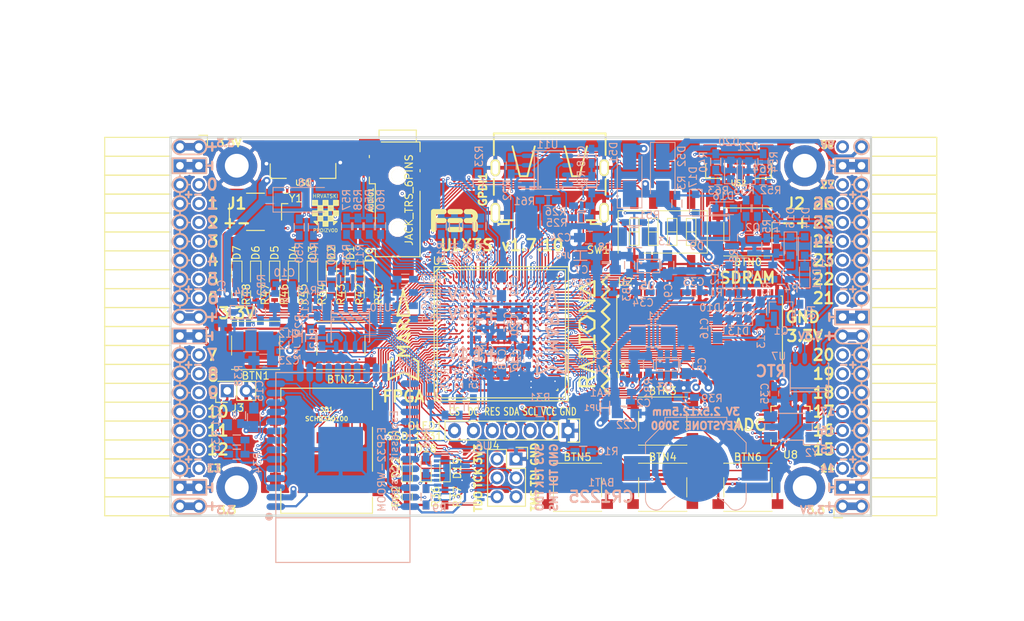
<source format=kicad_pcb>
(kicad_pcb (version 4) (host pcbnew 4.0.7+dfsg1-1)
  (layers (0 F.Cu signal) (1 In1.Cu signal) (2 In2.Cu signal) (31 B.Cu signal) (34 B.Paste user) (35 F.Paste user) (36 B.SilkS user) (37 F.SilkS user) (38 B.Mask user) (39 F.Mask user) (44 Edge.Cuts user))
  (net 0 "")
  (net 1 GND)
  (net 2 +5V)
  (net 3 /gpio/IN5V)
  (net 4 /gpio/OUT5V)
  (net 5 +3V3)
  (net 6 BTN_D)
  (net 7 BTN_F1)
  (net 8 BTN_F2)
  (net 9 BTN_L)
  (net 10 BTN_R)
  (net 11 BTN_U)
  (net 12 /power/FB1)
  (net 13 +2V5)
  (net 14 /power/PWREN)
  (net 15 /power/FB3)
  (net 16 /power/FB2)
  (net 17 "Net-(D9-Pad1)")
  (net 18 /power/VBAT)
  (net 19 JTAG_TDI)
  (net 20 JTAG_TCK)
  (net 21 JTAG_TMS)
  (net 22 JTAG_TDO)
  (net 23 /power/WAKEUPn)
  (net 24 /power/WKUP)
  (net 25 /power/SHUT)
  (net 26 /power/WAKE)
  (net 27 /power/HOLD)
  (net 28 /power/WKn)
  (net 29 /power/OSCI_32k)
  (net 30 /power/OSCO_32k)
  (net 31 "Net-(Q2-Pad3)")
  (net 32 SHUTDOWN)
  (net 33 /analog/AUDIO_L)
  (net 34 /analog/AUDIO_R)
  (net 35 GPDI_5V_SCL)
  (net 36 GPDI_5V_SDA)
  (net 37 GPDI_SDA)
  (net 38 GPDI_SCL)
  (net 39 /gpdi/VREF2)
  (net 40 SD_CMD)
  (net 41 SD_CLK)
  (net 42 SD_D0)
  (net 43 SD_D1)
  (net 44 USB5V)
  (net 45 GPDI_CEC)
  (net 46 nRESET)
  (net 47 FTDI_nDTR)
  (net 48 SDRAM_CKE)
  (net 49 SDRAM_A7)
  (net 50 SDRAM_D15)
  (net 51 SDRAM_BA1)
  (net 52 SDRAM_D7)
  (net 53 SDRAM_A6)
  (net 54 SDRAM_CLK)
  (net 55 SDRAM_D13)
  (net 56 SDRAM_BA0)
  (net 57 SDRAM_D6)
  (net 58 SDRAM_A5)
  (net 59 SDRAM_D14)
  (net 60 SDRAM_A11)
  (net 61 SDRAM_D12)
  (net 62 SDRAM_D5)
  (net 63 SDRAM_A4)
  (net 64 SDRAM_A10)
  (net 65 SDRAM_D11)
  (net 66 SDRAM_A3)
  (net 67 SDRAM_D4)
  (net 68 SDRAM_D10)
  (net 69 SDRAM_D9)
  (net 70 SDRAM_A9)
  (net 71 SDRAM_D3)
  (net 72 SDRAM_D8)
  (net 73 SDRAM_A8)
  (net 74 SDRAM_A2)
  (net 75 SDRAM_A1)
  (net 76 SDRAM_A0)
  (net 77 SDRAM_D2)
  (net 78 SDRAM_D1)
  (net 79 SDRAM_D0)
  (net 80 SDRAM_DQM0)
  (net 81 SDRAM_nCS)
  (net 82 SDRAM_nRAS)
  (net 83 SDRAM_DQM1)
  (net 84 SDRAM_nCAS)
  (net 85 SDRAM_nWE)
  (net 86 /flash/FLASH_nWP)
  (net 87 /flash/FLASH_nHOLD)
  (net 88 /flash/FLASH_MOSI)
  (net 89 /flash/FLASH_MISO)
  (net 90 /flash/FLASH_SCK)
  (net 91 /flash/FLASH_nCS)
  (net 92 /flash/FPGA_PROGRAMN)
  (net 93 /flash/FPGA_DONE)
  (net 94 /flash/FPGA_INITN)
  (net 95 OLED_RES)
  (net 96 OLED_DC)
  (net 97 OLED_CS)
  (net 98 WIFI_EN)
  (net 99 FTDI_nRTS)
  (net 100 FTDI_TXD)
  (net 101 FTDI_RXD)
  (net 102 WIFI_RXD)
  (net 103 WIFI_GPIO0)
  (net 104 WIFI_TXD)
  (net 105 GPDI_ETH-)
  (net 106 GPDI_ETH+)
  (net 107 GPDI_D2+)
  (net 108 GPDI_D2-)
  (net 109 GPDI_D1+)
  (net 110 GPDI_D1-)
  (net 111 GPDI_D0+)
  (net 112 GPDI_D0-)
  (net 113 GPDI_CLK+)
  (net 114 GPDI_CLK-)
  (net 115 USB_FTDI_D+)
  (net 116 USB_FTDI_D-)
  (net 117 SD_D3)
  (net 118 AUDIO_L3)
  (net 119 AUDIO_L2)
  (net 120 AUDIO_L1)
  (net 121 AUDIO_L0)
  (net 122 AUDIO_R3)
  (net 123 AUDIO_R2)
  (net 124 AUDIO_R1)
  (net 125 AUDIO_R0)
  (net 126 OLED_CLK)
  (net 127 OLED_MOSI)
  (net 128 LED0)
  (net 129 LED1)
  (net 130 LED2)
  (net 131 LED3)
  (net 132 LED4)
  (net 133 LED5)
  (net 134 LED6)
  (net 135 LED7)
  (net 136 BTN_PWRn)
  (net 137 FTDI_nTXLED)
  (net 138 FTDI_nSLEEP)
  (net 139 /blinkey/LED_PWREN)
  (net 140 /blinkey/LED_TXLED)
  (net 141 /sdcard/SD3V3)
  (net 142 SD_D2)
  (net 143 CLK_25MHz)
  (net 144 /blinkey/BTNPUL)
  (net 145 /blinkey/BTNPUR)
  (net 146 USB_FPGA_D+)
  (net 147 /power/FTDI_nSUSPEND)
  (net 148 /blinkey/ALED0)
  (net 149 /blinkey/ALED1)
  (net 150 /blinkey/ALED2)
  (net 151 /blinkey/ALED3)
  (net 152 /blinkey/ALED4)
  (net 153 /blinkey/ALED5)
  (net 154 /blinkey/ALED6)
  (net 155 /blinkey/ALED7)
  (net 156 /usb/FTD-)
  (net 157 /usb/FTD+)
  (net 158 ADC_MISO)
  (net 159 ADC_MOSI)
  (net 160 ADC_CSn)
  (net 161 ADC_SCLK)
  (net 162 SW3)
  (net 163 SW2)
  (net 164 SW1)
  (net 165 USB_FPGA_D-)
  (net 166 /usb/FPD+)
  (net 167 /usb/FPD-)
  (net 168 WIFI_GPIO16)
  (net 169 /usb/ANT_433MHz)
  (net 170 /power/PWRBTn)
  (net 171 PROG_DONE)
  (net 172 /power/P3V3)
  (net 173 /power/P2V5)
  (net 174 /power/L1)
  (net 175 /power/L3)
  (net 176 /power/L2)
  (net 177 FTDI_TXDEN)
  (net 178 SDRAM_A12)
  (net 179 /analog/AUDIO_V)
  (net 180 AUDIO_V3)
  (net 181 AUDIO_V2)
  (net 182 AUDIO_V1)
  (net 183 AUDIO_V0)
  (net 184 /gpdi/FPGA_CEC)
  (net 185 /blinkey/LED_WIFI)
  (net 186 /power/P1V1)
  (net 187 +1V1)
  (net 188 SW4)
  (net 189 /blinkey/SWPU)
  (net 190 /wifi/WIFIEN)
  (net 191 FT2V5)
  (net 192 GN0)
  (net 193 GP0)
  (net 194 GN1)
  (net 195 GP1)
  (net 196 GN2)
  (net 197 GP2)
  (net 198 GN3)
  (net 199 GP3)
  (net 200 GN4)
  (net 201 GP4)
  (net 202 GN5)
  (net 203 GP5)
  (net 204 GN6)
  (net 205 GP6)
  (net 206 GN14)
  (net 207 GP14)
  (net 208 GN15)
  (net 209 GP15)
  (net 210 GN16)
  (net 211 GP16)
  (net 212 GN17)
  (net 213 GP17)
  (net 214 GN18)
  (net 215 GP18)
  (net 216 GN19)
  (net 217 GP19)
  (net 218 GN20)
  (net 219 GP20)
  (net 220 GN21)
  (net 221 GP21)
  (net 222 GN22)
  (net 223 GP22)
  (net 224 GN23)
  (net 225 GP23)
  (net 226 GN24)
  (net 227 GP24)
  (net 228 GN25)
  (net 229 GP25)
  (net 230 GN26)
  (net 231 GP26)
  (net 232 GN27)
  (net 233 GP27)
  (net 234 GN7)
  (net 235 GP7)
  (net 236 GN8)
  (net 237 GP8)
  (net 238 GN9)
  (net 239 GP9)
  (net 240 GN10)
  (net 241 GP10)
  (net 242 GN11)
  (net 243 GP11)
  (net 244 GN12)
  (net 245 GP12)
  (net 246 GN13)
  (net 247 GP13)
  (net 248 WIFI_GPIO5)
  (net 249 WIFI_GPIO17)
  (net 250 USB_FPGA_PULL_D+)
  (net 251 USB_FPGA_PULL_D-)
  (module Socket_Strips:Socket_Strip_Angled_2x20 (layer F.Cu) (at 97.91 62.69 270)
    (fp_text reference J1 (at 7.62 -5.08 360) (layer F.SilkS) (effects (font (size 1.5 1.5) (thickness 0.3))))
    (fp_text value CONN_02X20 hide)
    (pad 1 thru_hole oval (at 0 0 270) (size 1.7272 1.7272) (drill 1.016) (layers *.Cu *.Mask) (net 5 +3V3))
    (pad 2 thru_hole oval (at 0 2.54 270) (size 1.7272 1.7272) (drill 1.016) (layers *.Cu *.Mask) (net 5 +3V3))
    (pad 3 thru_hole rect (at 2.54 0 270) (size 1.7272 1.7272) (drill 1.016) (layers *.Cu *.Mask) (net 1 GND))
    (pad 4 thru_hole rect (at 2.54 2.54 270) (size 1.7272 1.7272) (drill 1.016) (layers *.Cu *.Mask) (net 1 GND))
    (pad 5 thru_hole oval (at 5.08 0 270) (size 1.7272 1.7272) (drill 1.016) (layers *.Cu *.Mask) (net 192 GN0))
    (pad 6 thru_hole oval (at 5.08 2.54 270) (size 1.7272 1.7272) (drill 1.016) (layers *.Cu *.Mask) (net 193 GP0))
    (pad 7 thru_hole oval (at 7.62 0 270) (size 1.7272 1.7272) (drill 1.016) (layers *.Cu *.Mask) (net 194 GN1))
    (pad 8 thru_hole oval (at 7.62 2.54 270) (size 1.7272 1.7272) (drill 1.016) (layers *.Cu *.Mask) (net 195 GP1))
    (pad 9 thru_hole oval (at 10.16 0 270) (size 1.7272 1.7272) (drill 1.016) (layers *.Cu *.Mask) (net 196 GN2))
    (pad 10 thru_hole oval (at 10.16 2.54 270) (size 1.7272 1.7272) (drill 1.016) (layers *.Cu *.Mask) (net 197 GP2))
    (pad 11 thru_hole oval (at 12.7 0 270) (size 1.7272 1.7272) (drill 1.016) (layers *.Cu *.Mask) (net 198 GN3))
    (pad 12 thru_hole oval (at 12.7 2.54 270) (size 1.7272 1.7272) (drill 1.016) (layers *.Cu *.Mask) (net 199 GP3))
    (pad 13 thru_hole oval (at 15.24 0 270) (size 1.7272 1.7272) (drill 1.016) (layers *.Cu *.Mask) (net 200 GN4))
    (pad 14 thru_hole oval (at 15.24 2.54 270) (size 1.7272 1.7272) (drill 1.016) (layers *.Cu *.Mask) (net 201 GP4))
    (pad 15 thru_hole oval (at 17.78 0 270) (size 1.7272 1.7272) (drill 1.016) (layers *.Cu *.Mask) (net 202 GN5))
    (pad 16 thru_hole oval (at 17.78 2.54 270) (size 1.7272 1.7272) (drill 1.016) (layers *.Cu *.Mask) (net 203 GP5))
    (pad 17 thru_hole oval (at 20.32 0 270) (size 1.7272 1.7272) (drill 1.016) (layers *.Cu *.Mask) (net 204 GN6))
    (pad 18 thru_hole oval (at 20.32 2.54 270) (size 1.7272 1.7272) (drill 1.016) (layers *.Cu *.Mask) (net 205 GP6))
    (pad 19 thru_hole oval (at 22.86 0 270) (size 1.7272 1.7272) (drill 1.016) (layers *.Cu *.Mask) (net 5 +3V3))
    (pad 20 thru_hole oval (at 22.86 2.54 270) (size 1.7272 1.7272) (drill 1.016) (layers *.Cu *.Mask) (net 5 +3V3))
    (pad 21 thru_hole rect (at 25.4 0 270) (size 1.7272 1.7272) (drill 1.016) (layers *.Cu *.Mask) (net 1 GND))
    (pad 22 thru_hole rect (at 25.4 2.54 270) (size 1.7272 1.7272) (drill 1.016) (layers *.Cu *.Mask) (net 1 GND))
    (pad 23 thru_hole oval (at 27.94 0 270) (size 1.7272 1.7272) (drill 1.016) (layers *.Cu *.Mask) (net 234 GN7))
    (pad 24 thru_hole oval (at 27.94 2.54 270) (size 1.7272 1.7272) (drill 1.016) (layers *.Cu *.Mask) (net 235 GP7))
    (pad 25 thru_hole oval (at 30.48 0 270) (size 1.7272 1.7272) (drill 1.016) (layers *.Cu *.Mask) (net 236 GN8))
    (pad 26 thru_hole oval (at 30.48 2.54 270) (size 1.7272 1.7272) (drill 1.016) (layers *.Cu *.Mask) (net 237 GP8))
    (pad 27 thru_hole oval (at 33.02 0 270) (size 1.7272 1.7272) (drill 1.016) (layers *.Cu *.Mask) (net 238 GN9))
    (pad 28 thru_hole oval (at 33.02 2.54 270) (size 1.7272 1.7272) (drill 1.016) (layers *.Cu *.Mask) (net 239 GP9))
    (pad 29 thru_hole oval (at 35.56 0 270) (size 1.7272 1.7272) (drill 1.016) (layers *.Cu *.Mask) (net 240 GN10))
    (pad 30 thru_hole oval (at 35.56 2.54 270) (size 1.7272 1.7272) (drill 1.016) (layers *.Cu *.Mask) (net 241 GP10))
    (pad 31 thru_hole oval (at 38.1 0 270) (size 1.7272 1.7272) (drill 1.016) (layers *.Cu *.Mask) (net 242 GN11))
    (pad 32 thru_hole oval (at 38.1 2.54 270) (size 1.7272 1.7272) (drill 1.016) (layers *.Cu *.Mask) (net 243 GP11))
    (pad 33 thru_hole oval (at 40.64 0 270) (size 1.7272 1.7272) (drill 1.016) (layers *.Cu *.Mask) (net 244 GN12))
    (pad 34 thru_hole oval (at 40.64 2.54 270) (size 1.7272 1.7272) (drill 1.016) (layers *.Cu *.Mask) (net 245 GP12))
    (pad 35 thru_hole oval (at 43.18 0 270) (size 1.7272 1.7272) (drill 1.016) (layers *.Cu *.Mask) (net 246 GN13))
    (pad 36 thru_hole oval (at 43.18 2.54 270) (size 1.7272 1.7272) (drill 1.016) (layers *.Cu *.Mask) (net 247 GP13))
    (pad 37 thru_hole rect (at 45.72 0 270) (size 1.7272 1.7272) (drill 1.016) (layers *.Cu *.Mask) (net 1 GND))
    (pad 38 thru_hole rect (at 45.72 2.54 270) (size 1.7272 1.7272) (drill 1.016) (layers *.Cu *.Mask) (net 1 GND))
    (pad 39 thru_hole oval (at 48.26 0 270) (size 1.7272 1.7272) (drill 1.016) (layers *.Cu *.Mask) (net 5 +3V3))
    (pad 40 thru_hole oval (at 48.26 2.54 270) (size 1.7272 1.7272) (drill 1.016) (layers *.Cu *.Mask) (net 5 +3V3))
  )
  (module SMD_Packages:1Pin (layer F.Cu) (at 182.67515 111.637626)
    (fp_text reference AE1 hide)
    (fp_text value 433MHz hide)
    (pad 1 smd rect (at 0 0) (size 0.5 0.5) (layers B.Cu F.Paste F.Mask) (net 169 /usb/ANT_433MHz))
  )
  (module Resistors_SMD:R_0603_HandSoldering (layer B.Cu) (at 103.498 98.758 90)
    (fp_text reference R38 (at 5.334 -0.254 90) (layer B.SilkS) (effects (justify mirror)))
    (fp_text value 0.47)
    (pad 1 smd rect (at -1.1 0 90) (size 1.2 0.9) (layers B.Cu B.Paste B.Mask) (net 141 /sdcard/SD3V3))
    (pad 2 smd rect (at 1.1 0 90) (size 1.2 0.9) (layers B.Cu B.Paste B.Mask) (net 5 +3V3))
  )
  (module jumper:SOLDER-JUMPER_1-WAY (layer B.Cu) (at 152.393 97.742 270)
    (fp_text reference JP1 (at 0 1.778 360) (layer B.SilkS) (effects (font (size 0.762 0.762) (thickness 0.1524)) (justify mirror)))
    (fp_text value 1.2 hide)
    (pad 1 smd rect (at -0.6 0 270) (size 1 1) (layers B.Cu B.Paste B.Mask) (net 186 /power/P1V1))
    (pad 2 smd rect (at 0.6 0 270) (size 1 1) (layers B.Cu B.Paste B.Mask) (net 187 +1V1))
  )
  (module Diodes_SMD:D_SMA_Handsoldering (layer B.Cu) (at 155.695 66.5 90)
    (fp_text reference D51 (at 3.048 -2.159 90) (layer B.SilkS) (effects (justify mirror)))
    (fp_text value STPS2L30AF hide)
    (pad 1 smd rect (at -2.5 0 90) (size 3.5 1.8) (layers B.Cu B.Paste B.Mask) (net 2 +5V))
    (pad 2 smd rect (at 2.5 0 90) (size 3.5 1.8) (layers B.Cu B.Paste B.Mask) (net 3 /gpio/IN5V))
  )
  (module Resistors_SMD:R_0603_HandSoldering (layer B.Cu) (at 156.33 72.85 180)
    (fp_text reference R51 (at -2.032 1.016 180) (layer B.SilkS) (effects (justify mirror)))
    (fp_text value 150)
    (pad 1 smd rect (at -1.1 0 180) (size 1.2 0.9) (layers B.Cu B.Paste B.Mask) (net 5 +3V3))
    (pad 2 smd rect (at 1.1 0 180) (size 1.2 0.9) (layers B.Cu B.Paste B.Mask) (net 189 /blinkey/SWPU))
  )
  (module Resistors_SMD:R_1210_HandSoldering (layer B.Cu) (at 158.87 88.09 180)
    (fp_text reference L1 (at 0 2.7 180) (layer B.SilkS) (effects (justify mirror)))
    (fp_text value 2.2uH)
    (pad 1 smd rect (at -2 0 180) (size 2 2.5) (layers B.Cu B.Paste B.Mask) (net 174 /power/L1))
    (pad 2 smd rect (at 2 0 180) (size 2 2.5) (layers B.Cu B.Paste B.Mask) (net 186 /power/P1V1))
  )
  (module TSOT-25:TSOT-25 (layer B.Cu) (at 160.775 91.9)
    (fp_text reference U3 (at -0.381 3.048) (layer B.SilkS) (effects (font (thickness 0.2)) (justify mirror)))
    (fp_text value TLV62569DBV)
    (pad 1 smd rect (at -0.95 -1.3) (size 0.7 1.2) (layers B.Cu B.Paste B.Mask) (net 14 /power/PWREN))
    (pad 2 smd rect (at 0 -1.3) (size 0.7 1.2) (layers B.Cu B.Paste B.Mask) (net 1 GND))
    (pad 3 smd rect (at 0.95 -1.3) (size 0.7 1.2) (layers B.Cu B.Paste B.Mask) (net 174 /power/L1))
    (pad 4 smd rect (at 0.95 1.3) (size 0.7 1.2) (layers B.Cu B.Paste B.Mask) (net 2 +5V))
    (pad 5 smd rect (at -0.95 1.3) (size 0.7 1.2) (layers B.Cu B.Paste B.Mask) (net 12 /power/FB1))
  )
  (module Resistors_SMD:R_1210_HandSoldering (layer B.Cu) (at 104.895 88.725)
    (fp_text reference L2 (at 4.445 0.635) (layer B.SilkS) (effects (justify mirror)))
    (fp_text value 2.2uH)
    (pad 1 smd rect (at -2 0) (size 2 2.5) (layers B.Cu B.Paste B.Mask) (net 176 /power/L2))
    (pad 2 smd rect (at 2 0) (size 2 2.5) (layers B.Cu B.Paste B.Mask) (net 173 /power/P2V5))
  )
  (module TSOT-25:TSOT-25 (layer B.Cu) (at 103.625 84.915 180)
    (fp_text reference U4 (at 0 2.697 180) (layer B.SilkS) (effects (font (thickness 0.2)) (justify mirror)))
    (fp_text value TLV62569DBV)
    (pad 1 smd rect (at -0.95 -1.3 180) (size 0.7 1.2) (layers B.Cu B.Paste B.Mask) (net 14 /power/PWREN))
    (pad 2 smd rect (at 0 -1.3 180) (size 0.7 1.2) (layers B.Cu B.Paste B.Mask) (net 1 GND))
    (pad 3 smd rect (at 0.95 -1.3 180) (size 0.7 1.2) (layers B.Cu B.Paste B.Mask) (net 176 /power/L2))
    (pad 4 smd rect (at 0.95 1.3 180) (size 0.7 1.2) (layers B.Cu B.Paste B.Mask) (net 2 +5V))
    (pad 5 smd rect (at -0.95 1.3 180) (size 0.7 1.2) (layers B.Cu B.Paste B.Mask) (net 16 /power/FB2))
  )
  (module Resistors_SMD:R_1210_HandSoldering (layer B.Cu) (at 156.33 74.755 180)
    (fp_text reference L3 (at -4.064 -0.635 180) (layer B.SilkS) (effects (justify mirror)))
    (fp_text value 2.2uH)
    (pad 1 smd rect (at -2 0 180) (size 2 2.5) (layers B.Cu B.Paste B.Mask) (net 175 /power/L3))
    (pad 2 smd rect (at 2 0 180) (size 2 2.5) (layers B.Cu B.Paste B.Mask) (net 172 /power/P3V3))
  )
  (module TSOT-25:TSOT-25 (layer B.Cu) (at 158.235 78.692)
    (fp_text reference U5 (at -0.127 2.667) (layer B.SilkS) (effects (font (thickness 0.2)) (justify mirror)))
    (fp_text value TLV62569DBV)
    (pad 1 smd rect (at -0.95 -1.3) (size 0.7 1.2) (layers B.Cu B.Paste B.Mask) (net 14 /power/PWREN))
    (pad 2 smd rect (at 0 -1.3) (size 0.7 1.2) (layers B.Cu B.Paste B.Mask) (net 1 GND))
    (pad 3 smd rect (at 0.95 -1.3) (size 0.7 1.2) (layers B.Cu B.Paste B.Mask) (net 175 /power/L3))
    (pad 4 smd rect (at 0.95 1.3) (size 0.7 1.2) (layers B.Cu B.Paste B.Mask) (net 2 +5V))
    (pad 5 smd rect (at -0.95 1.3) (size 0.7 1.2) (layers B.Cu B.Paste B.Mask) (net 15 /power/FB3))
  )
  (module Capacitors_SMD:C_0805_HandSoldering (layer B.Cu) (at 101.085 84.915 270)
    (fp_text reference C1 (at -3.429 0.127 270) (layer B.SilkS) (effects (justify mirror)))
    (fp_text value 22uF)
    (pad 1 smd rect (at -1.25 0 270) (size 1.5 1.25) (layers B.Cu B.Paste B.Mask) (net 2 +5V))
    (pad 2 smd rect (at 1.25 0 270) (size 1.5 1.25) (layers B.Cu B.Paste B.Mask) (net 1 GND))
  )
  (module Capacitors_SMD:C_0805_HandSoldering (layer B.Cu) (at 155.06 90.63)
    (fp_text reference C3 (at -3.048 0) (layer B.SilkS) (effects (justify mirror)))
    (fp_text value 22uF)
    (pad 1 smd rect (at -1.25 0) (size 1.5 1.25) (layers B.Cu B.Paste B.Mask) (net 186 /power/P1V1))
    (pad 2 smd rect (at 1.25 0) (size 1.5 1.25) (layers B.Cu B.Paste B.Mask) (net 1 GND))
  )
  (module Capacitors_SMD:C_0805_HandSoldering (layer B.Cu) (at 155.06 92.535)
    (fp_text reference C4 (at -3.048 0.127) (layer B.SilkS) (effects (justify mirror)))
    (fp_text value 22uF)
    (pad 1 smd rect (at -1.25 0) (size 1.5 1.25) (layers B.Cu B.Paste B.Mask) (net 186 /power/P1V1))
    (pad 2 smd rect (at 1.25 0) (size 1.5 1.25) (layers B.Cu B.Paste B.Mask) (net 1 GND))
  )
  (module Capacitors_SMD:C_0805_HandSoldering (layer B.Cu) (at 163.315 91.9 90)
    (fp_text reference C5 (at 0 2.1 90) (layer B.SilkS) (effects (justify mirror)))
    (fp_text value 22uF)
    (pad 1 smd rect (at -1.25 0 90) (size 1.5 1.25) (layers B.Cu B.Paste B.Mask) (net 2 +5V))
    (pad 2 smd rect (at 1.25 0 90) (size 1.5 1.25) (layers B.Cu B.Paste B.Mask) (net 1 GND))
  )
  (module Capacitors_SMD:C_0805_HandSoldering (layer B.Cu) (at 152.52 79.2)
    (fp_text reference C7 (at -3.302 0) (layer B.SilkS) (effects (justify mirror)))
    (fp_text value 22uF)
    (pad 1 smd rect (at -1.25 0) (size 1.5 1.25) (layers B.Cu B.Paste B.Mask) (net 172 /power/P3V3))
    (pad 2 smd rect (at 1.25 0) (size 1.5 1.25) (layers B.Cu B.Paste B.Mask) (net 1 GND))
  )
  (module Capacitors_SMD:C_0805_HandSoldering (layer B.Cu) (at 152.52 77.295)
    (fp_text reference C8 (at -0.127 -1.143) (layer B.SilkS) (effects (justify mirror)))
    (fp_text value 22uF)
    (pad 1 smd rect (at -1.25 0) (size 1.5 1.25) (layers B.Cu B.Paste B.Mask) (net 172 /power/P3V3))
    (pad 2 smd rect (at 1.25 0) (size 1.5 1.25) (layers B.Cu B.Paste B.Mask) (net 1 GND))
  )
  (module Capacitors_SMD:C_0805_HandSoldering (layer B.Cu) (at 160.775 78.565 90)
    (fp_text reference C9 (at -3.429 0.127 90) (layer B.SilkS) (effects (justify mirror)))
    (fp_text value 22uF)
    (pad 1 smd rect (at -1.25 0 90) (size 1.5 1.25) (layers B.Cu B.Paste B.Mask) (net 2 +5V))
    (pad 2 smd rect (at 1.25 0 90) (size 1.5 1.25) (layers B.Cu B.Paste B.Mask) (net 1 GND))
  )
  (module Capacitors_SMD:C_0805_HandSoldering (layer B.Cu) (at 109.34 84.28 180)
    (fp_text reference C11 (at -2.794 -0.254 270) (layer B.SilkS) (effects (justify mirror)))
    (fp_text value 22uF)
    (pad 1 smd rect (at -1.25 0 180) (size 1.5 1.25) (layers B.Cu B.Paste B.Mask) (net 173 /power/P2V5))
    (pad 2 smd rect (at 1.25 0 180) (size 1.5 1.25) (layers B.Cu B.Paste B.Mask) (net 1 GND))
  )
  (module Capacitors_SMD:C_0805_HandSoldering (layer B.Cu) (at 109.34 86.185 180)
    (fp_text reference C12 (at -0.635 -1.615 360) (layer B.SilkS) (effects (justify mirror)))
    (fp_text value 22uF)
    (pad 1 smd rect (at -1.25 0 180) (size 1.5 1.25) (layers B.Cu B.Paste B.Mask) (net 173 /power/P2V5))
    (pad 2 smd rect (at 1.25 0 180) (size 1.5 1.25) (layers B.Cu B.Paste B.Mask) (net 1 GND))
  )
  (module Capacitors_SMD:C_0805_HandSoldering (layer B.Cu) (at 173.221 84.788 90)
    (fp_text reference C13 (at -3.556 0.127 90) (layer B.SilkS) (effects (justify mirror)))
    (fp_text value 2.2uF)
    (pad 1 smd rect (at -1.25 0 90) (size 1.5 1.25) (layers B.Cu B.Paste B.Mask) (net 2 +5V))
    (pad 2 smd rect (at 1.25 0 90) (size 1.5 1.25) (layers B.Cu B.Paste B.Mask) (net 24 /power/WKUP))
  )
  (module TO_SOT_Packages_SMD:SOT-23_Handsoldering (layer B.Cu) (at 176.015 84.28 90)
    (fp_text reference Q1 (at -3.1115 0 180) (layer B.SilkS) (effects (justify mirror)))
    (fp_text value BC857)
    (pad 1 smd rect (at -1.5 0.95 90) (size 1.9 0.8) (layers B.Cu B.Paste B.Mask) (net 28 /power/WKn))
    (pad 2 smd rect (at -1.5 -0.95 90) (size 1.9 0.8) (layers B.Cu B.Paste B.Mask) (net 2 +5V))
    (pad 3 smd rect (at 1.5 0 90) (size 1.9 0.8) (layers B.Cu B.Paste B.Mask) (net 24 /power/WKUP))
  )
  (module TO_SOT_Packages_SMD:SOT-23_Handsoldering (layer B.Cu) (at 170.935 76.025 180)
    (fp_text reference Q2 (at -1.295 2.5 180) (layer B.SilkS) (effects (justify mirror)))
    (fp_text value 2N7002)
    (pad 1 smd rect (at -1.5 0.95 180) (size 1.9 0.8) (layers B.Cu B.Paste B.Mask) (net 25 /power/SHUT))
    (pad 2 smd rect (at -1.5 -0.95 180) (size 1.9 0.8) (layers B.Cu B.Paste B.Mask) (net 1 GND))
    (pad 3 smd rect (at 1.5 0 180) (size 1.9 0.8) (layers B.Cu B.Paste B.Mask) (net 31 "Net-(Q2-Pad3)"))
  )
  (module Capacitors_SMD:C_0603_HandSoldering (layer B.Cu) (at 154.86 96.91)
    (fp_text reference C2 (at 2.74 0.197) (layer B.SilkS) (effects (justify mirror)))
    (fp_text value 470pF)
    (pad 1 smd rect (at -0.95 0) (size 1.2 0.75) (layers B.Cu B.Paste B.Mask) (net 186 /power/P1V1))
    (pad 2 smd rect (at 0.95 0) (size 1.2 0.75) (layers B.Cu B.Paste B.Mask) (net 12 /power/FB1))
  )
  (module Capacitors_SMD:C_0603_HandSoldering (layer B.Cu) (at 152.52 82.375)
    (fp_text reference C6 (at -2.794 0.127) (layer B.SilkS) (effects (justify mirror)))
    (fp_text value 470pF)
    (pad 1 smd rect (at -0.95 0) (size 1.2 0.75) (layers B.Cu B.Paste B.Mask) (net 172 /power/P3V3))
    (pad 2 smd rect (at 0.95 0) (size 1.2 0.75) (layers B.Cu B.Paste B.Mask) (net 15 /power/FB3))
  )
  (module Capacitors_SMD:C_0603_HandSoldering (layer B.Cu) (at 109.34 81.105 180)
    (fp_text reference C10 (at -0.04 1.505 180) (layer B.SilkS) (effects (justify mirror)))
    (fp_text value 470pF)
    (pad 1 smd rect (at -0.95 0 180) (size 1.2 0.75) (layers B.Cu B.Paste B.Mask) (net 173 /power/P2V5))
    (pad 2 smd rect (at 0.95 0 180) (size 1.2 0.75) (layers B.Cu B.Paste B.Mask) (net 16 /power/FB2))
  )
  (module Capacitors_SMD:C_0603_HandSoldering (layer B.Cu) (at 175.38 76.025 270)
    (fp_text reference C14 (at -3.175 0 270) (layer B.SilkS) (effects (justify mirror)))
    (fp_text value 100nF)
    (pad 1 smd rect (at -0.95 0 270) (size 1.2 0.75) (layers B.Cu B.Paste B.Mask) (net 25 /power/SHUT))
    (pad 2 smd rect (at 0.95 0 270) (size 1.2 0.75) (layers B.Cu B.Paste B.Mask) (net 1 GND))
  )
  (module Resistors_SMD:R_0603_HandSoldering (layer B.Cu) (at 170.3 82.375)
    (fp_text reference R1 (at -3.048 -0.127) (layer B.SilkS) (effects (justify mirror)))
    (fp_text value 15k)
    (pad 1 smd rect (at -1.1 0) (size 1.2 0.9) (layers B.Cu B.Paste B.Mask) (net 26 /power/WAKE))
    (pad 2 smd rect (at 1.1 0) (size 1.2 0.9) (layers B.Cu B.Paste B.Mask) (net 14 /power/PWREN))
  )
  (module Resistors_SMD:R_0603_HandSoldering (layer B.Cu) (at 172.84 79.835 90)
    (fp_text reference R2 (at -1.905 1.27 90) (layer B.SilkS) (effects (justify mirror)))
    (fp_text value 47k)
    (pad 1 smd rect (at -1.1 0 90) (size 1.2 0.9) (layers B.Cu B.Paste B.Mask) (net 14 /power/PWREN))
    (pad 2 smd rect (at 1.1 0 90) (size 1.2 0.9) (layers B.Cu B.Paste B.Mask) (net 1 GND))
  )
  (module Resistors_SMD:R_0603_HandSoldering (layer B.Cu) (at 176.015 80.47 180)
    (fp_text reference R4 (at -1.397 -1.27 360) (layer B.SilkS) (effects (justify mirror)))
    (fp_text value 4.7k)
    (pad 1 smd rect (at -1.1 0 180) (size 1.2 0.9) (layers B.Cu B.Paste B.Mask) (net 27 /power/HOLD))
    (pad 2 smd rect (at 1.1 0 180) (size 1.2 0.9) (layers B.Cu B.Paste B.Mask) (net 14 /power/PWREN))
  )
  (module Resistors_SMD:R_0603_HandSoldering (layer B.Cu) (at 174.11 76.025 270)
    (fp_text reference R5 (at -2.667 0 270) (layer B.SilkS) (effects (justify mirror)))
    (fp_text value 4.7M)
    (pad 1 smd rect (at -1.1 0 270) (size 1.2 0.9) (layers B.Cu B.Paste B.Mask) (net 25 /power/SHUT))
    (pad 2 smd rect (at 1.1 0 270) (size 1.2 0.9) (layers B.Cu B.Paste B.Mask) (net 1 GND))
  )
  (module Resistors_SMD:R_0603_HandSoldering (layer B.Cu) (at 178.555 84.915 270)
    (fp_text reference R6 (at 0 -1.524 270) (layer B.SilkS) (effects (justify mirror)))
    (fp_text value 1k)
    (pad 1 smd rect (at -1.1 0 270) (size 1.2 0.9) (layers B.Cu B.Paste B.Mask) (net 28 /power/WKn))
    (pad 2 smd rect (at 1.1 0 270) (size 1.2 0.9) (layers B.Cu B.Paste B.Mask) (net 23 /power/WAKEUPn))
  )
  (module Resistors_SMD:R_0603_HandSoldering (layer B.Cu) (at 113.785 84.28 270)
    (fp_text reference R7 (at -2.794 -0.635 270) (layer B.SilkS) (effects (justify mirror)))
    (fp_text value 150)
    (pad 1 smd rect (at -1.1 0 270) (size 1.2 0.9) (layers B.Cu B.Paste B.Mask) (net 5 +3V3))
    (pad 2 smd rect (at 1.1 0 270) (size 1.2 0.9) (layers B.Cu B.Paste B.Mask) (net 144 /blinkey/BTNPUL))
  )
  (module Resistors_SMD:R_0603_HandSoldering (layer B.Cu) (at 170.935 79.835 90)
    (fp_text reference R8 (at 2.54 -1.27 90) (layer B.SilkS) (effects (justify mirror)))
    (fp_text value 1k)
    (pad 1 smd rect (at -1.1 0 90) (size 1.2 0.9) (layers B.Cu B.Paste B.Mask) (net 14 /power/PWREN))
    (pad 2 smd rect (at 1.1 0 90) (size 1.2 0.9) (layers B.Cu B.Paste B.Mask) (net 31 "Net-(Q2-Pad3)"))
  )
  (module Resistors_SMD:R_0603_HandSoldering (layer B.Cu) (at 128.39 109.68 270)
    (fp_text reference R9 (at 1.524 -1.778 360) (layer B.SilkS) (effects (justify mirror)))
    (fp_text value 15k)
    (pad 1 smd rect (at -1.1 0 270) (size 1.2 0.9) (layers B.Cu B.Paste B.Mask) (net 46 nRESET))
    (pad 2 smd rect (at 1.1 0 270) (size 1.2 0.9) (layers B.Cu B.Paste B.Mask) (net 191 FT2V5))
  )
  (module Resistors_SMD:R_0603_HandSoldering (layer B.Cu) (at 149.472 103.584 180)
    (fp_text reference R10 (at -3.302 0 180) (layer B.SilkS) (effects (justify mirror)))
    (fp_text value 150)
    (pad 1 smd rect (at -1.1 0 180) (size 1.2 0.9) (layers B.Cu B.Paste B.Mask) (net 147 /power/FTDI_nSUSPEND))
    (pad 2 smd rect (at 1.1 0 180) (size 1.2 0.9) (layers B.Cu B.Paste B.Mask) (net 138 FTDI_nSLEEP))
  )
  (module Resistors_SMD:R_0603_HandSoldering (layer B.Cu) (at 176.015 78.565 180)
    (fp_text reference R13 (at -5.588 0.254 180) (layer B.SilkS) (effects (justify mirror)))
    (fp_text value 15k)
    (pad 1 smd rect (at -1.1 0 180) (size 1.2 0.9) (layers B.Cu B.Paste B.Mask) (net 32 SHUTDOWN))
    (pad 2 smd rect (at 1.1 0 180) (size 1.2 0.9) (layers B.Cu B.Paste B.Mask) (net 1 GND))
  )
  (module Resistors_SMD:R_0603_HandSoldering (layer B.Cu) (at 154.86 95.64)
    (fp_text reference RA1 (at -3.102 0.07) (layer B.SilkS) (effects (justify mirror)))
    (fp_text value 15k)
    (pad 1 smd rect (at -1.1 0) (size 1.2 0.9) (layers B.Cu B.Paste B.Mask) (net 186 /power/P1V1))
    (pad 2 smd rect (at 1.1 0) (size 1.2 0.9) (layers B.Cu B.Paste B.Mask) (net 12 /power/FB1))
  )
  (module Resistors_SMD:R_0603_HandSoldering (layer B.Cu) (at 109.34 82.375 180)
    (fp_text reference RA2 (at -3.048 0.381 360) (layer B.SilkS) (effects (justify mirror)))
    (fp_text value 15k)
    (pad 1 smd rect (at -1.1 0 180) (size 1.2 0.9) (layers B.Cu B.Paste B.Mask) (net 173 /power/P2V5))
    (pad 2 smd rect (at 1.1 0 180) (size 1.2 0.9) (layers B.Cu B.Paste B.Mask) (net 16 /power/FB2))
  )
  (module Resistors_SMD:R_0603_HandSoldering (layer B.Cu) (at 152.52 81.105)
    (fp_text reference RA3 (at -3.302 -0.127) (layer B.SilkS) (effects (justify mirror)))
    (fp_text value 15k)
    (pad 1 smd rect (at -1.1 0) (size 1.2 0.9) (layers B.Cu B.Paste B.Mask) (net 172 /power/P3V3))
    (pad 2 smd rect (at 1.1 0) (size 1.2 0.9) (layers B.Cu B.Paste B.Mask) (net 15 /power/FB3))
  )
  (module Resistors_SMD:R_0603_HandSoldering (layer B.Cu) (at 158.235 91.9 270)
    (fp_text reference RB1 (at 3.302 0 270) (layer B.SilkS) (effects (justify mirror)))
    (fp_text value 18k)
    (pad 1 smd rect (at -1.1 0 270) (size 1.2 0.9) (layers B.Cu B.Paste B.Mask) (net 1 GND))
    (pad 2 smd rect (at 1.1 0 270) (size 1.2 0.9) (layers B.Cu B.Paste B.Mask) (net 12 /power/FB1))
  )
  (module Resistors_SMD:R_0603_HandSoldering (layer B.Cu) (at 106.165 84.915 90)
    (fp_text reference RB2 (at 3.683 0.127 90) (layer B.SilkS) (effects (justify mirror)))
    (fp_text value 4.7k)
    (pad 1 smd rect (at -1.1 0 90) (size 1.2 0.9) (layers B.Cu B.Paste B.Mask) (net 1 GND))
    (pad 2 smd rect (at 1.1 0 90) (size 1.2 0.9) (layers B.Cu B.Paste B.Mask) (net 16 /power/FB2))
  )
  (module Resistors_SMD:R_0603_HandSoldering (layer B.Cu) (at 155.695 78.565 270)
    (fp_text reference RB3 (at 3.429 0.395 270) (layer B.SilkS) (effects (justify mirror)))
    (fp_text value 3.3k)
    (pad 1 smd rect (at -1.1 0 270) (size 1.2 0.9) (layers B.Cu B.Paste B.Mask) (net 1 GND))
    (pad 2 smd rect (at 1.1 0 270) (size 1.2 0.9) (layers B.Cu B.Paste B.Mask) (net 15 /power/FB3))
  )
  (module Resistors_SMD:R_0603_HandSoldering (layer B.Cu) (at 125.596 85.804 180)
    (fp_text reference R14 (at -3.47 0.127 180) (layer B.SilkS) (effects (justify mirror)))
    (fp_text value 1.2k)
    (pad 1 smd rect (at -1.1 0 180) (size 1.2 0.9) (layers B.Cu B.Paste B.Mask) (net 121 AUDIO_L0))
    (pad 2 smd rect (at 1.1 0 180) (size 1.2 0.9) (layers B.Cu B.Paste B.Mask) (net 33 /analog/AUDIO_L))
  )
  (module Resistors_SMD:R_0603_HandSoldering (layer B.Cu) (at 125.596 84.026 180)
    (fp_text reference R15 (at -3.47 -0.001 180) (layer B.SilkS) (effects (justify mirror)))
    (fp_text value 680)
    (pad 1 smd rect (at -1.1 0 180) (size 1.2 0.9) (layers B.Cu B.Paste B.Mask) (net 120 AUDIO_L1))
    (pad 2 smd rect (at 1.1 0 180) (size 1.2 0.9) (layers B.Cu B.Paste B.Mask) (net 33 /analog/AUDIO_L))
  )
  (module Resistors_SMD:R_0603_HandSoldering (layer B.Cu) (at 125.596 82.248 180)
    (fp_text reference R16 (at -3.47 -0.127 180) (layer B.SilkS) (effects (justify mirror)))
    (fp_text value 330)
    (pad 1 smd rect (at -1.1 0 180) (size 1.2 0.9) (layers B.Cu B.Paste B.Mask) (net 119 AUDIO_L2))
    (pad 2 smd rect (at 1.1 0 180) (size 1.2 0.9) (layers B.Cu B.Paste B.Mask) (net 33 /analog/AUDIO_L))
  )
  (module Resistors_SMD:R_0603_HandSoldering (layer B.Cu) (at 125.596 80.47 180)
    (fp_text reference R17 (at -3.47 0 180) (layer B.SilkS) (effects (justify mirror)))
    (fp_text value 150)
    (pad 1 smd rect (at -1.1 0 180) (size 1.2 0.9) (layers B.Cu B.Paste B.Mask) (net 118 AUDIO_L3))
    (pad 2 smd rect (at 1.1 0 180) (size 1.2 0.9) (layers B.Cu B.Paste B.Mask) (net 33 /analog/AUDIO_L))
  )
  (module Resistors_SMD:R_0603_HandSoldering (layer B.Cu) (at 130.422 73.358 90)
    (fp_text reference R18 (at -3.556 0 90) (layer B.SilkS) (effects (justify mirror)))
    (fp_text value 1.2k)
    (pad 1 smd rect (at -1.1 0 90) (size 1.2 0.9) (layers B.Cu B.Paste B.Mask) (net 125 AUDIO_R0))
    (pad 2 smd rect (at 1.1 0 90) (size 1.2 0.9) (layers B.Cu B.Paste B.Mask) (net 34 /analog/AUDIO_R))
  )
  (module Resistors_SMD:R_0603_HandSoldering (layer B.Cu) (at 132.2 73.358 90)
    (fp_text reference R19 (at -3.556 0 90) (layer B.SilkS) (effects (justify mirror)))
    (fp_text value 680)
    (pad 1 smd rect (at -1.1 0 90) (size 1.2 0.9) (layers B.Cu B.Paste B.Mask) (net 124 AUDIO_R1))
    (pad 2 smd rect (at 1.1 0 90) (size 1.2 0.9) (layers B.Cu B.Paste B.Mask) (net 34 /analog/AUDIO_R))
  )
  (module Resistors_SMD:R_0603_HandSoldering (layer B.Cu) (at 133.978 73.358 90)
    (fp_text reference R20 (at -3.556 0 90) (layer B.SilkS) (effects (justify mirror)))
    (fp_text value 330)
    (pad 1 smd rect (at -1.1 0 90) (size 1.2 0.9) (layers B.Cu B.Paste B.Mask) (net 123 AUDIO_R2))
    (pad 2 smd rect (at 1.1 0 90) (size 1.2 0.9) (layers B.Cu B.Paste B.Mask) (net 34 /analog/AUDIO_R))
  )
  (module Resistors_SMD:R_0603_HandSoldering (layer B.Cu) (at 135.756 73.358 90)
    (fp_text reference R21 (at -3.556 0 90) (layer B.SilkS) (effects (justify mirror)))
    (fp_text value 150)
    (pad 1 smd rect (at -1.1 0 90) (size 1.2 0.9) (layers B.Cu B.Paste B.Mask) (net 122 AUDIO_R3))
    (pad 2 smd rect (at 1.1 0 90) (size 1.2 0.9) (layers B.Cu B.Paste B.Mask) (net 34 /analog/AUDIO_R))
  )
  (module Capacitors_SMD:C_0603_HandSoldering (layer B.Cu) (at 150.5896 63.96 90)
    (fp_text reference C18 (at 0 -1.3716 90) (layer B.SilkS) (effects (justify mirror)))
    (fp_text value 470pF)
    (pad 1 smd rect (at -0.95 0 90) (size 1.2 0.75) (layers B.Cu B.Paste B.Mask) (net 39 /gpdi/VREF2))
    (pad 2 smd rect (at 0.95 0 90) (size 1.2 0.75) (layers B.Cu B.Paste B.Mask) (net 1 GND))
  )
  (module Socket_Strips:Socket_Strip_Angled_2x20 (layer F.Cu) (at 184.27 110.95 90)
    (fp_text reference J2 (at 40.64 -6.35 180) (layer F.SilkS) (effects (font (size 1.5 1.5) (thickness 0.3))))
    (fp_text value CONN_02X20 hide)
    (pad 1 thru_hole oval (at 0 0 90) (size 1.7272 1.7272) (drill 1.016) (layers *.Cu *.Mask) (net 5 +3V3))
    (pad 2 thru_hole oval (at 0 2.54 90) (size 1.7272 1.7272) (drill 1.016) (layers *.Cu *.Mask) (net 5 +3V3))
    (pad 3 thru_hole rect (at 2.54 0 90) (size 1.7272 1.7272) (drill 1.016) (layers *.Cu *.Mask) (net 1 GND))
    (pad 4 thru_hole rect (at 2.54 2.54 90) (size 1.7272 1.7272) (drill 1.016) (layers *.Cu *.Mask) (net 1 GND))
    (pad 5 thru_hole oval (at 5.08 0 90) (size 1.7272 1.7272) (drill 1.016) (layers *.Cu *.Mask) (net 206 GN14))
    (pad 6 thru_hole oval (at 5.08 2.54 90) (size 1.7272 1.7272) (drill 1.016) (layers *.Cu *.Mask) (net 207 GP14))
    (pad 7 thru_hole oval (at 7.62 0 90) (size 1.7272 1.7272) (drill 1.016) (layers *.Cu *.Mask) (net 208 GN15))
    (pad 8 thru_hole oval (at 7.62 2.54 90) (size 1.7272 1.7272) (drill 1.016) (layers *.Cu *.Mask) (net 209 GP15))
    (pad 9 thru_hole oval (at 10.16 0 90) (size 1.7272 1.7272) (drill 1.016) (layers *.Cu *.Mask) (net 210 GN16))
    (pad 10 thru_hole oval (at 10.16 2.54 90) (size 1.7272 1.7272) (drill 1.016) (layers *.Cu *.Mask) (net 211 GP16))
    (pad 11 thru_hole oval (at 12.7 0 90) (size 1.7272 1.7272) (drill 1.016) (layers *.Cu *.Mask) (net 212 GN17))
    (pad 12 thru_hole oval (at 12.7 2.54 90) (size 1.7272 1.7272) (drill 1.016) (layers *.Cu *.Mask) (net 213 GP17))
    (pad 13 thru_hole oval (at 15.24 0 90) (size 1.7272 1.7272) (drill 1.016) (layers *.Cu *.Mask) (net 214 GN18))
    (pad 14 thru_hole oval (at 15.24 2.54 90) (size 1.7272 1.7272) (drill 1.016) (layers *.Cu *.Mask) (net 215 GP18))
    (pad 15 thru_hole oval (at 17.78 0 90) (size 1.7272 1.7272) (drill 1.016) (layers *.Cu *.Mask) (net 216 GN19))
    (pad 16 thru_hole oval (at 17.78 2.54 90) (size 1.7272 1.7272) (drill 1.016) (layers *.Cu *.Mask) (net 217 GP19))
    (pad 17 thru_hole oval (at 20.32 0 90) (size 1.7272 1.7272) (drill 1.016) (layers *.Cu *.Mask) (net 218 GN20))
    (pad 18 thru_hole oval (at 20.32 2.54 90) (size 1.7272 1.7272) (drill 1.016) (layers *.Cu *.Mask) (net 219 GP20))
    (pad 19 thru_hole oval (at 22.86 0 90) (size 1.7272 1.7272) (drill 1.016) (layers *.Cu *.Mask) (net 5 +3V3))
    (pad 20 thru_hole oval (at 22.86 2.54 90) (size 1.7272 1.7272) (drill 1.016) (layers *.Cu *.Mask) (net 5 +3V3))
    (pad 21 thru_hole rect (at 25.4 0 90) (size 1.7272 1.7272) (drill 1.016) (layers *.Cu *.Mask) (net 1 GND))
    (pad 22 thru_hole rect (at 25.4 2.54 90) (size 1.7272 1.7272) (drill 1.016) (layers *.Cu *.Mask) (net 1 GND))
    (pad 23 thru_hole oval (at 27.94 0 90) (size 1.7272 1.7272) (drill 1.016) (layers *.Cu *.Mask) (net 220 GN21))
    (pad 24 thru_hole oval (at 27.94 2.54 90) (size 1.7272 1.7272) (drill 1.016) (layers *.Cu *.Mask) (net 221 GP21))
    (pad 25 thru_hole oval (at 30.48 0 90) (size 1.7272 1.7272) (drill 1.016) (layers *.Cu *.Mask) (net 222 GN22))
    (pad 26 thru_hole oval (at 30.48 2.54 90) (size 1.7272 1.7272) (drill 1.016) (layers *.Cu *.Mask) (net 223 GP22))
    (pad 27 thru_hole oval (at 33.02 0 90) (size 1.7272 1.7272) (drill 1.016) (layers *.Cu *.Mask) (net 224 GN23))
    (pad 28 thru_hole oval (at 33.02 2.54 90) (size 1.7272 1.7272) (drill 1.016) (layers *.Cu *.Mask) (net 225 GP23))
    (pad 29 thru_hole oval (at 35.56 0 90) (size 1.7272 1.7272) (drill 1.016) (layers *.Cu *.Mask) (net 226 GN24))
    (pad 30 thru_hole oval (at 35.56 2.54 90) (size 1.7272 1.7272) (drill 1.016) (layers *.Cu *.Mask) (net 227 GP24))
    (pad 31 thru_hole oval (at 38.1 0 90) (size 1.7272 1.7272) (drill 1.016) (layers *.Cu *.Mask) (net 228 GN25))
    (pad 32 thru_hole oval (at 38.1 2.54 90) (size 1.7272 1.7272) (drill 1.016) (layers *.Cu *.Mask) (net 229 GP25))
    (pad 33 thru_hole oval (at 40.64 0 90) (size 1.7272 1.7272) (drill 1.016) (layers *.Cu *.Mask) (net 230 GN26))
    (pad 34 thru_hole oval (at 40.64 2.54 90) (size 1.7272 1.7272) (drill 1.016) (layers *.Cu *.Mask) (net 231 GP26))
    (pad 35 thru_hole oval (at 43.18 0 90) (size 1.7272 1.7272) (drill 1.016) (layers *.Cu *.Mask) (net 232 GN27))
    (pad 36 thru_hole oval (at 43.18 2.54 90) (size 1.7272 1.7272) (drill 1.016) (layers *.Cu *.Mask) (net 233 GP27))
    (pad 37 thru_hole rect (at 45.72 0 90) (size 1.7272 1.7272) (drill 1.016) (layers *.Cu *.Mask) (net 1 GND))
    (pad 38 thru_hole rect (at 45.72 2.54 90) (size 1.7272 1.7272) (drill 1.016) (layers *.Cu *.Mask) (net 1 GND))
    (pad 39 thru_hole oval (at 48.26 0 90) (size 1.7272 1.7272) (drill 1.016) (layers *.Cu *.Mask) (net 3 /gpio/IN5V))
    (pad 40 thru_hole oval (at 48.26 2.54 90) (size 1.7272 1.7272) (drill 1.016) (layers *.Cu *.Mask) (net 4 /gpio/OUT5V))
  )
  (module Mounting_Holes:MountingHole_3.2mm_M3_ISO14580_Pad (layer F.Cu) (at 102.99 108.41)
    (fp_text reference H1 hide)
    (fp_text value HOLE hide)
    (pad 1 thru_hole circle (at 0 0) (size 5.5 5.5) (drill 3.2) (layers *.Cu *.Mask) (net 1 GND))
  )
  (module Mounting_Holes:MountingHole_3.2mm_M3_ISO14580_Pad (layer F.Cu) (at 179.19 108.41)
    (fp_text reference H2 hide)
    (fp_text value HOLE hide)
    (pad 1 thru_hole circle (at 0 0) (size 5.5 5.5) (drill 3.2) (layers *.Cu *.Mask) (net 1 GND))
  )
  (module Mounting_Holes:MountingHole_3.2mm_M3_ISO14580_Pad (layer F.Cu) (at 179.19 65.23)
    (fp_text reference H3 hide)
    (fp_text value HOLE hide)
    (pad 1 thru_hole circle (at 0 0) (size 5.5 5.5) (drill 3.2) (layers *.Cu *.Mask) (net 1 GND))
  )
  (module Mounting_Holes:MountingHole_3.2mm_M3_ISO14580_Pad (layer F.Cu) (at 102.99 65.23)
    (fp_text reference H4 hide)
    (fp_text value HOLE hide)
    (pad 1 thru_hole circle (at 0 0) (size 5.5 5.5) (drill 3.2) (layers *.Cu *.Mask) (net 1 GND))
  )
  (module Resistors_SMD:R_0603_HandSoldering (layer B.Cu) (at 162.045 70.31 90)
    (fp_text reference R3 (at 2.794 0.635 90) (layer B.SilkS) (effects (justify mirror)))
    (fp_text value 4.7k)
    (pad 1 smd rect (at -1.1 0 90) (size 1.2 0.9) (layers B.Cu B.Paste B.Mask) (net 2 +5V))
    (pad 2 smd rect (at 1.1 0 90) (size 1.2 0.9) (layers B.Cu B.Paste B.Mask) (net 170 /power/PWRBTn))
  )
  (module Resistors_SMD:R_0603_HandSoldering (layer B.Cu) (at 139.82 65.23 90)
    (fp_text reference R22 (at -3.27 -0.54 90) (layer B.SilkS) (effects (justify mirror)))
    (fp_text value 2.2k)
    (pad 1 smd rect (at -1.1 0 90) (size 1.2 0.9) (layers B.Cu B.Paste B.Mask) (net 5 +3V3))
    (pad 2 smd rect (at 1.1 0 90) (size 1.2 0.9) (layers B.Cu B.Paste B.Mask) (net 37 GPDI_SDA))
  )
  (module Resistors_SMD:R_0603_HandSoldering (layer B.Cu) (at 135.375 67.432 90)
    (fp_text reference R23 (at 3.472 0.127 90) (layer B.SilkS) (effects (justify mirror)))
    (fp_text value 2.2k)
    (pad 1 smd rect (at -1.1 0 90) (size 1.2 0.9) (layers B.Cu B.Paste B.Mask) (net 5 +3V3))
    (pad 2 smd rect (at 1.1 0 90) (size 1.2 0.9) (layers B.Cu B.Paste B.Mask) (net 38 GPDI_SCL))
  )
  (module Resistors_SMD:R_0603_HandSoldering (layer B.Cu) (at 150.615 67.77 90)
    (fp_text reference R24 (at 0.508 -1.397 90) (layer B.SilkS) (effects (justify mirror)))
    (fp_text value 100k)
    (pad 1 smd rect (at -1.1 0 90) (size 1.2 0.9) (layers B.Cu B.Paste B.Mask) (net 2 +5V))
    (pad 2 smd rect (at 1.1 0 90) (size 1.2 0.9) (layers B.Cu B.Paste B.Mask) (net 39 /gpdi/VREF2))
  )
  (module Resistors_SMD:R_0603_HandSoldering (layer B.Cu) (at 149.175 72.215 180)
    (fp_text reference R25 (at 3.259 -0.685 180) (layer B.SilkS) (effects (justify mirror)))
    (fp_text value 4.7k)
    (pad 1 smd rect (at -1.1 0 180) (size 1.2 0.9) (layers B.Cu B.Paste B.Mask) (net 2 +5V))
    (pad 2 smd rect (at 1.1 0 180) (size 1.2 0.9) (layers B.Cu B.Paste B.Mask) (net 35 GPDI_5V_SCL))
  )
  (module Resistors_SMD:R_0603_HandSoldering (layer B.Cu) (at 149.28 70.6 180)
    (fp_text reference R26 (at 3.5 -0.8 180) (layer B.SilkS) (effects (justify mirror)))
    (fp_text value 4.7k)
    (pad 1 smd rect (at -1.1 0 180) (size 1.2 0.9) (layers B.Cu B.Paste B.Mask) (net 2 +5V))
    (pad 2 smd rect (at 1.1 0 180) (size 1.2 0.9) (layers B.Cu B.Paste B.Mask) (net 36 GPDI_5V_SDA))
  )
  (module Housings_SSOP:SSOP-20_4.4x6.5mm_Pitch0.65mm (layer B.Cu) (at 132.835 107.14 180)
    (fp_text reference U6 (at -3.175 4.318 180) (layer B.SilkS) (effects (justify mirror)))
    (fp_text value FT231XS)
    (pad 1 smd rect (at -2.9 2.925 180) (size 1 0.4) (layers B.Cu B.Paste B.Mask) (net 47 FTDI_nDTR))
    (pad 2 smd rect (at -2.9 2.275 180) (size 1 0.4) (layers B.Cu B.Paste B.Mask) (net 99 FTDI_nRTS))
    (pad 3 smd rect (at -2.9 1.625 180) (size 1 0.4) (layers B.Cu B.Paste B.Mask) (net 191 FT2V5))
    (pad 4 smd rect (at -2.9 0.975 180) (size 1 0.4) (layers B.Cu B.Paste B.Mask) (net 101 FTDI_RXD))
    (pad 5 smd rect (at -2.9 0.325 180) (size 1 0.4) (layers B.Cu B.Paste B.Mask) (net 19 JTAG_TDI))
    (pad 6 smd rect (at -2.9 -0.325 180) (size 1 0.4) (layers B.Cu B.Paste B.Mask) (net 1 GND))
    (pad 7 smd rect (at -2.9 -0.975 180) (size 1 0.4) (layers B.Cu B.Paste B.Mask) (net 20 JTAG_TCK))
    (pad 8 smd rect (at -2.9 -1.625 180) (size 1 0.4) (layers B.Cu B.Paste B.Mask) (net 21 JTAG_TMS))
    (pad 9 smd rect (at -2.9 -2.275 180) (size 1 0.4) (layers B.Cu B.Paste B.Mask) (net 22 JTAG_TDO))
    (pad 10 smd rect (at -2.9 -2.925 180) (size 1 0.4) (layers B.Cu B.Paste B.Mask) (net 137 FTDI_nTXLED))
    (pad 11 smd rect (at 2.9 -2.925 180) (size 1 0.4) (layers B.Cu B.Paste B.Mask) (net 115 USB_FTDI_D+))
    (pad 12 smd rect (at 2.9 -2.275 180) (size 1 0.4) (layers B.Cu B.Paste B.Mask) (net 116 USB_FTDI_D-))
    (pad 13 smd rect (at 2.9 -1.625 180) (size 1 0.4) (layers B.Cu B.Paste B.Mask) (net 191 FT2V5))
    (pad 14 smd rect (at 2.9 -0.975 180) (size 1 0.4) (layers B.Cu B.Paste B.Mask) (net 46 nRESET))
    (pad 15 smd rect (at 2.9 -0.325 180) (size 1 0.4) (layers B.Cu B.Paste B.Mask) (net 44 USB5V))
    (pad 16 smd rect (at 2.9 0.325 180) (size 1 0.4) (layers B.Cu B.Paste B.Mask) (net 1 GND))
    (pad 17 smd rect (at 2.9 0.975 180) (size 1 0.4) (layers B.Cu B.Paste B.Mask))
    (pad 18 smd rect (at 2.9 1.625 180) (size 1 0.4) (layers B.Cu B.Paste B.Mask) (net 177 FTDI_TXDEN))
    (pad 19 smd rect (at 2.9 2.275 180) (size 1 0.4) (layers B.Cu B.Paste B.Mask) (net 138 FTDI_nSLEEP))
    (pad 20 smd rect (at 2.9 2.925 180) (size 1 0.4) (layers B.Cu B.Paste B.Mask) (net 100 FTDI_TXD))
  )
  (module Resistors_SMD:R_0603_HandSoldering (layer B.Cu) (at 119.5 80.47 270)
    (fp_text reference R11 (at -3.302 0 270) (layer B.SilkS) (effects (justify mirror)))
    (fp_text value 10k)
    (pad 1 smd rect (at -1.1 0 270) (size 1.2 0.9) (layers B.Cu B.Paste B.Mask) (net 5 +3V3))
    (pad 2 smd rect (at 1.1 0 270) (size 1.2 0.9) (layers B.Cu B.Paste B.Mask) (net 86 /flash/FLASH_nWP))
  )
  (module Resistors_SMD:R_0603_HandSoldering (layer B.Cu) (at 114.42 88.344 90)
    (fp_text reference R12 (at -0.071 -1.076 270) (layer B.SilkS) (effects (justify mirror)))
    (fp_text value 10k)
    (pad 1 smd rect (at -1.1 0 90) (size 1.2 0.9) (layers B.Cu B.Paste B.Mask) (net 5 +3V3))
    (pad 2 smd rect (at 1.1 0 90) (size 1.2 0.9) (layers B.Cu B.Paste B.Mask) (net 87 /flash/FLASH_nHOLD))
  )
  (module Resistors_SMD:R_0603_HandSoldering (layer B.Cu) (at 129.025 96.175 90)
    (fp_text reference R27 (at 3.429 0 90) (layer B.SilkS) (effects (justify mirror)))
    (fp_text value 10k)
    (pad 1 smd rect (at -1.1 0 90) (size 1.2 0.9) (layers B.Cu B.Paste B.Mask) (net 5 +3V3))
    (pad 2 smd rect (at 1.1 0 90) (size 1.2 0.9) (layers B.Cu B.Paste B.Mask) (net 88 /flash/FLASH_MOSI))
  )
  (module Resistors_SMD:R_0603_HandSoldering (layer B.Cu) (at 117.595 80.47 270)
    (fp_text reference R28 (at -3.302 -0.127 270) (layer B.SilkS) (effects (justify mirror)))
    (fp_text value 10k)
    (pad 1 smd rect (at -1.1 0 270) (size 1.2 0.9) (layers B.Cu B.Paste B.Mask) (net 5 +3V3))
    (pad 2 smd rect (at 1.1 0 270) (size 1.2 0.9) (layers B.Cu B.Paste B.Mask) (net 89 /flash/FLASH_MISO))
  )
  (module Resistors_SMD:R_0603_HandSoldering (layer B.Cu) (at 112.896 88.344 90)
    (fp_text reference R29 (at 1.706 -1.538 270) (layer B.SilkS) (effects (justify mirror)))
    (fp_text value 1k)
    (pad 1 smd rect (at -1.1 0 90) (size 1.2 0.9) (layers B.Cu B.Paste B.Mask) (net 5 +3V3))
    (pad 2 smd rect (at 1.1 0 90) (size 1.2 0.9) (layers B.Cu B.Paste B.Mask) (net 90 /flash/FLASH_SCK))
  )
  (module Resistors_SMD:R_0603_HandSoldering (layer B.Cu) (at 115.69 80.47 270)
    (fp_text reference R30 (at -3.302 0 270) (layer B.SilkS) (effects (justify mirror)))
    (fp_text value 4.7k)
    (pad 1 smd rect (at -1.1 0 270) (size 1.2 0.9) (layers B.Cu B.Paste B.Mask) (net 5 +3V3))
    (pad 2 smd rect (at 1.1 0 270) (size 1.2 0.9) (layers B.Cu B.Paste B.Mask) (net 91 /flash/FLASH_nCS))
  )
  (module Resistors_SMD:R_0603_HandSoldering (layer B.Cu) (at 143.63 98.25 180)
    (fp_text reference R31 (at 0 1.9 180) (layer B.SilkS) (effects (justify mirror)))
    (fp_text value 10k)
    (pad 1 smd rect (at -1.1 0 180) (size 1.2 0.9) (layers B.Cu B.Paste B.Mask) (net 5 +3V3))
    (pad 2 smd rect (at 1.1 0 180) (size 1.2 0.9) (layers B.Cu B.Paste B.Mask) (net 92 /flash/FPGA_PROGRAMN))
  )
  (module Resistors_SMD:R_0603_HandSoldering (layer B.Cu) (at 132.835 97.615 90)
    (fp_text reference R32 (at 3.81 0 90) (layer B.SilkS) (effects (justify mirror)))
    (fp_text value 10k)
    (pad 1 smd rect (at -1.1 0 90) (size 1.2 0.9) (layers B.Cu B.Paste B.Mask) (net 5 +3V3))
    (pad 2 smd rect (at 1.1 0 90) (size 1.2 0.9) (layers B.Cu B.Paste B.Mask) (net 93 /flash/FPGA_DONE))
  )
  (module Resistors_SMD:R_0603_HandSoldering (layer B.Cu) (at 130.93 97.615 90)
    (fp_text reference R33 (at 3.81 0 90) (layer B.SilkS) (effects (justify mirror)))
    (fp_text value 10k)
    (pad 1 smd rect (at -1.1 0 90) (size 1.2 0.9) (layers B.Cu B.Paste B.Mask) (net 5 +3V3))
    (pad 2 smd rect (at 1.1 0 90) (size 1.2 0.9) (layers B.Cu B.Paste B.Mask) (net 94 /flash/FPGA_INITN))
  )
  (module Resistors_SMD:R_0603_HandSoldering (layer B.Cu) (at 102.99 103.965)
    (fp_text reference R34 (at 2.794 1.143 90) (layer B.SilkS) (effects (justify mirror)))
    (fp_text value 15k)
    (pad 1 smd rect (at -1.1 0) (size 1.2 0.9) (layers B.Cu B.Paste B.Mask) (net 5 +3V3))
    (pad 2 smd rect (at 1.1 0) (size 1.2 0.9) (layers B.Cu B.Paste B.Mask) (net 98 WIFI_EN))
  )
  (module Socket_Strips:Socket_Strip_Straight_2x01 (layer F.Cu) (at 101.72 95.456 90)
    (fp_text reference J3 (at -2.286 1.397 180) (layer F.SilkS))
    (fp_text value WIFI_OFF)
    (pad 1 thru_hole rect (at 0 0 90) (size 1.7272 1.7272) (drill 1.016) (layers *.Cu *.Mask) (net 190 /wifi/WIFIEN))
    (pad 2 thru_hole oval (at 0 2.54 90) (size 1.7272 1.7272) (drill 1.016) (layers *.Cu *.Mask) (net 1 GND))
  )
  (module Resistors_SMD:R_0603_HandSoldering (layer B.Cu) (at 102.99 102.06 180)
    (fp_text reference R35 (at 2.794 -0.127 270) (layer B.SilkS) (effects (justify mirror)))
    (fp_text value 470)
    (pad 1 smd rect (at -1.1 0 180) (size 1.2 0.9) (layers B.Cu B.Paste B.Mask) (net 98 WIFI_EN))
    (pad 2 smd rect (at 1.1 0 180) (size 1.2 0.9) (layers B.Cu B.Paste B.Mask) (net 190 /wifi/WIFIEN))
  )
  (module Resistors_SMD:R_0603_HandSoldering (layer F.Cu) (at 128.39 109.68 270)
    (fp_text reference R36 (at 0 -1.27 270) (layer F.SilkS))
    (fp_text value 1k)
    (pad 1 smd rect (at -1.1 0 270) (size 1.2 0.9) (layers F.Cu F.Paste F.Mask) (net 139 /blinkey/LED_PWREN))
    (pad 2 smd rect (at 1.1 0 270) (size 1.2 0.9) (layers F.Cu F.Paste F.Mask) (net 1 GND))
  )
  (module Resistors_SMD:R_0603_HandSoldering (layer F.Cu) (at 130.93 109.68 90)
    (fp_text reference R37 (at 0 1.651 90) (layer F.SilkS))
    (fp_text value 1k)
    (pad 1 smd rect (at -1.1 0 90) (size 1.2 0.9) (layers F.Cu F.Paste F.Mask) (net 137 FTDI_nTXLED))
    (pad 2 smd rect (at 1.1 0 90) (size 1.2 0.9) (layers F.Cu F.Paste F.Mask) (net 140 /blinkey/LED_TXLED))
  )
  (module usb_otg:USB-MICRO-B-FCI-10118192-0001LF (layer F.Cu) (at 111.88 63.325 180)
    (fp_text reference US1 (at 0 -4.2 180) (layer F.SilkS) (effects (font (size 0.7 0.7))))
    (fp_text value MICRO_USB hide)
    (pad 6 smd rect (at -3.1 -2.55 180) (size 2.1 1.6) (layers F.Cu F.Paste F.Mask) (net 1 GND))
    (pad 6 smd rect (at 3.1 -2.55 180) (size 2.1 1.6) (layers F.Cu F.Paste F.Mask) (net 1 GND))
    (pad 6 smd rect (at -1.2 0 180) (size 1.9 1.9) (layers F.Cu F.Paste F.Mask) (net 1 GND))
    (pad 6 smd rect (at 1.2 0 180) (size 1.9 1.9) (layers F.Cu F.Paste F.Mask) (net 1 GND))
    (pad 1 smd rect (at -1.3 -2.675 180) (size 0.4 1.35) (layers F.Cu F.Paste F.Mask) (net 44 USB5V))
    (pad 2 smd rect (at -0.65 -2.675 180) (size 0.4 1.35) (layers F.Cu F.Paste F.Mask) (net 156 /usb/FTD-))
    (pad 3 smd rect (at 0 -2.675 180) (size 0.4 1.35) (layers F.Cu F.Paste F.Mask) (net 157 /usb/FTD+))
    (pad 4 smd rect (at 0.65 -2.675 180) (size 0.4 1.35) (layers F.Cu F.Paste F.Mask))
    (pad 5 smd rect (at 1.3 -2.675 180) (size 0.4 1.35) (layers F.Cu F.Paste F.Mask) (net 1 GND))
    (pad 6 smd rect (at -3.8 0 180) (size 1.8 1.9) (layers F.Cu F.Paste F.Mask) (net 1 GND))
    (pad 6 smd rect (at 3.8 0 180) (size 1.8 1.9) (layers F.Cu F.Paste F.Mask) (net 1 GND))
  )
  (module usb_otg:USB-MICRO-B-FCI-10118192-0001LF (layer F.Cu) (at 170.3 63.325 180)
    (fp_text reference US2 (at 0 -4.2 180) (layer F.SilkS) (effects (font (size 0.7 0.7))))
    (fp_text value MICRO_USB hide)
    (pad 6 smd rect (at -3.1 -2.55 180) (size 2.1 1.6) (layers F.Cu F.Paste F.Mask) (net 1 GND))
    (pad 6 smd rect (at 3.1 -2.55 180) (size 2.1 1.6) (layers F.Cu F.Paste F.Mask) (net 1 GND))
    (pad 6 smd rect (at -1.2 0 180) (size 1.9 1.9) (layers F.Cu F.Paste F.Mask) (net 1 GND))
    (pad 6 smd rect (at 1.2 0 180) (size 1.9 1.9) (layers F.Cu F.Paste F.Mask) (net 1 GND))
    (pad 1 smd rect (at -1.3 -2.675 180) (size 0.4 1.35) (layers F.Cu F.Paste F.Mask) (net 17 "Net-(D9-Pad1)"))
    (pad 2 smd rect (at -0.65 -2.675 180) (size 0.4 1.35) (layers F.Cu F.Paste F.Mask) (net 167 /usb/FPD-))
    (pad 3 smd rect (at 0 -2.675 180) (size 0.4 1.35) (layers F.Cu F.Paste F.Mask) (net 166 /usb/FPD+))
    (pad 4 smd rect (at 0.65 -2.675 180) (size 0.4 1.35) (layers F.Cu F.Paste F.Mask))
    (pad 5 smd rect (at 1.3 -2.675 180) (size 0.4 1.35) (layers F.Cu F.Paste F.Mask) (net 1 GND))
    (pad 6 smd rect (at -3.8 0 180) (size 1.8 1.9) (layers F.Cu F.Paste F.Mask) (net 1 GND))
    (pad 6 smd rect (at 3.8 0 180) (size 1.8 1.9) (layers F.Cu F.Paste F.Mask) (net 1 GND))
  )
  (module Capacitors_SMD:C_0805_HandSoldering (layer B.Cu) (at 167.506 87.074 90)
    (fp_text reference C16 (at 0 -1.778 90) (layer B.SilkS) (effects (justify mirror)))
    (fp_text value 2.2uF)
    (pad 1 smd rect (at -1.25 0 90) (size 1.5 1.25) (layers B.Cu B.Paste B.Mask) (net 5 +3V3))
    (pad 2 smd rect (at 1.25 0 90) (size 1.5 1.25) (layers B.Cu B.Paste B.Mask) (net 1 GND))
  )
  (module Resistors_SMD:R_0603_HandSoldering (layer B.Cu) (at 163.315 96.345 180)
    (fp_text reference R39 (at -3.429 -0.127 180) (layer B.SilkS) (effects (justify mirror)))
    (fp_text value 150)
    (pad 1 smd rect (at -1.1 0 180) (size 1.2 0.9) (layers B.Cu B.Paste B.Mask) (net 5 +3V3))
    (pad 2 smd rect (at 1.1 0 180) (size 1.2 0.9) (layers B.Cu B.Paste B.Mask) (net 145 /blinkey/BTNPUR))
  )
  (module Resistors_SMD:R_0603_HandSoldering (layer B.Cu) (at 167.252 64.722 90)
    (fp_text reference R40 (at 0 -1.651 90) (layer B.SilkS) (effects (justify mirror)))
    (fp_text value 1.5k)
    (pad 1 smd rect (at -1.1 0 90) (size 1.2 0.9) (layers B.Cu B.Paste B.Mask) (net 166 /usb/FPD+))
    (pad 2 smd rect (at 1.1 0 90) (size 1.2 0.9) (layers B.Cu B.Paste B.Mask) (net 5 +3V3))
  )
  (module Socket_Strips:Socket_Strip_Straight_2x03 (layer F.Cu) (at 140.455 104.6 270)
    (fp_text reference J4 (at -1.778 3.048 360) (layer F.SilkS))
    (fp_text value CONN_02X03 hide)
    (pad 1 thru_hole rect (at 0 0 270) (size 1.7272 1.7272) (drill 1.016) (layers *.Cu *.Mask) (net 1 GND))
    (pad 2 thru_hole oval (at 0 2.54 270) (size 1.7272 1.7272) (drill 1.016) (layers *.Cu *.Mask) (net 5 +3V3))
    (pad 3 thru_hole oval (at 2.54 0 270) (size 1.7272 1.7272) (drill 1.016) (layers *.Cu *.Mask) (net 19 JTAG_TDI))
    (pad 4 thru_hole oval (at 2.54 2.54 270) (size 1.7272 1.7272) (drill 1.016) (layers *.Cu *.Mask) (net 20 JTAG_TCK))
    (pad 5 thru_hole oval (at 5.08 0 270) (size 1.7272 1.7272) (drill 1.016) (layers *.Cu *.Mask) (net 21 JTAG_TMS))
    (pad 6 thru_hole oval (at 5.08 2.54 270) (size 1.7272 1.7272) (drill 1.016) (layers *.Cu *.Mask) (net 22 JTAG_TDO))
  )
  (module Capacitors_SMD:C_0805_HandSoldering (layer B.Cu) (at 138.5 91.62 270)
    (fp_text reference C17 (at 0 -1.75 270) (layer B.SilkS) (effects (justify mirror)))
    (fp_text value 2.2uF)
    (pad 1 smd rect (at -1.25 0 270) (size 1.5 1.25) (layers B.Cu B.Paste B.Mask) (net 187 +1V1))
    (pad 2 smd rect (at 1.25 0 270) (size 1.5 1.25) (layers B.Cu B.Paste B.Mask) (net 1 GND))
  )
  (module Capacitors_SMD:C_0805_HandSoldering (layer B.Cu) (at 138.5 81.42 90)
    (fp_text reference C19 (at 0.066 1.75 90) (layer B.SilkS) (effects (justify mirror)))
    (fp_text value 2.2uF)
    (pad 1 smd rect (at -1.25 0 90) (size 1.5 1.25) (layers B.Cu B.Paste B.Mask) (net 13 +2V5))
    (pad 2 smd rect (at 1.25 0 90) (size 1.5 1.25) (layers B.Cu B.Paste B.Mask) (net 1 GND))
  )
  (module Capacitors_SMD:C_0805_HandSoldering (layer B.Cu) (at 138.5 86.62 270)
    (fp_text reference C20 (at 0.02 -1.75 270) (layer B.SilkS) (effects (justify mirror)))
    (fp_text value 2.2uF)
    (pad 1 smd rect (at -1.25 0 270) (size 1.5 1.25) (layers B.Cu B.Paste B.Mask) (net 5 +3V3))
    (pad 2 smd rect (at 1.25 0 270) (size 1.5 1.25) (layers B.Cu B.Paste B.Mask) (net 1 GND))
  )
  (module Capacitors_SMD:C_0805_HandSoldering (layer B.Cu) (at 101.72 98.758 270)
    (fp_text reference C21 (at 0.0635 1.5875 270) (layer B.SilkS) (effects (justify mirror)))
    (fp_text value 22uF)
    (pad 1 smd rect (at -1.25 0 270) (size 1.5 1.25) (layers B.Cu B.Paste B.Mask) (net 5 +3V3))
    (pad 2 smd rect (at 1.25 0 270) (size 1.5 1.25) (layers B.Cu B.Paste B.Mask) (net 1 GND))
  )
  (module Resistors_SMD:R_0603_HandSoldering (layer B.Cu) (at 113.277 73.485 90)
    (fp_text reference R49 (at -3.429 0.127 90) (layer B.SilkS) (effects (justify mirror)))
    (fp_text value 27)
    (pad 1 smd rect (at -1.1 0 90) (size 1.2 0.9) (layers B.Cu B.Paste B.Mask) (net 116 USB_FTDI_D-))
    (pad 2 smd rect (at 1.1 0 90) (size 1.2 0.9) (layers B.Cu B.Paste B.Mask) (net 156 /usb/FTD-))
  )
  (module Resistors_SMD:R_0603_HandSoldering (layer B.Cu) (at 111.372 73.485 90)
    (fp_text reference R50 (at -3.429 0 90) (layer B.SilkS) (effects (justify mirror)))
    (fp_text value 27)
    (pad 1 smd rect (at -1.1 0 90) (size 1.2 0.9) (layers B.Cu B.Paste B.Mask) (net 115 USB_FTDI_D+))
    (pad 2 smd rect (at 1.1 0 90) (size 1.2 0.9) (layers B.Cu B.Paste B.Mask) (net 157 /usb/FTD+))
  )
  (module Housings_DFN_QFN:QFN-28-1EP_5x5mm_Pitch0.5mm (layer F.Cu) (at 177.285 100.155 180)
    (fp_text reference U8 (at 0 -3.875 180) (layer F.SilkS))
    (fp_text value MAX11125)
    (pad 1 smd oval (at -2.45 -1.5 180) (size 0.85 0.3) (layers F.Cu F.Paste F.Mask) (net 209 GP15))
    (pad 2 smd oval (at -2.45 -1 180) (size 0.85 0.3) (layers F.Cu F.Paste F.Mask) (net 210 GN16))
    (pad 3 smd oval (at -2.45 -0.5 180) (size 0.85 0.3) (layers F.Cu F.Paste F.Mask) (net 211 GP16))
    (pad 4 smd oval (at -2.45 0 180) (size 0.85 0.3) (layers F.Cu F.Paste F.Mask) (net 212 GN17))
    (pad 5 smd oval (at -2.45 0.5 180) (size 0.85 0.3) (layers F.Cu F.Paste F.Mask) (net 213 GP17))
    (pad 6 smd oval (at -2.45 1 180) (size 0.85 0.3) (layers F.Cu F.Paste F.Mask) (net 1 GND))
    (pad 7 smd oval (at -2.45 1.5 180) (size 0.85 0.3) (layers F.Cu F.Paste F.Mask) (net 1 GND))
    (pad 8 smd oval (at -1.5 2.45 270) (size 0.85 0.3) (layers F.Cu F.Paste F.Mask) (net 1 GND))
    (pad 9 smd oval (at -1 2.45 270) (size 0.85 0.3) (layers F.Cu F.Paste F.Mask) (net 1 GND))
    (pad 10 smd oval (at -0.5 2.45 270) (size 0.85 0.3) (layers F.Cu F.Paste F.Mask) (net 1 GND))
    (pad 11 smd oval (at 0 2.45 270) (size 0.85 0.3) (layers F.Cu F.Paste F.Mask) (net 1 GND))
    (pad 12 smd oval (at 0.5 2.45 270) (size 0.85 0.3) (layers F.Cu F.Paste F.Mask))
    (pad 13 smd oval (at 1 2.45 270) (size 0.85 0.3) (layers F.Cu F.Paste F.Mask) (net 1 GND))
    (pad 14 smd oval (at 1.5 2.45 270) (size 0.85 0.3) (layers F.Cu F.Paste F.Mask) (net 1 GND))
    (pad 15 smd oval (at 2.45 1.5 180) (size 0.85 0.3) (layers F.Cu F.Paste F.Mask) (net 5 +3V3))
    (pad 16 smd oval (at 2.45 1 180) (size 0.85 0.3) (layers F.Cu F.Paste F.Mask) (net 1 GND))
    (pad 17 smd oval (at 2.45 0.5 180) (size 0.85 0.3) (layers F.Cu F.Paste F.Mask) (net 5 +3V3))
    (pad 18 smd oval (at 2.45 0 180) (size 0.85 0.3) (layers F.Cu F.Paste F.Mask) (net 5 +3V3))
    (pad 19 smd oval (at 2.45 -0.5 180) (size 0.85 0.3) (layers F.Cu F.Paste F.Mask) (net 161 ADC_SCLK))
    (pad 20 smd oval (at 2.45 -1 180) (size 0.85 0.3) (layers F.Cu F.Paste F.Mask) (net 160 ADC_CSn))
    (pad 21 smd oval (at 2.45 -1.5 180) (size 0.85 0.3) (layers F.Cu F.Paste F.Mask) (net 159 ADC_MOSI))
    (pad 22 smd oval (at 1.5 -2.45 270) (size 0.85 0.3) (layers F.Cu F.Paste F.Mask) (net 1 GND))
    (pad 23 smd oval (at 1 -2.45 270) (size 0.85 0.3) (layers F.Cu F.Paste F.Mask) (net 5 +3V3))
    (pad 24 smd oval (at 0.5 -2.45 270) (size 0.85 0.3) (layers F.Cu F.Paste F.Mask) (net 158 ADC_MISO))
    (pad 25 smd oval (at 0 -2.45 270) (size 0.85 0.3) (layers F.Cu F.Paste F.Mask))
    (pad 26 smd oval (at -0.5 -2.45 270) (size 0.85 0.3) (layers F.Cu F.Paste F.Mask) (net 206 GN14))
    (pad 27 smd oval (at -1 -2.45 270) (size 0.85 0.3) (layers F.Cu F.Paste F.Mask) (net 207 GP14))
    (pad 28 smd oval (at -1.5 -2.45 270) (size 0.85 0.3) (layers F.Cu F.Paste F.Mask) (net 208 GN15))
    (pad 29 smd rect (at 0.8375 0.8375 180) (size 1.675 1.675) (layers F.Cu F.Paste F.Mask) (net 1 GND))
    (pad 29 smd rect (at 0.8375 -0.8375 180) (size 1.675 1.675) (layers F.Cu F.Paste F.Mask) (net 1 GND))
    (pad 29 smd rect (at -0.8375 0.8375 180) (size 1.675 1.675) (layers F.Cu F.Paste F.Mask) (net 1 GND))
    (pad 29 smd rect (at -0.8375 -0.8375 180) (size 1.675 1.675) (layers F.Cu F.Paste F.Mask) (net 1 GND))
  )
  (module Resistors_SMD:R_0603_HandSoldering (layer B.Cu) (at 172.84 70.945 90)
    (fp_text reference R52 (at 2.413 1.778 180) (layer B.SilkS) (effects (justify mirror)))
    (fp_text value 27)
    (pad 1 smd rect (at -1.1 0 90) (size 1.2 0.9) (layers B.Cu B.Paste B.Mask) (net 165 USB_FPGA_D-))
    (pad 2 smd rect (at 1.1 0 90) (size 1.2 0.9) (layers B.Cu B.Paste B.Mask) (net 167 /usb/FPD-))
  )
  (module Resistors_SMD:R_0603_HandSoldering (layer B.Cu) (at 171.316 70.945 90)
    (fp_text reference R53 (at 2.413 -0.254 180) (layer B.SilkS) (effects (justify mirror)))
    (fp_text value 27)
    (pad 1 smd rect (at -1.1 0 90) (size 1.2 0.9) (layers B.Cu B.Paste B.Mask) (net 146 USB_FPGA_D+))
    (pad 2 smd rect (at 1.1 0 90) (size 1.2 0.9) (layers B.Cu B.Paste B.Mask) (net 166 /usb/FPD+))
  )
  (module oled:oled_13xx (layer F.Cu) (at 139.82 100.79 180)
    (fp_text reference OLED1 (at 11.557 0.635 180) (layer F.SilkS))
    (fp_text value SSD_1331 (at 12.954 -0.762 180) (layer F.SilkS))
    (fp_text user CS (at 7.62 2.54 180) (layer F.SilkS) (effects (font (size 1 0.75))))
    (fp_text user DC (at 5.08 2.54 180) (layer F.SilkS) (effects (font (size 1 0.75))))
    (fp_text user RES (at 2.54 2.54 180) (layer F.SilkS) (effects (font (size 1 0.75))))
    (fp_text user SDA (at 0 2.54 180) (layer F.SilkS) (effects (font (size 1 0.75))))
    (fp_text user SCL (at -2.54 2.54 180) (layer F.SilkS) (effects (font (size 1 0.75))))
    (fp_text user VCC (at -5.08 2.54 180) (layer F.SilkS) (effects (font (size 1 0.75))))
    (fp_text user GND (at -7.62 2.54 180) (layer F.SilkS) (effects (font (size 1 0.75))))
    (pad 1 thru_hole rect (at -7.62 0 180) (size 1.7272 2.032) (drill 1.016) (layers *.Cu *.Mask) (net 1 GND))
    (pad 2 thru_hole oval (at -5.08 0 180) (size 1.7272 2.032) (drill 1.016) (layers *.Cu *.Mask) (net 5 +3V3))
    (pad 3 thru_hole oval (at -2.54 0 180) (size 1.7272 2.032) (drill 1.016) (layers *.Cu *.Mask) (net 126 OLED_CLK))
    (pad 4 thru_hole oval (at 0 0 180) (size 1.7272 2.032) (drill 1.016) (layers *.Cu *.Mask) (net 127 OLED_MOSI))
    (pad 5 thru_hole oval (at 2.54 0 180) (size 1.7272 2.032) (drill 1.016) (layers *.Cu *.Mask) (net 95 OLED_RES))
    (pad 6 thru_hole oval (at 5.08 0 180) (size 1.7272 2.032) (drill 1.016) (layers *.Cu *.Mask) (net 96 OLED_DC))
    (pad 7 thru_hole oval (at 7.62 0 180) (size 1.7272 2.032) (drill 1.016) (layers *.Cu *.Mask) (net 97 OLED_CS))
  )
  (module Buttons_Switches_SMD:SW_SPST_PTS645 (layer F.Cu) (at 171.57 74.12 180)
    (fp_text reference BTN0 (at 0 -4.05 180) (layer F.SilkS))
    (fp_text value PTS645)
    (pad 2 smd rect (at -3.98 2.25 180) (size 1.55 1.3) (layers F.Cu F.Paste F.Mask) (net 1 GND))
    (pad 1 smd rect (at -3.98 -2.25 180) (size 1.55 1.3) (layers F.Cu F.Paste F.Mask) (net 170 /power/PWRBTn))
    (pad 1 smd rect (at 3.98 -2.25 180) (size 1.55 1.3) (layers F.Cu F.Paste F.Mask) (net 170 /power/PWRBTn))
    (pad 2 smd rect (at 3.98 2.25 180) (size 1.55 1.3) (layers F.Cu F.Paste F.Mask) (net 1 GND))
  )
  (module Buttons_Switches_SMD:SW_SPST_PTS645 (layer F.Cu) (at 105.53 89.36)
    (fp_text reference BTN1 (at 0 4.064) (layer F.SilkS))
    (fp_text value PTS645)
    (pad 2 smd rect (at -3.98 2.25) (size 1.55 1.3) (layers F.Cu F.Paste F.Mask) (net 7 BTN_F1))
    (pad 1 smd rect (at -3.98 -2.25) (size 1.55 1.3) (layers F.Cu F.Paste F.Mask) (net 144 /blinkey/BTNPUL))
    (pad 1 smd rect (at 3.98 -2.25) (size 1.55 1.3) (layers F.Cu F.Paste F.Mask) (net 144 /blinkey/BTNPUL))
    (pad 2 smd rect (at 3.98 2.25) (size 1.55 1.3) (layers F.Cu F.Paste F.Mask) (net 7 BTN_F1))
  )
  (module Buttons_Switches_SMD:SW_SPST_PTS645 (layer F.Cu) (at 116.96 89.36)
    (fp_text reference BTN2 (at 0 4.572) (layer F.SilkS))
    (fp_text value PTS645)
    (pad 2 smd rect (at -3.98 2.25) (size 1.55 1.3) (layers F.Cu F.Paste F.Mask) (net 8 BTN_F2))
    (pad 1 smd rect (at -3.98 -2.25) (size 1.55 1.3) (layers F.Cu F.Paste F.Mask) (net 144 /blinkey/BTNPUL))
    (pad 1 smd rect (at 3.98 -2.25) (size 1.55 1.3) (layers F.Cu F.Paste F.Mask) (net 144 /blinkey/BTNPUL))
    (pad 2 smd rect (at 3.98 2.25) (size 1.55 1.3) (layers F.Cu F.Paste F.Mask) (net 8 BTN_F2))
  )
  (module Buttons_Switches_SMD:SW_SPST_PTS645 (layer F.Cu) (at 160.14 99.52)
    (fp_text reference BTN3 (at 0 -4.05) (layer F.SilkS))
    (fp_text value PTS645)
    (pad 2 smd rect (at -3.98 2.25) (size 1.55 1.3) (layers F.Cu F.Paste F.Mask) (net 11 BTN_U))
    (pad 1 smd rect (at -3.98 -2.25) (size 1.55 1.3) (layers F.Cu F.Paste F.Mask) (net 145 /blinkey/BTNPUR))
    (pad 1 smd rect (at 3.98 -2.25) (size 1.55 1.3) (layers F.Cu F.Paste F.Mask) (net 145 /blinkey/BTNPUR))
    (pad 2 smd rect (at 3.98 2.25) (size 1.55 1.3) (layers F.Cu F.Paste F.Mask) (net 11 BTN_U))
  )
  (module Buttons_Switches_SMD:SW_SPST_PTS645 (layer F.Cu) (at 160.14 108.41 180)
    (fp_text reference BTN4 (at 0 4.064 180) (layer F.SilkS))
    (fp_text value PTS645)
    (pad 2 smd rect (at -3.98 2.25 180) (size 1.55 1.3) (layers F.Cu F.Paste F.Mask) (net 6 BTN_D))
    (pad 1 smd rect (at -3.98 -2.25 180) (size 1.55 1.3) (layers F.Cu F.Paste F.Mask) (net 145 /blinkey/BTNPUR))
    (pad 1 smd rect (at 3.98 -2.25 180) (size 1.55 1.3) (layers F.Cu F.Paste F.Mask) (net 145 /blinkey/BTNPUR))
    (pad 2 smd rect (at 3.98 2.25 180) (size 1.55 1.3) (layers F.Cu F.Paste F.Mask) (net 6 BTN_D))
  )
  (module Buttons_Switches_SMD:SW_SPST_PTS645 (layer F.Cu) (at 148.71 108.41 180)
    (fp_text reference BTN5 (at 0 4.064 180) (layer F.SilkS))
    (fp_text value PTS645)
    (pad 2 smd rect (at -3.98 2.25 180) (size 1.55 1.3) (layers F.Cu F.Paste F.Mask) (net 9 BTN_L))
    (pad 1 smd rect (at -3.98 -2.25 180) (size 1.55 1.3) (layers F.Cu F.Paste F.Mask) (net 145 /blinkey/BTNPUR))
    (pad 1 smd rect (at 3.98 -2.25 180) (size 1.55 1.3) (layers F.Cu F.Paste F.Mask) (net 145 /blinkey/BTNPUR))
    (pad 2 smd rect (at 3.98 2.25 180) (size 1.55 1.3) (layers F.Cu F.Paste F.Mask) (net 9 BTN_L))
  )
  (module Buttons_Switches_SMD:SW_SPST_PTS645 (layer F.Cu) (at 171.57 108.41 180)
    (fp_text reference BTN6 (at 0 4.064 180) (layer F.SilkS))
    (fp_text value PTS645)
    (pad 2 smd rect (at -3.98 2.25 180) (size 1.55 1.3) (layers F.Cu F.Paste F.Mask) (net 10 BTN_R))
    (pad 1 smd rect (at -3.98 -2.25 180) (size 1.55 1.3) (layers F.Cu F.Paste F.Mask) (net 145 /blinkey/BTNPUR))
    (pad 1 smd rect (at 3.98 -2.25 180) (size 1.55 1.3) (layers F.Cu F.Paste F.Mask) (net 145 /blinkey/BTNPUR))
    (pad 2 smd rect (at 3.98 2.25 180) (size 1.55 1.3) (layers F.Cu F.Paste F.Mask) (net 10 BTN_R))
  )
  (module Buttons_Switches_SMD:SW_DIP_x4_W8.61mm_Slide_LowProfile (layer F.Cu) (at 160.14 74.12 90)
    (fp_text reference SW1 (at -2.413 -8.636 180) (layer F.SilkS))
    (fp_text value DIPSW)
    (pad 1 smd rect (at -4.305 -3.81 90) (size 2.44 1.12) (layers F.Cu F.Mask) (net 189 /blinkey/SWPU))
    (pad 5 smd rect (at 4.305 3.81 90) (size 2.44 1.12) (layers F.Cu F.Mask) (net 188 SW4))
    (pad 2 smd rect (at -4.305 -1.27 90) (size 2.44 1.12) (layers F.Cu F.Mask) (net 189 /blinkey/SWPU))
    (pad 6 smd rect (at 4.305 1.27 90) (size 2.44 1.12) (layers F.Cu F.Mask) (net 162 SW3))
    (pad 3 smd rect (at -4.305 1.27 90) (size 2.44 1.12) (layers F.Cu F.Mask) (net 189 /blinkey/SWPU))
    (pad 7 smd rect (at 4.305 -1.27 90) (size 2.44 1.12) (layers F.Cu F.Mask) (net 163 SW2))
    (pad 4 smd rect (at -4.305 3.81 90) (size 2.44 1.12) (layers F.Cu F.Mask) (net 189 /blinkey/SWPU))
    (pad 8 smd rect (at 4.305 -3.81 90) (size 2.44 1.12) (layers F.Cu F.Mask) (net 164 SW1))
  )
  (module Capacitors_SMD:C_0805_HandSoldering (layer B.Cu) (at 105.276 99.012 90)
    (fp_text reference C15 (at 3.556 0.762 90) (layer B.SilkS) (effects (justify mirror)))
    (fp_text value 22uF)
    (pad 1 smd rect (at -1.25 0 90) (size 1.5 1.25) (layers B.Cu B.Paste B.Mask) (net 141 /sdcard/SD3V3))
    (pad 2 smd rect (at 1.25 0 90) (size 1.5 1.25) (layers B.Cu B.Paste B.Mask) (net 1 GND))
  )
  (module Diodes_SMD:D_SMA_Handsoldering (layer B.Cu) (at 112.261 69.802)
    (fp_text reference D8 (at -0.127 -2.286) (layer B.SilkS) (effects (justify mirror)))
    (fp_text value STPS2L30AF)
    (pad 1 smd rect (at -2.5 0) (size 3.5 1.8) (layers B.Cu B.Paste B.Mask) (net 2 +5V))
    (pad 2 smd rect (at 2.5 0) (size 3.5 1.8) (layers B.Cu B.Paste B.Mask) (net 44 USB5V))
  )
  (module Diodes_SMD:D_SMA_Handsoldering (layer B.Cu) (at 164.712 73.612 180)
    (fp_text reference D9 (at 0 -2.413 180) (layer B.SilkS) (effects (justify mirror)))
    (fp_text value STPS2L30AF hide)
    (pad 1 smd rect (at -2.5 0 180) (size 3.5 1.8) (layers B.Cu B.Paste B.Mask) (net 17 "Net-(D9-Pad1)"))
    (pad 2 smd rect (at 2.5 0 180) (size 3.5 1.8) (layers B.Cu B.Paste B.Mask) (net 2 +5V))
  )
  (module Diodes_SMD:D_SMA_Handsoldering (layer B.Cu) (at 160.14 66.5 270)
    (fp_text reference D52 (at -2.54 -2.54 270) (layer B.SilkS) (effects (justify mirror)))
    (fp_text value STPS2L30AF hide)
    (pad 1 smd rect (at -2.5 0 270) (size 3.5 1.8) (layers B.Cu B.Paste B.Mask) (net 4 /gpio/OUT5V))
    (pad 2 smd rect (at 2.5 0 270) (size 3.5 1.8) (layers B.Cu B.Paste B.Mask) (net 2 +5V))
  )
  (module lfe5bg381:BGA-381_pitch0.8mm_dia0.4mm (layer F.Cu) (at 138.48 87.8)
    (fp_text reference U1 (at -8.2 -9.8) (layer F.SilkS))
    (fp_text value LFE5U-45F-6BG381C)
    (pad A2 smd circle (at -6.8 -7.6) (size 0.35 0.35) (layers F.Cu F.Paste F.Mask) (net 239 GP9))
    (pad A3 smd circle (at -6 -7.6) (size 0.35 0.35) (layers F.Cu F.Paste F.Mask) (net 125 AUDIO_R0))
    (pad A4 smd circle (at -5.2 -7.6) (size 0.35 0.35) (layers F.Cu F.Paste F.Mask) (net 237 GP8))
    (pad A5 smd circle (at -4.4 -7.6) (size 0.35 0.35) (layers F.Cu F.Paste F.Mask) (net 236 GN8))
    (pad A6 smd circle (at -3.6 -7.6) (size 0.35 0.35) (layers F.Cu F.Paste F.Mask) (net 235 GP7))
    (pad A7 smd circle (at -2.8 -7.6) (size 0.35 0.35) (layers F.Cu F.Paste F.Mask) (net 201 GP4))
    (pad A8 smd circle (at -2 -7.6) (size 0.35 0.35) (layers F.Cu F.Paste F.Mask) (net 200 GN4))
    (pad A9 smd circle (at -1.2 -7.6) (size 0.35 0.35) (layers F.Cu F.Paste F.Mask) (net 197 GP2))
    (pad A10 smd circle (at -0.4 -7.6) (size 0.35 0.35) (layers F.Cu F.Paste F.Mask) (net 195 GP1))
    (pad A11 smd circle (at 0.4 -7.6) (size 0.35 0.35) (layers F.Cu F.Paste F.Mask) (net 194 GN1))
    (pad A12 smd circle (at 1.2 -7.6) (size 0.35 0.35) (layers F.Cu F.Paste F.Mask) (net 107 GPDI_D2+))
    (pad A13 smd circle (at 2 -7.6) (size 0.35 0.35) (layers F.Cu F.Paste F.Mask) (net 108 GPDI_D2-))
    (pad A14 smd circle (at 2.8 -7.6) (size 0.35 0.35) (layers F.Cu F.Paste F.Mask) (net 109 GPDI_D1+))
    (pad A15 smd circle (at 3.6 -7.6) (size 0.35 0.35) (layers F.Cu F.Paste F.Mask))
    (pad A16 smd circle (at 4.4 -7.6) (size 0.35 0.35) (layers F.Cu F.Paste F.Mask) (net 111 GPDI_D0+))
    (pad A17 smd circle (at 5.2 -7.6) (size 0.35 0.35) (layers F.Cu F.Paste F.Mask) (net 113 GPDI_CLK+))
    (pad A18 smd circle (at 6 -7.6) (size 0.35 0.35) (layers F.Cu F.Paste F.Mask) (net 184 /gpdi/FPGA_CEC))
    (pad A19 smd circle (at 6.8 -7.6) (size 0.35 0.35) (layers F.Cu F.Paste F.Mask) (net 106 GPDI_ETH+))
    (pad B1 smd circle (at -7.6 -6.8) (size 0.35 0.35) (layers F.Cu F.Paste F.Mask) (net 238 GN9))
    (pad B2 smd circle (at -6.8 -6.8) (size 0.35 0.35) (layers F.Cu F.Paste F.Mask) (net 128 LED0))
    (pad B3 smd circle (at -6 -6.8) (size 0.35 0.35) (layers F.Cu F.Paste F.Mask) (net 118 AUDIO_L3))
    (pad B4 smd circle (at -5.2 -6.8) (size 0.35 0.35) (layers F.Cu F.Paste F.Mask) (net 240 GN10))
    (pad B5 smd circle (at -4.4 -6.8) (size 0.35 0.35) (layers F.Cu F.Paste F.Mask) (net 124 AUDIO_R1))
    (pad B6 smd circle (at -3.6 -6.8) (size 0.35 0.35) (layers F.Cu F.Paste F.Mask) (net 234 GN7))
    (pad B7 smd circle (at -2.8 -6.8) (size 0.35 0.35) (layers F.Cu F.Paste F.Mask) (net 1 GND))
    (pad B8 smd circle (at -2 -6.8) (size 0.35 0.35) (layers F.Cu F.Paste F.Mask) (net 202 GN5))
    (pad B9 smd circle (at -1.2 -6.8) (size 0.35 0.35) (layers F.Cu F.Paste F.Mask) (net 199 GP3))
    (pad B10 smd circle (at -0.4 -6.8) (size 0.35 0.35) (layers F.Cu F.Paste F.Mask) (net 196 GN2))
    (pad B11 smd circle (at 0.4 -6.8) (size 0.35 0.35) (layers F.Cu F.Paste F.Mask) (net 193 GP0))
    (pad B12 smd circle (at 1.2 -6.8) (size 0.35 0.35) (layers F.Cu F.Paste F.Mask))
    (pad B13 smd circle (at 2 -6.8) (size 0.35 0.35) (layers F.Cu F.Paste F.Mask) (net 231 GP26))
    (pad B14 smd circle (at 2.8 -6.8) (size 0.35 0.35) (layers F.Cu F.Paste F.Mask) (net 1 GND))
    (pad B15 smd circle (at 3.6 -6.8) (size 0.35 0.35) (layers F.Cu F.Paste F.Mask) (net 223 GP22))
    (pad B16 smd circle (at 4.4 -6.8) (size 0.35 0.35) (layers F.Cu F.Paste F.Mask) (net 112 GPDI_D0-))
    (pad B17 smd circle (at 5.2 -6.8) (size 0.35 0.35) (layers F.Cu F.Paste F.Mask) (net 225 GP23))
    (pad B18 smd circle (at 6 -6.8) (size 0.35 0.35) (layers F.Cu F.Paste F.Mask) (net 114 GPDI_CLK-))
    (pad B19 smd circle (at 6.8 -6.8) (size 0.35 0.35) (layers F.Cu F.Paste F.Mask) (net 37 GPDI_SDA))
    (pad B20 smd circle (at 7.6 -6.8) (size 0.35 0.35) (layers F.Cu F.Paste F.Mask) (net 105 GPDI_ETH-))
    (pad C1 smd circle (at -7.6 -6) (size 0.35 0.35) (layers F.Cu F.Paste F.Mask) (net 130 LED2))
    (pad C2 smd circle (at -6.8 -6) (size 0.35 0.35) (layers F.Cu F.Paste F.Mask) (net 129 LED1))
    (pad C3 smd circle (at -6 -6) (size 0.35 0.35) (layers F.Cu F.Paste F.Mask) (net 119 AUDIO_L2))
    (pad C4 smd circle (at -5.2 -6) (size 0.35 0.35) (layers F.Cu F.Paste F.Mask) (net 241 GP10))
    (pad C5 smd circle (at -4.4 -6) (size 0.35 0.35) (layers F.Cu F.Paste F.Mask) (net 122 AUDIO_R3))
    (pad C6 smd circle (at -3.6 -6) (size 0.35 0.35) (layers F.Cu F.Paste F.Mask) (net 205 GP6))
    (pad C7 smd circle (at -2.8 -6) (size 0.35 0.35) (layers F.Cu F.Paste F.Mask) (net 204 GN6))
    (pad C8 smd circle (at -2 -6) (size 0.35 0.35) (layers F.Cu F.Paste F.Mask) (net 203 GP5))
    (pad C9 smd circle (at -1.2 -6) (size 0.35 0.35) (layers F.Cu F.Paste F.Mask))
    (pad C10 smd circle (at -0.4 -6) (size 0.35 0.35) (layers F.Cu F.Paste F.Mask) (net 198 GN3))
    (pad C11 smd circle (at 0.4 -6) (size 0.35 0.35) (layers F.Cu F.Paste F.Mask) (net 192 GN0))
    (pad C12 smd circle (at 1.2 -6) (size 0.35 0.35) (layers F.Cu F.Paste F.Mask) (net 38 GPDI_SCL))
    (pad C13 smd circle (at 2 -6) (size 0.35 0.35) (layers F.Cu F.Paste F.Mask) (net 230 GN26))
    (pad C14 smd circle (at 2.8 -6) (size 0.35 0.35) (layers F.Cu F.Paste F.Mask) (net 110 GPDI_D1-))
    (pad C15 smd circle (at 3.6 -6) (size 0.35 0.35) (layers F.Cu F.Paste F.Mask) (net 222 GN22))
    (pad C16 smd circle (at 4.4 -6) (size 0.35 0.35) (layers F.Cu F.Paste F.Mask) (net 227 GP24))
    (pad C17 smd circle (at 5.2 -6) (size 0.35 0.35) (layers F.Cu F.Paste F.Mask) (net 224 GN23))
    (pad C18 smd circle (at 6 -6) (size 0.35 0.35) (layers F.Cu F.Paste F.Mask) (net 221 GP21))
    (pad C19 smd circle (at 6.8 -6) (size 0.35 0.35) (layers F.Cu F.Paste F.Mask) (net 1 GND))
    (pad C20 smd circle (at 7.6 -6) (size 0.35 0.35) (layers F.Cu F.Paste F.Mask) (net 65 SDRAM_D11))
    (pad D1 smd circle (at -7.6 -5.2) (size 0.35 0.35) (layers F.Cu F.Paste F.Mask) (net 132 LED4))
    (pad D2 smd circle (at -6.8 -5.2) (size 0.35 0.35) (layers F.Cu F.Paste F.Mask) (net 131 LED3))
    (pad D3 smd circle (at -6 -5.2) (size 0.35 0.35) (layers F.Cu F.Paste F.Mask) (net 120 AUDIO_L1))
    (pad D4 smd circle (at -5.2 -5.2) (size 0.35 0.35) (layers F.Cu F.Paste F.Mask) (net 1 GND))
    (pad D5 smd circle (at -4.4 -5.2) (size 0.35 0.35) (layers F.Cu F.Paste F.Mask) (net 123 AUDIO_R2))
    (pad D6 smd circle (at -3.6 -5.2) (size 0.35 0.35) (layers F.Cu F.Paste F.Mask) (net 136 BTN_PWRn))
    (pad D7 smd circle (at -2.8 -5.2) (size 0.35 0.35) (layers F.Cu F.Paste F.Mask) (net 162 SW3))
    (pad D8 smd circle (at -2 -5.2) (size 0.35 0.35) (layers F.Cu F.Paste F.Mask) (net 163 SW2))
    (pad D9 smd circle (at -1.2 -5.2) (size 0.35 0.35) (layers F.Cu F.Paste F.Mask) (net 250 USB_FPGA_PULL_D+))
    (pad D10 smd circle (at -0.4 -5.2) (size 0.35 0.35) (layers F.Cu F.Paste F.Mask))
    (pad D11 smd circle (at 0.4 -5.2) (size 0.35 0.35) (layers F.Cu F.Paste F.Mask))
    (pad D12 smd circle (at 1.2 -5.2) (size 0.35 0.35) (layers F.Cu F.Paste F.Mask))
    (pad D13 smd circle (at 2 -5.2) (size 0.35 0.35) (layers F.Cu F.Paste F.Mask) (net 233 GP27))
    (pad D14 smd circle (at 2.8 -5.2) (size 0.35 0.35) (layers F.Cu F.Paste F.Mask) (net 229 GP25))
    (pad D15 smd circle (at 3.6 -5.2) (size 0.35 0.35) (layers F.Cu F.Paste F.Mask) (net 146 USB_FPGA_D+))
    (pad D16 smd circle (at 4.4 -5.2) (size 0.35 0.35) (layers F.Cu F.Paste F.Mask) (net 226 GN24))
    (pad D17 smd circle (at 5.2 -5.2) (size 0.35 0.35) (layers F.Cu F.Paste F.Mask) (net 220 GN21))
    (pad D18 smd circle (at 6 -5.2) (size 0.35 0.35) (layers F.Cu F.Paste F.Mask) (net 219 GP20))
    (pad D19 smd circle (at 6.8 -5.2) (size 0.35 0.35) (layers F.Cu F.Paste F.Mask) (net 68 SDRAM_D10))
    (pad D20 smd circle (at 7.6 -5.2) (size 0.35 0.35) (layers F.Cu F.Paste F.Mask) (net 69 SDRAM_D9))
    (pad E1 smd circle (at -7.6 -4.4) (size 0.35 0.35) (layers F.Cu F.Paste F.Mask) (net 134 LED6))
    (pad E2 smd circle (at -6.8 -4.4) (size 0.35 0.35) (layers F.Cu F.Paste F.Mask) (net 133 LED5))
    (pad E3 smd circle (at -6 -4.4) (size 0.35 0.35) (layers F.Cu F.Paste F.Mask) (net 242 GN11))
    (pad E4 smd circle (at -5.2 -4.4) (size 0.35 0.35) (layers F.Cu F.Paste F.Mask) (net 121 AUDIO_L0))
    (pad E5 smd circle (at -4.4 -4.4) (size 0.35 0.35) (layers F.Cu F.Paste F.Mask) (net 180 AUDIO_V3))
    (pad E6 smd circle (at -3.6 -4.4) (size 0.35 0.35) (layers F.Cu F.Paste F.Mask))
    (pad E7 smd circle (at -2.8 -4.4) (size 0.35 0.35) (layers F.Cu F.Paste F.Mask) (net 188 SW4))
    (pad E8 smd circle (at -2 -4.4) (size 0.35 0.35) (layers F.Cu F.Paste F.Mask) (net 164 SW1))
    (pad E9 smd circle (at -1.2 -4.4) (size 0.35 0.35) (layers F.Cu F.Paste F.Mask) (net 251 USB_FPGA_PULL_D-))
    (pad E10 smd circle (at -0.4 -4.4) (size 0.35 0.35) (layers F.Cu F.Paste F.Mask))
    (pad E11 smd circle (at 0.4 -4.4) (size 0.35 0.35) (layers F.Cu F.Paste F.Mask))
    (pad E12 smd circle (at 1.2 -4.4) (size 0.35 0.35) (layers F.Cu F.Paste F.Mask))
    (pad E13 smd circle (at 2 -4.4) (size 0.35 0.35) (layers F.Cu F.Paste F.Mask) (net 232 GN27))
    (pad E14 smd circle (at 2.8 -4.4) (size 0.35 0.35) (layers F.Cu F.Paste F.Mask) (net 228 GN25))
    (pad E15 smd circle (at 3.6 -4.4) (size 0.35 0.35) (layers F.Cu F.Paste F.Mask) (net 165 USB_FPGA_D-))
    (pad E16 smd circle (at 4.4 -4.4) (size 0.35 0.35) (layers F.Cu F.Paste F.Mask) (net 146 USB_FPGA_D+))
    (pad E17 smd circle (at 5.2 -4.4) (size 0.35 0.35) (layers F.Cu F.Paste F.Mask) (net 218 GN20))
    (pad E18 smd circle (at 6 -4.4) (size 0.35 0.35) (layers F.Cu F.Paste F.Mask) (net 61 SDRAM_D12))
    (pad E19 smd circle (at 6.8 -4.4) (size 0.35 0.35) (layers F.Cu F.Paste F.Mask) (net 72 SDRAM_D8))
    (pad E20 smd circle (at 7.6 -4.4) (size 0.35 0.35) (layers F.Cu F.Paste F.Mask) (net 83 SDRAM_DQM1))
    (pad F1 smd circle (at -7.6 -3.6) (size 0.35 0.35) (layers F.Cu F.Paste F.Mask) (net 98 WIFI_EN))
    (pad F2 smd circle (at -6.8 -3.6) (size 0.35 0.35) (layers F.Cu F.Paste F.Mask) (net 182 AUDIO_V1))
    (pad F3 smd circle (at -6 -3.6) (size 0.35 0.35) (layers F.Cu F.Paste F.Mask) (net 244 GN12))
    (pad F4 smd circle (at -5.2 -3.6) (size 0.35 0.35) (layers F.Cu F.Paste F.Mask) (net 243 GP11))
    (pad F5 smd circle (at -4.4 -3.6) (size 0.35 0.35) (layers F.Cu F.Paste F.Mask) (net 181 AUDIO_V2))
    (pad F6 smd circle (at -3.6 -3.6) (size 0.35 0.35) (layers F.Cu F.Paste F.Mask) (net 13 +2V5))
    (pad F7 smd circle (at -2.8 -3.6) (size 0.35 0.35) (layers F.Cu F.Paste F.Mask) (net 1 GND))
    (pad F8 smd circle (at -2 -3.6) (size 0.35 0.35) (layers F.Cu F.Paste F.Mask) (net 1 GND))
    (pad F9 smd circle (at -1.2 -3.6) (size 0.35 0.35) (layers F.Cu F.Paste F.Mask) (net 5 +3V3))
    (pad F10 smd circle (at -0.4 -3.6) (size 0.35 0.35) (layers F.Cu F.Paste F.Mask) (net 5 +3V3))
    (pad F11 smd circle (at 0.4 -3.6) (size 0.35 0.35) (layers F.Cu F.Paste F.Mask) (net 5 +3V3))
    (pad F12 smd circle (at 1.2 -3.6) (size 0.35 0.35) (layers F.Cu F.Paste F.Mask) (net 5 +3V3))
    (pad F13 smd circle (at 2 -3.6) (size 0.35 0.35) (layers F.Cu F.Paste F.Mask) (net 1 GND))
    (pad F14 smd circle (at 2.8 -3.6) (size 0.35 0.35) (layers F.Cu F.Paste F.Mask) (net 1 GND))
    (pad F15 smd circle (at 3.6 -3.6) (size 0.35 0.35) (layers F.Cu F.Paste F.Mask) (net 13 +2V5))
    (pad F16 smd circle (at 4.4 -3.6) (size 0.35 0.35) (layers F.Cu F.Paste F.Mask) (net 165 USB_FPGA_D-))
    (pad F17 smd circle (at 5.2 -3.6) (size 0.35 0.35) (layers F.Cu F.Paste F.Mask) (net 217 GP19))
    (pad F18 smd circle (at 6 -3.6) (size 0.35 0.35) (layers F.Cu F.Paste F.Mask) (net 55 SDRAM_D13))
    (pad F19 smd circle (at 6.8 -3.6) (size 0.35 0.35) (layers F.Cu F.Paste F.Mask) (net 54 SDRAM_CLK))
    (pad F20 smd circle (at 7.6 -3.6) (size 0.35 0.35) (layers F.Cu F.Paste F.Mask) (net 48 SDRAM_CKE))
    (pad G1 smd circle (at -7.6 -2.8) (size 0.35 0.35) (layers F.Cu F.Paste F.Mask) (net 169 /usb/ANT_433MHz))
    (pad G2 smd circle (at -6.8 -2.8) (size 0.35 0.35) (layers F.Cu F.Paste F.Mask) (net 143 CLK_25MHz))
    (pad G3 smd circle (at -6 -2.8) (size 0.35 0.35) (layers F.Cu F.Paste F.Mask) (net 245 GP12))
    (pad G4 smd circle (at -5.2 -2.8) (size 0.35 0.35) (layers F.Cu F.Paste F.Mask) (net 1 GND))
    (pad G5 smd circle (at -4.4 -2.8) (size 0.35 0.35) (layers F.Cu F.Paste F.Mask) (net 246 GN13))
    (pad G6 smd circle (at -3.6 -2.8) (size 0.35 0.35) (layers F.Cu F.Paste F.Mask) (net 1 GND))
    (pad G7 smd circle (at -2.8 -2.8) (size 0.35 0.35) (layers F.Cu F.Paste F.Mask) (net 1 GND))
    (pad G8 smd circle (at -2 -2.8) (size 0.35 0.35) (layers F.Cu F.Paste F.Mask) (net 1 GND))
    (pad G9 smd circle (at -1.2 -2.8) (size 0.35 0.35) (layers F.Cu F.Paste F.Mask) (net 1 GND))
    (pad G10 smd circle (at -0.4 -2.8) (size 0.35 0.35) (layers F.Cu F.Paste F.Mask) (net 1 GND))
    (pad G11 smd circle (at 0.4 -2.8) (size 0.35 0.35) (layers F.Cu F.Paste F.Mask) (net 1 GND))
    (pad G12 smd circle (at 1.2 -2.8) (size 0.35 0.35) (layers F.Cu F.Paste F.Mask) (net 1 GND))
    (pad G13 smd circle (at 2 -2.8) (size 0.35 0.35) (layers F.Cu F.Paste F.Mask) (net 1 GND))
    (pad G14 smd circle (at 2.8 -2.8) (size 0.35 0.35) (layers F.Cu F.Paste F.Mask) (net 1 GND))
    (pad G15 smd circle (at 3.6 -2.8) (size 0.35 0.35) (layers F.Cu F.Paste F.Mask) (net 1 GND))
    (pad G16 smd circle (at 4.4 -2.8) (size 0.35 0.35) (layers F.Cu F.Paste F.Mask) (net 32 SHUTDOWN))
    (pad G17 smd circle (at 5.2 -2.8) (size 0.35 0.35) (layers F.Cu F.Paste F.Mask) (net 1 GND))
    (pad G18 smd circle (at 6 -2.8) (size 0.35 0.35) (layers F.Cu F.Paste F.Mask) (net 216 GN19))
    (pad G19 smd circle (at 6.8 -2.8) (size 0.35 0.35) (layers F.Cu F.Paste F.Mask) (net 178 SDRAM_A12))
    (pad G20 smd circle (at 7.6 -2.8) (size 0.35 0.35) (layers F.Cu F.Paste F.Mask) (net 60 SDRAM_A11))
    (pad H1 smd circle (at -7.6 -2) (size 0.35 0.35) (layers F.Cu F.Paste F.Mask) (net 117 SD_D3))
    (pad H2 smd circle (at -6.8 -2) (size 0.35 0.35) (layers F.Cu F.Paste F.Mask) (net 41 SD_CLK))
    (pad H3 smd circle (at -6 -2) (size 0.35 0.35) (layers F.Cu F.Paste F.Mask) (net 135 LED7))
    (pad H4 smd circle (at -5.2 -2) (size 0.35 0.35) (layers F.Cu F.Paste F.Mask) (net 247 GP13))
    (pad H5 smd circle (at -4.4 -2) (size 0.35 0.35) (layers F.Cu F.Paste F.Mask) (net 183 AUDIO_V0))
    (pad H6 smd circle (at -3.6 -2) (size 0.35 0.35) (layers F.Cu F.Paste F.Mask) (net 5 +3V3))
    (pad H7 smd circle (at -2.8 -2) (size 0.35 0.35) (layers F.Cu F.Paste F.Mask) (net 5 +3V3))
    (pad H8 smd circle (at -2 -2) (size 0.35 0.35) (layers F.Cu F.Paste F.Mask) (net 187 +1V1))
    (pad H9 smd circle (at -1.2 -2) (size 0.35 0.35) (layers F.Cu F.Paste F.Mask) (net 187 +1V1))
    (pad H10 smd circle (at -0.4 -2) (size 0.35 0.35) (layers F.Cu F.Paste F.Mask) (net 187 +1V1))
    (pad H11 smd circle (at 0.4 -2) (size 0.35 0.35) (layers F.Cu F.Paste F.Mask) (net 187 +1V1))
    (pad H12 smd circle (at 1.2 -2) (size 0.35 0.35) (layers F.Cu F.Paste F.Mask) (net 187 +1V1))
    (pad H13 smd circle (at 2 -2) (size 0.35 0.35) (layers F.Cu F.Paste F.Mask) (net 187 +1V1))
    (pad H14 smd circle (at 2.8 -2) (size 0.35 0.35) (layers F.Cu F.Paste F.Mask) (net 5 +3V3))
    (pad H15 smd circle (at 3.6 -2) (size 0.35 0.35) (layers F.Cu F.Paste F.Mask) (net 5 +3V3))
    (pad H16 smd circle (at 4.4 -2) (size 0.35 0.35) (layers F.Cu F.Paste F.Mask) (net 10 BTN_R))
    (pad H17 smd circle (at 5.2 -2) (size 0.35 0.35) (layers F.Cu F.Paste F.Mask) (net 214 GN18))
    (pad H18 smd circle (at 6 -2) (size 0.35 0.35) (layers F.Cu F.Paste F.Mask) (net 215 GP18))
    (pad H19 smd circle (at 6.8 -2) (size 0.35 0.35) (layers F.Cu F.Paste F.Mask) (net 1 GND))
    (pad H20 smd circle (at 7.6 -2) (size 0.35 0.35) (layers F.Cu F.Paste F.Mask) (net 70 SDRAM_A9))
    (pad J1 smd circle (at -7.6 -1.2) (size 0.35 0.35) (layers F.Cu F.Paste F.Mask) (net 142 SD_D2))
    (pad J2 smd circle (at -6.8 -1.2) (size 0.35 0.35) (layers F.Cu F.Paste F.Mask) (net 1 GND))
    (pad J3 smd circle (at -6 -1.2) (size 0.35 0.35) (layers F.Cu F.Paste F.Mask) (net 40 SD_CMD))
    (pad J4 smd circle (at -5.2 -1.2) (size 0.35 0.35) (layers F.Cu F.Paste F.Mask))
    (pad J5 smd circle (at -4.4 -1.2) (size 0.35 0.35) (layers F.Cu F.Paste F.Mask))
    (pad J6 smd circle (at -3.6 -1.2) (size 0.35 0.35) (layers F.Cu F.Paste F.Mask) (net 5 +3V3))
    (pad J7 smd circle (at -2.8 -1.2) (size 0.35 0.35) (layers F.Cu F.Paste F.Mask) (net 1 GND))
    (pad J8 smd circle (at -2 -1.2) (size 0.35 0.35) (layers F.Cu F.Paste F.Mask) (net 187 +1V1))
    (pad J9 smd circle (at -1.2 -1.2) (size 0.35 0.35) (layers F.Cu F.Paste F.Mask) (net 1 GND))
    (pad J10 smd circle (at -0.4 -1.2) (size 0.35 0.35) (layers F.Cu F.Paste F.Mask) (net 1 GND))
    (pad J11 smd circle (at 0.4 -1.2) (size 0.35 0.35) (layers F.Cu F.Paste F.Mask) (net 1 GND))
    (pad J12 smd circle (at 1.2 -1.2) (size 0.35 0.35) (layers F.Cu F.Paste F.Mask) (net 1 GND))
    (pad J13 smd circle (at 2 -1.2) (size 0.35 0.35) (layers F.Cu F.Paste F.Mask) (net 187 +1V1))
    (pad J14 smd circle (at 2.8 -1.2) (size 0.35 0.35) (layers F.Cu F.Paste F.Mask) (net 1 GND))
    (pad J15 smd circle (at 3.6 -1.2) (size 0.35 0.35) (layers F.Cu F.Paste F.Mask) (net 5 +3V3))
    (pad J16 smd circle (at 4.4 -1.2) (size 0.35 0.35) (layers F.Cu F.Paste F.Mask) (net 79 SDRAM_D0))
    (pad J17 smd circle (at 5.2 -1.2) (size 0.35 0.35) (layers F.Cu F.Paste F.Mask) (net 50 SDRAM_D15))
    (pad J18 smd circle (at 6 -1.2) (size 0.35 0.35) (layers F.Cu F.Paste F.Mask) (net 59 SDRAM_D14))
    (pad J19 smd circle (at 6.8 -1.2) (size 0.35 0.35) (layers F.Cu F.Paste F.Mask) (net 73 SDRAM_A8))
    (pad J20 smd circle (at 7.6 -1.2) (size 0.35 0.35) (layers F.Cu F.Paste F.Mask) (net 49 SDRAM_A7))
    (pad K1 smd circle (at -7.6 -0.4) (size 0.35 0.35) (layers F.Cu F.Paste F.Mask) (net 43 SD_D1))
    (pad K2 smd circle (at -6.8 -0.4) (size 0.35 0.35) (layers F.Cu F.Paste F.Mask) (net 42 SD_D0))
    (pad K3 smd circle (at -6 -0.4) (size 0.35 0.35) (layers F.Cu F.Paste F.Mask) (net 102 WIFI_RXD))
    (pad K4 smd circle (at -5.2 -0.4) (size 0.35 0.35) (layers F.Cu F.Paste F.Mask) (net 104 WIFI_TXD))
    (pad K5 smd circle (at -4.4 -0.4) (size 0.35 0.35) (layers F.Cu F.Paste F.Mask))
    (pad K6 smd circle (at -3.6 -0.4) (size 0.35 0.35) (layers F.Cu F.Paste F.Mask) (net 1 GND))
    (pad K7 smd circle (at -2.8 -0.4) (size 0.35 0.35) (layers F.Cu F.Paste F.Mask) (net 1 GND))
    (pad K8 smd circle (at -2 -0.4) (size 0.35 0.35) (layers F.Cu F.Paste F.Mask) (net 187 +1V1))
    (pad K9 smd circle (at -1.2 -0.4) (size 0.35 0.35) (layers F.Cu F.Paste F.Mask) (net 1 GND))
    (pad K10 smd circle (at -0.4 -0.4) (size 0.35 0.35) (layers F.Cu F.Paste F.Mask) (net 1 GND))
    (pad K11 smd circle (at 0.4 -0.4) (size 0.35 0.35) (layers F.Cu F.Paste F.Mask) (net 1 GND))
    (pad K12 smd circle (at 1.2 -0.4) (size 0.35 0.35) (layers F.Cu F.Paste F.Mask) (net 1 GND))
    (pad K13 smd circle (at 2 -0.4) (size 0.35 0.35) (layers F.Cu F.Paste F.Mask) (net 187 +1V1))
    (pad K14 smd circle (at 2.8 -0.4) (size 0.35 0.35) (layers F.Cu F.Paste F.Mask) (net 1 GND))
    (pad K15 smd circle (at 3.6 -0.4) (size 0.35 0.35) (layers F.Cu F.Paste F.Mask) (net 1 GND))
    (pad K16 smd circle (at 4.4 -0.4) (size 0.35 0.35) (layers F.Cu F.Paste F.Mask))
    (pad K17 smd circle (at 5.2 -0.4) (size 0.35 0.35) (layers F.Cu F.Paste F.Mask))
    (pad K18 smd circle (at 6 -0.4) (size 0.35 0.35) (layers F.Cu F.Paste F.Mask) (net 53 SDRAM_A6))
    (pad K19 smd circle (at 6.8 -0.4) (size 0.35 0.35) (layers F.Cu F.Paste F.Mask) (net 58 SDRAM_A5))
    (pad K20 smd circle (at 7.6 -0.4) (size 0.35 0.35) (layers F.Cu F.Paste F.Mask) (net 63 SDRAM_A4))
    (pad L1 smd circle (at -7.6 0.4) (size 0.35 0.35) (layers F.Cu F.Paste F.Mask) (net 168 WIFI_GPIO16))
    (pad L2 smd circle (at -6.8 0.4) (size 0.35 0.35) (layers F.Cu F.Paste F.Mask) (net 103 WIFI_GPIO0))
    (pad L3 smd circle (at -6 0.4) (size 0.35 0.35) (layers F.Cu F.Paste F.Mask) (net 177 FTDI_TXDEN))
    (pad L4 smd circle (at -5.2 0.4) (size 0.35 0.35) (layers F.Cu F.Paste F.Mask) (net 101 FTDI_RXD))
    (pad L5 smd circle (at -4.4 0.4) (size 0.35 0.35) (layers F.Cu F.Paste F.Mask))
    (pad L6 smd circle (at -3.6 0.4) (size 0.35 0.35) (layers F.Cu F.Paste F.Mask) (net 5 +3V3))
    (pad L7 smd circle (at -2.8 0.4) (size 0.35 0.35) (layers F.Cu F.Paste F.Mask) (net 5 +3V3))
    (pad L8 smd circle (at -2 0.4) (size 0.35 0.35) (layers F.Cu F.Paste F.Mask) (net 187 +1V1))
    (pad L9 smd circle (at -1.2 0.4) (size 0.35 0.35) (layers F.Cu F.Paste F.Mask) (net 1 GND))
    (pad L10 smd circle (at -0.4 0.4) (size 0.35 0.35) (layers F.Cu F.Paste F.Mask) (net 1 GND))
    (pad L11 smd circle (at 0.4 0.4) (size 0.35 0.35) (layers F.Cu F.Paste F.Mask) (net 1 GND))
    (pad L12 smd circle (at 1.2 0.4) (size 0.35 0.35) (layers F.Cu F.Paste F.Mask) (net 1 GND))
    (pad L13 smd circle (at 2 0.4) (size 0.35 0.35) (layers F.Cu F.Paste F.Mask) (net 187 +1V1))
    (pad L14 smd circle (at 2.8 0.4) (size 0.35 0.35) (layers F.Cu F.Paste F.Mask) (net 5 +3V3))
    (pad L15 smd circle (at 3.6 0.4) (size 0.35 0.35) (layers F.Cu F.Paste F.Mask) (net 5 +3V3))
    (pad L16 smd circle (at 4.4 0.4) (size 0.35 0.35) (layers F.Cu F.Paste F.Mask) (net 213 GP17))
    (pad L17 smd circle (at 5.2 0.4) (size 0.35 0.35) (layers F.Cu F.Paste F.Mask) (net 212 GN17))
    (pad L18 smd circle (at 6 0.4) (size 0.35 0.35) (layers F.Cu F.Paste F.Mask) (net 78 SDRAM_D1))
    (pad L19 smd circle (at 6.8 0.4) (size 0.35 0.35) (layers F.Cu F.Paste F.Mask) (net 66 SDRAM_A3))
    (pad L20 smd circle (at 7.6 0.4) (size 0.35 0.35) (layers F.Cu F.Paste F.Mask) (net 74 SDRAM_A2))
    (pad M1 smd circle (at -7.6 1.2) (size 0.35 0.35) (layers F.Cu F.Paste F.Mask) (net 100 FTDI_TXD))
    (pad M2 smd circle (at -6.8 1.2) (size 0.35 0.35) (layers F.Cu F.Paste F.Mask) (net 1 GND))
    (pad M3 smd circle (at -6 1.2) (size 0.35 0.35) (layers F.Cu F.Paste F.Mask) (net 99 FTDI_nRTS))
    (pad M4 smd circle (at -5.2 1.2) (size 0.35 0.35) (layers F.Cu F.Paste F.Mask))
    (pad M5 smd circle (at -4.4 1.2) (size 0.35 0.35) (layers F.Cu F.Paste F.Mask))
    (pad M6 smd circle (at -3.6 1.2) (size 0.35 0.35) (layers F.Cu F.Paste F.Mask) (net 5 +3V3))
    (pad M7 smd circle (at -2.8 1.2) (size 0.35 0.35) (layers F.Cu F.Paste F.Mask) (net 1 GND))
    (pad M8 smd circle (at -2 1.2) (size 0.35 0.35) (layers F.Cu F.Paste F.Mask) (net 187 +1V1))
    (pad M9 smd circle (at -1.2 1.2) (size 0.35 0.35) (layers F.Cu F.Paste F.Mask) (net 1 GND))
    (pad M10 smd circle (at -0.4 1.2) (size 0.35 0.35) (layers F.Cu F.Paste F.Mask) (net 1 GND))
    (pad M11 smd circle (at 0.4 1.2) (size 0.35 0.35) (layers F.Cu F.Paste F.Mask) (net 1 GND))
    (pad M12 smd circle (at 1.2 1.2) (size 0.35 0.35) (layers F.Cu F.Paste F.Mask) (net 1 GND))
    (pad M13 smd circle (at 2 1.2) (size 0.35 0.35) (layers F.Cu F.Paste F.Mask) (net 187 +1V1))
    (pad M14 smd circle (at 2.8 1.2) (size 0.35 0.35) (layers F.Cu F.Paste F.Mask) (net 1 GND))
    (pad M15 smd circle (at 3.6 1.2) (size 0.35 0.35) (layers F.Cu F.Paste F.Mask) (net 5 +3V3))
    (pad M16 smd circle (at 4.4 1.2) (size 0.35 0.35) (layers F.Cu F.Paste F.Mask) (net 1 GND))
    (pad M17 smd circle (at 5.2 1.2) (size 0.35 0.35) (layers F.Cu F.Paste F.Mask) (net 210 GN16))
    (pad M18 smd circle (at 6 1.2) (size 0.35 0.35) (layers F.Cu F.Paste F.Mask) (net 77 SDRAM_D2))
    (pad M19 smd circle (at 6.8 1.2) (size 0.35 0.35) (layers F.Cu F.Paste F.Mask) (net 75 SDRAM_A1))
    (pad M20 smd circle (at 7.6 1.2) (size 0.35 0.35) (layers F.Cu F.Paste F.Mask) (net 76 SDRAM_A0))
    (pad N1 smd circle (at -7.6 2) (size 0.35 0.35) (layers F.Cu F.Paste F.Mask) (net 47 FTDI_nDTR))
    (pad N2 smd circle (at -6.8 2) (size 0.35 0.35) (layers F.Cu F.Paste F.Mask) (net 97 OLED_CS))
    (pad N3 smd circle (at -6 2) (size 0.35 0.35) (layers F.Cu F.Paste F.Mask) (net 249 WIFI_GPIO17))
    (pad N4 smd circle (at -5.2 2) (size 0.35 0.35) (layers F.Cu F.Paste F.Mask) (net 248 WIFI_GPIO5))
    (pad N5 smd circle (at -4.4 2) (size 0.35 0.35) (layers F.Cu F.Paste F.Mask))
    (pad N6 smd circle (at -3.6 2) (size 0.35 0.35) (layers F.Cu F.Paste F.Mask) (net 1 GND))
    (pad N7 smd circle (at -2.8 2) (size 0.35 0.35) (layers F.Cu F.Paste F.Mask) (net 1 GND))
    (pad N8 smd circle (at -2 2) (size 0.35 0.35) (layers F.Cu F.Paste F.Mask) (net 187 +1V1))
    (pad N9 smd circle (at -1.2 2) (size 0.35 0.35) (layers F.Cu F.Paste F.Mask) (net 187 +1V1))
    (pad N10 smd circle (at -0.4 2) (size 0.35 0.35) (layers F.Cu F.Paste F.Mask) (net 187 +1V1))
    (pad N11 smd circle (at 0.4 2) (size 0.35 0.35) (layers F.Cu F.Paste F.Mask) (net 187 +1V1))
    (pad N12 smd circle (at 1.2 2) (size 0.35 0.35) (layers F.Cu F.Paste F.Mask) (net 187 +1V1))
    (pad N13 smd circle (at 2 2) (size 0.35 0.35) (layers F.Cu F.Paste F.Mask) (net 187 +1V1))
    (pad N14 smd circle (at 2.8 2) (size 0.35 0.35) (layers F.Cu F.Paste F.Mask) (net 1 GND))
    (pad N15 smd circle (at 3.6 2) (size 0.35 0.35) (layers F.Cu F.Paste F.Mask) (net 1 GND))
    (pad N16 smd circle (at 4.4 2) (size 0.35 0.35) (layers F.Cu F.Paste F.Mask) (net 211 GP16))
    (pad N17 smd circle (at 5.2 2) (size 0.35 0.35) (layers F.Cu F.Paste F.Mask) (net 209 GP15))
    (pad N18 smd circle (at 6 2) (size 0.35 0.35) (layers F.Cu F.Paste F.Mask) (net 71 SDRAM_D3))
    (pad N19 smd circle (at 6.8 2) (size 0.35 0.35) (layers F.Cu F.Paste F.Mask) (net 64 SDRAM_A10))
    (pad N20 smd circle (at 7.6 2) (size 0.35 0.35) (layers F.Cu F.Paste F.Mask) (net 51 SDRAM_BA1))
    (pad P1 smd circle (at -7.6 2.8) (size 0.35 0.35) (layers F.Cu F.Paste F.Mask) (net 96 OLED_DC))
    (pad P2 smd circle (at -6.8 2.8) (size 0.35 0.35) (layers F.Cu F.Paste F.Mask) (net 95 OLED_RES))
    (pad P3 smd circle (at -6 2.8) (size 0.35 0.35) (layers F.Cu F.Paste F.Mask) (net 127 OLED_MOSI))
    (pad P4 smd circle (at -5.2 2.8) (size 0.35 0.35) (layers F.Cu F.Paste F.Mask) (net 126 OLED_CLK))
    (pad P5 smd circle (at -4.4 2.8) (size 0.35 0.35) (layers F.Cu F.Paste F.Mask))
    (pad P6 smd circle (at -3.6 2.8) (size 0.35 0.35) (layers F.Cu F.Paste F.Mask) (net 13 +2V5))
    (pad P7 smd circle (at -2.8 2.8) (size 0.35 0.35) (layers F.Cu F.Paste F.Mask) (net 1 GND))
    (pad P8 smd circle (at -2 2.8) (size 0.35 0.35) (layers F.Cu F.Paste F.Mask) (net 1 GND))
    (pad P9 smd circle (at -1.2 2.8) (size 0.35 0.35) (layers F.Cu F.Paste F.Mask) (net 5 +3V3))
    (pad P10 smd circle (at -0.4 2.8) (size 0.35 0.35) (layers F.Cu F.Paste F.Mask) (net 5 +3V3))
    (pad P11 smd circle (at 0.4 2.8) (size 0.35 0.35) (layers F.Cu F.Paste F.Mask) (net 1 GND))
    (pad P12 smd circle (at 1.2 2.8) (size 0.35 0.35) (layers F.Cu F.Paste F.Mask) (net 1 GND))
    (pad P13 smd circle (at 2 2.8) (size 0.35 0.35) (layers F.Cu F.Paste F.Mask) (net 1 GND))
    (pad P14 smd circle (at 2.8 2.8) (size 0.35 0.35) (layers F.Cu F.Paste F.Mask) (net 1 GND))
    (pad P15 smd circle (at 3.6 2.8) (size 0.35 0.35) (layers F.Cu F.Paste F.Mask) (net 13 +2V5))
    (pad P16 smd circle (at 4.4 2.8) (size 0.35 0.35) (layers F.Cu F.Paste F.Mask) (net 208 GN15))
    (pad P17 smd circle (at 5.2 2.8) (size 0.35 0.35) (layers F.Cu F.Paste F.Mask) (net 161 ADC_SCLK))
    (pad P18 smd circle (at 6 2.8) (size 0.35 0.35) (layers F.Cu F.Paste F.Mask) (net 67 SDRAM_D4))
    (pad P19 smd circle (at 6.8 2.8) (size 0.35 0.35) (layers F.Cu F.Paste F.Mask) (net 56 SDRAM_BA0))
    (pad P20 smd circle (at 7.6 2.8) (size 0.35 0.35) (layers F.Cu F.Paste F.Mask) (net 81 SDRAM_nCS))
    (pad R1 smd circle (at -7.6 3.6) (size 0.35 0.35) (layers F.Cu F.Paste F.Mask) (net 7 BTN_F1))
    (pad R2 smd circle (at -6.8 3.6) (size 0.35 0.35) (layers F.Cu F.Paste F.Mask) (net 91 /flash/FLASH_nCS))
    (pad R3 smd circle (at -6 3.6) (size 0.35 0.35) (layers F.Cu F.Paste F.Mask))
    (pad R4 smd circle (at -5.2 3.6) (size 0.35 0.35) (layers F.Cu F.Paste F.Mask) (net 1 GND))
    (pad R5 smd circle (at -4.4 3.6) (size 0.35 0.35) (layers F.Cu F.Paste F.Mask) (net 19 JTAG_TDI))
    (pad R16 smd circle (at 4.4 3.6) (size 0.35 0.35) (layers F.Cu F.Paste F.Mask) (net 159 ADC_MOSI))
    (pad R17 smd circle (at 5.2 3.6) (size 0.35 0.35) (layers F.Cu F.Paste F.Mask) (net 160 ADC_CSn))
    (pad R18 smd circle (at 6 3.6) (size 0.35 0.35) (layers F.Cu F.Paste F.Mask) (net 11 BTN_U))
    (pad R19 smd circle (at 6.8 3.6) (size 0.35 0.35) (layers F.Cu F.Paste F.Mask) (net 1 GND))
    (pad R20 smd circle (at 7.6 3.6) (size 0.35 0.35) (layers F.Cu F.Paste F.Mask) (net 82 SDRAM_nRAS))
    (pad T1 smd circle (at -7.6 4.4) (size 0.35 0.35) (layers F.Cu F.Paste F.Mask) (net 8 BTN_F2))
    (pad T2 smd circle (at -6.8 4.4) (size 0.35 0.35) (layers F.Cu F.Paste F.Mask) (net 5 +3V3))
    (pad T3 smd circle (at -6 4.4) (size 0.35 0.35) (layers F.Cu F.Paste F.Mask) (net 5 +3V3))
    (pad T4 smd circle (at -5.2 4.4) (size 0.35 0.35) (layers F.Cu F.Paste F.Mask) (net 5 +3V3))
    (pad T5 smd circle (at -4.4 4.4) (size 0.35 0.35) (layers F.Cu F.Paste F.Mask) (net 20 JTAG_TCK))
    (pad T6 smd circle (at -3.6 4.4) (size 0.35 0.35) (layers F.Cu F.Paste F.Mask) (net 1 GND))
    (pad T7 smd circle (at -2.8 4.4) (size 0.35 0.35) (layers F.Cu F.Paste F.Mask) (net 1 GND))
    (pad T8 smd circle (at -2 4.4) (size 0.35 0.35) (layers F.Cu F.Paste F.Mask) (net 1 GND))
    (pad T9 smd circle (at -1.2 4.4) (size 0.35 0.35) (layers F.Cu F.Paste F.Mask) (net 1 GND))
    (pad T10 smd circle (at -0.4 4.4) (size 0.35 0.35) (layers F.Cu F.Paste F.Mask) (net 1 GND))
    (pad T11 smd circle (at 0.4 4.4) (size 0.35 0.35) (layers F.Cu F.Paste F.Mask) (net 1 GND))
    (pad T12 smd circle (at 1.2 4.4) (size 0.35 0.35) (layers F.Cu F.Paste F.Mask) (net 1 GND))
    (pad T13 smd circle (at 2 4.4) (size 0.35 0.35) (layers F.Cu F.Paste F.Mask) (net 1 GND))
    (pad T14 smd circle (at 2.8 4.4) (size 0.35 0.35) (layers F.Cu F.Paste F.Mask) (net 1 GND))
    (pad T15 smd circle (at 3.6 4.4) (size 0.35 0.35) (layers F.Cu F.Paste F.Mask) (net 1 GND))
    (pad T16 smd circle (at 4.4 4.4) (size 0.35 0.35) (layers F.Cu F.Paste F.Mask))
    (pad T17 smd circle (at 5.2 4.4) (size 0.35 0.35) (layers F.Cu F.Paste F.Mask) (net 57 SDRAM_D6))
    (pad T18 smd circle (at 6 4.4) (size 0.35 0.35) (layers F.Cu F.Paste F.Mask) (net 62 SDRAM_D5))
    (pad T19 smd circle (at 6.8 4.4) (size 0.35 0.35) (layers F.Cu F.Paste F.Mask) (net 84 SDRAM_nCAS))
    (pad T20 smd circle (at 7.6 4.4) (size 0.35 0.35) (layers F.Cu F.Paste F.Mask) (net 85 SDRAM_nWE))
    (pad U1 smd circle (at -7.6 5.2) (size 0.35 0.35) (layers F.Cu F.Paste F.Mask) (net 9 BTN_L))
    (pad U2 smd circle (at -6.8 5.2) (size 0.35 0.35) (layers F.Cu F.Paste F.Mask) (net 5 +3V3))
    (pad U3 smd circle (at -6 5.2) (size 0.35 0.35) (layers F.Cu F.Paste F.Mask) (net 90 /flash/FLASH_SCK))
    (pad U4 smd circle (at -5.2 5.2) (size 0.35 0.35) (layers F.Cu F.Paste F.Mask) (net 1 GND))
    (pad U5 smd circle (at -4.4 5.2) (size 0.35 0.35) (layers F.Cu F.Paste F.Mask) (net 21 JTAG_TMS))
    (pad U6 smd circle (at -3.6 5.2) (size 0.35 0.35) (layers F.Cu F.Paste F.Mask) (net 1 GND))
    (pad U7 smd circle (at -2.8 5.2) (size 0.35 0.35) (layers F.Cu F.Paste F.Mask) (net 1 GND))
    (pad U8 smd circle (at -2 5.2) (size 0.35 0.35) (layers F.Cu F.Paste F.Mask) (net 1 GND))
    (pad U9 smd circle (at -1.2 5.2) (size 0.35 0.35) (layers F.Cu F.Paste F.Mask) (net 1 GND))
    (pad U10 smd circle (at -0.4 5.2) (size 0.35 0.35) (layers F.Cu F.Paste F.Mask) (net 1 GND))
    (pad U11 smd circle (at 0.4 5.2) (size 0.35 0.35) (layers F.Cu F.Paste F.Mask) (net 1 GND))
    (pad U12 smd circle (at 1.2 5.2) (size 0.35 0.35) (layers F.Cu F.Paste F.Mask) (net 1 GND))
    (pad U13 smd circle (at 2 5.2) (size 0.35 0.35) (layers F.Cu F.Paste F.Mask) (net 1 GND))
    (pad U14 smd circle (at 2.8 5.2) (size 0.35 0.35) (layers F.Cu F.Paste F.Mask) (net 1 GND))
    (pad U15 smd circle (at 3.6 5.2) (size 0.35 0.35) (layers F.Cu F.Paste F.Mask) (net 1 GND))
    (pad U16 smd circle (at 4.4 5.2) (size 0.35 0.35) (layers F.Cu F.Paste F.Mask) (net 158 ADC_MISO))
    (pad U17 smd circle (at 5.2 5.2) (size 0.35 0.35) (layers F.Cu F.Paste F.Mask) (net 206 GN14))
    (pad U18 smd circle (at 6 5.2) (size 0.35 0.35) (layers F.Cu F.Paste F.Mask) (net 207 GP14))
    (pad U19 smd circle (at 6.8 5.2) (size 0.35 0.35) (layers F.Cu F.Paste F.Mask) (net 80 SDRAM_DQM0))
    (pad U20 smd circle (at 7.6 5.2) (size 0.35 0.35) (layers F.Cu F.Paste F.Mask) (net 52 SDRAM_D7))
    (pad V1 smd circle (at -7.6 6) (size 0.35 0.35) (layers F.Cu F.Paste F.Mask) (net 6 BTN_D))
    (pad V2 smd circle (at -6.8 6) (size 0.35 0.35) (layers F.Cu F.Paste F.Mask) (net 89 /flash/FLASH_MISO))
    (pad V3 smd circle (at -6 6) (size 0.35 0.35) (layers F.Cu F.Paste F.Mask) (net 94 /flash/FPGA_INITN))
    (pad V4 smd circle (at -5.2 6) (size 0.35 0.35) (layers F.Cu F.Paste F.Mask) (net 22 JTAG_TDO))
    (pad V5 smd circle (at -4.4 6) (size 0.35 0.35) (layers F.Cu F.Paste F.Mask) (net 1 GND))
    (pad V6 smd circle (at -3.6 6) (size 0.35 0.35) (layers F.Cu F.Paste F.Mask) (net 1 GND))
    (pad V7 smd circle (at -2.8 6) (size 0.35 0.35) (layers F.Cu F.Paste F.Mask) (net 1 GND))
    (pad V8 smd circle (at -2 6) (size 0.35 0.35) (layers F.Cu F.Paste F.Mask) (net 1 GND))
    (pad V9 smd circle (at -1.2 6) (size 0.35 0.35) (layers F.Cu F.Paste F.Mask) (net 1 GND))
    (pad V10 smd circle (at -0.4 6) (size 0.35 0.35) (layers F.Cu F.Paste F.Mask) (net 1 GND))
    (pad V11 smd circle (at 0.4 6) (size 0.35 0.35) (layers F.Cu F.Paste F.Mask) (net 1 GND))
    (pad V12 smd circle (at 1.2 6) (size 0.35 0.35) (layers F.Cu F.Paste F.Mask) (net 1 GND))
    (pad V13 smd circle (at 2 6) (size 0.35 0.35) (layers F.Cu F.Paste F.Mask) (net 1 GND))
    (pad V14 smd circle (at 2.8 6) (size 0.35 0.35) (layers F.Cu F.Paste F.Mask) (net 1 GND))
    (pad V15 smd circle (at 3.6 6) (size 0.35 0.35) (layers F.Cu F.Paste F.Mask) (net 1 GND))
    (pad V16 smd circle (at 4.4 6) (size 0.35 0.35) (layers F.Cu F.Paste F.Mask) (net 1 GND))
    (pad V17 smd circle (at 5.2 6) (size 0.35 0.35) (layers F.Cu F.Paste F.Mask) (net 1 GND))
    (pad V18 smd circle (at 6 6) (size 0.35 0.35) (layers F.Cu F.Paste F.Mask) (net 1 GND))
    (pad V19 smd circle (at 6.8 6) (size 0.35 0.35) (layers F.Cu F.Paste F.Mask) (net 1 GND))
    (pad V20 smd circle (at 7.6 6) (size 0.35 0.35) (layers F.Cu F.Paste F.Mask) (net 1 GND))
    (pad W1 smd circle (at -7.6 6.8) (size 0.35 0.35) (layers F.Cu F.Paste F.Mask) (net 87 /flash/FLASH_nHOLD))
    (pad W2 smd circle (at -6.8 6.8) (size 0.35 0.35) (layers F.Cu F.Paste F.Mask) (net 88 /flash/FLASH_MOSI))
    (pad W3 smd circle (at -6 6.8) (size 0.35 0.35) (layers F.Cu F.Paste F.Mask) (net 92 /flash/FPGA_PROGRAMN))
    (pad W4 smd circle (at -5.2 6.8) (size 0.35 0.35) (layers F.Cu F.Paste F.Mask))
    (pad W5 smd circle (at -4.4 6.8) (size 0.35 0.35) (layers F.Cu F.Paste F.Mask))
    (pad W6 smd circle (at -3.6 6.8) (size 0.35 0.35) (layers F.Cu F.Paste F.Mask) (net 1 GND))
    (pad W7 smd circle (at -2.8 6.8) (size 0.35 0.35) (layers F.Cu F.Paste F.Mask) (net 1 GND))
    (pad W8 smd circle (at -2 6.8) (size 0.35 0.35) (layers F.Cu F.Paste F.Mask))
    (pad W9 smd circle (at -1.2 6.8) (size 0.35 0.35) (layers F.Cu F.Paste F.Mask))
    (pad W10 smd circle (at -0.4 6.8) (size 0.35 0.35) (layers F.Cu F.Paste F.Mask))
    (pad W11 smd circle (at 0.4 6.8) (size 0.35 0.35) (layers F.Cu F.Paste F.Mask))
    (pad W12 smd circle (at 1.2 6.8) (size 0.35 0.35) (layers F.Cu F.Paste F.Mask) (net 1 GND))
    (pad W13 smd circle (at 2 6.8) (size 0.35 0.35) (layers F.Cu F.Paste F.Mask))
    (pad W14 smd circle (at 2.8 6.8) (size 0.35 0.35) (layers F.Cu F.Paste F.Mask))
    (pad W15 smd circle (at 3.6 6.8) (size 0.35 0.35) (layers F.Cu F.Paste F.Mask) (net 1 GND))
    (pad W16 smd circle (at 4.4 6.8) (size 0.35 0.35) (layers F.Cu F.Paste F.Mask) (net 1 GND))
    (pad W17 smd circle (at 5.2 6.8) (size 0.35 0.35) (layers F.Cu F.Paste F.Mask))
    (pad W18 smd circle (at 6 6.8) (size 0.35 0.35) (layers F.Cu F.Paste F.Mask))
    (pad W19 smd circle (at 6.8 6.8) (size 0.35 0.35) (layers F.Cu F.Paste F.Mask) (net 1 GND))
    (pad W20 smd circle (at 7.6 6.8) (size 0.35 0.35) (layers F.Cu F.Paste F.Mask) (net 1 GND))
    (pad Y2 smd circle (at -6.8 7.6) (size 0.35 0.35) (layers F.Cu F.Paste F.Mask) (net 86 /flash/FLASH_nWP))
    (pad Y3 smd circle (at -6 7.6) (size 0.35 0.35) (layers F.Cu F.Paste F.Mask) (net 93 /flash/FPGA_DONE))
    (pad Y5 smd circle (at -4.4 7.6) (size 0.35 0.35) (layers F.Cu F.Paste F.Mask) (net 1 GND))
    (pad Y6 smd circle (at -3.6 7.6) (size 0.35 0.35) (layers F.Cu F.Paste F.Mask) (net 1 GND))
    (pad Y7 smd circle (at -2.8 7.6) (size 0.35 0.35) (layers F.Cu F.Paste F.Mask) (net 1 GND))
    (pad Y8 smd circle (at -2 7.6) (size 0.35 0.35) (layers F.Cu F.Paste F.Mask) (net 1 GND))
    (pad Y11 smd circle (at 0.4 7.6) (size 0.35 0.35) (layers F.Cu F.Paste F.Mask) (net 1 GND))
    (pad Y12 smd circle (at 1.2 7.6) (size 0.35 0.35) (layers F.Cu F.Paste F.Mask) (net 1 GND))
    (pad Y14 smd circle (at 2.8 7.6) (size 0.35 0.35) (layers F.Cu F.Paste F.Mask) (net 1 GND))
    (pad Y15 smd circle (at 3.6 7.6) (size 0.35 0.35) (layers F.Cu F.Paste F.Mask) (net 1 GND))
    (pad Y16 smd circle (at 4.4 7.6) (size 0.35 0.35) (layers F.Cu F.Paste F.Mask) (net 1 GND))
    (pad Y17 smd circle (at 5.2 7.6) (size 0.35 0.35) (layers F.Cu F.Paste F.Mask) (net 1 GND))
    (pad Y19 smd circle (at 6.8 7.6) (size 0.35 0.35) (layers F.Cu F.Paste F.Mask) (net 1 GND))
  )
  (module Capacitors_SMD:C_0805_HandSoldering (layer B.Cu) (at 155.314 98.504)
    (fp_text reference C22 (at 0 1.524) (layer B.SilkS) (effects (justify mirror)))
    (fp_text value 2.2uF)
    (pad 1 smd rect (at -1.25 0) (size 1.5 1.25) (layers B.Cu B.Paste B.Mask) (net 186 /power/P1V1))
    (pad 2 smd rect (at 1.25 0) (size 1.5 1.25) (layers B.Cu B.Paste B.Mask) (net 1 GND))
  )
  (module Capacitors_SMD:C_0805_HandSoldering (layer B.Cu) (at 106.546 91.392 180)
    (fp_text reference C23 (at -3.429 0 180) (layer B.SilkS) (effects (justify mirror)))
    (fp_text value 2.2uF)
    (pad 1 smd rect (at -1.25 0 180) (size 1.5 1.25) (layers B.Cu B.Paste B.Mask) (net 173 /power/P2V5))
    (pad 2 smd rect (at 1.25 0 180) (size 1.5 1.25) (layers B.Cu B.Paste B.Mask) (net 1 GND))
  )
  (module Capacitors_SMD:C_0805_HandSoldering (layer B.Cu) (at 150.234 74.882 180)
    (fp_text reference C24 (at 3.81 0 180) (layer B.SilkS) (effects (justify mirror)))
    (fp_text value 2.2uF)
    (pad 1 smd rect (at -1.25 0 180) (size 1.5 1.25) (layers B.Cu B.Paste B.Mask) (net 172 /power/P3V3))
    (pad 2 smd rect (at 1.25 0 180) (size 1.5 1.25) (layers B.Cu B.Paste B.Mask) (net 1 GND))
  )
  (module Resistors_SMD:R_0603_HandSoldering (layer B.Cu) (at 173.602 64.722 90)
    (fp_text reference R54 (at 0 1.45 90) (layer B.SilkS) (effects (justify mirror)))
    (fp_text value 1.5k)
    (pad 1 smd rect (at -1.1 0 90) (size 1.2 0.9) (layers B.Cu B.Paste B.Mask) (net 167 /usb/FPD-))
    (pad 2 smd rect (at 1.1 0 90) (size 1.2 0.9) (layers B.Cu B.Paste B.Mask) (net 5 +3V3))
  )
  (module Resistors_SMD:R_0603_HandSoldering (layer B.Cu) (at 134.74 97.615 270)
    (fp_text reference R55 (at -3.81 0 270) (layer B.SilkS) (effects (justify mirror)))
    (fp_text value 15k)
    (pad 1 smd rect (at -1.1 0 270) (size 1.2 0.9) (layers B.Cu B.Paste B.Mask) (net 93 /flash/FPGA_DONE))
    (pad 2 smd rect (at 1.1 0 270) (size 1.2 0.9) (layers B.Cu B.Paste B.Mask) (net 171 PROG_DONE))
  )
  (module radiona:radiona (layer F.Cu) (at 149.98 87.836 90)
    (fp_text reference radiona hide)
    (fp_text value radiona hide)
  )
  (module fer:fer (layer F.Cu) (at 132.2 72.596)
    (fp_text reference fer hide)
    (fp_text value fer hide)
  )
  (module Keystone_3000_1x12mm-CoinCell:Keystone_3000_1x12mm-CoinCell (layer B.Cu) (at 164.585 105.87 180)
    (fp_text reference BAT1 (at 12.7 -1.905 180) (layer B.SilkS) (effects (justify mirror)))
    (fp_text value CR1225)
    (pad 1 smd rect (at -7.9 0 180) (size 3.5 3.3) (layers B.Cu B.Paste B.Mask) (net 18 /power/VBAT))
    (pad 1 smd rect (at 7.9 0 180) (size 3.5 3.3) (layers B.Cu B.Paste B.Mask) (net 18 /power/VBAT))
    (pad 2 smd circle (at 0 0 180) (size 9 9) (layers B.Cu B.Mask) (net 1 GND))
  )
  (module Diodes_SMD:D_SOD-323_HandSoldering (layer B.Cu) (at 169.284 65.738 90)
    (fp_text reference D20 (at 3.683 -0.254 180) (layer B.SilkS) (effects (justify mirror)))
    (fp_text value 3.6V)
    (pad 1 smd rect (at -1.25 0 90) (size 1 1) (layers B.Cu B.Paste B.Mask) (net 166 /usb/FPD+))
    (pad 2 smd rect (at 1.25 0 90) (size 1 1) (layers B.Cu B.Paste B.Mask) (net 1 GND))
  )
  (module Diodes_SMD:D_SOD-323_HandSoldering (layer B.Cu) (at 171.697 65.831 90)
    (fp_text reference D21 (at 3.141 -0.127 180) (layer B.SilkS) (effects (justify mirror)))
    (fp_text value 3.6V)
    (pad 1 smd rect (at -1.25 0 90) (size 1 1) (layers B.Cu B.Paste B.Mask) (net 167 /usb/FPD-))
    (pad 2 smd rect (at 1.25 0 90) (size 1 1) (layers B.Cu B.Paste B.Mask) (net 1 GND))
  )
  (module Diodes_SMD:D_SOD-323_HandSoldering (layer B.Cu) (at 170.3 84.28)
    (fp_text reference D10 (at -3.81 0) (layer B.SilkS) (effects (justify mirror)))
    (fp_text value 1N4148)
    (pad 1 smd rect (at -1.25 0) (size 1 1) (layers B.Cu B.Paste B.Mask) (net 26 /power/WAKE))
    (pad 2 smd rect (at 1.25 0) (size 1 1) (layers B.Cu B.Paste B.Mask) (net 24 /power/WKUP))
  )
  (module Diodes_SMD:D_SOD-323_HandSoldering (layer B.Cu) (at 169.03 79.835 90)
    (fp_text reference D12 (at 0 -1.905 90) (layer B.SilkS) (effects (justify mirror)))
    (fp_text value BAT54W)
    (pad 1 smd rect (at -1.25 0 90) (size 1 1) (layers B.Cu B.Paste B.Mask) (net 14 /power/PWREN))
    (pad 2 smd rect (at 1.25 0 90) (size 1 1) (layers B.Cu B.Paste B.Mask) (net 147 /power/FTDI_nSUSPEND))
  )
  (module Diodes_SMD:D_SOD-323_HandSoldering (layer B.Cu) (at 170.3 85.804 180)
    (fp_text reference D13 (at 0 -1.651 180) (layer B.SilkS) (effects (justify mirror)))
    (fp_text value 1N4148)
    (pad 1 smd rect (at -1.25 0 180) (size 1 1) (layers B.Cu B.Paste B.Mask) (net 24 /power/WKUP))
    (pad 2 smd rect (at 1.25 0 180) (size 1 1) (layers B.Cu B.Paste B.Mask) (net 1 GND))
  )
  (module Diodes_SMD:D_SOD-323_HandSoldering (layer B.Cu) (at 179.19 76.025 90)
    (fp_text reference D14 (at 3.81 0.127 90) (layer B.SilkS) (effects (justify mirror)))
    (fp_text value 1N4148)
    (pad 1 smd rect (at -1.25 0 90) (size 1 1) (layers B.Cu B.Paste B.Mask) (net 5 +3V3))
    (pad 2 smd rect (at 1.25 0 90) (size 1 1) (layers B.Cu B.Paste B.Mask) (net 25 /power/SHUT))
  )
  (module Diodes_SMD:D_SOD-323_HandSoldering (layer B.Cu) (at 177.285 76.025 270)
    (fp_text reference D15 (at -3.81 0 270) (layer B.SilkS) (effects (justify mirror)))
    (fp_text value BAT54W)
    (pad 1 smd rect (at -1.25 0 270) (size 1 1) (layers B.Cu B.Paste B.Mask) (net 25 /power/SHUT))
    (pad 2 smd rect (at 1.25 0 270) (size 1 1) (layers B.Cu B.Paste B.Mask) (net 32 SHUTDOWN))
  )
  (module Diodes_SMD:D_SOD-323_HandSoldering (layer B.Cu) (at 168.395 70.945)
    (fp_text reference D16 (at -0.127 -1.651) (layer B.SilkS) (effects (justify mirror)))
    (fp_text value 1N4148)
    (pad 1 smd rect (at -1.25 0) (size 1 1) (layers B.Cu B.Paste B.Mask) (net 170 /power/PWRBTn))
    (pad 2 smd rect (at 1.25 0) (size 1 1) (layers B.Cu B.Paste B.Mask) (net 23 /power/WAKEUPn))
  )
  (module Diodes_SMD:D_SOD-323_HandSoldering (layer B.Cu) (at 164.585 70.31 270)
    (fp_text reference D17 (at -3.556 0.381 270) (layer B.SilkS) (effects (justify mirror)))
    (fp_text value 1N4148)
    (pad 1 smd rect (at -1.25 0 270) (size 1 1) (layers B.Cu B.Paste B.Mask) (net 170 /power/PWRBTn))
    (pad 2 smd rect (at 1.25 0 270) (size 1 1) (layers B.Cu B.Paste B.Mask) (net 136 BTN_PWRn))
  )
  (module jumper:SOLDER-JUMPER_1-WAY (layer B.Cu) (at 111.118 88.09 270)
    (fp_text reference JP2 (at 2.159 0 270) (layer B.SilkS) (effects (font (size 0.762 0.762) (thickness 0.1524)) (justify mirror)))
    (fp_text value 2.5 hide)
    (pad 1 smd rect (at -0.6 0 270) (size 1 1) (layers B.Cu B.Paste B.Mask) (net 173 /power/P2V5))
    (pad 2 smd rect (at 0.6 0 270) (size 1 1) (layers B.Cu B.Paste B.Mask) (net 13 +2V5))
  )
  (module jumper:SOLDER-JUMPER_1-WAY (layer B.Cu) (at 149.091 77.295 180)
    (fp_text reference JP3 (at 2.286 0 180) (layer B.SilkS) (effects (font (size 0.762 0.762) (thickness 0.1524)) (justify mirror)))
    (fp_text value 3.3 hide)
    (pad 1 smd rect (at -0.6 0 180) (size 1 1) (layers B.Cu B.Paste B.Mask) (net 172 /power/P3V3))
    (pad 2 smd rect (at 0.6 0 180) (size 1 1) (layers B.Cu B.Paste B.Mask) (net 5 +3V3))
  )
  (module Resistors_SMD:R_0603_HandSoldering (layer B.Cu) (at 128.39 105.446 90)
    (fp_text reference R56 (at 3.64 0 90) (layer B.SilkS) (effects (justify mirror)))
    (fp_text value 0)
    (pad 1 smd rect (at -1.1 0 90) (size 1.2 0.9) (layers B.Cu B.Paste B.Mask) (net 1 GND))
    (pad 2 smd rect (at 1.1 0 90) (size 1.2 0.9) (layers B.Cu B.Paste B.Mask) (net 177 FTDI_TXDEN))
  )
  (module Resistors_SMD:R_0603_HandSoldering (layer B.Cu) (at 117.722 73.358 90)
    (fp_text reference R57 (at 3.556 0 90) (layer B.SilkS) (effects (justify mirror)))
    (fp_text value 1.2k)
    (pad 1 smd rect (at -1.1 0 90) (size 1.2 0.9) (layers B.Cu B.Paste B.Mask) (net 183 AUDIO_V0))
    (pad 2 smd rect (at 1.1 0 90) (size 1.2 0.9) (layers B.Cu B.Paste B.Mask) (net 179 /analog/AUDIO_V))
  )
  (module Resistors_SMD:R_0603_HandSoldering (layer B.Cu) (at 119.246 73.358 90)
    (fp_text reference R58 (at 3.556 0 90) (layer B.SilkS) (effects (justify mirror)))
    (fp_text value 680)
    (pad 1 smd rect (at -1.1 0 90) (size 1.2 0.9) (layers B.Cu B.Paste B.Mask) (net 182 AUDIO_V1))
    (pad 2 smd rect (at 1.1 0 90) (size 1.2 0.9) (layers B.Cu B.Paste B.Mask) (net 179 /analog/AUDIO_V))
  )
  (module Resistors_SMD:R_0603_HandSoldering (layer B.Cu) (at 120.77 73.358 90)
    (fp_text reference R59 (at 3.556 0 90) (layer B.SilkS) (effects (justify mirror)))
    (fp_text value 330)
    (pad 1 smd rect (at -1.1 0 90) (size 1.2 0.9) (layers B.Cu B.Paste B.Mask) (net 181 AUDIO_V2))
    (pad 2 smd rect (at 1.1 0 90) (size 1.2 0.9) (layers B.Cu B.Paste B.Mask) (net 179 /analog/AUDIO_V))
  )
  (module Resistors_SMD:R_0603_HandSoldering (layer B.Cu) (at 122.294 73.358 90)
    (fp_text reference R60 (at 3.556 0 90) (layer B.SilkS) (effects (justify mirror)))
    (fp_text value 150)
    (pad 1 smd rect (at -1.1 0 90) (size 1.2 0.9) (layers B.Cu B.Paste B.Mask) (net 180 AUDIO_V3))
    (pad 2 smd rect (at 1.1 0 90) (size 1.2 0.9) (layers B.Cu B.Paste B.Mask) (net 179 /analog/AUDIO_V))
  )
  (module Resistors_SMD:R_0603_HandSoldering (layer B.Cu) (at 144.78 69.9 180)
    (fp_text reference R61 (at 3.2 -0.1 180) (layer B.SilkS) (effects (justify mirror)))
    (fp_text value 470)
    (pad 1 smd rect (at -1.1 0 180) (size 1.2 0.9) (layers B.Cu B.Paste B.Mask) (net 45 GPDI_CEC))
    (pad 2 smd rect (at 1.1 0 180) (size 1.2 0.9) (layers B.Cu B.Paste B.Mask) (net 184 /gpdi/FPGA_CEC))
  )
  (module LEDs:LED_0805 (layer F.Cu) (at 125.85 105.87 90)
    (fp_text reference D22 (at 0.127 -1.524 90) (layer F.SilkS))
    (fp_text value BLUE)
    (pad 2 smd rect (at 1.1 0 270) (size 1.2 1.2) (layers F.Cu F.Paste F.Mask) (net 248 WIFI_GPIO5))
    (pad 1 smd rect (at -1.1 0 270) (size 1.2 1.2) (layers F.Cu F.Paste F.Mask) (net 185 /blinkey/LED_WIFI))
  )
  (module Resistors_SMD:R_0603_HandSoldering (layer F.Cu) (at 125.85 109.68 270)
    (fp_text reference R62 (at 0 1.524 270) (layer F.SilkS))
    (fp_text value 1k)
    (pad 1 smd rect (at -1.1 0 270) (size 1.2 0.9) (layers F.Cu F.Paste F.Mask) (net 185 /blinkey/LED_WIFI))
    (pad 2 smd rect (at 1.1 0 270) (size 1.2 0.9) (layers F.Cu F.Paste F.Mask) (net 1 GND))
  )
  (module LEDs:LED_0805 (layer F.Cu) (at 128.39 105.87 90)
    (fp_text reference D18 (at 2.667 0 180) (layer F.SilkS))
    (fp_text value GREEN)
    (pad 2 smd rect (at 1.1 0 270) (size 1.2 1.2) (layers F.Cu F.Paste F.Mask) (net 138 FTDI_nSLEEP))
    (pad 1 smd rect (at -1.1 0 270) (size 1.2 1.2) (layers F.Cu F.Paste F.Mask) (net 139 /blinkey/LED_PWREN))
  )
  (module LEDs:LED_0805 (layer F.Cu) (at 120.77 79.835 270)
    (fp_text reference D0 (at -2.667 0 270) (layer F.SilkS))
    (fp_text value RED)
    (pad 2 smd rect (at 1.1 0 90) (size 1.2 1.2) (layers F.Cu F.Paste F.Mask) (net 148 /blinkey/ALED0))
    (pad 1 smd rect (at -1.1 0 90) (size 1.2 1.2) (layers F.Cu F.Paste F.Mask) (net 1 GND))
  )
  (module LEDs:LED_0805 (layer F.Cu) (at 118.23 79.835 270)
    (fp_text reference D1 (at -2.921 0 270) (layer F.SilkS))
    (fp_text value ORANGE)
    (pad 2 smd rect (at 1.1 0 90) (size 1.2 1.2) (layers F.Cu F.Paste F.Mask) (net 149 /blinkey/ALED1))
    (pad 1 smd rect (at -1.1 0 90) (size 1.2 1.2) (layers F.Cu F.Paste F.Mask) (net 1 GND))
  )
  (module LEDs:LED_0805 (layer F.Cu) (at 115.69 79.835 270)
    (fp_text reference D2 (at -2.921 0 270) (layer F.SilkS))
    (fp_text value GREEN)
    (pad 2 smd rect (at 1.1 0 90) (size 1.2 1.2) (layers F.Cu F.Paste F.Mask) (net 150 /blinkey/ALED2))
    (pad 1 smd rect (at -1.1 0 90) (size 1.2 1.2) (layers F.Cu F.Paste F.Mask) (net 1 GND))
  )
  (module LEDs:LED_0805 (layer F.Cu) (at 113.15 79.835 270)
    (fp_text reference D3 (at -2.921 0 270) (layer F.SilkS))
    (fp_text value BLUE)
    (pad 2 smd rect (at 1.1 0 90) (size 1.2 1.2) (layers F.Cu F.Paste F.Mask) (net 151 /blinkey/ALED3))
    (pad 1 smd rect (at -1.1 0 90) (size 1.2 1.2) (layers F.Cu F.Paste F.Mask) (net 1 GND))
  )
  (module LEDs:LED_0805 (layer F.Cu) (at 110.61 79.835 270)
    (fp_text reference D4 (at -2.921 0 270) (layer F.SilkS))
    (fp_text value RED)
    (pad 2 smd rect (at 1.1 0 90) (size 1.2 1.2) (layers F.Cu F.Paste F.Mask) (net 152 /blinkey/ALED4))
    (pad 1 smd rect (at -1.1 0 90) (size 1.2 1.2) (layers F.Cu F.Paste F.Mask) (net 1 GND))
  )
  (module LEDs:LED_0805 (layer F.Cu) (at 108.07 79.835 270)
    (fp_text reference D5 (at -2.921 0 270) (layer F.SilkS))
    (fp_text value ORANGE)
    (pad 2 smd rect (at 1.1 0 90) (size 1.2 1.2) (layers F.Cu F.Paste F.Mask) (net 153 /blinkey/ALED5))
    (pad 1 smd rect (at -1.1 0 90) (size 1.2 1.2) (layers F.Cu F.Paste F.Mask) (net 1 GND))
  )
  (module LEDs:LED_0805 (layer F.Cu) (at 105.53 79.835 270)
    (fp_text reference D6 (at -2.921 0 270) (layer F.SilkS))
    (fp_text value GREEN)
    (pad 2 smd rect (at 1.1 0 90) (size 1.2 1.2) (layers F.Cu F.Paste F.Mask) (net 154 /blinkey/ALED6))
    (pad 1 smd rect (at -1.1 0 90) (size 1.2 1.2) (layers F.Cu F.Paste F.Mask) (net 1 GND))
  )
  (module LEDs:LED_0805 (layer F.Cu) (at 102.99 79.835 270)
    (fp_text reference D7 (at -2.921 0 270) (layer F.SilkS))
    (fp_text value BLUE)
    (pad 2 smd rect (at 1.1 0 90) (size 1.2 1.2) (layers F.Cu F.Paste F.Mask) (net 155 /blinkey/ALED7))
    (pad 1 smd rect (at -1.1 0 90) (size 1.2 1.2) (layers F.Cu F.Paste F.Mask) (net 1 GND))
  )
  (module LEDs:LED_0805 (layer F.Cu) (at 130.93 105.87 90)
    (fp_text reference D19 (at 0 1.651 90) (layer F.SilkS))
    (fp_text value RED)
    (pad 2 smd rect (at 1.1 0 270) (size 1.2 1.2) (layers F.Cu F.Paste F.Mask) (net 191 FT2V5))
    (pad 1 smd rect (at -1.1 0 270) (size 1.2 1.2) (layers F.Cu F.Paste F.Mask) (net 140 /blinkey/LED_TXLED))
  )
  (module audio-jack:CUI_SJ-43516-SMT (layer F.Cu) (at 124.58 69.548)
    (fp_text reference AUDIO1 (at -3.560502 0.28335 270) (layer F.SilkS) (effects (font (size 0.6096 0.6096) (thickness 0.1524))))
    (fp_text value JACK_TRS_6PINS (at 1.519498 0.28335 270) (layer F.SilkS))
    (pad 1 smd rect (at -3.8 -6.9 270) (size 2 2.8) (layers F.Cu F.Paste F.Mask) (net 1 GND))
    (pad 4 smd rect (at -3.8 -4.1 270) (size 2.2 2.8) (layers F.Cu F.Paste F.Mask) (net 179 /analog/AUDIO_V))
    (pad 2 smd rect (at -3.8 5.3 270) (size 2.8 2.8) (layers F.Cu F.Paste F.Mask) (net 33 /analog/AUDIO_L))
    (pad 5 smd rect (at 0.75 9.4 270) (size 2.8 2.8) (layers F.Cu F.Paste F.Mask))
    (pad 3 smd rect (at 3.8 -2.2 270) (size 2.2 2.8) (layers F.Cu F.Paste F.Mask) (net 34 /analog/AUDIO_R))
    (pad 6 smd rect (at 3.8 -5 270) (size 2 2.8) (layers F.Cu F.Paste F.Mask))
    (pad "" np_thru_hole circle (at 0 -3 270) (size 1.7 1.7) (drill 1.7) (layers *.Cu *.Mask F.SilkS) (clearance 0.4))
    (pad "" np_thru_hole circle (at 0 4 270) (size 1.7 1.7) (drill 1.7) (layers *.Cu *.Mask F.SilkS) (clearance 0.4))
  )
  (module hdmi-swm-19:hdmi-swm-19 (layer F.Cu) (at 144.98 66.95 90)
    (fp_text reference GPDI1 (at -1.455 -8.97 90) (layer F.SilkS) (effects (font (size 1.016 1.016) (thickness 0.254))))
    (fp_text value GPDI-D)
    (pad 0 thru_hole oval (at -4.6 7.3) (size 1.3 2.7) (drill oval 0.8 2.2) (layers *.Cu *.Mask F.SilkS) (net 1 GND))
    (pad 0 thru_hole oval (at -4.6 -7.3) (size 1.3 2.7) (drill oval 0.8 2.2) (layers *.Cu *.Mask F.SilkS) (net 1 GND))
    (pad 0 thru_hole oval (at 1.45 -7.3) (size 1.3 2.3) (drill oval 0.8 1.8) (layers *.Cu *.Mask F.SilkS) (net 1 GND))
    (pad 1 smd rect (at -5.55 -4.5 90) (size 1.6 0.25) (layers F.Cu F.Paste F.Mask) (net 107 GPDI_D2+))
    (pad 2 smd rect (at -5.55 -4 90) (size 1.6 0.25) (layers F.Cu F.Paste F.Mask) (net 1 GND))
    (pad 3 smd rect (at -5.55 -3.5 90) (size 1.6 0.25) (layers F.Cu F.Paste F.Mask) (net 108 GPDI_D2-))
    (pad 4 smd rect (at -5.55 -3 90) (size 1.6 0.25) (layers F.Cu F.Paste F.Mask) (net 109 GPDI_D1+))
    (pad 5 smd rect (at -5.55 -2.5 90) (size 1.6 0.25) (layers F.Cu F.Paste F.Mask) (net 1 GND))
    (pad 6 smd rect (at -5.55 -2 90) (size 1.6 0.25) (layers F.Cu F.Paste F.Mask) (net 110 GPDI_D1-))
    (pad 7 smd rect (at -5.55 -1.5 90) (size 1.6 0.25) (layers F.Cu F.Paste F.Mask) (net 111 GPDI_D0+))
    (pad 8 smd rect (at -5.55 -1 90) (size 1.6 0.25) (layers F.Cu F.Paste F.Mask) (net 1 GND))
    (pad 9 smd rect (at -5.55 -0.5 90) (size 1.6 0.25) (layers F.Cu F.Paste F.Mask) (net 112 GPDI_D0-))
    (pad 10 smd rect (at -5.55 0 90) (size 1.6 0.25) (layers F.Cu F.Paste F.Mask) (net 113 GPDI_CLK+))
    (pad 11 smd rect (at -5.55 0.5 90) (size 1.6 0.25) (layers F.Cu F.Paste F.Mask) (net 1 GND))
    (pad 12 smd rect (at -5.55 1 90) (size 1.6 0.25) (layers F.Cu F.Paste F.Mask) (net 114 GPDI_CLK-))
    (pad 13 smd rect (at -5.55 1.5 90) (size 1.6 0.25) (layers F.Cu F.Paste F.Mask) (net 45 GPDI_CEC))
    (pad 14 smd rect (at -5.55 2 90) (size 1.6 0.25) (layers F.Cu F.Paste F.Mask) (net 106 GPDI_ETH+))
    (pad 15 smd rect (at -5.55 2.5 90) (size 1.6 0.25) (layers F.Cu F.Paste F.Mask) (net 35 GPDI_5V_SCL))
    (pad 16 smd rect (at -5.55 3 90) (size 1.6 0.25) (layers F.Cu F.Paste F.Mask) (net 36 GPDI_5V_SDA))
    (pad 17 smd rect (at -5.55 3.5 90) (size 1.6 0.25) (layers F.Cu F.Paste F.Mask) (net 1 GND))
    (pad 18 smd rect (at -5.55 4 90) (size 1.6 0.25) (layers F.Cu F.Paste F.Mask) (net 2 +5V))
    (pad 19 smd rect (at -5.55 4.5 90) (size 1.6 0.25) (layers F.Cu F.Paste F.Mask) (net 105 GPDI_ETH-))
    (pad 0 thru_hole oval (at 1.45 7.3) (size 1.3 2.3) (drill oval 0.8 1.8) (layers *.Cu *.Mask F.SilkS) (net 1 GND))
  )
  (module SOT96-1:SOT96-1 (layer B.Cu) (at 179.825 93.805 90)
    (fp_text reference U7 (at 2.985 -4.125 180) (layer B.SilkS) (effects (justify mirror)))
    (fp_text value PCF8523)
    (pad 1 smd rect (at -2.7 1.905 90) (size 1.55 0.6) (layers B.Cu B.Paste B.Mask) (net 29 /power/OSCI_32k))
    (pad 2 smd oval (at -2.7 0.635 90) (size 1.55 0.6) (layers B.Cu B.Paste B.Mask) (net 30 /power/OSCO_32k))
    (pad 3 smd oval (at -2.7 -0.635 90) (size 1.55 0.6) (layers B.Cu B.Paste B.Mask) (net 18 /power/VBAT))
    (pad 4 smd oval (at -2.7 -1.905 90) (size 1.55 0.6) (layers B.Cu B.Paste B.Mask) (net 1 GND))
    (pad 5 smd oval (at 2.7 -1.905 90) (size 1.55 0.6) (layers B.Cu B.Paste B.Mask) (net 37 GPDI_SDA))
    (pad 6 smd oval (at 2.7 -0.635 90) (size 1.55 0.6) (layers B.Cu B.Paste B.Mask) (net 38 GPDI_SCL))
    (pad 7 smd oval (at 2.7 0.635 90) (size 1.55 0.6) (layers B.Cu B.Paste B.Mask) (net 23 /power/WAKEUPn))
    (pad 8 smd oval (at 2.7 1.905 90) (size 1.55 0.6) (layers B.Cu B.Paste B.Mask) (net 5 +3V3))
  )
  (module SM8:SM8 (layer B.Cu) (at 144.68 65.8015 90)
    (fp_text reference U11 (at 3.4015 0 180) (layer B.SilkS) (effects (justify mirror)))
    (fp_text value PCA9306D)
    (pad 1 smd rect (at -1.905 -2.7) (size 1.55 0.6) (layers B.Cu B.Paste B.Mask) (net 1 GND))
    (pad 2 smd oval (at -0.635 -2.7) (size 1.55 0.6) (layers B.Cu B.Paste B.Mask) (net 5 +3V3))
    (pad 3 smd oval (at 0.635 -2.7) (size 1.55 0.6) (layers B.Cu B.Paste B.Mask) (net 38 GPDI_SCL))
    (pad 4 smd oval (at 1.905 -2.7) (size 1.55 0.6) (layers B.Cu B.Paste B.Mask) (net 37 GPDI_SDA))
    (pad 5 smd oval (at 1.905 2.7) (size 1.55 0.6) (layers B.Cu B.Paste B.Mask) (net 36 GPDI_5V_SDA))
    (pad 6 smd oval (at 0.635 2.7) (size 1.55 0.6) (layers B.Cu B.Paste B.Mask) (net 35 GPDI_5V_SCL))
    (pad 7 smd oval (at -0.635 2.7) (size 1.55 0.6) (layers B.Cu B.Paste B.Mask) (net 39 /gpdi/VREF2))
    (pad 8 smd oval (at -1.905 2.7) (size 1.55 0.6) (layers B.Cu B.Paste B.Mask) (net 39 /gpdi/VREF2))
  )
  (module SOA008-150mil:SOA008-150mil (layer B.Cu) (at 118.23 86.82 270)
    (fp_text reference U10 (at -2.54 -4.064 360) (layer B.SilkS) (effects (justify mirror)))
    (fp_text value IS25LP032D-JNLE-TR)
    (pad 1 smd rect (at -2.7 1.905 270) (size 1.55 0.6) (layers B.Cu B.Paste B.Mask) (net 91 /flash/FLASH_nCS))
    (pad 2 smd oval (at -2.7 0.635 270) (size 1.55 0.6) (layers B.Cu B.Paste B.Mask) (net 89 /flash/FLASH_MISO))
    (pad 3 smd oval (at -2.7 -0.635 270) (size 1.55 0.6) (layers B.Cu B.Paste B.Mask) (net 86 /flash/FLASH_nWP))
    (pad 4 smd oval (at -2.7 -1.905 270) (size 1.55 0.6) (layers B.Cu B.Paste B.Mask) (net 1 GND))
    (pad 5 smd oval (at 2.7 -1.905 270) (size 1.55 0.6) (layers B.Cu B.Paste B.Mask) (net 88 /flash/FLASH_MOSI))
    (pad 6 smd oval (at 2.7 -0.635 270) (size 1.55 0.6) (layers B.Cu B.Paste B.Mask) (net 90 /flash/FLASH_SCK))
    (pad 7 smd oval (at 2.7 0.635 270) (size 1.55 0.6) (layers B.Cu B.Paste B.Mask) (net 87 /flash/FLASH_nHOLD))
    (pad 8 smd oval (at 2.7 1.905 270) (size 1.55 0.6) (layers B.Cu B.Paste B.Mask) (net 5 +3V3))
  )
  (module ESP32:ESP32-WROOM (layer B.Cu) (at 117.23 105.75 180)
    (fp_text reference U9 (at -8.366 13.85 180) (layer B.SilkS) (effects (justify mirror)))
    (fp_text value ESP-WROOM-32)
    (fp_text user "Espressif Systems" (at -6.858 0.889 450) (layer B.SilkS) (effects (justify mirror)))
    (fp_text user ESP32-WROOM (at -5.207 -0.254 450) (layer B.SilkS) (effects (justify mirror)))
    (pad 38 smd oval (at -9 -5.25 180) (size 2.5 0.9) (layers B.Cu B.Paste B.Mask) (net 1 GND))
    (pad 37 smd oval (at -9 -3.98 180) (size 2.5 0.9) (layers B.Cu B.Paste B.Mask) (net 19 JTAG_TDI))
    (pad 36 smd oval (at -9 -2.71 180) (size 2.5 0.9) (layers B.Cu B.Paste B.Mask) (net 171 PROG_DONE))
    (pad 35 smd oval (at -9 -1.44 180) (size 2.5 0.9) (layers B.Cu B.Paste B.Mask) (net 104 WIFI_TXD))
    (pad 34 smd oval (at -9 -0.17 180) (size 2.5 0.9) (layers B.Cu B.Paste B.Mask) (net 102 WIFI_RXD))
    (pad 33 smd oval (at -9 1.1 180) (size 2.5 0.9) (layers B.Cu B.Paste B.Mask) (net 21 JTAG_TMS))
    (pad 32 smd oval (at -9 2.37 180) (size 2.5 0.9) (layers B.Cu B.Paste B.Mask))
    (pad 31 smd oval (at -9 3.64 180) (size 2.5 0.9) (layers B.Cu B.Paste B.Mask) (net 22 JTAG_TDO))
    (pad 30 smd oval (at -9 4.91 180) (size 2.5 0.9) (layers B.Cu B.Paste B.Mask) (net 20 JTAG_TCK))
    (pad 29 smd oval (at -9 6.18 180) (size 2.5 0.9) (layers B.Cu B.Paste B.Mask) (net 248 WIFI_GPIO5))
    (pad 28 smd oval (at -9 7.45 180) (size 2.5 0.9) (layers B.Cu B.Paste B.Mask) (net 249 WIFI_GPIO17))
    (pad 27 smd oval (at -9 8.72 180) (size 2.5 0.9) (layers B.Cu B.Paste B.Mask) (net 168 WIFI_GPIO16))
    (pad 26 smd oval (at -9 9.99 180) (size 2.5 0.9) (layers B.Cu B.Paste B.Mask) (net 43 SD_D1))
    (pad 25 smd oval (at -9 11.26 180) (size 2.5 0.9) (layers B.Cu B.Paste B.Mask) (net 103 WIFI_GPIO0))
    (pad 24 smd oval (at -5.715 12.75 180) (size 0.9 2.5) (layers B.Cu B.Paste B.Mask) (net 42 SD_D0))
    (pad 23 smd oval (at -4.445 12.75 180) (size 0.9 2.5) (layers B.Cu B.Paste B.Mask) (net 40 SD_CMD))
    (pad 22 smd oval (at -3.175 12.75 180) (size 0.9 2.5) (layers B.Cu B.Paste B.Mask))
    (pad 21 smd oval (at -1.905 12.75 180) (size 0.9 2.5) (layers B.Cu B.Paste B.Mask))
    (pad 20 smd oval (at -0.635 12.75 180) (size 0.9 2.5) (layers B.Cu B.Paste B.Mask))
    (pad 19 smd oval (at 0.635 12.75 180) (size 0.9 2.5) (layers B.Cu B.Paste B.Mask))
    (pad 18 smd oval (at 1.905 12.75 180) (size 0.9 2.5) (layers B.Cu B.Paste B.Mask))
    (pad 17 smd oval (at 3.175 12.75 180) (size 0.9 2.5) (layers B.Cu B.Paste B.Mask))
    (pad 16 smd oval (at 4.445 12.75 180) (size 0.9 2.5) (layers B.Cu B.Paste B.Mask) (net 117 SD_D3))
    (pad 15 smd oval (at 5.715 12.75 180) (size 0.9 2.5) (layers B.Cu B.Paste B.Mask) (net 1 GND))
    (pad 14 smd oval (at 9 11.26 180) (size 2.5 0.9) (layers B.Cu B.Paste B.Mask) (net 142 SD_D2))
    (pad 13 smd oval (at 9 9.99 180) (size 2.5 0.9) (layers B.Cu B.Paste B.Mask) (net 41 SD_CLK))
    (pad 12 smd oval (at 9 8.72 180) (size 2.5 0.9) (layers B.Cu B.Paste B.Mask) (net 241 GP10))
    (pad 11 smd oval (at 9 7.45 180) (size 2.5 0.9) (layers B.Cu B.Paste B.Mask) (net 242 GN11))
    (pad 10 smd oval (at 9 6.18 180) (size 2.5 0.9) (layers B.Cu B.Paste B.Mask) (net 243 GP11))
    (pad 9 smd oval (at 9 4.91 180) (size 2.5 0.9) (layers B.Cu B.Paste B.Mask) (net 244 GN12))
    (pad 8 smd oval (at 9 3.64 180) (size 2.5 0.9) (layers B.Cu B.Paste B.Mask) (net 245 GP12))
    (pad 7 smd oval (at 9 2.37 180) (size 2.5 0.9) (layers B.Cu B.Paste B.Mask) (net 246 GN13))
    (pad 6 smd oval (at 9 1.1 180) (size 2.5 0.9) (layers B.Cu B.Paste B.Mask) (net 247 GP13))
    (pad 5 smd oval (at 9 -0.17 180) (size 2.5 0.9) (layers B.Cu B.Paste B.Mask))
    (pad 4 smd oval (at 9 -1.44 180) (size 2.5 0.9) (layers B.Cu B.Paste B.Mask))
    (pad 3 smd oval (at 9 -2.71 180) (size 2.5 0.9) (layers B.Cu B.Paste B.Mask) (net 190 /wifi/WIFIEN))
    (pad 2 smd oval (at 9 -3.98 180) (size 2.5 0.9) (layers B.Cu B.Paste B.Mask) (net 5 +3V3))
    (pad 1 smd oval (at 9 -5.25 180) (size 2.5 0.9) (layers B.Cu B.Paste B.Mask) (net 1 GND))
    (pad 39 smd rect (at 0.3 2.45 180) (size 6 6) (layers B.Cu B.Paste B.Mask) (net 1 GND))
  )
  (module abs25:Crystal_SMD_ABS25 (layer B.Cu) (at 177.412 100.282 180)
    (fp_text reference Y2 (at -2.7 -3.5 180) (layer B.SilkS) (effects (justify mirror)))
    (fp_text value 32768Hz)
    (pad 4 smd rect (at -2.8 1.4 180) (size 1.8 1.4) (layers B.Cu B.Paste B.Mask) (net 30 /power/OSCO_32k))
    (pad 3 smd rect (at 2.8 1.4 180) (size 1.8 1.4) (layers B.Cu B.Paste B.Mask))
    (pad 2 smd rect (at 2.8 -1.4 180) (size 1.8 1.4) (layers B.Cu B.Paste B.Mask))
    (pad 1 smd rect (at -2.8 -1.4 180) (size 1.8 1.4) (layers B.Cu B.Paste B.Mask) (net 29 /power/OSCI_32k))
  )
  (module micro-sd-schd3a0100:SCHD3A100 (layer F.Cu) (at 115.05 103.5 90)
    (fp_text reference SD1 (at 5.55 0 180) (layer F.SilkS) (effects (font (size 0.59944 0.59944) (thickness 0.12446))))
    (fp_text value SCHD3A0100 (at 4.28 0 180) (layer F.SilkS) (effects (font (size 0.59944 0.59944) (thickness 0.12446))))
    (pad 1 smd rect (at 1.75 -3.2 180) (size 0.7 1.5) (layers F.Cu F.Paste F.Mask) (net 142 SD_D2))
    (pad 2 smd rect (at 1.75 -2.1 180) (size 0.7 1.5) (layers F.Cu F.Paste F.Mask) (net 117 SD_D3))
    (pad 3 smd rect (at 1.75 -1 180) (size 0.7 1.5) (layers F.Cu F.Paste F.Mask) (net 40 SD_CMD))
    (pad 4 smd rect (at 1.75 0.1 180) (size 0.7 1.5) (layers F.Cu F.Paste F.Mask) (net 141 /sdcard/SD3V3))
    (pad 5 smd rect (at 1.75 1.2 180) (size 0.7 1.5) (layers F.Cu F.Paste F.Mask) (net 41 SD_CLK))
    (pad 6 smd rect (at 1.75 2.3 180) (size 0.7 1.5) (layers F.Cu F.Paste F.Mask) (net 1 GND))
    (pad 7 smd rect (at 1.75 3.4 180) (size 0.7 1.5) (layers F.Cu F.Paste F.Mask) (net 42 SD_D0))
    (pad 8 smd rect (at 1.75 4.5 180) (size 0.7 1.5) (layers F.Cu F.Paste F.Mask) (net 43 SD_D1))
    (pad 10 smd rect (at 6.05 -6.875 180) (size 1.45 0.9) (layers F.Cu F.Paste F.Mask) (net 1 GND))
    (pad 11 smd rect (at -5.65 6.875 270) (size 0.9 1.45) (layers F.Cu F.Paste F.Mask) (net 1 GND))
    (pad 9 smd rect (at 4.35 6.875 180) (size 1.45 2) (layers F.Cu F.Paste F.Mask) (net 1 GND))
    (pad 9 smd rect (at 4.35 -6.875 180) (size 1.45 2) (layers F.Cu F.Paste F.Mask) (net 1 GND))
    (pad 9 smd rect (at -3.95 -6.875 180) (size 1.45 2) (layers F.Cu F.Paste F.Mask) (net 1 GND))
    (pad 9 smd rect (at -3.95 6.875 180) (size 1.45 2) (layers F.Cu F.Paste F.Mask) (net 1 GND))
  )
  (module oscxo:Crystal_SMD_7050_4Pads (layer F.Cu) (at 105.5 71.42 180)
    (fp_text reference Y1 (at -5.4 1.8 180) (layer F.SilkS))
    (fp_text value FNETHE025 hide)
    (pad 1 smd rect (at -2.54 2.2 180) (size 2.2 1.8) (layers F.Cu F.Paste F.Mask) (net 5 +3V3))
    (pad 2 smd rect (at 2.54 2.2 180) (size 2.2 1.8) (layers F.Cu F.Paste F.Mask) (net 1 GND))
    (pad 3 smd rect (at 2.54 -2.2 180) (size 2.2 1.8) (layers F.Cu F.Paste F.Mask) (net 143 CLK_25MHz))
    (pad 4 smd rect (at -2.54 -2.2 180) (size 2.2 1.8) (layers F.Cu F.Paste F.Mask) (net 5 +3V3))
  )
  (module emard:emard12mm (layer B.Cu) (at 145.3 87.62 90)
    (fp_text reference REF** hide)
    (fp_text value emard12mm hide)
  )
  (module LEDs:LED_0805 (layer B.Cu) (at 179.19 79.835 90)
    (fp_text reference D11 (at -0.635 1.651 90) (layer B.SilkS) (effects (justify mirror)))
    (fp_text value RED)
    (pad 2 smd rect (at 1.1 0 270) (size 1.2 1.2) (layers B.Cu B.Paste B.Mask) (net 5 +3V3))
    (pad 1 smd rect (at -1.1 0 270) (size 1.2 1.2) (layers B.Cu B.Paste B.Mask) (net 27 /power/HOLD))
  )
  (module TSOP54:TSOP54 (layer F.Cu) (at 165.093 87.8 90)
    (fp_text reference U2 (at 6.98 -9.993 180) (layer F.SilkS))
    (fp_text value MT48LC16M16A2TG)
    (pad 28 smd rect (at 5.53 10.4 90) (size 0.9 0.56) (layers F.Cu F.Paste F.Mask) (net 1 GND))
    (pad 1 smd rect (at -5.53 -10.4 90) (size 0.9 0.56) (layers F.Cu F.Paste F.Mask) (net 5 +3V3))
    (pad 2 smd rect (at -5.53 -9.6 90) (size 0.9 0.56) (layers F.Cu F.Paste F.Mask) (net 79 SDRAM_D0))
    (pad 3 smd rect (at -5.53 -8.8 90) (size 0.9 0.56) (layers F.Cu F.Paste F.Mask) (net 5 +3V3))
    (pad 4 smd rect (at -5.53 -8 90) (size 0.9 0.56) (layers F.Cu F.Paste F.Mask) (net 78 SDRAM_D1))
    (pad 5 smd rect (at -5.53 -7.2 90) (size 0.9 0.56) (layers F.Cu F.Paste F.Mask) (net 77 SDRAM_D2))
    (pad 6 smd rect (at -5.53 -6.4 90) (size 0.9 0.56) (layers F.Cu F.Paste F.Mask) (net 1 GND))
    (pad 7 smd rect (at -5.53 -5.6 90) (size 0.9 0.56) (layers F.Cu F.Paste F.Mask) (net 71 SDRAM_D3))
    (pad 8 smd rect (at -5.53 -4.8 90) (size 0.9 0.56) (layers F.Cu F.Paste F.Mask) (net 67 SDRAM_D4))
    (pad 9 smd rect (at -5.53 -4 90) (size 0.9 0.56) (layers F.Cu F.Paste F.Mask) (net 5 +3V3))
    (pad 10 smd rect (at -5.53 -3.2 90) (size 0.9 0.56) (layers F.Cu F.Paste F.Mask) (net 62 SDRAM_D5))
    (pad 11 smd rect (at -5.53 -2.4 90) (size 0.9 0.56) (layers F.Cu F.Paste F.Mask) (net 57 SDRAM_D6))
    (pad 12 smd rect (at -5.53 -1.6 90) (size 0.9 0.56) (layers F.Cu F.Paste F.Mask) (net 1 GND))
    (pad 13 smd rect (at -5.53 -0.8 90) (size 0.9 0.56) (layers F.Cu F.Paste F.Mask) (net 52 SDRAM_D7))
    (pad 14 smd rect (at -5.53 0 90) (size 0.9 0.56) (layers F.Cu F.Paste F.Mask) (net 5 +3V3))
    (pad 15 smd rect (at -5.53 0.8 90) (size 0.9 0.56) (layers F.Cu F.Paste F.Mask) (net 80 SDRAM_DQM0))
    (pad 16 smd rect (at -5.53 1.6 90) (size 0.9 0.56) (layers F.Cu F.Paste F.Mask) (net 85 SDRAM_nWE))
    (pad 17 smd rect (at -5.53 2.4 90) (size 0.9 0.56) (layers F.Cu F.Paste F.Mask) (net 84 SDRAM_nCAS))
    (pad 18 smd rect (at -5.53 3.2 90) (size 0.9 0.56) (layers F.Cu F.Paste F.Mask) (net 82 SDRAM_nRAS))
    (pad 19 smd rect (at -5.53 4 90) (size 0.9 0.56) (layers F.Cu F.Paste F.Mask) (net 81 SDRAM_nCS))
    (pad 20 smd rect (at -5.53 4.8 90) (size 0.9 0.56) (layers F.Cu F.Paste F.Mask) (net 56 SDRAM_BA0))
    (pad 21 smd rect (at -5.53 5.6 90) (size 0.9 0.56) (layers F.Cu F.Paste F.Mask) (net 51 SDRAM_BA1))
    (pad 22 smd rect (at -5.53 6.4 90) (size 0.9 0.56) (layers F.Cu F.Paste F.Mask) (net 64 SDRAM_A10))
    (pad 23 smd rect (at -5.53 7.2 90) (size 0.9 0.56) (layers F.Cu F.Paste F.Mask) (net 76 SDRAM_A0))
    (pad 24 smd rect (at -5.53 8 90) (size 0.9 0.56) (layers F.Cu F.Paste F.Mask) (net 75 SDRAM_A1))
    (pad 25 smd rect (at -5.53 8.8 90) (size 0.9 0.56) (layers F.Cu F.Paste F.Mask) (net 74 SDRAM_A2))
    (pad 26 smd rect (at -5.53 9.6 90) (size 0.9 0.56) (layers F.Cu F.Paste F.Mask) (net 66 SDRAM_A3))
    (pad 27 smd rect (at -5.53 10.4 90) (size 0.9 0.56) (layers F.Cu F.Paste F.Mask) (net 5 +3V3))
    (pad 29 smd rect (at 5.53 9.6 90) (size 0.9 0.56) (layers F.Cu F.Paste F.Mask) (net 63 SDRAM_A4))
    (pad 30 smd rect (at 5.53 8.8 90) (size 0.9 0.56) (layers F.Cu F.Paste F.Mask) (net 58 SDRAM_A5))
    (pad 31 smd rect (at 5.53 8 90) (size 0.9 0.56) (layers F.Cu F.Paste F.Mask) (net 53 SDRAM_A6))
    (pad 32 smd rect (at 5.53 7.2 90) (size 0.9 0.56) (layers F.Cu F.Paste F.Mask) (net 49 SDRAM_A7))
    (pad 33 smd rect (at 5.53 6.4 90) (size 0.9 0.56) (layers F.Cu F.Paste F.Mask) (net 73 SDRAM_A8))
    (pad 34 smd rect (at 5.53 5.6 90) (size 0.9 0.56) (layers F.Cu F.Paste F.Mask) (net 70 SDRAM_A9))
    (pad 35 smd rect (at 5.53 4.8 90) (size 0.9 0.56) (layers F.Cu F.Paste F.Mask) (net 60 SDRAM_A11))
    (pad 36 smd rect (at 5.53 4 90) (size 0.9 0.56) (layers F.Cu F.Paste F.Mask) (net 178 SDRAM_A12))
    (pad 37 smd rect (at 5.53 3.2 90) (size 0.9 0.56) (layers F.Cu F.Paste F.Mask) (net 48 SDRAM_CKE))
    (pad 38 smd rect (at 5.53 2.4 90) (size 0.9 0.56) (layers F.Cu F.Paste F.Mask) (net 54 SDRAM_CLK))
    (pad 39 smd rect (at 5.53 1.6 90) (size 0.9 0.56) (layers F.Cu F.Paste F.Mask) (net 83 SDRAM_DQM1))
    (pad 40 smd rect (at 5.53 0.8 90) (size 0.9 0.56) (layers F.Cu F.Paste F.Mask))
    (pad 41 smd rect (at 5.53 0 90) (size 0.9 0.56) (layers F.Cu F.Paste F.Mask) (net 1 GND))
    (pad 42 smd rect (at 5.53 -0.8 90) (size 0.9 0.56) (layers F.Cu F.Paste F.Mask) (net 72 SDRAM_D8))
    (pad 43 smd rect (at 5.53 -1.6 90) (size 0.9 0.56) (layers F.Cu F.Paste F.Mask) (net 5 +3V3))
    (pad 44 smd rect (at 5.53 -2.4 90) (size 0.9 0.56) (layers F.Cu F.Paste F.Mask) (net 69 SDRAM_D9))
    (pad 45 smd rect (at 5.53 -3.2 90) (size 0.9 0.56) (layers F.Cu F.Paste F.Mask) (net 68 SDRAM_D10))
    (pad 46 smd rect (at 5.53 -4 90) (size 0.9 0.56) (layers F.Cu F.Paste F.Mask) (net 1 GND))
    (pad 47 smd rect (at 5.53 -4.8 90) (size 0.9 0.56) (layers F.Cu F.Paste F.Mask) (net 65 SDRAM_D11))
    (pad 48 smd rect (at 5.53 -5.6 90) (size 0.9 0.56) (layers F.Cu F.Paste F.Mask) (net 61 SDRAM_D12))
    (pad 49 smd rect (at 5.53 -6.4 90) (size 0.9 0.56) (layers F.Cu F.Paste F.Mask) (net 5 +3V3))
    (pad 50 smd rect (at 5.53 -7.2 90) (size 0.9 0.56) (layers F.Cu F.Paste F.Mask) (net 55 SDRAM_D13))
    (pad 51 smd rect (at 5.53 -8 90) (size 0.9 0.56) (layers F.Cu F.Paste F.Mask) (net 59 SDRAM_D14))
    (pad 52 smd rect (at 5.53 -8.8 90) (size 0.9 0.56) (layers F.Cu F.Paste F.Mask) (net 1 GND))
    (pad 53 smd rect (at 5.53 -9.6 90) (size 0.9 0.56) (layers F.Cu F.Paste F.Mask) (net 50 SDRAM_D15))
    (pad 54 smd rect (at 5.53 -10.4 90) (size 0.9 0.56) (layers F.Cu F.Paste F.Mask) (net 1 GND))
  )
  (module emard:emard12mm (layer F.Cu) (at 125.342 88.344 90)
    (fp_text reference REF** hide)
    (fp_text value emard12mm hide)
  )
  (module Resistors_SMD:R_0603 (layer F.Cu) (at 120.77 82.502 90)
    (fp_text reference R41 (at 0 1.27 90) (layer F.SilkS))
    (fp_text value 1k)
    (pad 1 smd rect (at -0.75 0 90) (size 0.5 0.9) (layers F.Cu F.Paste F.Mask) (net 128 LED0))
    (pad 2 smd rect (at 0.75 0 90) (size 0.5 0.9) (layers F.Cu F.Paste F.Mask) (net 148 /blinkey/ALED0))
  )
  (module Resistors_SMD:R_0603 (layer F.Cu) (at 118.23 82.502 90)
    (fp_text reference R42 (at 0 1.27 90) (layer F.SilkS))
    (fp_text value 1k)
    (pad 1 smd rect (at -0.75 0 90) (size 0.5 0.9) (layers F.Cu F.Paste F.Mask) (net 129 LED1))
    (pad 2 smd rect (at 0.75 0 90) (size 0.5 0.9) (layers F.Cu F.Paste F.Mask) (net 149 /blinkey/ALED1))
  )
  (module Resistors_SMD:R_0603 (layer F.Cu) (at 115.69 82.502 90)
    (fp_text reference R43 (at 0 1.27 90) (layer F.SilkS))
    (fp_text value 1k)
    (pad 1 smd rect (at -0.75 0 90) (size 0.5 0.9) (layers F.Cu F.Paste F.Mask) (net 130 LED2))
    (pad 2 smd rect (at 0.75 0 90) (size 0.5 0.9) (layers F.Cu F.Paste F.Mask) (net 150 /blinkey/ALED2))
  )
  (module Resistors_SMD:R_0603 (layer F.Cu) (at 113.15 82.502 90)
    (fp_text reference R44 (at 0 1.27 90) (layer F.SilkS))
    (fp_text value 1k)
    (pad 1 smd rect (at -0.75 0 90) (size 0.5 0.9) (layers F.Cu F.Paste F.Mask) (net 131 LED3))
    (pad 2 smd rect (at 0.75 0 90) (size 0.5 0.9) (layers F.Cu F.Paste F.Mask) (net 151 /blinkey/ALED3))
  )
  (module Resistors_SMD:R_0603 (layer F.Cu) (at 110.61 82.502 90)
    (fp_text reference R45 (at 0 1.27 90) (layer F.SilkS))
    (fp_text value 1k)
    (pad 1 smd rect (at -0.75 0 90) (size 0.5 0.9) (layers F.Cu F.Paste F.Mask) (net 132 LED4))
    (pad 2 smd rect (at 0.75 0 90) (size 0.5 0.9) (layers F.Cu F.Paste F.Mask) (net 152 /blinkey/ALED4))
  )
  (module Resistors_SMD:R_0603 (layer F.Cu) (at 108.07 82.502 90)
    (fp_text reference R46 (at 0 1.27 90) (layer F.SilkS))
    (fp_text value 1k)
    (pad 1 smd rect (at -0.75 0 90) (size 0.5 0.9) (layers F.Cu F.Paste F.Mask) (net 133 LED5))
    (pad 2 smd rect (at 0.75 0 90) (size 0.5 0.9) (layers F.Cu F.Paste F.Mask) (net 153 /blinkey/ALED5))
  )
  (module Resistors_SMD:R_0603 (layer F.Cu) (at 105.53 82.502 90)
    (fp_text reference R47 (at 0 1.27 90) (layer F.SilkS))
    (fp_text value 1k)
    (pad 1 smd rect (at -0.75 0 90) (size 0.5 0.9) (layers F.Cu F.Paste F.Mask) (net 134 LED6))
    (pad 2 smd rect (at 0.75 0 90) (size 0.5 0.9) (layers F.Cu F.Paste F.Mask) (net 154 /blinkey/ALED6))
  )
  (module Resistors_SMD:R_0603 (layer F.Cu) (at 102.99 82.502 90)
    (fp_text reference R48 (at 0 1.27 90) (layer F.SilkS))
    (fp_text value 1k)
    (pad 1 smd rect (at -0.75 0 90) (size 0.5 0.9) (layers F.Cu F.Paste F.Mask) (net 135 LED7))
    (pad 2 smd rect (at 0.75 0 90) (size 0.5 0.9) (layers F.Cu F.Paste F.Mask) (net 155 /blinkey/ALED7))
  )
  (module Capacitors_SMD:C_0603 (layer B.Cu) (at 140.9 86.22 270)
    (fp_text reference C25 (at 0 1.5 270) (layer B.SilkS) (effects (justify mirror)))
    (fp_text value 22nF)
    (pad 2 smd rect (at 0.75 0 270) (size 0.8 0.75) (layers B.Cu B.Paste B.Mask) (net 1 GND))
    (pad 1 smd rect (at -0.75 0 270) (size 0.8 0.75) (layers B.Cu B.Paste B.Mask) (net 5 +3V3))
  )
  (module Capacitors_SMD:C_0603 (layer B.Cu) (at 136.1 86.22 270)
    (fp_text reference C26 (at 0 1.5 270) (layer B.SilkS) (effects (justify mirror)))
    (fp_text value 22nF)
    (pad 2 smd rect (at 0.75 0 270) (size 0.8 0.75) (layers B.Cu B.Paste B.Mask) (net 1 GND))
    (pad 1 smd rect (at -0.75 0 270) (size 0.8 0.75) (layers B.Cu B.Paste B.Mask) (net 5 +3V3))
  )
  (module Capacitors_SMD:C_0603 (layer B.Cu) (at 136.9 91.22 270)
    (fp_text reference C27 (at 0 1.5 270) (layer B.SilkS) (effects (justify mirror)))
    (fp_text value 22nF)
    (pad 2 smd rect (at 0.75 0 270) (size 0.8 0.75) (layers B.Cu B.Paste B.Mask) (net 1 GND))
    (pad 1 smd rect (at -0.75 0 270) (size 0.8 0.75) (layers B.Cu B.Paste B.Mask) (net 187 +1V1))
  )
  (module Capacitors_SMD:C_0603 (layer B.Cu) (at 140.1 91.22 270)
    (fp_text reference C28 (at 0 1.5 270) (layer B.SilkS) (effects (justify mirror)))
    (fp_text value 22nF)
    (pad 2 smd rect (at 0.75 0 270) (size 0.8 0.75) (layers B.Cu B.Paste B.Mask) (net 1 GND))
    (pad 1 smd rect (at -0.75 0 270) (size 0.8 0.75) (layers B.Cu B.Paste B.Mask) (net 187 +1V1))
  )
  (module Capacitors_SMD:C_0603 (layer B.Cu) (at 142.1 91.22 270)
    (fp_text reference C29 (at 0 1.5 270) (layer B.SilkS) (effects (justify mirror)))
    (fp_text value 22nF)
    (pad 2 smd rect (at 0.75 0 270) (size 0.8 0.75) (layers B.Cu B.Paste B.Mask) (net 1 GND))
    (pad 1 smd rect (at -0.75 0 270) (size 0.8 0.75) (layers B.Cu B.Paste B.Mask) (net 13 +2V5))
  )
  (module Capacitors_SMD:C_0603 (layer B.Cu) (at 134.9 91.02 270)
    (fp_text reference C30 (at 0 1.5 270) (layer B.SilkS) (effects (justify mirror)))
    (fp_text value 22nF)
    (pad 2 smd rect (at 0.75 0 270) (size 0.8 0.75) (layers B.Cu B.Paste B.Mask) (net 1 GND))
    (pad 1 smd rect (at -0.75 0 270) (size 0.8 0.75) (layers B.Cu B.Paste B.Mask) (net 13 +2V5))
  )
  (module Capacitors_SMD:C_0603 (layer B.Cu) (at 136.1 88.42)
    (fp_text reference C31 (at 0 1.5) (layer B.SilkS) (effects (justify mirror)))
    (fp_text value 22nF)
    (pad 2 smd rect (at 0.75 0) (size 0.8 0.75) (layers B.Cu B.Paste B.Mask) (net 1 GND))
    (pad 1 smd rect (at -0.75 0) (size 0.8 0.75) (layers B.Cu B.Paste B.Mask) (net 5 +3V3))
  )
  (module Capacitors_SMD:C_0603 (layer B.Cu) (at 140.9 88.42 180)
    (fp_text reference C32 (at 0 1.5 180) (layer B.SilkS) (effects (justify mirror)))
    (fp_text value 22nF)
    (pad 2 smd rect (at 0.75 0 180) (size 0.8 0.75) (layers B.Cu B.Paste B.Mask) (net 1 GND))
    (pad 1 smd rect (at -0.75 0 180) (size 0.8 0.75) (layers B.Cu B.Paste B.Mask) (net 5 +3V3))
  )
  (module Capacitors_SMD:C_0603_HandSoldering (layer B.Cu) (at 164.3 82.22)
    (fp_text reference C33 (at 0 -1.4) (layer B.SilkS) (effects (justify mirror)))
    (fp_text value 22nF)
    (pad 1 smd rect (at -0.95 0) (size 1.2 0.75) (layers B.Cu B.Paste B.Mask) (net 5 +3V3))
    (pad 2 smd rect (at 0.95 0) (size 1.2 0.75) (layers B.Cu B.Paste B.Mask) (net 1 GND))
  )
  (module Capacitors_SMD:C_0603_HandSoldering (layer B.Cu) (at 157.5 82.22 180)
    (fp_text reference C34 (at 0 -1.4 180) (layer B.SilkS) (effects (justify mirror)))
    (fp_text value 22nF)
    (pad 1 smd rect (at -0.95 0 180) (size 1.2 0.75) (layers B.Cu B.Paste B.Mask) (net 5 +3V3))
    (pad 2 smd rect (at 0.95 0 180) (size 1.2 0.75) (layers B.Cu B.Paste B.Mask) (net 1 GND))
  )
  (module Capacitors_SMD:C_0603_HandSoldering (layer B.Cu) (at 175.1 95.82 270)
    (fp_text reference C35 (at 0 1.25 270) (layer B.SilkS) (effects (justify mirror)))
    (fp_text value 22nF)
    (pad 1 smd rect (at -0.95 0 270) (size 1.2 0.75) (layers B.Cu B.Paste B.Mask) (net 5 +3V3))
    (pad 2 smd rect (at 0.95 0 270) (size 1.2 0.75) (layers B.Cu B.Paste B.Mask) (net 1 GND))
  )
  (module hrvatski_proizvod_veci:hrvatski (layer F.Cu) (at 114.9 71.62)
    (fp_text reference HR hide)
    (fp_text value HR hide)
    (fp_text user PROIZVOD (at 0 2.3) (layer F.SilkS) (effects (font (size 0.45 0.45) (thickness 0.075))))
    (fp_text user HRVATSKI (at 0 -2.3) (layer F.SilkS) (effects (font (size 0.5 0.5) (thickness 0.075))))
  )
  (module Resistors_SMD:R_0603 (layer B.Cu) (at 167.6 67.12)
    (fp_text reference R63 (at 0 1.45) (layer B.SilkS) (effects (justify mirror)))
    (fp_text value 15k)
    (pad 1 smd rect (at -0.75 0) (size 0.5 0.9) (layers B.Cu B.Paste B.Mask) (net 250 USB_FPGA_PULL_D+))
    (pad 2 smd rect (at 0.75 0) (size 0.5 0.9) (layers B.Cu B.Paste B.Mask) (net 166 /usb/FPD+))
  )
  (module Resistors_SMD:R_0603 (layer B.Cu) (at 173.6 67.12 180)
    (fp_text reference R64 (at 0 1.45 180) (layer B.SilkS) (effects (justify mirror)))
    (fp_text value 15k)
    (pad 1 smd rect (at -0.75 0 180) (size 0.5 0.9) (layers B.Cu B.Paste B.Mask) (net 251 USB_FPGA_PULL_D-))
    (pad 2 smd rect (at 0.75 0 180) (size 0.5 0.9) (layers B.Cu B.Paste B.Mask) (net 167 /usb/FPD-))
  )
  (gr_text "3V 2.5x12.5mm" (at 164.585 98.25) (layer B.SilkS) (effects (font (size 1 1) (thickness 0.25)) (justify mirror)))
  (gr_line (start 182.492 87.582) (end 182.492 88.598) (layer F.SilkS) (width 0.3))
  (gr_line (start 181.984 88.09) (end 183.254 88.09) (layer F.SilkS) (width 0.3))
  (gr_line (start 182.492 87.582) (end 182.492 88.598) (layer B.SilkS) (width 0.3))
  (gr_line (start 183.254 88.09) (end 181.984 88.09) (layer B.SilkS) (width 0.3))
  (gr_line (start 182.492 110.442) (end 182.492 111.458) (layer B.SilkS) (width 0.3))
  (gr_line (start 183.254 110.95) (end 181.984 110.95) (layer B.SilkS) (width 0.3))
  (gr_line (start 182.492 110.442) (end 182.492 111.458) (layer F.SilkS) (width 0.3))
  (gr_line (start 183.254 110.95) (end 181.984 110.95) (layer F.SilkS) (width 0.3))
  (gr_line (start 99.688 110.442) (end 99.688 111.458) (layer F.SilkS) (width 0.3))
  (gr_line (start 98.926 110.95) (end 100.196 110.95) (layer F.SilkS) (width 0.3))
  (gr_line (start 99.688 62.182) (end 99.688 63.198) (layer B.SilkS) (width 0.3))
  (gr_line (start 98.926 62.69) (end 100.196 62.69) (layer B.SilkS) (width 0.3))
  (gr_line (start 99.688 110.442) (end 99.688 111.458) (layer B.SilkS) (width 0.3))
  (gr_line (start 98.926 110.95) (end 100.196 110.95) (layer B.SilkS) (width 0.3))
  (gr_line (start 99.688 85.042) (end 99.688 86.058) (layer B.SilkS) (width 0.3))
  (gr_line (start 98.926 85.55) (end 100.196 85.55) (layer B.SilkS) (width 0.3))
  (gr_line (start 99.688 62.182) (end 99.688 63.198) (layer F.SilkS) (width 0.3))
  (gr_line (start 98.926 62.69) (end 100.196 62.69) (layer F.SilkS) (width 0.3))
  (gr_line (start 99.688 85.042) (end 99.688 86.058) (layer F.SilkS) (width 0.3))
  (gr_line (start 98.926 85.55) (end 100.196 85.55) (layer F.SilkS) (width 0.3))
  (gr_arc (start 97.91 62.69) (end 97.91 61.674) (angle 180) (layer F.SilkS) (width 0.2))
  (gr_circle (center 186.81 62.69) (end 186.81 63.706) (layer B.SilkS) (width 0.2))
  (gr_line (start 184.27 87.074) (end 186.81 87.074) (layer B.SilkS) (width 0.2))
  (gr_line (start 184.27 89.106) (end 186.81 89.106) (layer B.SilkS) (width 0.2))
  (gr_arc (start 184.27 88.09) (end 184.27 89.106) (angle 180) (layer B.SilkS) (width 0.2))
  (gr_arc (start 186.81 88.09) (end 186.81 87.074) (angle 180) (layer B.SilkS) (width 0.2))
  (gr_arc (start 184.27 110.95) (end 184.27 111.966) (angle 180) (layer F.SilkS) (width 0.2))
  (gr_line (start 184.27 111.966) (end 186.81 111.966) (layer B.SilkS) (width 0.2))
  (gr_line (start 184.27 109.934) (end 186.81 109.934) (layer B.SilkS) (width 0.2))
  (gr_arc (start 184.27 110.95) (end 184.27 111.966) (angle 180) (layer B.SilkS) (width 0.2))
  (gr_arc (start 186.81 110.95) (end 186.81 109.934) (angle 180) (layer B.SilkS) (width 0.2))
  (gr_arc (start 97.91 62.69) (end 97.91 61.674) (angle 180) (layer B.SilkS) (width 0.2))
  (gr_line (start 95.37 61.674) (end 97.91 61.674) (layer B.SilkS) (width 0.2))
  (gr_line (start 95.37 63.706) (end 97.91 63.706) (layer B.SilkS) (width 0.2))
  (gr_arc (start 95.37 62.69) (end 95.37 63.706) (angle 180) (layer B.SilkS) (width 0.2))
  (gr_line (start 95.37 86.566) (end 97.91 86.566) (layer B.SilkS) (width 0.2))
  (gr_line (start 95.37 84.534) (end 97.91 84.534) (layer B.SilkS) (width 0.2))
  (gr_arc (start 95.37 85.55) (end 95.37 86.566) (angle 180) (layer B.SilkS) (width 0.2))
  (gr_arc (start 97.91 85.55) (end 97.91 84.534) (angle 180) (layer B.SilkS) (width 0.2))
  (gr_line (start 95.37 111.966) (end 97.91 111.966) (layer B.SilkS) (width 0.2))
  (gr_line (start 95.37 109.934) (end 97.91 109.934) (layer B.SilkS) (width 0.2))
  (gr_arc (start 95.37 110.95) (end 95.37 111.966) (angle 180) (layer B.SilkS) (width 0.2))
  (gr_arc (start 97.91 110.95) (end 97.91 109.934) (angle 180) (layer B.SilkS) (width 0.2))
  (gr_line (start 95.37 111.966) (end 97.91 111.966) (layer F.SilkS) (width 0.2))
  (gr_line (start 95.37 109.934) (end 97.91 109.934) (layer F.SilkS) (width 0.2))
  (gr_arc (start 97.91 110.95) (end 97.91 109.934) (angle 180) (layer F.SilkS) (width 0.2))
  (gr_arc (start 95.37 110.95) (end 95.37 111.966) (angle 180) (layer F.SilkS) (width 0.2))
  (gr_line (start 95.37 61.674) (end 97.91 61.674) (layer F.SilkS) (width 0.2))
  (gr_line (start 95.37 63.706) (end 97.91 63.706) (layer F.SilkS) (width 0.2))
  (gr_arc (start 95.37 62.69) (end 95.37 63.706) (angle 180) (layer F.SilkS) (width 0.2))
  (gr_line (start 95.37 84.534) (end 97.91 84.534) (layer F.SilkS) (width 0.2))
  (gr_line (start 95.37 86.566) (end 97.91 86.566) (layer F.SilkS) (width 0.2))
  (gr_arc (start 95.37 85.55) (end 95.37 86.566) (angle 180) (layer F.SilkS) (width 0.2))
  (gr_arc (start 97.91 85.55) (end 97.91 84.534) (angle 180) (layer F.SilkS) (width 0.2))
  (gr_circle (center 186.81 62.69) (end 187.826 62.69) (layer F.SilkS) (width 0.2))
  (gr_line (start 184.27 89.106) (end 186.81 89.106) (layer F.SilkS) (width 0.2))
  (gr_line (start 184.27 87.074) (end 186.81 87.074) (layer F.SilkS) (width 0.2))
  (gr_arc (start 184.27 88.09) (end 184.27 89.106) (angle 180) (layer F.SilkS) (width 0.2))
  (gr_arc (start 186.81 88.09) (end 186.81 87.074) (angle 180) (layer F.SilkS) (width 0.2))
  (gr_line (start 186.81 111.966) (end 184.27 111.966) (layer F.SilkS) (width 0.2))
  (gr_line (start 186.81 109.934) (end 184.27 109.934) (layer F.SilkS) (width 0.2))
  (gr_arc (start 186.81 110.95) (end 186.81 109.934) (angle 180) (layer F.SilkS) (width 0.2))
  (gr_line (start 98.926 107.394) (end 94.354 107.394) (layer B.SilkS) (width 0.2))
  (gr_line (start 98.926 109.426) (end 98.926 107.394) (layer B.SilkS) (width 0.2))
  (gr_line (start 94.354 109.426) (end 98.926 109.426) (layer B.SilkS) (width 0.2))
  (gr_line (start 94.354 107.394) (end 94.354 109.426) (layer B.SilkS) (width 0.2))
  (gr_line (start 187.826 107.394) (end 183.254 107.394) (layer B.SilkS) (width 0.2))
  (gr_line (start 187.826 109.426) (end 187.826 107.394) (layer B.SilkS) (width 0.2))
  (gr_line (start 183.254 109.426) (end 187.826 109.426) (layer B.SilkS) (width 0.2))
  (gr_line (start 183.254 107.394) (end 183.254 109.426) (layer B.SilkS) (width 0.2))
  (gr_line (start 187.826 84.534) (end 183.254 84.534) (layer B.SilkS) (width 0.2))
  (gr_line (start 187.826 86.566) (end 187.826 84.534) (layer B.SilkS) (width 0.2))
  (gr_line (start 183.254 86.566) (end 187.826 86.566) (layer B.SilkS) (width 0.2))
  (gr_line (start 183.254 84.534) (end 183.254 86.566) (layer B.SilkS) (width 0.2))
  (gr_line (start 187.826 64.214) (end 183.254 64.214) (layer B.SilkS) (width 0.2))
  (gr_line (start 187.826 66.246) (end 187.826 64.214) (layer B.SilkS) (width 0.2))
  (gr_line (start 183.254 66.246) (end 187.826 66.246) (layer B.SilkS) (width 0.2))
  (gr_line (start 183.254 64.214) (end 183.254 66.246) (layer B.SilkS) (width 0.2))
  (gr_line (start 98.926 64.214) (end 94.354 64.214) (layer B.SilkS) (width 0.2))
  (gr_line (start 98.926 66.246) (end 98.926 64.214) (layer B.SilkS) (width 0.2))
  (gr_line (start 94.354 66.246) (end 98.926 66.246) (layer B.SilkS) (width 0.2))
  (gr_line (start 94.354 64.214) (end 94.354 66.246) (layer B.SilkS) (width 0.2))
  (gr_line (start 98.926 87.074) (end 94.354 87.074) (layer B.SilkS) (width 0.2))
  (gr_line (start 98.926 89.106) (end 98.926 87.074) (layer B.SilkS) (width 0.2))
  (gr_line (start 94.354 89.106) (end 98.926 89.106) (layer B.SilkS) (width 0.2))
  (gr_line (start 94.354 87.074) (end 94.354 89.106) (layer B.SilkS) (width 0.2))
  (gr_line (start 94.354 66.246) (end 94.354 64.214) (layer F.SilkS) (width 0.2))
  (gr_line (start 98.926 66.246) (end 94.354 66.246) (layer F.SilkS) (width 0.2))
  (gr_line (start 98.926 64.214) (end 98.926 66.246) (layer F.SilkS) (width 0.2))
  (gr_line (start 94.354 64.214) (end 98.926 64.214) (layer F.SilkS) (width 0.2))
  (gr_line (start 94.354 87.074) (end 98.926 87.074) (layer F.SilkS) (width 0.2))
  (gr_line (start 94.354 89.106) (end 94.354 87.074) (layer F.SilkS) (width 0.2))
  (gr_line (start 98.926 89.106) (end 94.354 89.106) (layer F.SilkS) (width 0.2))
  (gr_line (start 98.926 87.074) (end 98.926 89.106) (layer F.SilkS) (width 0.2))
  (gr_line (start 94.354 109.426) (end 98.926 109.426) (layer F.SilkS) (width 0.2))
  (gr_line (start 94.354 107.394) (end 94.354 109.426) (layer F.SilkS) (width 0.2))
  (gr_line (start 98.926 107.394) (end 94.354 107.394) (layer F.SilkS) (width 0.2))
  (gr_line (start 98.926 109.426) (end 98.926 107.394) (layer F.SilkS) (width 0.2))
  (gr_line (start 183.254 109.426) (end 187.826 109.426) (layer F.SilkS) (width 0.2))
  (gr_line (start 183.254 107.394) (end 183.254 109.426) (layer F.SilkS) (width 0.2))
  (gr_line (start 187.826 107.394) (end 187.826 109.426) (layer F.SilkS) (width 0.2))
  (gr_line (start 183.254 107.394) (end 187.826 107.394) (layer F.SilkS) (width 0.2))
  (gr_line (start 183.254 66.246) (end 187.826 66.246) (layer F.SilkS) (width 0.2))
  (gr_line (start 183.254 64.214) (end 183.254 66.246) (layer F.SilkS) (width 0.2))
  (gr_line (start 187.826 64.214) (end 183.254 64.214) (layer F.SilkS) (width 0.2))
  (gr_line (start 187.826 66.246) (end 187.826 64.214) (layer F.SilkS) (width 0.2))
  (gr_line (start 183.254 84.534) (end 187.826 84.534) (layer F.SilkS) (width 0.2))
  (gr_line (start 183.254 86.566) (end 183.254 84.534) (layer F.SilkS) (width 0.2))
  (gr_line (start 187.826 86.566) (end 183.254 86.566) (layer F.SilkS) (width 0.2))
  (gr_line (start 187.826 84.534) (end 187.826 86.566) (layer F.SilkS) (width 0.2))
  (gr_text 24 (at 181.73 75.39) (layer B.SilkS) (effects (font (size 1.5 1.5) (thickness 0.3)) (justify mirror)))
  (gr_text 25 (at 181.73 72.85) (layer B.SilkS) (effects (font (size 1.5 1.5) (thickness 0.3)) (justify mirror)))
  (gr_text +- (at 185.032 91.9) (layer B.SilkS) (effects (font (size 1 1) (thickness 0.25)) (justify mirror)))
  (gr_text +- (at 185.032 69.04) (layer B.SilkS) (effects (font (size 1 1) (thickness 0.25)) (justify mirror)))
  (gr_text +- (at 185.032 81.74) (layer B.SilkS) (effects (font (size 1 1) (thickness 0.25)) (justify mirror)))
  (gr_text +- (at 185.032 104.6) (layer B.SilkS) (effects (font (size 1 1) (thickness 0.25)) (justify mirror)))
  (gr_text -+ (at 97.148 104.6) (layer B.SilkS) (effects (font (size 1 1) (thickness 0.25)) (justify mirror)))
  (gr_text -+ (at 97.148 91.9) (layer B.SilkS) (effects (font (size 1 1) (thickness 0.25)) (justify mirror)))
  (gr_text -+ (at 97.148 81.74) (layer B.SilkS) (effects (font (size 1 1) (thickness 0.25)) (justify mirror)))
  (gr_text -+ (at 97.148 69.04) (layer B.SilkS) (effects (font (size 1 1) (thickness 0.25)) (justify mirror)))
  (gr_text +- (at 97.148 69.04) (layer F.SilkS) (effects (font (size 1 1) (thickness 0.25))))
  (gr_text +- (at 97.148 81.74) (layer F.SilkS) (effects (font (size 1 1) (thickness 0.25))))
  (gr_text +- (at 97.148 91.9) (layer F.SilkS) (effects (font (size 1 1) (thickness 0.25))))
  (gr_text +- (at 97.148 104.6) (layer F.SilkS) (effects (font (size 1 1) (thickness 0.25))))
  (gr_text -+ (at 185.032 104.6) (layer F.SilkS) (effects (font (size 1 1) (thickness 0.25))))
  (gr_text -+ (at 185.032 91.9) (layer F.SilkS) (effects (font (size 1 1) (thickness 0.25))))
  (gr_text -+ (at 185.032 81.74) (layer F.SilkS) (effects (font (size 1 1) (thickness 0.25))))
  (gr_text -+ (at 185.032 69.04) (layer F.SilkS) (effects (font (size 1 1) (thickness 0.25))))
  (gr_line (start 182.492 107.902) (end 182.492 108.918) (layer B.SilkS) (width 0.3))
  (gr_line (start 183.254 108.41) (end 182.492 108.41) (layer B.SilkS) (width 0.3))
  (gr_line (start 95.37 96.726) (end 95.37 97.234) (layer B.SilkS) (width 0.2))
  (gr_line (start 96.386 95.71) (end 96.64 95.71) (layer B.SilkS) (width 0.2))
  (gr_line (start 94.354 95.71) (end 94.1 95.71) (layer B.SilkS) (width 0.2))
  (gr_line (start 187.826 98.25) (end 188.08 98.25) (layer B.SilkS) (width 0.2))
  (gr_line (start 187.826 83.01) (end 188.08 83.01) (layer B.SilkS) (width 0.2))
  (gr_text -+ (at 177.92 72.85) (layer F.SilkS) (effects (font (size 1.5 1.5) (thickness 0.3))))
  (gr_line (start 95.37 107.14) (end 95.37 106.886) (layer B.SilkS) (width 0.2))
  (gr_line (start 96.386 105.87) (end 96.64 105.87) (layer B.SilkS) (width 0.2))
  (gr_line (start 94.354 105.87) (end 94.1 105.87) (layer B.SilkS) (width 0.2))
  (gr_line (start 94.354 103.33) (end 94.1 103.33) (layer B.SilkS) (width 0.2))
  (gr_line (start 95.37 104.346) (end 95.37 104.854) (layer B.SilkS) (width 0.2))
  (gr_line (start 96.386 103.33) (end 96.64 103.33) (layer B.SilkS) (width 0.2))
  (gr_line (start 94.354 100.79) (end 94.1 100.79) (layer B.SilkS) (width 0.2))
  (gr_line (start 95.37 102.314) (end 95.37 101.806) (layer B.SilkS) (width 0.2))
  (gr_line (start 96.386 100.79) (end 96.64 100.79) (layer B.SilkS) (width 0.2))
  (gr_line (start 95.37 99.266) (end 95.37 99.774) (layer B.SilkS) (width 0.2))
  (gr_line (start 94.354 98.25) (end 94.1 98.25) (layer B.SilkS) (width 0.2))
  (gr_line (start 96.386 98.25) (end 96.64 98.25) (layer B.SilkS) (width 0.2))
  (gr_line (start 95.37 94.186) (end 95.37 94.694) (layer B.SilkS) (width 0.2))
  (gr_line (start 96.386 93.17) (end 96.64 93.17) (layer B.SilkS) (width 0.2))
  (gr_line (start 94.354 93.17) (end 94.1 93.17) (layer B.SilkS) (width 0.2))
  (gr_line (start 94.354 90.63) (end 94.1 90.63) (layer B.SilkS) (width 0.2))
  (gr_line (start 95.37 91.646) (end 95.37 92.154) (layer B.SilkS) (width 0.2))
  (gr_line (start 96.64 90.63) (end 96.386 90.63) (layer B.SilkS) (width 0.2))
  (gr_line (start 95.37 89.36) (end 95.37 89.614) (layer B.SilkS) (width 0.2))
  (gr_line (start 94.354 83.01) (end 94.1 83.01) (layer B.SilkS) (width 0.2))
  (gr_line (start 95.37 84.28) (end 95.37 84.026) (layer B.SilkS) (width 0.2))
  (gr_line (start 96.386 83.01) (end 96.64 83.01) (layer B.SilkS) (width 0.2))
  (gr_line (start 95.37 81.486) (end 95.37 81.994) (layer B.SilkS) (width 0.2))
  (gr_line (start 94.354 80.47) (end 94.1 80.47) (layer B.SilkS) (width 0.2))
  (gr_line (start 96.64 80.47) (end 96.386 80.47) (layer B.SilkS) (width 0.2))
  (gr_line (start 95.37 78.946) (end 95.37 79.454) (layer B.SilkS) (width 0.2))
  (gr_line (start 96.386 77.93) (end 96.64 77.93) (layer B.SilkS) (width 0.2))
  (gr_line (start 94.354 77.93) (end 94.1 77.93) (layer B.SilkS) (width 0.2))
  (gr_line (start 95.37 76.406) (end 95.37 76.914) (layer B.SilkS) (width 0.2))
  (gr_line (start 94.354 75.39) (end 94.1 75.39) (layer B.SilkS) (width 0.2))
  (gr_line (start 96.386 75.39) (end 96.64 75.39) (layer B.SilkS) (width 0.2))
  (gr_line (start 95.37 73.866) (end 95.37 74.374) (layer B.SilkS) (width 0.2))
  (gr_line (start 96.386 72.85) (end 96.64 72.85) (layer B.SilkS) (width 0.2))
  (gr_line (start 94.1 72.85) (end 94.354 72.85) (layer B.SilkS) (width 0.2))
  (gr_line (start 94.354 70.31) (end 94.1 70.31) (layer B.SilkS) (width 0.2))
  (gr_line (start 96.64 70.31) (end 96.386 70.31) (layer B.SilkS) (width 0.2))
  (gr_line (start 95.37 71.326) (end 95.37 71.834) (layer B.SilkS) (width 0.2))
  (gr_line (start 95.37 68.786) (end 95.37 69.294) (layer B.SilkS) (width 0.2))
  (gr_line (start 96.386 67.77) (end 96.64 67.77) (layer B.SilkS) (width 0.2))
  (gr_line (start 94.354 67.77) (end 94.1 67.77) (layer B.SilkS) (width 0.2))
  (gr_line (start 95.37 66.5) (end 95.37 66.754) (layer B.SilkS) (width 0.2))
  (gr_line (start 187.826 105.87) (end 188.08 105.87) (layer B.SilkS) (width 0.2))
  (gr_line (start 186.81 107.14) (end 186.81 106.886) (layer B.SilkS) (width 0.2))
  (gr_line (start 185.54 105.87) (end 185.794 105.87) (layer B.SilkS) (width 0.2))
  (gr_line (start 186.81 104.346) (end 186.81 104.854) (layer B.SilkS) (width 0.2))
  (gr_line (start 187.826 103.33) (end 188.08 103.33) (layer B.SilkS) (width 0.2))
  (gr_line (start 185.54 103.33) (end 185.794 103.33) (layer B.SilkS) (width 0.2))
  (gr_line (start 186.81 101.806) (end 186.81 102.314) (layer B.SilkS) (width 0.2))
  (gr_line (start 187.826 100.79) (end 188.08 100.79) (layer B.SilkS) (width 0.2))
  (gr_line (start 185.54 100.79) (end 185.794 100.79) (layer B.SilkS) (width 0.2))
  (gr_line (start 186.81 99.266) (end 186.81 99.774) (layer B.SilkS) (width 0.2))
  (gr_line (start 185.54 98.25) (end 185.794 98.25) (layer B.SilkS) (width 0.2))
  (gr_line (start 186.81 97.234) (end 186.81 96.726) (layer B.SilkS) (width 0.2))
  (gr_line (start 187.826 95.71) (end 188.08 95.71) (layer B.SilkS) (width 0.2))
  (gr_line (start 185.54 95.71) (end 185.794 95.71) (layer B.SilkS) (width 0.2))
  (gr_line (start 186.81 94.694) (end 186.81 94.186) (layer B.SilkS) (width 0.2))
  (gr_line (start 187.826 93.17) (end 188.08 93.17) (layer B.SilkS) (width 0.2))
  (gr_line (start 185.54 93.17) (end 185.794 93.17) (layer B.SilkS) (width 0.2))
  (gr_line (start 186.81 92.154) (end 186.81 91.646) (layer B.SilkS) (width 0.2))
  (gr_line (start 187.826 90.63) (end 188.08 90.63) (layer B.SilkS) (width 0.2))
  (gr_line (start 185.54 90.63) (end 185.794 90.63) (layer B.SilkS) (width 0.2))
  (gr_line (start 186.81 89.36) (end 186.81 89.614) (layer B.SilkS) (width 0.2))
  (gr_line (start 186.81 84.28) (end 186.81 84.026) (layer B.SilkS) (width 0.2))
  (gr_line (start 185.54 83.01) (end 185.794 83.01) (layer B.SilkS) (width 0.2))
  (gr_line (start 186.81 81.994) (end 186.81 81.486) (layer B.SilkS) (width 0.2))
  (gr_line (start 185.794 80.47) (end 185.54 80.47) (layer B.SilkS) (width 0.2))
  (gr_line (start 187.826 80.47) (end 188.08 80.47) (layer B.SilkS) (width 0.2))
  (gr_line (start 186.81 78.946) (end 186.81 79.454) (layer B.SilkS) (width 0.2))
  (gr_line (start 185.794 77.93) (end 185.54 77.93) (layer B.SilkS) (width 0.2))
  (gr_line (start 187.826 77.93) (end 188.08 77.93) (layer B.SilkS) (width 0.2))
  (gr_line (start 186.81 76.406) (end 186.81 76.914) (layer B.SilkS) (width 0.2))
  (gr_line (start 186.81 73.866) (end 186.81 74.374) (layer B.SilkS) (width 0.2))
  (gr_line (start 185.794 75.39) (end 185.54 75.39) (layer B.SilkS) (width 0.2))
  (gr_line (start 187.826 75.39) (end 188.08 75.39) (layer B.SilkS) (width 0.2))
  (gr_line (start 187.826 72.85) (end 188.08 72.85) (layer B.SilkS) (width 0.2))
  (gr_line (start 185.54 72.85) (end 185.794 72.85) (layer B.SilkS) (width 0.2))
  (gr_line (start 186.81 71.834) (end 186.81 71.326) (layer B.SilkS) (width 0.2))
  (gr_line (start 187.826 70.31) (end 188.08 70.31) (layer B.SilkS) (width 0.2))
  (gr_line (start 185.54 70.31) (end 185.794 70.31) (layer B.SilkS) (width 0.2))
  (gr_line (start 187.826 67.77) (end 188.08 67.77) (layer B.SilkS) (width 0.2))
  (gr_line (start 186.81 68.786) (end 186.81 69.294) (layer B.SilkS) (width 0.2))
  (gr_line (start 185.54 67.77) (end 185.794 67.77) (layer B.SilkS) (width 0.2))
  (gr_line (start 186.81 66.5) (end 186.81 66.754) (layer B.SilkS) (width 0.2))
  (gr_circle (center 186.81 67.77) (end 187.826 67.77) (layer B.SilkS) (width 0.2))
  (gr_circle (center 186.81 70.31) (end 187.826 70.31) (layer B.SilkS) (width 0.2))
  (gr_circle (center 186.81 72.85) (end 187.826 72.85) (layer B.SilkS) (width 0.2))
  (gr_circle (center 186.81 75.39) (end 187.826 75.39) (layer B.SilkS) (width 0.2))
  (gr_circle (center 186.81 77.93) (end 187.826 77.93) (layer B.SilkS) (width 0.2))
  (gr_circle (center 186.81 80.47) (end 187.826 80.47) (layer B.SilkS) (width 0.2))
  (gr_circle (center 186.81 83.01) (end 187.826 83.01) (layer B.SilkS) (width 0.2))
  (gr_circle (center 186.81 90.63) (end 187.826 90.63) (layer B.SilkS) (width 0.2))
  (gr_circle (center 186.81 93.17) (end 187.826 93.17) (layer B.SilkS) (width 0.2))
  (gr_circle (center 186.81 95.71) (end 187.826 95.71) (layer B.SilkS) (width 0.2))
  (gr_circle (center 186.81 98.25) (end 187.826 98.25) (layer B.SilkS) (width 0.2))
  (gr_circle (center 186.81 100.79) (end 187.826 100.79) (layer B.SilkS) (width 0.2))
  (gr_circle (center 186.81 103.33) (end 187.826 103.33) (layer B.SilkS) (width 0.2))
  (gr_circle (center 186.81 105.87) (end 187.826 105.87) (layer B.SilkS) (width 0.2))
  (gr_circle (center 186.81 67.77) (end 187.826 67.77) (layer F.SilkS) (width 0.2))
  (gr_circle (center 186.81 70.31) (end 187.826 70.31) (layer F.SilkS) (width 0.2))
  (gr_circle (center 186.81 72.85) (end 187.826 72.85) (layer F.SilkS) (width 0.2))
  (gr_circle (center 186.81 75.39) (end 187.826 75.39) (layer F.SilkS) (width 0.2))
  (gr_circle (center 186.81 77.93) (end 187.826 77.93) (layer F.SilkS) (width 0.2))
  (gr_circle (center 186.81 80.47) (end 187.826 80.47) (layer F.SilkS) (width 0.2))
  (gr_circle (center 186.81 83.01) (end 187.826 83.01) (layer F.SilkS) (width 0.2))
  (gr_circle (center 186.81 90.63) (end 187.826 90.63) (layer F.SilkS) (width 0.2))
  (gr_circle (center 186.81 93.17) (end 187.826 93.17) (layer F.SilkS) (width 0.2))
  (gr_circle (center 186.81 95.71) (end 187.826 95.71) (layer F.SilkS) (width 0.2))
  (gr_circle (center 186.81 98.25) (end 187.826 98.25) (layer F.SilkS) (width 0.2))
  (gr_circle (center 186.81 100.79) (end 187.826 100.79) (layer F.SilkS) (width 0.2))
  (gr_circle (center 186.81 103.33) (end 187.826 103.33) (layer F.SilkS) (width 0.2))
  (gr_circle (center 186.81 105.87) (end 187.826 105.87) (layer F.SilkS) (width 0.2))
  (gr_circle (center 95.37 105.87) (end 96.386 105.87) (layer F.SilkS) (width 0.2))
  (gr_circle (center 95.37 103.33) (end 96.386 103.33) (layer F.SilkS) (width 0.2))
  (gr_circle (center 95.37 100.79) (end 96.386 100.79) (layer F.SilkS) (width 0.2))
  (gr_circle (center 95.37 98.25) (end 96.386 98.25) (layer F.SilkS) (width 0.2))
  (gr_circle (center 95.37 95.71) (end 96.386 95.71) (layer F.SilkS) (width 0.2))
  (gr_circle (center 95.37 93.17) (end 96.386 93.17) (layer F.SilkS) (width 0.2))
  (gr_circle (center 95.37 90.63) (end 96.386 90.63) (layer F.SilkS) (width 0.2))
  (gr_circle (center 95.37 83.01) (end 96.386 83.01) (layer F.SilkS) (width 0.2))
  (gr_circle (center 95.37 80.47) (end 96.386 80.47) (layer F.SilkS) (width 0.2))
  (gr_circle (center 95.37 77.93) (end 96.386 77.93) (layer F.SilkS) (width 0.2))
  (gr_circle (center 95.37 75.39) (end 96.386 75.39) (layer F.SilkS) (width 0.2))
  (gr_circle (center 95.37 72.85) (end 96.386 72.85) (layer F.SilkS) (width 0.2))
  (gr_circle (center 95.37 70.31) (end 96.386 70.31) (layer F.SilkS) (width 0.2))
  (gr_circle (center 95.37 67.77) (end 96.386 67.77) (layer F.SilkS) (width 0.2))
  (gr_circle (center 95.37 105.87) (end 96.386 105.87) (layer B.SilkS) (width 0.2))
  (gr_circle (center 95.37 103.33) (end 96.386 103.33) (layer B.SilkS) (width 0.2))
  (gr_circle (center 95.37 100.79) (end 96.386 100.79) (layer B.SilkS) (width 0.2))
  (gr_circle (center 95.37 98.25) (end 96.386 98.25) (layer B.SilkS) (width 0.2))
  (gr_circle (center 95.37 95.71) (end 96.386 95.71) (layer B.SilkS) (width 0.2))
  (gr_circle (center 95.37 93.17) (end 96.386 93.17) (layer B.SilkS) (width 0.2))
  (gr_circle (center 95.37 90.63) (end 96.386 90.63) (layer B.SilkS) (width 0.2))
  (gr_circle (center 95.37 83.01) (end 96.386 83.01) (layer B.SilkS) (width 0.2))
  (gr_circle (center 95.37 80.47) (end 96.386 80.47) (layer B.SilkS) (width 0.2))
  (gr_circle (center 95.37 77.93) (end 96.386 77.93) (layer B.SilkS) (width 0.2))
  (gr_circle (center 95.37 75.39) (end 96.386 75.39) (layer B.SilkS) (width 0.2))
  (gr_circle (center 95.37 72.85) (end 96.386 72.85) (layer B.SilkS) (width 0.2))
  (gr_circle (center 95.37 70.31) (end 96.386 70.31) (layer B.SilkS) (width 0.2))
  (gr_circle (center 95.37 67.77) (end 96.386 67.77) (layer B.SilkS) (width 0.2))
  (gr_text 5V (at 182.238 62.436) (layer B.SilkS) (effects (font (size 1 1) (thickness 0.25)) (justify mirror)))
  (gr_line (start 182.492 64.722) (end 182.492 65.738) (layer B.SilkS) (width 0.3))
  (gr_line (start 183.254 65.23) (end 182.492 65.23) (layer B.SilkS) (width 0.3))
  (gr_text 27 (at 182.238 67.77) (layer B.SilkS) (effects (font (size 1 1) (thickness 0.25)) (justify mirror)))
  (gr_text 26 (at 181.73 70.31) (layer B.SilkS) (effects (font (size 1.5 1.5) (thickness 0.3)) (justify mirror)))
  (gr_line (start 182.492 85.042) (end 182.492 86.058) (layer B.SilkS) (width 0.3))
  (gr_line (start 183.254 85.55) (end 182.492 85.55) (layer B.SilkS) (width 0.3))
  (gr_text 3.3V (at 179.952 88.09) (layer B.SilkS) (effects (font (size 1 1) (thickness 0.25)) (justify mirror)))
  (gr_text 17 (at 182.238 98.25) (layer B.SilkS) (effects (font (size 1 1) (thickness 0.25)) (justify mirror)))
  (gr_text 16 (at 182.238 100.79) (layer B.SilkS) (effects (font (size 1 1) (thickness 0.25)) (justify mirror)))
  (gr_text 15 (at 182.238 103.33) (layer B.SilkS) (effects (font (size 1 1) (thickness 0.25)) (justify mirror)))
  (gr_text 14 (at 182.238 105.87) (layer B.SilkS) (effects (font (size 1 1) (thickness 0.25)) (justify mirror)))
  (gr_text 3.3V (at 180.206 111.458) (layer B.SilkS) (effects (font (size 1 1) (thickness 0.25)) (justify mirror)))
  (gr_line (start 99.688 108.918) (end 99.688 107.902) (layer B.SilkS) (width 0.3))
  (gr_line (start 98.926 108.41) (end 99.688 108.41) (layer B.SilkS) (width 0.3))
  (gr_line (start 99.688 88.598) (end 99.688 87.582) (layer B.SilkS) (width 0.3))
  (gr_line (start 98.926 88.09) (end 99.688 88.09) (layer B.SilkS) (width 0.3))
  (gr_line (start 99.688 64.722) (end 99.688 65.738) (layer B.SilkS) (width 0.3))
  (gr_line (start 98.926 65.23) (end 99.688 65.23) (layer B.SilkS) (width 0.3))
  (gr_text 3.3 (at 101.466 111.458) (layer B.SilkS) (effects (font (size 1 1) (thickness 0.25)) (justify mirror)))
  (gr_text 13 (at 99.942 105.87) (layer B.SilkS) (effects (font (size 1 1) (thickness 0.25)) (justify mirror)))
  (gr_text 9 (at 99.815 95.71) (layer B.SilkS) (effects (font (size 1.5 1.5) (thickness 0.3)) (justify mirror)))
  (gr_text 8 (at 99.815 93.17) (layer B.SilkS) (effects (font (size 1.5 1.5) (thickness 0.3)) (justify mirror)))
  (gr_text 7 (at 99.688 90.63) (layer B.SilkS) (effects (font (size 1.5 1.5) (thickness 0.3)) (justify mirror)))
  (gr_text 6 (at 99.815 83.01) (layer B.SilkS) (effects (font (size 1.5 1.5) (thickness 0.3)) (justify mirror)))
  (gr_text 5 (at 99.688 80.47) (layer B.SilkS) (effects (font (size 1.5 1.5) (thickness 0.3)) (justify mirror)))
  (gr_text 4 (at 99.688 77.93) (layer B.SilkS) (effects (font (size 1.5 1.5) (thickness 0.25)) (justify mirror)))
  (gr_text 3 (at 99.688 75.39) (layer B.SilkS) (effects (font (size 1.5 1.5) (thickness 0.25)) (justify mirror)))
  (gr_text 2 (at 99.688 72.85) (layer B.SilkS) (effects (font (size 1.5 1.5) (thickness 0.3)) (justify mirror)))
  (gr_text 1 (at 99.688 70.31) (layer B.SilkS) (effects (font (size 1.5 1.5) (thickness 0.3)) (justify mirror)))
  (gr_text 0 (at 99.688 67.77) (layer B.SilkS) (effects (font (size 1.5 1.5) (thickness 0.3)) (justify mirror)))
  (gr_text 3.3 (at 101.466 62.182) (layer B.SilkS) (effects (font (size 1 1) (thickness 0.25)) (justify mirror)))
  (gr_text GND (at 178.936 85.55) (layer F.SilkS) (effects (font (size 1.5 1.5) (thickness 0.3))))
  (gr_line (start 182.492 86.058) (end 182.492 85.042) (layer F.SilkS) (width 0.3))
  (gr_line (start 183.254 85.55) (end 182.492 85.55) (layer F.SilkS) (width 0.3))
  (gr_line (start 182.492 107.902) (end 182.492 108.918) (layer F.SilkS) (width 0.3))
  (gr_line (start 182.492 108.41) (end 183.254 108.41) (layer F.SilkS) (width 0.3))
  (gr_text 14 (at 182.238 105.87) (layer F.SilkS) (effects (font (size 1 1) (thickness 0.25))))
  (gr_text 27 (at 182.238 67.77) (layer F.SilkS) (effects (font (size 1 1) (thickness 0.25))))
  (gr_line (start 182.492 64.722) (end 182.492 65.738) (layer F.SilkS) (width 0.3))
  (gr_line (start 182.492 65.23) (end 183.254 65.23) (layer F.SilkS) (width 0.3))
  (gr_line (start 99.688 107.902) (end 99.688 108.918) (layer F.SilkS) (width 0.3))
  (gr_line (start 98.926 108.41) (end 99.688 108.41) (layer F.SilkS) (width 0.3))
  (gr_text 3 (at 99.815 75.39) (layer F.SilkS) (effects (font (size 1.5 1.5) (thickness 0.3))))
  (gr_text 4 (at 99.815 77.93) (layer F.SilkS) (effects (font (size 1.5 1.5) (thickness 0.3))))
  (gr_text 5 (at 99.815 80.47) (layer F.SilkS) (effects (font (size 1.5 1.5) (thickness 0.3))))
  (gr_text 13 (at 99.942 105.87) (layer F.SilkS) (effects (font (size 1 1) (thickness 0.25))))
  (gr_text 7 (at 99.688 90.63) (layer F.SilkS) (effects (font (size 1.5 1.5) (thickness 0.3))))
  (gr_line (start 99.688 87.582) (end 99.688 88.598) (layer F.SilkS) (width 0.3))
  (gr_line (start 98.926 88.09) (end 99.688 88.09) (layer F.SilkS) (width 0.3))
  (gr_line (start 99.688 64.722) (end 99.688 65.738) (layer F.SilkS) (width 0.3))
  (gr_line (start 98.926 65.23) (end 99.688 65.23) (layer F.SilkS) (width 0.3))
  (gr_text 3.3V (at 101.974 62.182) (layer F.SilkS) (effects (font (size 1 1) (thickness 0.25))))
  (gr_text 3.3 (at 180.714 111.458) (layer F.SilkS) (effects (font (size 1 1) (thickness 0.25))))
  (gr_text 3.3V (at 102.99 85.042) (layer F.SilkS) (effects (font (size 1.5 1.5) (thickness 0.3))))
  (gr_text 3.3 (at 101.72 111.458) (layer F.SilkS) (effects (font (size 1 1) (thickness 0.25))))
  (gr_text 5V (at 182.238 62.436) (layer F.SilkS) (effects (font (size 1 1) (thickness 0.25))))
  (gr_text 26 (at 181.73 70.31) (layer F.SilkS) (effects (font (size 1.5 1.5) (thickness 0.3))))
  (gr_text 25 (at 181.73 72.85) (layer F.SilkS) (effects (font (size 1.5 1.5) (thickness 0.3))))
  (gr_text 24 (at 181.73 75.39) (layer F.SilkS) (effects (font (size 1.5 1.5) (thickness 0.3))))
  (gr_text 23 (at 181.73 77.93) (layer F.SilkS) (effects (font (size 1.5 1.5) (thickness 0.3))))
  (gr_text 22 (at 181.73 80.47) (layer F.SilkS) (effects (font (size 1.5 1.5) (thickness 0.3))))
  (gr_text 21 (at 181.73 83.01) (layer F.SilkS) (effects (font (size 1.5 1.5) (thickness 0.3))))
  (gr_text 3.3V (at 179.19 88.09) (layer F.SilkS) (effects (font (size 1.5 1.5) (thickness 0.3))))
  (gr_text 20 (at 181.73 90.63) (layer F.SilkS) (effects (font (size 1.5 1.5) (thickness 0.3))))
  (gr_text 19 (at 181.73 93.17) (layer F.SilkS) (effects (font (size 1.5 1.5) (thickness 0.3))))
  (gr_text 18 (at 181.73 95.71) (layer F.SilkS) (effects (font (size 1.5 1.5) (thickness 0.3))))
  (gr_text 17 (at 181.73 98.25) (layer F.SilkS) (effects (font (size 1.5 1.5) (thickness 0.3))))
  (gr_text 16 (at 181.73 100.79) (layer F.SilkS) (effects (font (size 1.5 1.5) (thickness 0.3))))
  (gr_text 15 (at 181.73 103.33) (layer F.SilkS) (effects (font (size 1.5 1.5) (thickness 0.3))))
  (gr_line (start 186.81 66.5) (end 186.81 66.754) (layer F.SilkS) (width 0.2))
  (gr_line (start 187.826 67.77) (end 188.08 67.77) (layer F.SilkS) (width 0.2))
  (gr_line (start 185.54 67.77) (end 185.794 67.77) (layer F.SilkS) (width 0.2))
  (gr_line (start 186.81 69.294) (end 186.81 68.786) (layer F.SilkS) (width 0.2))
  (gr_line (start 187.826 70.31) (end 188.08 70.31) (layer F.SilkS) (width 0.2))
  (gr_line (start 185.54 70.31) (end 185.794 70.31) (layer F.SilkS) (width 0.2))
  (gr_line (start 186.81 71.326) (end 186.81 71.834) (layer F.SilkS) (width 0.2))
  (gr_line (start 187.826 72.85) (end 188.08 72.85) (layer F.SilkS) (width 0.2))
  (gr_line (start 185.54 72.85) (end 185.794 72.85) (layer F.SilkS) (width 0.2))
  (gr_line (start 186.81 73.866) (end 186.81 74.374) (layer F.SilkS) (width 0.2))
  (gr_line (start 187.826 75.39) (end 188.08 75.39) (layer F.SilkS) (width 0.2))
  (gr_line (start 185.54 75.39) (end 185.794 75.39) (layer F.SilkS) (width 0.2))
  (gr_line (start 186.81 76.406) (end 186.81 76.914) (layer F.SilkS) (width 0.2))
  (gr_line (start 187.826 77.93) (end 188.08 77.93) (layer F.SilkS) (width 0.2))
  (gr_line (start 185.54 77.93) (end 185.794 77.93) (layer F.SilkS) (width 0.2))
  (gr_line (start 186.81 79.454) (end 186.81 78.946) (layer F.SilkS) (width 0.2))
  (gr_line (start 187.826 80.47) (end 188.08 80.47) (layer F.SilkS) (width 0.2))
  (gr_line (start 185.54 80.47) (end 185.794 80.47) (layer F.SilkS) (width 0.2))
  (gr_line (start 186.81 81.994) (end 186.81 81.486) (layer F.SilkS) (width 0.2))
  (gr_line (start 187.826 83.01) (end 188.08 83.01) (layer F.SilkS) (width 0.2))
  (gr_line (start 185.54 83.01) (end 185.794 83.01) (layer F.SilkS) (width 0.2))
  (gr_line (start 186.81 84.026) (end 186.81 84.28) (layer F.SilkS) (width 0.2))
  (gr_line (start 186.81 89.36) (end 186.81 89.614) (layer F.SilkS) (width 0.2))
  (gr_line (start 187.826 90.63) (end 188.08 90.63) (layer F.SilkS) (width 0.2))
  (gr_line (start 185.54 90.63) (end 185.794 90.63) (layer F.SilkS) (width 0.2))
  (gr_line (start 186.81 91.646) (end 186.81 92.154) (layer F.SilkS) (width 0.2))
  (gr_line (start 187.826 93.17) (end 188.08 93.17) (layer F.SilkS) (width 0.2))
  (gr_line (start 185.54 93.17) (end 185.794 93.17) (layer F.SilkS) (width 0.2))
  (gr_line (start 186.81 94.186) (end 186.81 94.694) (layer F.SilkS) (width 0.2))
  (gr_line (start 187.826 95.71) (end 188.08 95.71) (layer F.SilkS) (width 0.2))
  (gr_line (start 185.54 95.71) (end 185.794 95.71) (layer F.SilkS) (width 0.2))
  (gr_line (start 186.81 97.234) (end 186.81 96.726) (layer F.SilkS) (width 0.2))
  (gr_line (start 187.826 98.25) (end 188.08 98.25) (layer F.SilkS) (width 0.2))
  (gr_line (start 185.54 98.25) (end 185.794 98.25) (layer F.SilkS) (width 0.2))
  (gr_line (start 187.826 100.79) (end 188.08 100.79) (layer F.SilkS) (width 0.2))
  (gr_line (start 185.54 100.79) (end 185.794 100.79) (layer F.SilkS) (width 0.2))
  (gr_line (start 186.81 99.266) (end 186.81 99.774) (layer F.SilkS) (width 0.2))
  (gr_line (start 186.81 102.314) (end 186.81 101.806) (layer F.SilkS) (width 0.2))
  (gr_line (start 187.826 103.33) (end 188.08 103.33) (layer F.SilkS) (width 0.2))
  (gr_line (start 185.54 103.33) (end 185.794 103.33) (layer F.SilkS) (width 0.2))
  (gr_line (start 186.81 104.346) (end 186.81 104.854) (layer F.SilkS) (width 0.2))
  (gr_line (start 185.54 105.87) (end 185.794 105.87) (layer F.SilkS) (width 0.2))
  (gr_line (start 187.826 105.87) (end 188.08 105.87) (layer F.SilkS) (width 0.2))
  (gr_line (start 186.81 106.886) (end 186.81 107.14) (layer F.SilkS) (width 0.2))
  (gr_line (start 95.37 66.754) (end 95.37 66.5) (layer F.SilkS) (width 0.2))
  (gr_line (start 96.386 67.77) (end 96.64 67.77) (layer F.SilkS) (width 0.2))
  (gr_line (start 94.1 67.77) (end 94.354 67.77) (layer F.SilkS) (width 0.2))
  (gr_line (start 95.37 68.786) (end 95.37 69.294) (layer F.SilkS) (width 0.2))
  (gr_line (start 96.386 70.31) (end 96.64 70.31) (layer F.SilkS) (width 0.2))
  (gr_line (start 94.1 70.31) (end 94.354 70.31) (layer F.SilkS) (width 0.2))
  (gr_line (start 95.37 71.326) (end 95.37 71.834) (layer F.SilkS) (width 0.2))
  (gr_line (start 96.386 72.85) (end 96.64 72.85) (layer F.SilkS) (width 0.2))
  (gr_line (start 94.1 72.85) (end 94.354 72.85) (layer F.SilkS) (width 0.2))
  (gr_line (start 95.37 73.866) (end 95.37 74.374) (layer F.SilkS) (width 0.2))
  (gr_line (start 96.386 75.39) (end 96.64 75.39) (layer F.SilkS) (width 0.2))
  (gr_line (start 95.37 76.406) (end 95.37 76.914) (layer F.SilkS) (width 0.2))
  (gr_line (start 96.386 77.93) (end 96.64 77.93) (layer F.SilkS) (width 0.2))
  (gr_line (start 94.1 77.93) (end 94.354 77.93) (layer F.SilkS) (width 0.2))
  (gr_line (start 95.37 79.454) (end 95.37 78.946) (layer F.SilkS) (width 0.2))
  (gr_line (start 96.386 80.47) (end 96.64 80.47) (layer F.SilkS) (width 0.2))
  (gr_line (start 94.1 80.47) (end 94.354 80.47) (layer F.SilkS) (width 0.2))
  (gr_line (start 95.37 81.486) (end 95.37 81.994) (layer F.SilkS) (width 0.2))
  (gr_line (start 96.386 83.01) (end 96.64 83.01) (layer F.SilkS) (width 0.2))
  (gr_line (start 95.37 84.026) (end 95.37 84.28) (layer F.SilkS) (width 0.2))
  (gr_line (start 94.1 83.01) (end 94.354 83.01) (layer F.SilkS) (width 0.2))
  (gr_line (start 95.37 106.886) (end 95.37 107.14) (layer F.SilkS) (width 0.2))
  (gr_line (start 95.37 89.36) (end 95.37 89.614) (layer F.SilkS) (width 0.2))
  (gr_line (start 96.386 93.17) (end 96.64 93.17) (layer F.SilkS) (width 0.2))
  (gr_line (start 94.1 93.17) (end 94.354 93.17) (layer F.SilkS) (width 0.2))
  (gr_line (start 95.37 94.186) (end 95.37 94.694) (layer F.SilkS) (width 0.2))
  (gr_line (start 94.1 90.63) (end 94.354 90.63) (layer F.SilkS) (width 0.2))
  (gr_line (start 96.386 90.63) (end 96.64 90.63) (layer F.SilkS) (width 0.2))
  (gr_line (start 95.37 92.154) (end 95.37 91.646) (layer F.SilkS) (width 0.2))
  (gr_line (start 96.386 95.71) (end 96.64 95.71) (layer F.SilkS) (width 0.2))
  (gr_line (start 94.1 95.71) (end 94.354 95.71) (layer F.SilkS) (width 0.2))
  (gr_line (start 96.386 98.25) (end 96.64 98.25) (layer F.SilkS) (width 0.2))
  (gr_line (start 94.354 98.25) (end 94.1 98.25) (layer F.SilkS) (width 0.2))
  (gr_line (start 95.37 96.726) (end 95.37 97.234) (layer F.SilkS) (width 0.2))
  (gr_line (start 95.37 99.266) (end 95.37 99.774) (layer F.SilkS) (width 0.2))
  (gr_line (start 94.1 100.79) (end 94.354 100.79) (layer F.SilkS) (width 0.2))
  (gr_line (start 96.386 100.79) (end 96.64 100.79) (layer F.SilkS) (width 0.2))
  (gr_line (start 94.1 103.33) (end 94.354 103.33) (layer F.SilkS) (width 0.2))
  (gr_line (start 96.386 103.33) (end 96.64 103.33) (layer F.SilkS) (width 0.2))
  (gr_line (start 95.37 101.806) (end 95.37 102.314) (layer F.SilkS) (width 0.2))
  (gr_line (start 95.37 104.346) (end 95.37 104.854) (layer F.SilkS) (width 0.2))
  (gr_line (start 96.386 105.87) (end 96.64 105.87) (layer F.SilkS) (width 0.2))
  (gr_line (start 94.1 105.87) (end 94.354 105.87) (layer F.SilkS) (width 0.2))
  (gr_text +- (at 102.99 72.85) (layer F.SilkS) (effects (font (size 1.5 1.5) (thickness 0.3))))
  (gr_text 12 (at 100.45 103.33) (layer F.SilkS) (effects (font (size 1.5 1.5) (thickness 0.3))))
  (gr_text 11 (at 100.45 100.79) (layer F.SilkS) (effects (font (size 1.5 1.5) (thickness 0.3))))
  (gr_text 10 (at 100.45 98.25) (layer F.SilkS) (effects (font (size 1.5 1.5) (thickness 0.3))))
  (gr_text 9 (at 99.815 95.71) (layer F.SilkS) (effects (font (size 1.5 1.5) (thickness 0.3))))
  (gr_text 8 (at 99.815 93.424) (layer F.SilkS) (effects (font (size 1.5 1.5) (thickness 0.3))))
  (gr_text 6 (at 99.815 83.01) (layer F.SilkS) (effects (font (size 1.5 1.5) (thickness 0.3))))
  (gr_text 2 (at 99.815 72.85) (layer F.SilkS) (effects (font (size 1.5 1.5) (thickness 0.3))))
  (gr_text 1 (at 99.815 70.31) (layer F.SilkS) (effects (font (size 1.5 1.5) (thickness 0.3))))
  (gr_text 0 (at 99.688 67.77) (layer F.SilkS) (effects (font (size 1.5 1.5) (thickness 0.3))))
  (gr_text "KEYSTONE 3000" (at 164.585 100.155) (layer B.SilkS) (effects (font (size 1 1) (thickness 0.25)) (justify mirror)))
  (gr_text CR1225 (at 151.885 109.68) (layer B.SilkS) (effects (font (size 1.5 1.5) (thickness 0.3)) (justify mirror)))
  (gr_text +2.5V (at 134.7 82.62) (layer B.SilkS) (effects (font (size 1.5 1.5) (thickness 0.3)) (justify mirror)))
  (gr_text +3.3V (at 134.7 85.22) (layer B.SilkS) (effects (font (size 1.5 1.5) (thickness 0.3)) (justify mirror)))
  (gr_text +1.1V (at 134.7 90.42) (layer B.SilkS) (effects (font (size 1.5 1.5) (thickness 0.3)) (justify mirror)))
  (gr_text TCK (at 143.63 107.14 90) (layer B.SilkS) (effects (font (size 1 1) (thickness 0.25)) (justify mirror)))
  (gr_text 3V3 (at 143.63 103.965 90) (layer B.SilkS) (effects (font (size 1 1) (thickness 0.25)) (justify mirror)))
  (gr_text TDO (at 143.63 110.188 90) (layer B.SilkS) (effects (font (size 1 1) (thickness 0.25)) (justify mirror)))
  (gr_text GND (at 145.535 104.092 90) (layer B.SilkS) (effects (font (size 1 1) (thickness 0.25)) (justify mirror)))
  (gr_text TDI (at 145.535 107.14 90) (layer B.SilkS) (effects (font (size 1 1) (thickness 0.25)) (justify mirror)))
  (gr_text TMS (at 145.535 110.188 90) (layer B.SilkS) (effects (font (size 1 1) (thickness 0.25)) (justify mirror)))
  (gr_text RTC (at 174.7 92.82) (layer B.SilkS) (effects (font (size 1.5 1.5) (thickness 0.3)) (justify mirror)))
  (gr_text "ULX3S v1.7.10" (at 138.55 75.898) (layer F.SilkS) (effects (font (size 1.5 1.5) (thickness 0.3))))
  (gr_text FPGA (at 125.342 96.218) (layer F.SilkS) (effects (font (size 1.5 1.5) (thickness 0.3))))
  (gr_text SDRAM (at 171.5065 80.2795) (layer F.SilkS) (effects (font (size 1.5 1.5) (thickness 0.3))))
  (gr_text ADC (at 171.824 100.028) (layer F.SilkS) (effects (font (size 1.5 1.5) (thickness 0.3))))
  (gr_text TMS (at 142.995 110.188 90) (layer F.SilkS) (effects (font (size 1 1) (thickness 0.25))))
  (gr_text TDI (at 142.995 107.14 90) (layer F.SilkS) (effects (font (size 1 1) (thickness 0.25))))
  (gr_text GND (at 142.995 103.965 90) (layer F.SilkS) (effects (font (size 1 1) (thickness 0.25))))
  (gr_text TDO (at 135.375 110.315 90) (layer F.SilkS) (effects (font (size 1 1) (thickness 0.25))))
  (gr_text TCK (at 135.375 107.14 90) (layer F.SilkS) (effects (font (size 1 1) (thickness 0.25))))
  (gr_text 3V3 (at 135.375 103.965 90) (layer F.SilkS) (effects (font (size 1 1) (thickness 0.25))))
  (gr_line (start 94.1 61.42) (end 94.1 112.22) (layer Edge.Cuts) (width 0.3))
  (gr_line (start 188.08 61.42) (end 94.1 61.42) (layer Edge.Cuts) (width 0.3))
  (gr_line (start 188.08 112.22) (end 188.08 61.42) (layer Edge.Cuts) (width 0.3))
  (gr_line (start 94.1 112.22) (end 188.08 112.22) (layer Edge.Cuts) (width 0.3))
  (segment (start 154.68 81.486121) (end 154.657528 81.463649) (width 0.3) (layer F.Cu) (net 0))
  (segment (start 119.425148 91.21) (end 119.484873 91.269725) (width 0.19) (layer F.Cu) (net 0))
  (segment (start 154.044 69.310596) (end 154.052298 69.302298) (width 0.3) (layer B.Cu) (net 0))
  (segment (start 138.5 79.12) (end 138.5 80.17) (width 0.3) (layer B.Cu) (net 1))
  (segment (start 138.63 78.99) (end 138.5 79.12) (width 0.3) (layer B.Cu) (net 1))
  (segment (start 138.63 73.2) (end 138.63 78.99) (width 0.3) (layer B.Cu) (net 1))
  (segment (start 137.68 72.25) (end 138.63 73.2) (width 0.3) (layer B.Cu) (net 1))
  (segment (start 137.68 71.55) (end 137.68 72.25) (width 0.3) (layer B.Cu) (net 1))
  (segment (start 164.882869 80.938986) (end 164.882869 81.852869) (width 0.3) (layer B.Cu) (net 1))
  (segment (start 164.882869 81.852869) (end 165.25 82.22) (width 0.3) (layer B.Cu) (net 1))
  (segment (start 156.55 82.22) (end 156.55 82.895) (width 0.3) (layer B.Cu) (net 1))
  (segment (start 156.55 82.895) (end 155.822 83.623) (width 0.3) (layer B.Cu) (net 1))
  (segment (start 155.822 83.623) (end 155.822 83.645) (width 0.3) (layer B.Cu) (net 1))
  (segment (start 156.262773 81.349374) (end 156.262773 81.932773) (width 0.3) (layer B.Cu) (net 1))
  (segment (start 156.262773 81.932773) (end 156.55 82.22) (width 0.3) (layer B.Cu) (net 1))
  (segment (start 139.264636 91.615205) (end 139.745205 91.615205) (width 0.3) (layer B.Cu) (net 1))
  (segment (start 139.745205 91.615205) (end 140.1 91.97) (width 0.3) (layer B.Cu) (net 1))
  (segment (start 140.15 88.42) (end 140.15 87.606614) (width 0.5) (layer B.Cu) (net 1))
  (segment (start 140.15 87.606614) (end 139.543386 87) (width 0.5) (layer B.Cu) (net 1))
  (segment (start 139.543386 87) (end 139.28 87) (width 0.3) (layer B.Cu) (net 1))
  (segment (start 140.15 88.42) (end 140.15 87.618935) (width 0.3) (layer B.Cu) (net 1))
  (segment (start 140.15 87.618935) (end 140.773938 86.994997) (width 0.5) (layer B.Cu) (net 1))
  (segment (start 140.773938 86.994997) (end 141.042859 86.994997) (width 0.3) (layer B.Cu) (net 1))
  (segment (start 137.68 87) (end 137.68 87.05) (width 0.3) (layer B.Cu) (net 1))
  (segment (start 137.68 87.05) (end 138.5 87.87) (width 0.3) (layer B.Cu) (net 1))
  (segment (start 139.28 87) (end 139.28 87.09) (width 0.3) (layer B.Cu) (net 1))
  (segment (start 139.28 87.09) (end 138.5 87.87) (width 0.3) (layer B.Cu) (net 1))
  (segment (start 140.15 88.42) (end 141.15 89.42) (width 0.3) (layer B.Cu) (net 1))
  (segment (start 140.15 88.42) (end 139.46 88.42) (width 0.3) (layer B.Cu) (net 1))
  (segment (start 139.46 88.42) (end 139.28 88.6) (width 0.3) (layer B.Cu) (net 1))
  (segment (start 137.68 87) (end 137.68 87.298789) (width 0.3) (layer B.Cu) (net 1))
  (segment (start 137.68 87.298789) (end 136.85 88.128789) (width 0.5) (layer B.Cu) (net 1))
  (segment (start 136.85 88.128789) (end 136.85 88.42) (width 0.3) (layer B.Cu) (net 1))
  (segment (start 136.11099 86.995403) (end 136.11099 87.288031) (width 0.3) (layer B.Cu) (net 1))
  (segment (start 136.85 88.027041) (end 136.85 88.42) (width 0.3) (layer B.Cu) (net 1))
  (segment (start 136.11099 87.288031) (end 136.85 88.027041) (width 0.5) (layer B.Cu) (net 1))
  (segment (start 136.11099 86.995403) (end 137.675403 86.995403) (width 0.3) (layer B.Cu) (net 1))
  (segment (start 137.675403 86.995403) (end 137.68 87) (width 0.3) (layer B.Cu) (net 1))
  (segment (start 135.85 90.22) (end 135.85 89.545) (width 0.3) (layer B.Cu) (net 1))
  (segment (start 135.85 89.545) (end 136.795 88.6) (width 0.3) (layer B.Cu) (net 1))
  (segment (start 136.795 88.6) (end 137.397158 88.6) (width 0.3) (layer B.Cu) (net 1))
  (segment (start 137.397158 88.6) (end 137.68 88.6) (width 0.3) (layer B.Cu) (net 1))
  (segment (start 135.66163 89.38163) (end 135.625606 89.38163) (width 0.3) (layer F.Cu) (net 1))
  (segment (start 135.625606 89.38163) (end 135.342764 89.38163) (width 0.3) (layer F.Cu) (net 1))
  (segment (start 135.68 89.4) (end 135.66163 89.38163) (width 0.3) (layer F.Cu) (net 1))
  (via (at 135.342764 89.38163) (size 0.4) (drill 0.2) (layers F.Cu B.Cu) (net 1))
  (segment (start 139.505001 90.774999) (end 139.68 90.6) (width 0.3) (layer F.Cu) (net 1))
  (segment (start 139.054999 90.774999) (end 139.505001 90.774999) (width 0.3) (layer F.Cu) (net 1))
  (segment (start 138.88 90.6) (end 139.054999 90.774999) (width 0.3) (layer F.Cu) (net 1))
  (segment (start 105.53 78.735) (end 102.99 78.735) (width 0.3) (layer F.Cu) (net 1))
  (segment (start 108.07 78.735) (end 105.53 78.735) (width 0.3) (layer F.Cu) (net 1))
  (segment (start 110.61 78.735) (end 108.07 78.735) (width 0.3) (layer F.Cu) (net 1))
  (segment (start 113.15 78.735) (end 110.61 78.735) (width 0.3) (layer F.Cu) (net 1))
  (segment (start 115.69 78.735) (end 113.15 78.735) (width 0.3) (layer F.Cu) (net 1))
  (segment (start 118.23 78.735) (end 115.69 78.735) (width 0.3) (layer F.Cu) (net 1))
  (segment (start 120.77 78.735) (end 118.23 78.735) (width 0.3) (layer F.Cu) (net 1))
  (segment (start 152.525938 81.46387) (end 152.982068 81.92) (width 0.3) (layer F.Cu) (net 1))
  (segment (start 152.982068 81.92) (end 154.589 81.92) (width 0.3) (layer F.Cu) (net 1))
  (segment (start 154.589 81.92) (end 154.589 82.564717) (width 0.3) (layer F.Cu) (net 1))
  (segment (start 154.589 82.564717) (end 154.935999 82.911716) (width 0.3) (layer F.Cu) (net 1))
  (segment (start 154.935999 82.911716) (end 154.935999 82.941601) (width 0.3) (layer F.Cu) (net 1))
  (segment (start 154.935999 82.941601) (end 154.991399 82.997001) (width 0.3) (layer F.Cu) (net 1))
  (segment (start 156.050001 82.941601) (end 156.050001 82.69604) (width 0.3) (layer F.Cu) (net 1))
  (segment (start 154.991399 82.997001) (end 155.994601 82.997001) (width 0.3) (layer F.Cu) (net 1))
  (segment (start 155.994601 82.997001) (end 156.050001 82.941601) (width 0.3) (layer F.Cu) (net 1))
  (segment (start 156.050001 82.69604) (end 156.205 82.541041) (width 0.3) (layer F.Cu) (net 1))
  (segment (start 156.205 82.541041) (end 156.205 81.92) (width 0.3) (layer F.Cu) (net 1))
  (segment (start 144.0196 84.6604) (end 144.103496 84.6604) (width 0.3) (layer F.Cu) (net 1))
  (segment (start 143.68 85) (end 144.0196 84.6604) (width 0.3) (layer F.Cu) (net 1))
  (via (at 144.103496 84.6604) (size 0.4) (drill 0.2) (layers F.Cu B.Cu) (net 1))
  (segment (start 177.252609 82.281349) (end 177.658444 82.281349) (width 0.3) (layer F.Cu) (net 1))
  (segment (start 177.24126 82.27) (end 177.252609 82.281349) (width 0.3) (layer F.Cu) (net 1))
  (via (at 177.658444 82.281349) (size 1) (drill 0.5) (layers F.Cu B.Cu) (net 1))
  (via (at 145.68 81.405125) (size 0.4) (drill 0.2) (layers F.Cu B.Cu) (net 1))
  (segment (start 145.28 81.8) (end 145.674875 81.405125) (width 0.3) (layer F.Cu) (net 1))
  (segment (start 145.674875 81.405125) (end 145.68 81.405125) (width 0.3) (layer F.Cu) (net 1))
  (segment (start 145.691238 93.811238) (end 145.691238 93.88391) (width 0.3) (layer F.Cu) (net 1))
  (segment (start 145.68 93.8) (end 145.691238 93.811238) (width 0.3) (layer F.Cu) (net 1))
  (segment (start 145.691238 93.88391) (end 145.691238 94.166752) (width 0.3) (layer F.Cu) (net 1))
  (via (at 145.691238 94.166752) (size 0.4) (drill 0.2) (layers F.Cu B.Cu) (net 1))
  (segment (start 145.28 91.4) (end 145.669824 91.010176) (width 0.3) (layer F.Cu) (net 1))
  (via (at 145.759873 91.010176) (size 0.4) (drill 0.2) (layers F.Cu B.Cu) (net 1))
  (segment (start 145.669824 91.010176) (end 145.759873 91.010176) (width 0.3) (layer F.Cu) (net 1))
  (segment (start 121.925 107.45) (end 121.925 109.15) (width 0.3) (layer F.Cu) (net 1))
  (segment (start 153.039876 83.645) (end 155.822 83.645) (width 0.3) (layer B.Cu) (net 1))
  (segment (start 152.525938 83.131062) (end 153.039876 83.645) (width 0.3) (layer B.Cu) (net 1))
  (segment (start 152.525938 81.46387) (end 152.525938 83.131062) (width 0.3) (layer B.Cu) (net 1))
  (via (at 152.525938 81.46387) (size 0.6) (drill 0.3) (layers F.Cu B.Cu) (net 1))
  (segment (start 163.456097 94.578489) (end 162.956098 95.078488) (width 0.3) (layer F.Cu) (net 1))
  (segment (start 163.48 94.554586) (end 163.456097 94.578489) (width 0.3) (layer F.Cu) (net 1))
  (segment (start 163.48 93.33) (end 163.48 94.554586) (width 0.3) (layer F.Cu) (net 1))
  (via (at 162.956098 95.078488) (size 1) (drill 0.5) (layers F.Cu B.Cu) (net 1))
  (segment (start 158.539988 93.470012) (end 158.539988 94.161666) (width 0.3) (layer F.Cu) (net 1))
  (segment (start 158.68 93.33) (end 158.539988 93.470012) (width 0.3) (layer F.Cu) (net 1))
  (segment (start 158.539988 94.161666) (end 158.539988 94.868772) (width 0.3) (layer F.Cu) (net 1))
  (via (at 158.539988 94.868772) (size 1) (drill 0.5) (layers F.Cu B.Cu) (net 1))
  (segment (start 161.075765 81.416286) (end 161.075765 80.992022) (width 0.3) (layer F.Cu) (net 1))
  (segment (start 161.075765 82.265765) (end 161.075765 81.416286) (width 0.3) (layer F.Cu) (net 1))
  (segment (start 161.08 82.27) (end 161.075765 82.265765) (width 0.3) (layer F.Cu) (net 1))
  (via (at 161.075765 80.992022) (size 0.6) (drill 0.3) (layers F.Cu B.Cu) (net 1))
  (segment (start 164.882869 82.072869) (end 164.882869 81.36325) (width 0.3) (layer F.Cu) (net 1))
  (via (at 164.882869 80.938986) (size 0.6) (drill 0.3) (layers F.Cu B.Cu) (net 1))
  (segment (start 165.08 82.27) (end 164.882869 82.072869) (width 0.3) (layer F.Cu) (net 1))
  (segment (start 164.882869 81.36325) (end 164.882869 80.938986) (width 0.3) (layer F.Cu) (net 1))
  (via (at 156.262773 81.349374) (size 0.6) (drill 0.3) (layers F.Cu B.Cu) (net 1))
  (segment (start 156.28 82.27) (end 156.28 81.366601) (width 0.3) (layer F.Cu) (net 1))
  (segment (start 156.28 81.366601) (end 156.262773 81.349374) (width 0.3) (layer F.Cu) (net 1))
  (segment (start 175.48 82.27) (end 177.24126 82.27) (width 0.5) (layer F.Cu) (net 1))
  (segment (start 148.48 71.2) (end 149.23 70.45) (width 0.3) (layer F.Cu) (net 1))
  (segment (start 148.48 72.5) (end 148.48 71.2) (width 0.3) (layer F.Cu) (net 1))
  (segment (start 145.48 72.5) (end 145.48 71.2) (width 0.3) (layer F.Cu) (net 1))
  (segment (start 143.98 72.5) (end 143.98 71.2) (width 0.3) (layer F.Cu) (net 1))
  (segment (start 142.48 72.5) (end 142.48 71.45) (width 0.3) (layer F.Cu) (net 1))
  (segment (start 142.48 71.2) (end 142.48 71.45) (width 0.3) (layer F.Cu) (net 1))
  (segment (start 140.98 72.5) (end 140.98 71.2) (width 0.3) (layer F.Cu) (net 1))
  (segment (start 138.029 66.332) (end 138.115 66.246) (width 0.19) (layer B.Cu) (net 1))
  (segment (start 134.455822 94.267172) (end 134.455822 94.224178) (width 0.3) (layer F.Cu) (net 1))
  (segment (start 134.455822 94.224178) (end 134.88 93.8) (width 0.3) (layer F.Cu) (net 1))
  (segment (start 133.415999 107.664999) (end 133.216 107.465) (width 0.3) (layer B.Cu) (net 1))
  (segment (start 133.612013 107.861013) (end 133.415999 107.664999) (width 0.3) (layer B.Cu) (net 1))
  (segment (start 131.991648 111.780338) (end 133.612013 110.159973) (width 0.3) (layer B.Cu) (net 1))
  (segment (start 127.810434 111.780338) (end 131.991648 111.780338) (width 0.3) (layer B.Cu) (net 1))
  (segment (start 133.612013 110.159973) (end 133.612013 107.861013) (width 0.3) (layer B.Cu) (net 1))
  (segment (start 127.060434 111.030338) (end 127.810434 111.780338) (width 0.3) (layer B.Cu) (net 1))
  (segment (start 126.260434 111.030338) (end 127.060434 111.030338) (width 0.3) (layer B.Cu) (net 1))
  (segment (start 123.437 108.972) (end 125.245 110.78) (width 0.3) (layer F.Cu) (net 1))
  (segment (start 125.245 110.78) (end 125.85 110.78) (width 0.3) (layer F.Cu) (net 1))
  (segment (start 125.85 110.78) (end 125.889531 110.819531) (width 0.3) (layer F.Cu) (net 1))
  (segment (start 125.889531 110.819531) (end 126.234488 110.819531) (width 0.3) (layer F.Cu) (net 1))
  (segment (start 126.234488 110.819531) (end 126.274019 110.78) (width 0.3) (layer F.Cu) (net 1))
  (segment (start 126.274019 110.78) (end 127.64 110.78) (width 0.3) (layer F.Cu) (net 1))
  (segment (start 127.64 110.78) (end 128.39 110.78) (width 0.3) (layer F.Cu) (net 1))
  (segment (start 121.93 107.465) (end 123.437 108.972) (width 0.3) (layer F.Cu) (net 1))
  (via (at 123.437 108.972) (size 0.6) (drill 0.3) (layers F.Cu B.Cu) (net 1))
  (segment (start 184.27 108.41) (end 186.81 108.41) (width 1) (layer B.Cu) (net 1))
  (segment (start 184.27 85.55) (end 186.81 85.55) (width 1) (layer B.Cu) (net 1))
  (segment (start 184.27 65.23) (end 186.81 65.23) (width 1) (layer B.Cu) (net 1))
  (segment (start 95.37 65.23) (end 97.91 65.23) (width 1) (layer B.Cu) (net 1))
  (segment (start 95.37 88.09) (end 97.91 88.09) (width 1) (layer B.Cu) (net 1))
  (segment (start 95.37 108.41) (end 97.91 108.41) (width 1) (layer B.Cu) (net 1))
  (segment (start 184.27 65.23) (end 186.81 65.23) (width 1) (layer F.Cu) (net 1))
  (segment (start 184.27 85.55) (end 186.81 85.55) (width 1) (layer F.Cu) (net 1))
  (segment (start 184.27 108.41) (end 186.81 108.41) (width 1) (layer F.Cu) (net 1))
  (segment (start 95.37 108.41) (end 97.91 108.41) (width 1) (layer F.Cu) (net 1))
  (segment (start 97.91 88.09) (end 98.956608 87.043392) (width 0.5) (layer F.Cu) (net 1))
  (segment (start 98.956608 87.043392) (end 98.974574 87.043392) (width 0.3) (layer F.Cu) (net 1))
  (segment (start 97.91 88.09) (end 99.01359 89.19359) (width 0.5) (layer F.Cu) (net 1))
  (segment (start 99.01359 89.19359) (end 99.060056 89.19359) (width 0.3) (layer F.Cu) (net 1))
  (segment (start 95.37 88.09) (end 97.91 88.09) (width 1) (layer F.Cu) (net 1))
  (segment (start 95.37 65.23) (end 97.91 65.23) (width 1) (layer F.Cu) (net 1))
  (segment (start 139.264636 90.984636) (end 139.295364 90.984636) (width 0.3) (layer F.Cu) (net 1))
  (segment (start 139.295364 90.984636) (end 139.68 90.6) (width 0.3) (layer F.Cu) (net 1))
  (segment (start 132.87177 84.59177) (end 132.87177 84.533979) (width 0.3) (layer F.Cu) (net 1))
  (segment (start 133.28 85) (end 132.87177 84.59177) (width 0.3) (layer F.Cu) (net 1))
  (via (at 132.87177 84.533979) (size 0.4) (drill 0.2) (layers F.Cu B.Cu) (net 1))
  (segment (start 133.28 82.6) (end 132.862998 82.182998) (width 0.3) (layer F.Cu) (net 1))
  (segment (start 132.862998 82.182998) (end 132.862998 82.124544) (width 0.3) (layer F.Cu) (net 1))
  (via (at 132.862998 82.124544) (size 0.4) (drill 0.2) (layers F.Cu B.Cu) (net 1))
  (segment (start 131.293101 86.213101) (end 131.278306 86.213101) (width 0.3) (layer F.Cu) (net 1))
  (segment (start 131.68 86.6) (end 131.293101 86.213101) (width 0.3) (layer F.Cu) (net 1))
  (via (at 131.278306 86.213101) (size 0.4) (drill 0.2) (layers F.Cu B.Cu) (net 1))
  (segment (start 140.48 90.6) (end 140.48 92.2) (width 0.3) (layer F.Cu) (net 1))
  (segment (start 135.281276 80.601276) (end 135.281276 80.583119) (width 0.3) (layer F.Cu) (net 1))
  (segment (start 135.68 81) (end 135.281276 80.601276) (width 0.3) (layer F.Cu) (net 1))
  (via (at 135.281276 80.583119) (size 0.4) (drill 0.2) (layers F.Cu B.Cu) (net 1))
  (segment (start 131.279502 89.400498) (end 131.279502 89.407325) (width 0.3) (layer F.Cu) (net 1))
  (via (at 131.279502 89.407325) (size 0.4) (drill 0.2) (layers F.Cu B.Cu) (net 1))
  (segment (start 131.68 89) (end 131.279502 89.400498) (width 0.3) (layer F.Cu) (net 1))
  (segment (start 108.260434 111.030338) (end 109.060434 111.030338) (width 0.3) (layer B.Cu) (net 1))
  (segment (start 109.060434 111.030338) (end 109.140772 110.95) (width 0.3) (layer B.Cu) (net 1))
  (segment (start 110.957617 110.95) (end 112.38 109.527617) (width 0.3) (layer B.Cu) (net 1))
  (segment (start 109.140772 110.95) (end 110.957617 110.95) (width 0.3) (layer B.Cu) (net 1))
  (segment (start 112.38 109.527617) (end 112.38 107.854384) (width 0.3) (layer B.Cu) (net 1))
  (segment (start 112.38 107.854384) (end 116.904046 103.330338) (width 0.3) (layer B.Cu) (net 1))
  (segment (start 116.904046 103.330338) (end 116.960434 103.330338) (width 0.3) (layer B.Cu) (net 1))
  (segment (start 167.506 85.824) (end 169.927068 85.824) (width 0.3) (layer B.Cu) (net 1))
  (segment (start 169.927068 85.824) (end 170.10954 85.641528) (width 0.3) (layer B.Cu) (net 1))
  (segment (start 170.10954 85.641528) (end 170.309539 85.441529) (width 0.3) (layer B.Cu) (net 1))
  (via (at 170.309539 85.441529) (size 0.4) (drill 0.2) (layers F.Cu B.Cu) (net 1))
  (segment (start 145.672808 85.407192) (end 145.672808 85.396062) (width 0.3) (layer F.Cu) (net 1))
  (segment (start 145.28 85.8) (end 145.672808 85.407192) (width 0.3) (layer F.Cu) (net 1))
  (via (at 145.672808 85.396062) (size 0.4) (drill 0.2) (layers F.Cu B.Cu) (net 1))
  (segment (start 104.26 95.456) (end 105.276 96.472) (width 0.3) (layer B.Cu) (net 1))
  (segment (start 105.276 96.472) (end 105.276 97.762) (width 0.3) (layer B.Cu) (net 1))
  (segment (start 133.216 107.465) (end 132.214478 107.465) (width 0.3) (layer B.Cu) (net 1))
  (segment (start 135.735 107.465) (end 133.216 107.465) (width 0.3) (layer B.Cu) (net 1))
  (via (at 133.216 107.465) (size 0.4) (drill 0.2) (layers F.Cu B.Cu) (net 1))
  (segment (start 132.214478 107.465) (end 131.572496 106.823018) (width 0.3) (layer B.Cu) (net 1))
  (segment (start 131.572496 106.823018) (end 129.919874 106.823018) (width 0.3) (layer B.Cu) (net 1))
  (segment (start 126.260434 111.030338) (end 124.660659 111.030338) (width 0.3) (layer B.Cu) (net 1))
  (segment (start 124.660659 111.030338) (end 116.960659 103.330338) (width 0.3) (layer B.Cu) (net 1))
  (segment (start 116.960659 103.330338) (end 116.960434 103.330338) (width 0.3) (layer B.Cu) (net 1))
  (via (at 137.68 88.6) (size 0.4) (drill 0.2) (layers F.Cu B.Cu) (net 1))
  (segment (start 137.28 89) (end 137.68 88.6) (width 0.3) (layer F.Cu) (net 1))
  (via (at 142.48 95) (size 0.4) (drill 0.2) (layers F.Cu B.Cu) (net 1))
  (segment (start 142.48 94.6) (end 142.88 94.6) (width 0.3) (layer F.Cu) (net 1))
  (segment (start 142.08 94.6) (end 142.48 94.6) (width 0.3) (layer F.Cu) (net 1))
  (segment (start 142.48 94.6) (end 142.48 95) (width 0.3) (layer F.Cu) (net 1))
  (via (at 141.68 92.6) (size 0.4) (drill 0.2) (layers F.Cu B.Cu) (net 1))
  (segment (start 141.68 92.2) (end 142.08 92.2) (width 0.3) (layer F.Cu) (net 1))
  (segment (start 141.28 92.2) (end 141.68 92.2) (width 0.3) (layer F.Cu) (net 1))
  (segment (start 141.68 92.2) (end 141.68 92.6) (width 0.3) (layer F.Cu) (net 1))
  (segment (start 141.28 84.2) (end 141.17 84.2) (width 0.3) (layer F.Cu) (net 1))
  (segment (start 141.17 84.2) (end 140.836 84.534) (width 0.3) (layer F.Cu) (net 1))
  (via (at 140.836 84.534) (size 0.4) (drill 0.2) (layers F.Cu B.Cu) (net 1))
  (segment (start 135.284627 95.395373) (end 135.284627 95.268139) (width 0.3) (layer F.Cu) (net 1))
  (segment (start 135.28 95.4) (end 135.284627 95.395373) (width 0.3) (layer F.Cu) (net 1))
  (segment (start 135.284627 95.268139) (end 135.284627 94.985297) (width 0.3) (layer F.Cu) (net 1))
  (via (at 135.284627 94.985297) (size 0.4) (drill 0.2) (layers F.Cu B.Cu) (net 1))
  (segment (start 135.288625 93.942777) (end 135.288625 94.225619) (width 0.3) (layer F.Cu) (net 1))
  (segment (start 135.288625 93.808625) (end 135.288625 93.942777) (width 0.3) (layer F.Cu) (net 1))
  (segment (start 135.28 93.8) (end 135.288625 93.808625) (width 0.3) (layer F.Cu) (net 1))
  (via (at 135.288625 94.225619) (size 0.4) (drill 0.2) (layers F.Cu B.Cu) (net 1))
  (segment (start 134.455822 94.175822) (end 134.455822 94.267172) (width 0.3) (layer F.Cu) (net 1))
  (segment (start 134.08 93.8) (end 134.455822 94.175822) (width 0.3) (layer F.Cu) (net 1))
  (via (at 134.455822 94.267172) (size 0.4) (drill 0.2) (layers F.Cu B.Cu) (net 1))
  (segment (start 145.28 94.6) (end 145.28 95.4) (width 0.3) (layer F.Cu) (net 1))
  (segment (start 143.498655 93.891906) (end 143.590561 93.8) (width 0.3) (layer F.Cu) (net 1))
  (segment (start 143.040733 93.891906) (end 143.498655 93.891906) (width 0.3) (layer F.Cu) (net 1))
  (segment (start 142.88 93.8) (end 142.948827 93.8) (width 0.3) (layer F.Cu) (net 1))
  (segment (start 142.948827 93.8) (end 143.040733 93.891906) (width 0.3) (layer F.Cu) (net 1))
  (segment (start 143.590561 93.8) (end 143.68 93.8) (width 0.3) (layer F.Cu) (net 1))
  (segment (start 145.28 93.8) (end 144.48 93.8) (width 0.3) (layer F.Cu) (net 1))
  (segment (start 146.08 94.6) (end 146.08 93.8) (width 0.3) (layer F.Cu) (net 1))
  (segment (start 145.28 94.6) (end 146.08 94.6) (width 0.3) (layer F.Cu) (net 1))
  (segment (start 142.08 95.4) (end 142.08 94.6) (width 0.3) (layer F.Cu) (net 1))
  (segment (start 142.88 95.4) (end 142.88 94.6) (width 0.3) (layer F.Cu) (net 1))
  (segment (start 142.88 95.4) (end 143.68 95.4) (width 0.3) (layer F.Cu) (net 1))
  (segment (start 142.08 95.4) (end 142.88 95.4) (width 0.3) (layer F.Cu) (net 1))
  (segment (start 141.28 95.4) (end 142.08 95.4) (width 0.3) (layer F.Cu) (net 1))
  (segment (start 142.08 93) (end 142.08 93.8) (width 0.3) (layer F.Cu) (net 1))
  (segment (start 138.88 92.2) (end 138.88 93) (width 0.3) (layer F.Cu) (net 1))
  (segment (start 139.68 92.2) (end 139.68 93) (width 0.3) (layer F.Cu) (net 1))
  (segment (start 140.48 93) (end 140.48 92.2) (width 0.3) (layer F.Cu) (net 1))
  (segment (start 141.28 93) (end 141.28 92.2) (width 0.3) (layer F.Cu) (net 1))
  (segment (start 142.08 93) (end 141.28 93) (width 0.3) (layer F.Cu) (net 1))
  (segment (start 142.08 92.2) (end 142.08 93) (width 0.3) (layer F.Cu) (net 1))
  (segment (start 140.48 92.2) (end 141.28 92.2) (width 0.3) (layer F.Cu) (net 1))
  (segment (start 139.68 92.2) (end 140.48 92.2) (width 0.3) (layer F.Cu) (net 1))
  (segment (start 138.88 92.2) (end 139.68 92.2) (width 0.3) (layer F.Cu) (net 1))
  (segment (start 138.08 92.2) (end 138.88 92.2) (width 0.3) (layer F.Cu) (net 1))
  (segment (start 129.935 106.815) (end 128.659 106.815) (width 0.3) (layer B.Cu) (net 1))
  (segment (start 128.659 106.815) (end 128.39 106.546) (width 0.3) (layer B.Cu) (net 1))
  (segment (start 128.39 106.546) (end 128.558 106.546) (width 0.3) (layer B.Cu) (net 1))
  (segment (start 136.126306 93.4) (end 136.095958 93.369652) (width 0.3) (layer B.Cu) (net 1))
  (segment (start 136.095958 93.08681) (end 136.095958 93.369652) (width 0.3) (layer F.Cu) (net 1))
  (segment (start 136.08 93) (end 136.095958 93.015958) (width 0.3) (layer F.Cu) (net 1))
  (segment (start 136.88 92.6) (end 136.110348 93.369652) (width 0.3) (layer B.Cu) (net 1))
  (segment (start 136.095958 93.015958) (end 136.095958 93.08681) (width 0.3) (layer F.Cu) (net 1))
  (segment (start 136.049652 93.369652) (end 136.095958 93.369652) (width 0.3) (layer B.Cu) (net 1))
  (segment (start 137.68 93.4) (end 136.126306 93.4) (width 0.3) (layer B.Cu) (net 1))
  (segment (start 135.28 92.6) (end 136.049652 93.369652) (width 0.3) (layer B.Cu) (net 1))
  (segment (start 136.110348 93.369652) (end 136.095958 93.369652) (width 0.3) (layer B.Cu) (net 1))
  (via (at 136.095958 93.369652) (size 0.4) (drill 0.2) (layers F.Cu B.Cu) (net 1))
  (segment (start 139.264636 91.294179) (end 139.264636 91.615205) (width 0.3) (layer F.Cu) (net 1))
  (segment (start 139.264636 90.984636) (end 139.264636 91.294179) (width 0.3) (layer F.Cu) (net 1))
  (segment (start 138.88 90.6) (end 139.264636 90.984636) (width 0.3) (layer F.Cu) (net 1))
  (segment (start 139.264636 92.054364) (end 139.264636 91.936231) (width 0.3) (layer B.Cu) (net 1))
  (segment (start 139.264636 91.936231) (end 139.264636 91.615205) (width 0.3) (layer B.Cu) (net 1))
  (segment (start 138.55 92.769) (end 139.264636 92.054364) (width 0.3) (layer B.Cu) (net 1))
  (via (at 139.264636 91.615205) (size 0.454) (drill 0.254) (layers F.Cu B.Cu) (net 1))
  (segment (start 136.88 92.6) (end 137.68 93.4) (width 0.3) (layer B.Cu) (net 1))
  (segment (start 136.88 92.6) (end 138.381 92.6) (width 0.3) (layer B.Cu) (net 1))
  (segment (start 138.381 92.6) (end 138.55 92.769) (width 0.3) (layer B.Cu) (net 1))
  (segment (start 135.28 92.6) (end 136.88 92.6) (width 0.3) (layer B.Cu) (net 1))
  (segment (start 138.55 92.769) (end 138.649 92.769) (width 0.3) (layer B.Cu) (net 1))
  (segment (start 138.649 92.769) (end 139.28 93.4) (width 0.3) (layer B.Cu) (net 1))
  (segment (start 138.55 92.769) (end 138.311 92.769) (width 0.3) (layer B.Cu) (net 1))
  (segment (start 138.311 92.769) (end 137.68 93.4) (width 0.3) (layer B.Cu) (net 1))
  (segment (start 116.880503 65.510046) (end 116.880503 64.80294) (width 1) (layer F.Cu) (net 1))
  (segment (start 116.265561 66.124988) (end 116.880503 65.510046) (width 1) (layer F.Cu) (net 1))
  (segment (start 115.68 65.91) (end 115.894988 66.124988) (width 1) (layer F.Cu) (net 1))
  (segment (start 115.68 63.96) (end 115.68 65.91) (width 1) (layer F.Cu) (net 1))
  (via (at 116.880503 64.80294) (size 1) (drill 0.5) (layers F.Cu B.Cu) (net 1))
  (segment (start 115.894988 66.124988) (end 116.265561 66.124988) (width 1) (layer F.Cu) (net 1))
  (segment (start 107.474808 64.453975) (end 106.974809 64.953974) (width 1) (layer F.Cu) (net 1))
  (segment (start 107.968783 63.96) (end 107.474808 64.453975) (width 1) (layer F.Cu) (net 1))
  (segment (start 108.08 63.96) (end 107.968783 63.96) (width 1) (layer F.Cu) (net 1))
  (via (at 106.974809 64.953974) (size 1) (drill 0.5) (layers F.Cu B.Cu) (net 1))
  (segment (start 174.710329 64.448944) (end 175.210328 64.948943) (width 1) (layer F.Cu) (net 1))
  (segment (start 174.1 63.96) (end 174.221385 63.96) (width 1) (layer F.Cu) (net 1))
  (segment (start 175.042385 64.781) (end 175.210328 64.948943) (width 0.3) (layer B.Cu) (net 1))
  (segment (start 174.221385 63.96) (end 174.710329 64.448944) (width 1) (layer F.Cu) (net 1))
  (segment (start 171.697 64.781) (end 175.042385 64.781) (width 0.3) (layer B.Cu) (net 1))
  (via (at 175.210328 64.948943) (size 1) (drill 0.5) (layers F.Cu B.Cu) (net 1))
  (segment (start 165.917245 64.454667) (end 165.417246 64.954666) (width 1) (layer F.Cu) (net 1))
  (segment (start 166.411912 63.96) (end 165.917245 64.454667) (width 1) (layer F.Cu) (net 1))
  (segment (start 166.5 63.96) (end 166.411912 63.96) (width 1) (layer F.Cu) (net 1))
  (segment (start 165.683912 64.688) (end 165.417246 64.954666) (width 0.3) (layer B.Cu) (net 1))
  (segment (start 169.284 64.688) (end 165.683912 64.688) (width 0.3) (layer B.Cu) (net 1))
  (via (at 165.417246 64.954666) (size 1) (drill 0.5) (layers F.Cu B.Cu) (net 1))
  (segment (start 175.495631 71.740274) (end 175.495631 71.457432) (width 0.3) (layer F.Cu) (net 1))
  (segment (start 175.495631 72.230631) (end 175.495631 71.740274) (width 0.3) (layer F.Cu) (net 1))
  (segment (start 175.535 72.27) (end 175.495631 72.230631) (width 0.3) (layer F.Cu) (net 1))
  (via (at 175.495631 71.457432) (size 0.4) (drill 0.2) (layers F.Cu B.Cu) (net 1))
  (segment (start 169.284 64.688) (end 171.604 64.688) (width 0.3) (layer B.Cu) (net 1))
  (segment (start 171.604 64.688) (end 171.697 64.781) (width 0.3) (layer B.Cu) (net 1))
  (segment (start 108.78 66.51) (end 110.455 66.51) (width 0.6) (layer F.Cu) (net 1))
  (segment (start 110.455 66.51) (end 110.58 66.635) (width 0.3) (layer F.Cu) (net 1))
  (segment (start 108.08 63.96) (end 108.08 65.81) (width 1) (layer F.Cu) (net 1))
  (segment (start 108.08 65.81) (end 108.78 66.51) (width 1) (layer F.Cu) (net 1))
  (segment (start 115.68 63.96) (end 115.68 65.81) (width 1) (layer F.Cu) (net 1))
  (segment (start 115.68 65.81) (end 114.98 66.51) (width 0.3) (layer F.Cu) (net 1))
  (segment (start 113.08 63.96) (end 115.68 63.96) (width 1) (layer F.Cu) (net 1))
  (segment (start 110.68 63.96) (end 113.08 63.96) (width 1) (layer F.Cu) (net 1))
  (segment (start 108.08 63.96) (end 110.68 63.96) (width 1) (layer F.Cu) (net 1))
  (segment (start 167.2 66.51) (end 168.875 66.51) (width 0.6) (layer F.Cu) (net 1))
  (segment (start 168.875 66.51) (end 169 66.635) (width 0.3) (layer F.Cu) (net 1))
  (segment (start 174.1 63.96) (end 174.1 65.81) (width 1) (layer F.Cu) (net 1))
  (segment (start 174.1 65.81) (end 173.4 66.51) (width 1) (layer F.Cu) (net 1))
  (segment (start 166.5 63.96) (end 166.5 65.81) (width 1) (layer F.Cu) (net 1))
  (segment (start 166.5 65.81) (end 167.2 66.51) (width 1) (layer F.Cu) (net 1))
  (segment (start 171.5 63.96) (end 174.1 63.96) (width 1) (layer F.Cu) (net 1))
  (segment (start 169.1 63.96) (end 171.5 63.96) (width 1) (layer F.Cu) (net 1))
  (segment (start 166.5 63.96) (end 169.1 63.96) (width 1) (layer F.Cu) (net 1))
  (segment (start 178.785 97.705) (end 178.785 98.655) (width 0.3) (layer F.Cu) (net 1))
  (segment (start 178.785 98.655) (end 178.1225 99.3175) (width 0.3) (layer F.Cu) (net 1))
  (segment (start 176.285 97.705) (end 175.785 97.705) (width 0.3) (layer F.Cu) (net 1))
  (segment (start 175.785 102.605) (end 175.785 101.655) (width 0.3) (layer F.Cu) (net 1))
  (segment (start 175.785 101.655) (end 176.4475 100.9925) (width 0.3) (layer F.Cu) (net 1))
  (segment (start 178.1225 99.3175) (end 178.1225 100.9925) (width 0.3) (layer F.Cu) (net 1))
  (segment (start 176.4475 99.3175) (end 178.1225 99.3175) (width 0.3) (layer F.Cu) (net 1))
  (segment (start 176.4475 100.9925) (end 178.1225 100.9925) (width 0.3) (layer F.Cu) (net 1))
  (segment (start 177.285 95.71) (end 177.285 95.964) (width 0.3) (layer B.Cu) (net 1))
  (segment (start 177.285 95.964) (end 177.92 96.599) (width 0.3) (layer B.Cu) (net 1))
  (segment (start 177.285 97.705) (end 177.285 95.71) (width 0.3) (layer F.Cu) (net 1))
  (via (at 177.285 95.71) (size 0.4) (drill 0.2) (layers F.Cu B.Cu) (net 1))
  (segment (start 178.1225 99.3175) (end 178.285 99.155) (width 0.3) (layer F.Cu) (net 1))
  (segment (start 178.285 99.155) (end 179.735 99.155) (width 0.3) (layer F.Cu) (net 1))
  (segment (start 179.735 98.655) (end 179.735 99.155) (width 0.3) (layer F.Cu) (net 1))
  (segment (start 177.785 97.705) (end 177.92 97.705) (width 0.3) (layer F.Cu) (net 1))
  (segment (start 177.92 97.705) (end 178.285 97.705) (width 0.3) (layer F.Cu) (net 1))
  (segment (start 178.285 97.705) (end 178.785 97.705) (width 0.3) (layer F.Cu) (net 1))
  (segment (start 177.285 97.705) (end 177.785 97.705) (width 0.3) (layer F.Cu) (net 1))
  (segment (start 175.785 97.705) (end 175.785 98.655) (width 0.3) (layer F.Cu) (net 1))
  (segment (start 175.785 98.655) (end 176.4475 99.3175) (width 0.3) (layer F.Cu) (net 1))
  (segment (start 174.835 99.155) (end 176.285 99.155) (width 0.3) (layer F.Cu) (net 1))
  (segment (start 176.285 99.155) (end 176.4475 99.3175) (width 0.3) (layer F.Cu) (net 1))
  (segment (start 141.28 81) (end 140.88 81.4) (width 0.3) (layer F.Cu) (net 1))
  (via (at 140.88 81.4) (size 0.4) (drill 0.2) (layers F.Cu B.Cu) (net 1))
  (segment (start 135.054999 84.825001) (end 137.08 84.825001) (width 0.3) (layer F.Cu) (net 1))
  (segment (start 137.28 85) (end 137.105001 84.825001) (width 0.3) (layer F.Cu) (net 1))
  (segment (start 137.105001 84.825001) (end 137.08 84.825001) (width 0.3) (layer F.Cu) (net 1))
  (segment (start 138.28 85.088351) (end 137.368351 85.088351) (width 0.3) (layer F.Cu) (net 1))
  (segment (start 137.368351 85.088351) (end 137.28 85) (width 0.3) (layer F.Cu) (net 1))
  (segment (start 139.68 86.6) (end 139.28 87) (width 0.3) (layer F.Cu) (net 1))
  (segment (start 139.68 88.2) (end 139.68 89) (width 0.3) (layer F.Cu) (net 1))
  (segment (start 139.68 87.4) (end 139.68 88.2) (width 0.3) (layer F.Cu) (net 1))
  (segment (start 139.68 86.6) (end 139.68 87.4) (width 0.3) (layer F.Cu) (net 1))
  (segment (start 137.28 88.2) (end 137.28 89) (width 0.3) (layer F.Cu) (net 1))
  (segment (start 137.28 87.4) (end 137.28 88.2) (width 0.3) (layer F.Cu) (net 1))
  (segment (start 137.28 86.6) (end 137.28 87.4) (width 0.3) (layer F.Cu) (net 1))
  (segment (start 138.88 87.4) (end 138.88 88.2) (width 0.3) (layer F.Cu) (net 1))
  (segment (start 138.88 86.6) (end 138.88 87.4) (width 0.3) (layer F.Cu) (net 1))
  (segment (start 138.08 87.4) (end 138.08 86.6) (width 0.3) (layer F.Cu) (net 1))
  (segment (start 138.08 88.2) (end 138.08 87.4) (width 0.3) (layer F.Cu) (net 1))
  (segment (start 138.08 89) (end 138.08 88.2) (width 0.3) (layer F.Cu) (net 1))
  (segment (start 138.08 88.2) (end 138.88 88.2) (width 0.3) (layer F.Cu) (net 1))
  (segment (start 138.08 87.4) (end 138.88 87.4) (width 0.3) (layer F.Cu) (net 1))
  (segment (start 137.28 87.4) (end 138.08 87.4) (width 0.3) (layer F.Cu) (net 1))
  (segment (start 141.48 89.8) (end 141.48 89.2) (width 0.3) (layer F.Cu) (net 1))
  (segment (start 141.48 89.2) (end 141.28 89) (width 0.3) (layer F.Cu) (net 1))
  (segment (start 141.28 89.8) (end 141.48 89.8) (width 0.3) (layer F.Cu) (net 1))
  (segment (start 141.48 89.8) (end 142.08 89.8) (width 0.3) (layer F.Cu) (net 1))
  (segment (start 141.454999 90.425001) (end 141.454999 89.825001) (width 0.3) (layer F.Cu) (net 1))
  (segment (start 141.454999 89.825001) (end 141.48 89.8) (width 0.3) (layer F.Cu) (net 1))
  (segment (start 102.21 84.915) (end 103.625 84.915) (width 0.3) (layer B.Cu) (net 1))
  (segment (start 103.625 84.915) (end 105.215 84.915) (width 0.3) (layer B.Cu) (net 1))
  (segment (start 103.625 86.215) (end 103.625 84.915) (width 0.3) (layer B.Cu) (net 1))
  (segment (start 105.215 84.915) (end 106.165 85.865) (width 0.3) (layer B.Cu) (net 1))
  (segment (start 106.165 85.865) (end 106.165 86.015) (width 0.3) (layer B.Cu) (net 1))
  (segment (start 101.085 86.165) (end 101.085 86.04) (width 0.3) (layer B.Cu) (net 1))
  (segment (start 101.085 86.04) (end 102.21 84.915) (width 0.3) (layer B.Cu) (net 1))
  (segment (start 106.165 86.015) (end 107.92 86.015) (width 0.3) (layer B.Cu) (net 1))
  (segment (start 107.92 86.015) (end 108.09 86.185) (width 0.3) (layer B.Cu) (net 1))
  (segment (start 140.874194 90.605806) (end 140.874194 91.150511) (width 0.3) (layer F.Cu) (net 1))
  (segment (start 140.88 90.6) (end 140.874194 90.605806) (width 0.3) (layer F.Cu) (net 1))
  (segment (start 140.874194 91.150511) (end 140.874194 91.433353) (width 0.3) (layer F.Cu) (net 1))
  (via (at 140.874194 91.433353) (size 0.4) (drill 0.2) (layers F.Cu B.Cu) (net 1))
  (segment (start 140.48 90.6) (end 140.88 90.6) (width 0.3) (layer F.Cu) (net 1))
  (segment (start 140.88 90.6) (end 141.28 90.6) (width 0.3) (layer F.Cu) (net 1))
  (segment (start 139.68 90.6) (end 140.48 90.6) (width 0.3) (layer F.Cu) (net 1))
  (segment (start 153.77 77.295) (end 155.525 77.295) (width 1) (layer B.Cu) (net 1))
  (segment (start 155.525 77.295) (end 155.695 77.465) (width 0.3) (layer B.Cu) (net 1))
  (segment (start 153.77 79.2) (end 153.77 77.295) (width 1) (layer B.Cu) (net 1))
  (segment (start 174.11 77.125) (end 174.745 77.125) (width 0.3) (layer B.Cu) (net 1))
  (segment (start 174.745 77.125) (end 175.23 77.125) (width 0.3) (layer B.Cu) (net 1))
  (segment (start 174.915 78.565) (end 174.915 77.295) (width 0.3) (layer B.Cu) (net 1))
  (segment (start 174.915 77.295) (end 174.745 77.125) (width 0.3) (layer B.Cu) (net 1))
  (segment (start 172.84 78.735) (end 172.84 77.38) (width 0.3) (layer B.Cu) (net 1))
  (segment (start 172.84 77.38) (end 172.435 76.975) (width 0.3) (layer B.Cu) (net 1))
  (segment (start 175.23 77.125) (end 175.38 76.975) (width 0.3) (layer B.Cu) (net 1))
  (segment (start 172.435 76.975) (end 173.96 76.975) (width 0.3) (layer B.Cu) (net 1))
  (segment (start 173.96 76.975) (end 174.11 77.125) (width 0.3) (layer B.Cu) (net 1))
  (segment (start 141.28 85) (end 141.28 84.8) (width 0.3) (layer F.Cu) (net 1))
  (segment (start 141.28 84.2) (end 141.28 85) (width 0.3) (layer F.Cu) (net 1))
  (segment (start 140.48 84.2) (end 141.28 84.2) (width 0.3) (layer F.Cu) (net 1))
  (segment (start 141.28 84.8) (end 141.28 84.2) (width 0.3) (layer F.Cu) (net 1))
  (segment (start 141.905001 84.825001) (end 141.305001 84.825001) (width 0.3) (layer F.Cu) (net 1))
  (segment (start 141.305001 84.825001) (end 141.28 84.8) (width 0.3) (layer F.Cu) (net 1))
  (segment (start 140.48 85) (end 140.48 84.2) (width 0.3) (layer F.Cu) (net 1))
  (segment (start 139.68 85) (end 139.68 84.898347) (width 0.3) (layer F.Cu) (net 1))
  (segment (start 139.68 84.898347) (end 139.753346 84.825001) (width 0.3) (layer F.Cu) (net 1))
  (segment (start 138.28 85.088351) (end 138.68 85.088351) (width 0.3) (layer F.Cu) (net 1))
  (segment (start 138.28 85.088351) (end 139.489996 85.088351) (width 0.3) (layer F.Cu) (net 1))
  (segment (start 138.08 85) (end 138.191649 85) (width 0.3) (layer F.Cu) (net 1))
  (segment (start 138.191649 85) (end 138.28 85.088351) (width 0.3) (layer F.Cu) (net 1))
  (segment (start 138.88 85) (end 138.768351 85) (width 0.3) (layer F.Cu) (net 1))
  (segment (start 138.768351 85) (end 138.68 85.088351) (width 0.3) (layer F.Cu) (net 1))
  (segment (start 135.68 84.2) (end 135.68 84.8) (width 0.3) (layer F.Cu) (net 1))
  (segment (start 135.68 84.8) (end 135.68 85) (width 0.3) (layer F.Cu) (net 1))
  (segment (start 135.054999 84.825001) (end 135.654999 84.825001) (width 0.3) (layer F.Cu) (net 1))
  (segment (start 135.654999 84.825001) (end 135.68 84.8) (width 0.3) (layer F.Cu) (net 1))
  (segment (start 136.48 85) (end 136.48 84.2) (width 0.3) (layer F.Cu) (net 1))
  (segment (start 134.88 85) (end 135.054999 84.825001) (width 0.3) (layer F.Cu) (net 1))
  (segment (start 138.88 87.4) (end 139.68 87.4) (width 0.3) (layer F.Cu) (net 1))
  (segment (start 138.88 88.2) (end 138.88 89) (width 0.3) (layer F.Cu) (net 1))
  (segment (start 138.88 88.2) (end 139.68 88.2) (width 0.3) (layer F.Cu) (net 1))
  (segment (start 137.28 88.2) (end 138.08 88.2) (width 0.3) (layer F.Cu) (net 1))
  (segment (start 141.28 90.6) (end 141.454999 90.425001) (width 0.3) (layer F.Cu) (net 1))
  (segment (start 142.08 89.8) (end 142.88 89) (width 0.3) (layer F.Cu) (net 1))
  (segment (start 145.68 93.8) (end 145.28 93.8) (width 0.3) (layer F.Cu) (net 1))
  (segment (start 146.08 93.8) (end 145.68 93.8) (width 0.3) (layer F.Cu) (net 1))
  (segment (start 135.68 89.4) (end 135.68 89.8) (width 0.3) (layer F.Cu) (net 1))
  (segment (start 135.68 89) (end 135.68 89.4) (width 0.3) (layer F.Cu) (net 1))
  (segment (start 135.28 95.4) (end 135.68 95.4) (width 0.3) (layer F.Cu) (net 1))
  (segment (start 134.88 95.4) (end 135.28 95.4) (width 0.3) (layer F.Cu) (net 1))
  (segment (start 135.28 93.8) (end 135.68 93.8) (width 0.3) (layer F.Cu) (net 1))
  (segment (start 134.88 93.8) (end 135.28 93.8) (width 0.3) (layer F.Cu) (net 1))
  (via (at 142.48 94.2) (size 0.4) (drill 0.2) (layers F.Cu B.Cu) (net 1))
  (segment (start 142.48 93.8) (end 142.08 93.8) (width 0.3) (layer F.Cu) (net 1))
  (segment (start 142.88 93.8) (end 142.48 93.8) (width 0.3) (layer F.Cu) (net 1))
  (segment (start 142.48 93.8) (end 142.48 94.2) (width 0.3) (layer F.Cu) (net 1))
  (via (at 140.88 93.4) (size 0.4) (drill 0.2) (layers F.Cu B.Cu) (net 1))
  (segment (start 140.88 93) (end 141.28 93) (width 0.3) (layer F.Cu) (net 1))
  (segment (start 140.48 93) (end 140.88 93) (width 0.3) (layer F.Cu) (net 1))
  (segment (start 140.88 93) (end 140.88 93.4) (width 0.3) (layer F.Cu) (net 1))
  (via (at 139.28 93.4) (size 0.4) (drill 0.2) (layers F.Cu B.Cu) (net 1))
  (segment (start 139.28 93) (end 138.88 93) (width 0.3) (layer F.Cu) (net 1))
  (segment (start 139.68 93) (end 139.28 93) (width 0.3) (layer F.Cu) (net 1))
  (segment (start 139.28 93) (end 139.28 93.4) (width 0.3) (layer F.Cu) (net 1))
  (via (at 137.68 93.4) (size 0.4) (drill 0.2) (layers F.Cu B.Cu) (net 1))
  (segment (start 137.68 93) (end 137.28 93) (width 0.3) (layer F.Cu) (net 1))
  (segment (start 137.68 93) (end 137.68 93.4) (width 0.3) (layer F.Cu) (net 1))
  (segment (start 138.08 93) (end 137.68 93) (width 0.3) (layer F.Cu) (net 1))
  (segment (start 136.08 93) (end 135.68 93) (width 0.3) (layer F.Cu) (net 1))
  (segment (start 136.48 93) (end 136.08 93) (width 0.3) (layer F.Cu) (net 1))
  (via (at 136.88 92.6) (size 0.4) (drill 0.2) (layers F.Cu B.Cu) (net 1))
  (segment (start 136.88 93) (end 136.48 93) (width 0.3) (layer F.Cu) (net 1))
  (segment (start 137.28 93) (end 136.88 93) (width 0.3) (layer F.Cu) (net 1))
  (segment (start 136.88 93) (end 136.88 92.6) (width 0.3) (layer F.Cu) (net 1))
  (via (at 135.28 92.6) (size 0.4) (drill 0.2) (layers F.Cu B.Cu) (net 1))
  (segment (start 135.28 93) (end 135.68 93) (width 0.3) (layer F.Cu) (net 1))
  (segment (start 134.88 93) (end 135.28 93) (width 0.3) (layer F.Cu) (net 1))
  (segment (start 135.28 93) (end 135.28 92.6) (width 0.3) (layer F.Cu) (net 1))
  (segment (start 133.28 91.4) (end 132.88 91.8) (width 0.3) (layer F.Cu) (net 1))
  (via (at 132.88 91.8) (size 0.4) (drill 0.2) (layers F.Cu B.Cu) (net 1))
  (via (at 132.88 93.4) (size 0.4) (drill 0.2) (layers F.Cu B.Cu) (net 1))
  (segment (start 133.28 93) (end 132.88 93.4) (width 0.3) (layer F.Cu) (net 1))
  (segment (start 139.753346 84.825001) (end 141.905001 84.825001) (width 0.3) (layer F.Cu) (net 1))
  (segment (start 139.489996 85.088351) (end 139.753346 84.825001) (width 0.3) (layer F.Cu) (net 1))
  (segment (start 141.905001 84.825001) (end 142.08 85) (width 0.3) (layer F.Cu) (net 1))
  (segment (start 159.85 78.365) (end 158.235 78.365) (width 0.3) (layer B.Cu) (net 1))
  (segment (start 158.235 78.365) (end 156.445 78.365) (width 0.3) (layer B.Cu) (net 1))
  (segment (start 158.235 77.235) (end 158.235 78.365) (width 0.3) (layer B.Cu) (net 1))
  (segment (start 160.775 77.315) (end 160.775 77.44) (width 0.3) (layer B.Cu) (net 1))
  (segment (start 160.775 77.44) (end 159.85 78.365) (width 0.3) (layer B.Cu) (net 1))
  (segment (start 156.445 78.365) (end 155.695 77.615) (width 0.3) (layer B.Cu) (net 1))
  (segment (start 155.695 77.615) (end 155.695 77.465) (width 0.3) (layer B.Cu) (net 1))
  (segment (start 156.31 90.63) (end 156.31 92.535) (width 1) (layer B.Cu) (net 1))
  (segment (start 158.235 90.8) (end 156.48 90.8) (width 1) (layer B.Cu) (net 1))
  (segment (start 156.48 90.8) (end 156.31 90.63) (width 0.3) (layer B.Cu) (net 1))
  (segment (start 163.315 90.65) (end 163.315 90.834602) (width 0.3) (layer B.Cu) (net 1))
  (segment (start 163.315 90.834602) (end 162.249602 91.9) (width 0.3) (layer B.Cu) (net 1))
  (segment (start 162.249602 91.9) (end 160.775 91.9) (width 0.3) (layer B.Cu) (net 1))
  (segment (start 101.085 86.165) (end 101.085 85.929893) (width 0.3) (layer B.Cu) (net 1))
  (segment (start 106.165 85.944374) (end 106.165 86.015) (width 0.3) (layer B.Cu) (net 1))
  (segment (start 159.185 91.9) (end 160.775 91.9) (width 0.3) (layer B.Cu) (net 1))
  (segment (start 160.775 90.6) (end 160.775 91.9) (width 0.3) (layer B.Cu) (net 1))
  (segment (start 158.235 90.8) (end 158.235 90.95) (width 0.3) (layer B.Cu) (net 1))
  (segment (start 158.235 90.95) (end 159.185 91.9) (width 0.3) (layer B.Cu) (net 1))
  (segment (start 108.09 84.28) (end 108.09 86.185) (width 0.3) (layer B.Cu) (net 1))
  (segment (start 107.625 84.745) (end 108.09 84.28) (width 0.3) (layer B.Cu) (net 1))
  (segment (start 108.07 84.26) (end 108.09 84.28) (width 0.3) (layer B.Cu) (net 1))
  (segment (start 141.037856 87) (end 141.042859 86.994997) (width 0.3) (layer B.Cu) (net 1))
  (segment (start 139.28 87) (end 141.037856 87) (width 0.3) (layer B.Cu) (net 1))
  (segment (start 141.042859 86.837141) (end 141.042859 86.994997) (width 0.3) (layer F.Cu) (net 1))
  (segment (start 141.28 86.6) (end 141.042859 86.837141) (width 0.3) (layer F.Cu) (net 1))
  (via (at 141.042859 86.994997) (size 0.454) (drill 0.254) (layers F.Cu B.Cu) (net 1))
  (via (at 139.28 87) (size 0.454) (drill 0.254) (layers F.Cu B.Cu) (net 1))
  (segment (start 135.684597 86.995403) (end 135.789964 86.995403) (width 0.3) (layer F.Cu) (net 1))
  (segment (start 135.68 87) (end 135.684597 86.995403) (width 0.3) (layer F.Cu) (net 1))
  (via (at 136.11099 86.995403) (size 0.454) (drill 0.254) (layers F.Cu B.Cu) (net 1))
  (segment (start 135.789964 86.995403) (end 136.11099 86.995403) (width 0.3) (layer F.Cu) (net 1))
  (segment (start 135.68 87) (end 135.68 86.6) (width 0.3) (layer F.Cu) (net 1))
  (segment (start 135.68 87.4) (end 135.68 87) (width 0.3) (layer F.Cu) (net 1))
  (segment (start 136.48 90.6) (end 136.48 92.2) (width 0.3) (layer F.Cu) (net 1))
  (segment (start 139.68 89) (end 139.28 88.6) (width 0.3) (layer F.Cu) (net 1))
  (via (at 137.68 87) (size 0.454) (drill 0.254) (layers F.Cu B.Cu) (net 1))
  (segment (start 137.28 86.6) (end 137.68 87) (width 0.3) (layer F.Cu) (net 1))
  (segment (start 136.48 84.2) (end 136.08 84.6) (width 0.3) (layer F.Cu) (net 1))
  (via (at 136.08 84.6) (size 0.454) (drill 0.254) (layers F.Cu B.Cu) (net 1))
  (segment (start 141.28 86.6) (end 141.28 87.4) (width 0.3) (layer F.Cu) (net 1))
  (segment (start 142.08 87.4) (end 141.28 87.4) (width 0.3) (layer F.Cu) (net 1))
  (segment (start 135.68 84.2) (end 136.48 84.2) (width 0.3) (layer F.Cu) (net 1))
  (segment (start 134.88 87.4) (end 135.68 87.4) (width 0.3) (layer F.Cu) (net 1))
  (segment (start 138.88 86.6) (end 139.68 86.6) (width 0.3) (layer F.Cu) (net 1))
  (segment (start 138.08 86.6) (end 138.88 86.6) (width 0.3) (layer F.Cu) (net 1))
  (segment (start 137.28 86.6) (end 138.08 86.6) (width 0.3) (layer F.Cu) (net 1))
  (segment (start 138.88 89) (end 139.68 89) (width 0.3) (layer F.Cu) (net 1))
  (segment (start 138.08 89) (end 138.88 89) (width 0.3) (layer F.Cu) (net 1))
  (segment (start 137.28 89) (end 138.08 89) (width 0.3) (layer F.Cu) (net 1))
  (segment (start 135.68 89.8) (end 134.88 89.8) (width 0.3) (layer F.Cu) (net 1))
  (segment (start 135.68 90.6) (end 135.68 89.8) (width 0.3) (layer F.Cu) (net 1))
  (segment (start 135.68 90.6) (end 136.48 90.6) (width 0.3) (layer F.Cu) (net 1))
  (segment (start 140.48 93) (end 139.68 93) (width 0.3) (layer F.Cu) (net 1))
  (segment (start 139.68 93.8) (end 140.48 93.8) (width 0.3) (layer F.Cu) (net 1))
  (segment (start 139.68 93.8) (end 139.68 94.6) (width 0.3) (layer F.Cu) (net 1))
  (segment (start 139.68 95.4) (end 139.68 94.6) (width 0.3) (layer F.Cu) (net 1))
  (segment (start 138.88 95.4) (end 139.68 95.4) (width 0.3) (layer F.Cu) (net 1))
  (segment (start 135.68 95.4) (end 136.48 95.4) (width 0.3) (layer F.Cu) (net 1))
  (segment (start 135.68 95.4) (end 135.68 94.6) (width 0.3) (layer F.Cu) (net 1))
  (segment (start 134.88 95.4) (end 134.08 95.4) (width 0.3) (layer F.Cu) (net 1))
  (segment (start 134.88 94.6) (end 134.88 95.4) (width 0.3) (layer F.Cu) (net 1))
  (segment (start 134.08 93.8) (end 134.88 93.8) (width 0.3) (layer F.Cu) (net 1))
  (segment (start 134.88 94.6) (end 134.88 93.8) (width 0.3) (layer F.Cu) (net 1))
  (segment (start 135.68 94.6) (end 134.88 94.6) (width 0.3) (layer F.Cu) (net 1))
  (segment (start 135.68 93.8) (end 135.68 94.6) (width 0.3) (layer F.Cu) (net 1))
  (segment (start 134.88 93) (end 134.88 93.8) (width 0.3) (layer F.Cu) (net 1))
  (segment (start 134.88 92.2) (end 134.88 93) (width 0.3) (layer F.Cu) (net 1))
  (segment (start 135.68 92.2) (end 134.88 92.2) (width 0.3) (layer F.Cu) (net 1))
  (segment (start 135.68 93.8) (end 136.48 93.8) (width 0.3) (layer F.Cu) (net 1))
  (segment (start 135.68 93) (end 135.68 93.8) (width 0.3) (layer F.Cu) (net 1))
  (segment (start 135.68 92.2) (end 135.68 93) (width 0.3) (layer F.Cu) (net 1))
  (segment (start 135.68 92.2) (end 136.48 92.2) (width 0.3) (layer F.Cu) (net 1))
  (segment (start 136.48 92.2) (end 137.28 92.2) (width 0.3) (layer F.Cu) (net 1))
  (segment (start 137.28 93.8) (end 137.28 93) (width 0.3) (layer F.Cu) (net 1))
  (segment (start 136.48 93.8) (end 137.28 93.8) (width 0.3) (layer F.Cu) (net 1))
  (segment (start 136.48 93) (end 136.48 93.8) (width 0.3) (layer F.Cu) (net 1))
  (segment (start 136.48 92.2) (end 136.48 93) (width 0.3) (layer F.Cu) (net 1))
  (segment (start 137.28 92.2) (end 138.08 92.2) (width 0.3) (layer F.Cu) (net 1))
  (segment (start 137.28 93.8) (end 138.08 93.8) (width 0.3) (layer F.Cu) (net 1))
  (segment (start 137.28 92.2) (end 137.28 93) (width 0.3) (layer F.Cu) (net 1))
  (segment (start 138.08 92.2) (end 138.08 93) (width 0.3) (layer F.Cu) (net 1))
  (segment (start 138.08 93) (end 138.88 93) (width 0.3) (layer F.Cu) (net 1))
  (segment (start 138.08 93.8) (end 138.08 93) (width 0.3) (layer F.Cu) (net 1))
  (segment (start 138.88 93.8) (end 138.08 93.8) (width 0.3) (layer F.Cu) (net 1))
  (segment (start 138.88 93) (end 138.88 93.8) (width 0.3) (layer F.Cu) (net 1))
  (segment (start 139.68 93.8) (end 139.68 93) (width 0.3) (layer F.Cu) (net 1))
  (segment (start 138.88 93.8) (end 139.68 93.8) (width 0.3) (layer F.Cu) (net 1))
  (segment (start 140.48 93) (end 140.48 93.8) (width 0.3) (layer F.Cu) (net 1))
  (segment (start 141.28 93) (end 141.28 93.8) (width 0.3) (layer F.Cu) (net 1))
  (segment (start 141.28 93.8) (end 142.08 93.8) (width 0.3) (layer F.Cu) (net 1))
  (segment (start 140.48 93.8) (end 141.28 93.8) (width 0.3) (layer F.Cu) (net 1))
  (segment (start 142.08 93.8) (end 142.08 94.6) (width 0.3) (layer F.Cu) (net 1))
  (segment (start 142.88 94.6) (end 142.88 93.8) (width 0.3) (layer F.Cu) (net 1))
  (segment (start 145.28 93.8) (end 145.28 94.6) (width 0.3) (layer F.Cu) (net 1))
  (via (at 139.28 88.6) (size 0.454) (drill 0.254) (layers F.Cu B.Cu) (net 1))
  (segment (start 162.045 71.41) (end 162.045 71.26) (width 1) (layer B.Cu) (net 2))
  (segment (start 155.695 69) (end 157.8 69) (width 1) (layer B.Cu) (net 2))
  (segment (start 157.8 69) (end 160.14 69) (width 1) (layer B.Cu) (net 2))
  (segment (start 157.807568 68.376375) (end 157.8 68.383943) (width 0.3) (layer B.Cu) (net 2))
  (segment (start 157.807568 67.669269) (end 157.807568 68.376375) (width 1) (layer B.Cu) (net 2))
  (segment (start 157.8 68.383943) (end 157.8 69) (width 1) (layer B.Cu) (net 2))
  (via (at 157.807568 67.669269) (size 1) (drill 0.5) (layers F.Cu B.Cu) (net 2))
  (segment (start 101.707889 74.640111) (end 101.707889 81.716074) (width 1) (layer B.Cu) (net 2))
  (segment (start 106.407114 69.940886) (end 101.707889 74.640111) (width 1) (layer B.Cu) (net 2))
  (segment (start 101.733051 82.42318) (end 101.707889 82.42318) (width 0.3) (layer B.Cu) (net 2))
  (segment (start 101.707889 81.716074) (end 101.707889 82.42318) (width 1) (layer B.Cu) (net 2))
  (segment (start 101.913492 82.603621) (end 101.733051 82.42318) (width 0.3) (layer B.Cu) (net 2))
  (via (at 101.707889 82.42318) (size 1) (drill 0.5) (layers F.Cu B.Cu) (net 2))
  (segment (start 106.407114 69.940886) (end 106.407114 67.842499) (width 1) (layer B.Cu) (net 2))
  (segment (start 106.521492 67.728121) (end 107.021491 67.228122) (width 1) (layer B.Cu) (net 2))
  (segment (start 106.407114 67.842499) (end 106.521492 67.728121) (width 1) (layer B.Cu) (net 2))
  (via (at 107.021491 67.228122) (size 1) (drill 0.5) (layers F.Cu B.Cu) (net 2))
  (segment (start 166.284693 94.494693) (end 166.284693 95.025145) (width 1) (layer B.Cu) (net 2))
  (segment (start 164.94 93.15) (end 166.284693 94.494693) (width 1) (layer B.Cu) (net 2))
  (segment (start 163.315 93.15) (end 164.94 93.15) (width 1) (layer B.Cu) (net 2))
  (via (at 166.284693 95.025145) (size 1) (drill 0.5) (layers F.Cu B.Cu) (net 2))
  (segment (start 165.541851 79.348409) (end 166.248957 79.348409) (width 1) (layer B.Cu) (net 2))
  (segment (start 161.241591 79.348409) (end 165.541851 79.348409) (width 1) (layer B.Cu) (net 2))
  (segment (start 160.79 79.8) (end 161.241591 79.348409) (width 1) (layer B.Cu) (net 2))
  (via (at 166.248957 79.348409) (size 1) (drill 0.5) (layers F.Cu B.Cu) (net 2))
  (segment (start 150.615 68.87) (end 152.18 68.87) (width 0.3) (layer B.Cu) (net 2))
  (segment (start 153.331001 69.348999) (end 152.658999 69.348999) (width 0.3) (layer B.Cu) (net 2))
  (segment (start 152.658999 69.348999) (end 152.18 68.87) (width 0.3) (layer B.Cu) (net 2))
  (segment (start 154.087002 68.592998) (end 155.287998 68.592998) (width 0.3) (layer B.Cu) (net 2))
  (segment (start 153.331001 69.348999) (end 154.087002 68.592998) (width 0.3) (layer B.Cu) (net 2))
  (segment (start 155.287998 68.592998) (end 155.695 69) (width 0.3) (layer B.Cu) (net 2))
  (segment (start 162.045 71.41) (end 162.045 73.179633) (width 1) (layer B.Cu) (net 2))
  (via (at 166.343357 77.47799) (size 1) (drill 0.5) (layers F.Cu B.Cu) (net 2))
  (segment (start 162.045 73.179633) (end 165.843358 76.977991) (width 1) (layer B.Cu) (net 2))
  (segment (start 165.843358 76.977991) (end 166.343357 77.47799) (width 1) (layer B.Cu) (net 2))
  (segment (start 101.085 83.665) (end 101.684316 83.665) (width 0.3) (layer B.Cu) (net 2))
  (segment (start 101.684316 83.665) (end 101.913492 83.435824) (width 0.3) (layer B.Cu) (net 2))
  (segment (start 101.913492 83.435824) (end 101.913492 82.603621) (width 1) (layer B.Cu) (net 2))
  (segment (start 172.296 87.453475) (end 172.364536 87.522011) (width 0.3) (layer B.Cu) (net 2))
  (segment (start 172.364536 87.522011) (end 172.564535 87.72201) (width 0.3) (layer B.Cu) (net 2))
  (segment (start 172.296 87.088) (end 172.296 87.453475) (width 0.3) (layer B.Cu) (net 2))
  (via (at 172.564535 87.72201) (size 0.4) (drill 0.2) (layers F.Cu B.Cu) (net 2))
  (segment (start 173.221 86.038) (end 173.221 86.163) (width 0.3) (layer B.Cu) (net 2))
  (segment (start 173.221 86.163) (end 172.296 87.088) (width 0.3) (layer B.Cu) (net 2))
  (segment (start 150.275 71.465) (end 150.38 71.36) (width 0.3) (layer B.Cu) (net 2))
  (segment (start 150.38 71.36) (end 150.38 70.6) (width 0.3) (layer B.Cu) (net 2))
  (segment (start 150.615 70.935) (end 150.615 69.99599) (width 0.3) (layer B.Cu) (net 2))
  (segment (start 150.615 69.99599) (end 150.615 68.87) (width 0.3) (layer B.Cu) (net 2))
  (segment (start 150.313695 71.331848) (end 150.030853 71.331848) (width 0.3) (layer B.Cu) (net 2))
  (segment (start 150.141848 71.331848) (end 150.030853 71.331848) (width 0.3) (layer B.Cu) (net 2))
  (segment (start 150.275 71.465) (end 150.141848 71.331848) (width 0.3) (layer B.Cu) (net 2))
  (segment (start 149.048152 71.331848) (end 149.748011 71.331848) (width 0.3) (layer F.Cu) (net 2))
  (segment (start 148.98 72.5) (end 148.98 71.4) (width 0.3) (layer F.Cu) (net 2))
  (segment (start 150.275 72.215) (end 150.275 71.465) (width 0.3) (layer B.Cu) (net 2))
  (segment (start 148.98 71.4) (end 149.048152 71.331848) (width 0.3) (layer F.Cu) (net 2))
  (segment (start 149.748011 71.331848) (end 150.030853 71.331848) (width 0.3) (layer F.Cu) (net 2))
  (via (at 150.030853 71.331848) (size 0.4) (drill 0.2) (layers F.Cu B.Cu) (net 2))
  (segment (start 160.14 69) (end 160.14 69.85) (width 0.3) (layer B.Cu) (net 2))
  (segment (start 160.14 69.85) (end 161.7 71.41) (width 1) (layer B.Cu) (net 2))
  (segment (start 110.61 69.548) (end 110.61 69.802) (width 0.3) (layer B.Cu) (net 2))
  (segment (start 109.975 69.802) (end 106.546 69.802) (width 1) (layer B.Cu) (net 2))
  (segment (start 106.546 69.802) (end 106.419 69.929) (width 1) (layer B.Cu) (net 2))
  (segment (start 106.419 69.929) (end 106.407114 69.940886) (width 1) (layer B.Cu) (net 2))
  (segment (start 106.419 69.675) (end 106.419 69.929) (width 0.3) (layer B.Cu) (net 2))
  (segment (start 100.572432 83.665) (end 100.424079 83.813353) (width 0.3) (layer B.Cu) (net 2))
  (segment (start 101.085 83.665) (end 100.572432 83.665) (width 0.3) (layer B.Cu) (net 2))
  (segment (start 160.79 79.8) (end 160.775 79.815) (width 0.3) (layer B.Cu) (net 2))
  (segment (start 160.775 79.94) (end 160.775 79.815) (width 0.3) (layer B.Cu) (net 2))
  (segment (start 164.925 93.15) (end 164.24 93.15) (width 0.3) (layer B.Cu) (net 2))
  (segment (start 164.24 93.15) (end 163.315 93.15) (width 0.3) (layer B.Cu) (net 2))
  (segment (start 101.085 83.665) (end 101.085 83.79) (width 0.3) (layer B.Cu) (net 2))
  (segment (start 159.185 79.835) (end 160.755 79.835) (width 1) (layer B.Cu) (net 2))
  (segment (start 160.755 79.835) (end 160.775 79.815) (width 0.3) (layer B.Cu) (net 2))
  (segment (start 161.725 93.2) (end 163.265 93.2) (width 0.3) (layer B.Cu) (net 2))
  (segment (start 163.265 93.2) (end 163.315 93.15) (width 0.3) (layer B.Cu) (net 2))
  (segment (start 173.221 86.038) (end 174.807 86.038) (width 0.3) (layer B.Cu) (net 2))
  (segment (start 174.807 86.038) (end 175.065 85.78) (width 0.3) (layer B.Cu) (net 2))
  (segment (start 101.085 83.665) (end 102.625 83.665) (width 1) (layer B.Cu) (net 2))
  (segment (start 102.625 83.665) (end 102.675 83.615) (width 0.3) (layer B.Cu) (net 2))
  (segment (start 161.7 71.41) (end 162.045 71.41) (width 0.3) (layer B.Cu) (net 2))
  (segment (start 162.045 71.753) (end 162.045 71.41) (width 0.3) (layer B.Cu) (net 2))
  (segment (start 155.695 64) (end 155.695 63.368337) (width 0.3) (layer B.Cu) (net 3))
  (segment (start 155.695 63.368337) (end 156.119337 62.944) (width 0.3) (layer B.Cu) (net 3))
  (segment (start 156.119337 62.944) (end 157.6 62.944) (width 1) (layer B.Cu) (net 3))
  (via (at 157.6 62.944) (size 1) (drill 0.5) (layers F.Cu B.Cu) (net 3))
  (segment (start 160.14 64) (end 161.34 64) (width 1) (layer B.Cu) (net 4))
  (segment (start 161.34 64) (end 163.399217 61.940783) (width 1) (layer B.Cu) (net 4))
  (segment (start 163.399217 61.940783) (end 180.980783 61.940783) (width 0.6) (layer B.Cu) (net 4))
  (segment (start 185.54 63.96) (end 186.81 62.69) (width 0.5) (layer B.Cu) (net 4))
  (segment (start 180.980783 61.940783) (end 183 63.96) (width 0.6) (layer B.Cu) (net 4))
  (segment (start 183 63.96) (end 185.54 63.96) (width 0.5) (layer B.Cu) (net 4))
  (segment (start 186.81 62.877865) (end 186.81 62.69) (width 0.3) (layer F.Cu) (net 4))
  (via (at 134.124945 66.77598) (size 0.4) (drill 0.2) (layers F.Cu B.Cu) (net 5))
  (segment (start 135.375 68.382) (end 134.124945 67.131945) (width 0.3) (layer B.Cu) (net 5))
  (segment (start 135.375 68.532) (end 135.375 68.382) (width 0.3) (layer B.Cu) (net 5))
  (segment (start 134.124945 67.131945) (end 134.124945 67.058822) (width 0.3) (layer B.Cu) (net 5))
  (segment (start 134.124945 67.058822) (end 134.124945 66.77598) (width 0.3) (layer B.Cu) (net 5))
  (segment (start 139.82 66.33) (end 139.82 68.621307) (width 0.3) (layer B.Cu) (net 5))
  (segment (start 139.82 68.621307) (end 139.864366 68.665673) (width 0.3) (layer B.Cu) (net 5))
  (via (at 139.864366 68.665673) (size 0.4) (drill 0.2) (layers F.Cu B.Cu) (net 5))
  (segment (start 163.462982 80.942429) (end 163.462982 82.107018) (width 0.3) (layer B.Cu) (net 5))
  (segment (start 163.462982 82.107018) (end 163.35 82.22) (width 0.3) (layer B.Cu) (net 5))
  (segment (start 158.45 82.22) (end 158.45 81.330062) (width 0.3) (layer B.Cu) (net 5))
  (segment (start 158.45 81.330062) (end 158.731133 81.048929) (width 0.3) (layer B.Cu) (net 5))
  (segment (start 175.1 94.87) (end 175.673398 94.87) (width 0.3) (layer B.Cu) (net 5))
  (segment (start 175.673398 94.87) (end 176.25494 94.288458) (width 0.3) (layer B.Cu) (net 5))
  (via (at 137.659051 91.638034) (size 0.4) (drill 0.2) (layers F.Cu B.Cu) (net 5))
  (via (at 135.273306 88.618602) (size 0.4) (drill 0.2) (layers F.Cu B.Cu) (net 5))
  (via (at 135.28 86.2) (size 0.4) (drill 0.2) (layers F.Cu B.Cu) (net 5))
  (segment (start 135.28 85.44) (end 135.7 85.44) (width 0.4) (layer B.Cu) (net 5))
  (segment (start 135.7 85.44) (end 138.43 85.44) (width 0.4) (layer B.Cu) (net 5))
  (segment (start 136.1 85.47) (end 135.73 85.47) (width 0.3) (layer B.Cu) (net 5))
  (segment (start 135.73 85.47) (end 135.7 85.44) (width 0.3) (layer B.Cu) (net 5))
  (segment (start 141.68 85.4) (end 140.9 85.4) (width 0.4) (layer B.Cu) (net 5))
  (segment (start 140.9 85.4) (end 138.53 85.4) (width 0.4) (layer B.Cu) (net 5))
  (segment (start 140.5 85.47) (end 140.83 85.47) (width 0.3) (layer B.Cu) (net 5))
  (segment (start 140.83 85.47) (end 140.9 85.4) (width 0.3) (layer B.Cu) (net 5))
  (segment (start 138.43 85.44) (end 138.5 85.37) (width 0.3) (layer B.Cu) (net 5))
  (via (at 135.28 85.44) (size 0.4) (drill 0.2) (layers F.Cu B.Cu) (net 5))
  (segment (start 135.28 85.8) (end 135.28 85.44) (width 0.3) (layer F.Cu) (net 5))
  (segment (start 138.53 85.4) (end 138.5 85.37) (width 0.3) (layer B.Cu) (net 5))
  (segment (start 158.616 72.85) (end 158.87 72.596) (width 0.3) (layer B.Cu) (net 5))
  (via (at 158.87 72.596) (size 0.4) (drill 0.2) (layers F.Cu B.Cu) (net 5))
  (segment (start 157.43 72.85) (end 158.616 72.85) (width 0.3) (layer B.Cu) (net 5))
  (segment (start 113.785 83.138366) (end 114.313936 82.60943) (width 0.3) (layer B.Cu) (net 5))
  (segment (start 113.785 83.18) (end 113.785 83.138366) (width 0.3) (layer B.Cu) (net 5))
  (segment (start 114.313936 82.60943) (end 114.513935 82.409431) (width 0.3) (layer B.Cu) (net 5))
  (via (at 114.513935 82.409431) (size 0.4) (drill 0.2) (layers F.Cu B.Cu) (net 5))
  (segment (start 116.912932 77.638) (end 116.912932 77.355158) (width 0.3) (layer B.Cu) (net 5))
  (segment (start 116.912932 77.997068) (end 116.912932 77.638) (width 0.3) (layer B.Cu) (net 5))
  (segment (start 115.69 79.22) (end 116.912932 77.997068) (width 0.3) (layer B.Cu) (net 5))
  (segment (start 115.69 79.37) (end 115.69 79.22) (width 0.3) (layer B.Cu) (net 5))
  (via (at 116.912932 77.355158) (size 0.4) (drill 0.2) (layers F.Cu B.Cu) (net 5))
  (segment (start 109.760378 68.460742) (end 109.760378 68.1779) (width 0.3) (layer F.Cu) (net 5))
  (segment (start 109.760378 68.899622) (end 109.760378 68.460742) (width 0.3) (layer F.Cu) (net 5))
  (segment (start 109.44 69.22) (end 109.760378 68.899622) (width 0.3) (layer F.Cu) (net 5))
  (segment (start 108.04 69.22) (end 109.44 69.22) (width 0.3) (layer F.Cu) (net 5))
  (via (at 109.760378 68.1779) (size 0.4) (drill 0.2) (layers F.Cu B.Cu) (net 5))
  (via (at 109.84 73.62) (size 0.4) (drill 0.2) (layers F.Cu B.Cu) (net 5))
  (segment (start 108.04 73.62) (end 109.84 73.62) (width 0.3) (layer F.Cu) (net 5))
  (segment (start 132.110753 92.244636) (end 132.110753 92.527478) (width 0.3) (layer F.Cu) (net 5))
  (via (at 132.110753 92.527478) (size 0.4) (drill 0.2) (layers F.Cu B.Cu) (net 5))
  (segment (start 132.110753 92.230753) (end 132.110753 92.244636) (width 0.3) (layer F.Cu) (net 5))
  (segment (start 132.08 92.2) (end 132.110753 92.230753) (width 0.3) (layer F.Cu) (net 5))
  (segment (start 112.896 89.444) (end 113.574 89.444) (width 0.3) (layer B.Cu) (net 5))
  (segment (start 113.574 89.444) (end 113.658 89.36) (width 0.3) (layer B.Cu) (net 5))
  (via (at 113.658 89.36) (size 0.4) (drill 0.2) (layers F.Cu B.Cu) (net 5))
  (segment (start 114.42 89.444) (end 113.742 89.444) (width 0.3) (layer B.Cu) (net 5))
  (segment (start 113.742 89.444) (end 113.658 89.36) (width 0.3) (layer B.Cu) (net 5))
  (segment (start 112.856637 89.483363) (end 112.896 89.444) (width 0.3) (layer B.Cu) (net 5))
  (segment (start 179.19 78.735) (end 179.19 77.275) (width 0.3) (layer B.Cu) (net 5))
  (segment (start 165.803369 96.833369) (end 165.803369 97.062041) (width 0.3) (layer B.Cu) (net 5))
  (segment (start 165.315 96.345) (end 165.803369 96.833369) (width 0.3) (layer B.Cu) (net 5))
  (segment (start 165.803369 97.062041) (end 165.803369 97.344883) (width 0.3) (layer B.Cu) (net 5))
  (segment (start 164.415 96.345) (end 165.315 96.345) (width 0.3) (layer B.Cu) (net 5))
  (via (at 165.803369 97.344883) (size 0.4) (drill 0.2) (layers F.Cu B.Cu) (net 5))
  (via (at 148.237462 79.019093) (size 1) (drill 0.5) (layers F.Cu B.Cu) (net 5))
  (via (at 148.271935 77.558071) (size 0.4) (drill 0.2) (layers F.Cu B.Cu) (net 5))
  (segment (start 148.202 78.413082) (end 148.202454 78.413536) (width 1) (layer B.Cu) (net 5))
  (segment (start 148.491 77.295) (end 148.491 77.339006) (width 0.3) (layer B.Cu) (net 5))
  (segment (start 148.491 77.339006) (end 148.471934 77.358072) (width 0.3) (layer B.Cu) (net 5))
  (segment (start 148.471934 77.358072) (end 148.271935 77.558071) (width 0.3) (layer B.Cu) (net 5))
  (segment (start 148.202 78.022023) (end 148.271935 77.952088) (width 0.3) (layer B.Cu) (net 5))
  (segment (start 148.271935 77.952088) (end 148.271935 77.840913) (width 0.3) (layer B.Cu) (net 5))
  (segment (start 148.202454 78.413536) (end 148.202454 78.984085) (width 1) (layer B.Cu) (net 5))
  (segment (start 148.202454 78.984085) (end 148.237462 79.019093) (width 1) (layer B.Cu) (net 5))
  (segment (start 148.271935 77.840913) (end 148.271935 77.558071) (width 0.3) (layer B.Cu) (net 5))
  (segment (start 161.044112 93.600355) (end 161.044112 94.816963) (width 0.5) (layer F.Cu) (net 5))
  (segment (start 161.044112 94.816963) (end 160.905403 94.955672) (width 0.5) (layer F.Cu) (net 5))
  (segment (start 160.905403 94.955672) (end 160.905403 95.006436) (width 0.5) (layer F.Cu) (net 5))
  (via (at 160.905403 95.006436) (size 1) (drill 0.5) (layers F.Cu B.Cu) (net 5))
  (segment (start 158.731133 82.218867) (end 158.731133 81.473193) (width 0.3) (layer F.Cu) (net 5))
  (segment (start 158.731133 81.473193) (end 158.731133 81.048929) (width 0.3) (layer F.Cu) (net 5))
  (segment (start 158.68 82.27) (end 158.731133 82.218867) (width 0.3) (layer F.Cu) (net 5))
  (via (at 158.731133 81.048929) (size 0.6) (drill 0.3) (layers F.Cu B.Cu) (net 5))
  (segment (start 154.593901 93.416099) (end 154.593901 94.183681) (width 0.3) (layer F.Cu) (net 5))
  (segment (start 154.593901 94.183681) (end 154.593901 94.607945) (width 0.3) (layer F.Cu) (net 5))
  (via (at 154.593901 94.607945) (size 0.6) (drill 0.3) (layers F.Cu B.Cu) (net 5))
  (segment (start 154.68 93.33) (end 154.593901 93.416099) (width 0.3) (layer F.Cu) (net 5))
  (segment (start 156.088245 93.521755) (end 156.088245 94.338716) (width 0.3) (layer F.Cu) (net 5))
  (segment (start 156.28 93.33) (end 156.088245 93.521755) (width 0.3) (layer F.Cu) (net 5))
  (via (at 156.088245 94.76298) (size 0.6) (drill 0.3) (layers F.Cu B.Cu) (net 5))
  (segment (start 156.088245 94.338716) (end 156.088245 94.76298) (width 0.3) (layer F.Cu) (net 5))
  (segment (start 165.125729 94.482472) (end 164.62573 94.982471) (width 0.3) (layer F.Cu) (net 5))
  (segment (start 165.125729 93.375729) (end 165.125729 94.482472) (width 0.3) (layer F.Cu) (net 5))
  (segment (start 165.08 93.33) (end 165.125729 93.375729) (width 0.3) (layer F.Cu) (net 5))
  (via (at 164.62573 94.982471) (size 1) (drill 0.5) (layers F.Cu B.Cu) (net 5))
  (segment (start 163.462982 81.366693) (end 163.462982 80.942429) (width 0.3) (layer F.Cu) (net 5))
  (segment (start 163.462982 82.252982) (end 163.462982 81.366693) (width 0.3) (layer F.Cu) (net 5))
  (segment (start 163.48 82.27) (end 163.462982 82.252982) (width 0.3) (layer F.Cu) (net 5))
  (via (at 163.462982 80.942429) (size 0.6) (drill 0.3) (layers F.Cu B.Cu) (net 5))
  (segment (start 175.548724 93.398724) (end 175.548724 94.034638) (width 0.5) (layer F.Cu) (net 5))
  (segment (start 175.802544 94.288458) (end 176.25494 94.288458) (width 0.5) (layer F.Cu) (net 5))
  (segment (start 175.548724 94.034638) (end 175.802544 94.288458) (width 0.5) (layer F.Cu) (net 5))
  (via (at 176.25494 94.288458) (size 1) (drill 0.5) (layers F.Cu B.Cu) (net 5))
  (segment (start 110.593913 109.202143) (end 110.593913 108.636458) (width 0.8) (layer B.Cu) (net 5))
  (segment (start 110.593913 109.476859) (end 110.593913 109.202143) (width 0.8) (layer B.Cu) (net 5))
  (segment (start 110.310434 109.760338) (end 110.593913 109.476859) (width 0.8) (layer B.Cu) (net 5))
  (segment (start 108.260434 109.760338) (end 110.310434 109.760338) (width 0.8) (layer B.Cu) (net 5))
  (via (at 110.593913 108.636458) (size 0.8) (drill 0.4) (layers F.Cu B.Cu) (net 5))
  (segment (start 179.19 77.075) (end 179.431932 77.316932) (width 0.3) (layer B.Cu) (net 5))
  (segment (start 179.431932 77.316932) (end 180.057942 77.316932) (width 0.3) (layer B.Cu) (net 5))
  (segment (start 180.057942 77.316932) (end 180.340784 77.316932) (width 0.3) (layer B.Cu) (net 5))
  (via (at 180.340784 77.316932) (size 0.4) (drill 0.2) (layers F.Cu B.Cu) (net 5))
  (segment (start 184.27 110.95) (end 186.81 110.95) (width 1) (layer B.Cu) (net 5))
  (segment (start 184.27 88.09) (end 186.81 88.09) (width 1) (layer B.Cu) (net 5))
  (segment (start 95.37 62.69) (end 97.91 62.69) (width 1) (layer B.Cu) (net 5))
  (segment (start 95.37 85.55) (end 97.91 85.55) (width 1) (layer B.Cu) (net 5))
  (segment (start 95.37 110.95) (end 97.91 110.95) (width 1) (layer B.Cu) (net 5))
  (segment (start 184.27 88.09) (end 186.81 88.09) (width 1) (layer F.Cu) (net 5))
  (segment (start 184.27 110.95) (end 186.81 110.95) (width 1) (layer F.Cu) (net 5))
  (segment (start 95.37 110.95) (end 97.91 110.95) (width 1) (layer F.Cu) (net 5))
  (segment (start 95.37 85.55) (end 97.91 85.55) (width 1) (layer F.Cu) (net 5))
  (segment (start 95.37 62.69) (end 97.91 62.69) (width 1) (layer F.Cu) (net 5))
  (segment (start 137.28 90.6) (end 138.08 90.6) (width 0.3) (layer F.Cu) (net 5))
  (segment (start 129.025 97.275) (end 129.025 98.8) (width 0.3) (layer B.Cu) (net 5))
  (segment (start 129.025 98.8) (end 129.025 100.155) (width 0.3) (layer B.Cu) (net 5))
  (segment (start 130.93 98.715) (end 129.11 98.715) (width 0.3) (layer B.Cu) (net 5))
  (segment (start 129.11 98.715) (end 129.025 98.8) (width 0.3) (layer B.Cu) (net 5))
  (segment (start 167.506 88.324) (end 172.691066 88.324) (width 0.3) (layer B.Cu) (net 5))
  (via (at 173.137949 87.594275) (size 0.4) (drill 0.2) (layers F.Cu B.Cu) (net 5))
  (segment (start 172.691066 88.324) (end 173.137949 87.877117) (width 0.3) (layer B.Cu) (net 5))
  (segment (start 173.137949 87.877117) (end 173.137949 87.594275) (width 0.3) (layer B.Cu) (net 5))
  (segment (start 102.71005 97.68395) (end 102.71005 98.09998) (width 0.7) (layer B.Cu) (net 5))
  (segment (start 102.736 97.658) (end 102.71005 97.68395) (width 0.7) (layer B.Cu) (net 5))
  (via (at 102.71005 98.594954) (size 0.7) (drill 0.3) (layers F.Cu B.Cu) (net 5))
  (segment (start 102.71005 98.09998) (end 102.71005 98.594954) (width 0.7) (layer B.Cu) (net 5))
  (segment (start 102.736 97.658) (end 101.87 97.658) (width 0.7) (layer B.Cu) (net 5))
  (segment (start 103.498 97.658) (end 102.736 97.658) (width 0.7) (layer B.Cu) (net 5))
  (segment (start 101.87 97.658) (end 101.72 97.508) (width 0.3) (layer B.Cu) (net 5))
  (segment (start 148.202 78.413082) (end 148.491 78.124082) (width 0.3) (layer B.Cu) (net 5))
  (segment (start 148.491 78.124082) (end 148.491 77.295) (width 1) (layer B.Cu) (net 5))
  (segment (start 148.202 78.413082) (end 148.439744 78.175338) (width 1) (layer B.Cu) (net 5))
  (segment (start 129.025 100.155) (end 129.005202 100.174798) (width 0.3) (layer B.Cu) (net 5))
  (via (at 129.005202 100.174798) (size 0.4) (drill 0.2) (layers F.Cu B.Cu) (net 5))
  (segment (start 129.025 97.275) (end 129.025 98.175) (width 0.3) (layer B.Cu) (net 5))
  (segment (start 132.835 98.715) (end 130.93 98.715) (width 0.3) (layer B.Cu) (net 5))
  (segment (start 173.602 63.706) (end 167.336 63.706) (width 0.3) (layer B.Cu) (net 5))
  (segment (start 167.336 63.706) (end 167.252 63.622) (width 0.3) (layer B.Cu) (net 5))
  (segment (start 167.252 63.622) (end 164.549336 63.622) (width 0.3) (layer B.Cu) (net 5))
  (segment (start 164.549336 63.622) (end 164.433885 63.737451) (width 0.3) (layer B.Cu) (net 5))
  (segment (start 137.659051 91.355192) (end 137.659051 91.638034) (width 0.3) (layer F.Cu) (net 5))
  (segment (start 137.659051 90.820949) (end 137.659051 91.355192) (width 0.3) (layer F.Cu) (net 5))
  (segment (start 137.68 90.8) (end 137.659051 90.820949) (width 0.3) (layer F.Cu) (net 5))
  (segment (start 138.55 85.042) (end 138.188471 85.042) (width 0.3) (layer B.Cu) (net 5))
  (segment (start 138.188471 85.042) (end 137.680556 84.534085) (width 0.3) (layer B.Cu) (net 5))
  (segment (start 138.55 85.042) (end 138.841866 85.042) (width 0.3) (layer B.Cu) (net 5))
  (segment (start 138.841866 85.042) (end 139.272517 84.611349) (width 0.3) (layer B.Cu) (net 5))
  (segment (start 137.680556 84.534085) (end 139.195253 84.534085) (width 0.3) (layer B.Cu) (net 5))
  (segment (start 139.195253 84.534085) (end 139.272517 84.611349) (width 0.3) (layer B.Cu) (net 5))
  (segment (start 172.889713 99.655) (end 172.834633 99.59992) (width 0.3) (layer F.Cu) (net 5))
  (segment (start 174.835 99.655) (end 172.889713 99.655) (width 0.3) (layer F.Cu) (net 5))
  (via (at 172.834633 99.59992) (size 0.4) (drill 0.2) (layers F.Cu B.Cu) (net 5))
  (segment (start 172.916272 98.655) (end 172.879922 98.61865) (width 0.3) (layer F.Cu) (net 5))
  (segment (start 174.835 98.655) (end 172.916272 98.655) (width 0.3) (layer F.Cu) (net 5))
  (via (at 172.879922 98.61865) (size 0.4) (drill 0.2) (layers F.Cu B.Cu) (net 5))
  (segment (start 176.305593 102.99697) (end 176.305593 103.279812) (width 0.3) (layer F.Cu) (net 5))
  (segment (start 176.285 102.605) (end 176.305593 102.625593) (width 0.3) (layer F.Cu) (net 5))
  (segment (start 176.285 103.300405) (end 176.305593 103.279812) (width 0.3) (layer F.Cu) (net 5))
  (segment (start 176.285 103.33) (end 176.285 103.300405) (width 0.3) (layer F.Cu) (net 5))
  (segment (start 176.305593 102.625593) (end 176.305593 102.99697) (width 0.3) (layer F.Cu) (net 5))
  (via (at 176.305593 103.279812) (size 0.4) (drill 0.2) (layers F.Cu B.Cu) (net 5))
  (segment (start 176.28 103.335) (end 176.285 103.33) (width 0.3) (layer F.Cu) (net 5))
  (via (at 164.433885 63.737451) (size 0.4) (drill 0.2) (layers F.Cu B.Cu) (net 5))
  (segment (start 174.835 99.655) (end 174.835 100.155) (width 0.3) (layer F.Cu) (net 5))
  (segment (start 181.73 89.106) (end 182.746 88.09) (width 0.3) (layer B.Cu) (net 5))
  (segment (start 182.746 88.09) (end 184.27 88.09) (width 0.3) (layer B.Cu) (net 5))
  (segment (start 181.73 91.011) (end 181.73 89.106) (width 0.3) (layer B.Cu) (net 5))
  (segment (start 144.73 98.25) (end 144.73 99.266) (width 0.3) (layer B.Cu) (net 5))
  (segment (start 144.73 99.266) (end 144.73 99.4) (width 0.3) (layer B.Cu) (net 5))
  (segment (start 144.73 99.4) (end 144.73 100.62) (width 0.3) (layer B.Cu) (net 5))
  (segment (start 122.28 86.3) (end 122.28 81.4) (width 0.3) (layer B.Cu) (net 5))
  (segment (start 122.28 81.4) (end 120.25 79.37) (width 0.3) (layer B.Cu) (net 5))
  (segment (start 120.25 79.37) (end 119.5 79.37) (width 0.3) (layer B.Cu) (net 5))
  (segment (start 134.88 86.6) (end 135.28 86.2) (width 0.3) (layer F.Cu) (net 5))
  (segment (start 135.28 85.8) (end 135.28 86.2) (width 0.3) (layer F.Cu) (net 5))
  (segment (start 134.88 85.8) (end 134.88 86.6) (width 0.3) (layer F.Cu) (net 5))
  (segment (start 100.315 103.965) (end 100.08 104.2) (width 0.3) (layer B.Cu) (net 5))
  (segment (start 101.89 103.965) (end 100.315 103.965) (width 0.3) (layer B.Cu) (net 5))
  (via (at 100.08 104.2) (size 0.4) (drill 0.2) (layers F.Cu B.Cu) (net 5))
  (segment (start 117.595 79.37) (end 119.5 79.37) (width 0.3) (layer B.Cu) (net 5))
  (segment (start 115.69 79.37) (end 117.595 79.37) (width 0.3) (layer B.Cu) (net 5))
  (segment (start 114.48 89.5) (end 116.305 89.5) (width 0.3) (layer B.Cu) (net 5))
  (segment (start 116.305 89.5) (end 116.325 89.52) (width 0.3) (layer B.Cu) (net 5))
  (segment (start 144.9 98.25) (end 144.73 98.25) (width 0.3) (layer B.Cu) (net 5))
  (segment (start 144.73 100.62) (end 144.9 100.79) (width 0.3) (layer B.Cu) (net 5))
  (segment (start 139.82 66.33) (end 141.875 66.33) (width 0.3) (layer B.Cu) (net 5))
  (segment (start 141.875 66.33) (end 141.98 66.435) (width 0.3) (layer B.Cu) (net 5))
  (segment (start 137.68 90.8) (end 137.88 90.8) (width 0.3) (layer F.Cu) (net 5))
  (segment (start 137.48 90.8) (end 137.68 90.8) (width 0.3) (layer F.Cu) (net 5))
  (segment (start 137.88 90.8) (end 138.08 90.6) (width 0.3) (layer F.Cu) (net 5))
  (segment (start 137.28 90.6) (end 137.48 90.8) (width 0.3) (layer F.Cu) (net 5))
  (segment (start 132.88 92.6) (end 133.28 92.2) (width 0.3) (layer F.Cu) (net 5))
  (segment (start 132.48 92.2) (end 132.88 92.6) (width 0.3) (layer F.Cu) (net 5))
  (segment (start 134.990464 88.618602) (end 135.273306 88.618602) (width 0.3) (layer F.Cu) (net 5))
  (segment (start 134.898602 88.618602) (end 134.990464 88.618602) (width 0.3) (layer F.Cu) (net 5))
  (segment (start 134.88 88.6) (end 134.898602 88.618602) (width 0.3) (layer F.Cu) (net 5))
  (segment (start 139.272517 84.328507) (end 139.272517 84.611349) (width 0.3) (layer F.Cu) (net 5))
  (segment (start 139.272517 84.207483) (end 139.272517 84.328507) (width 0.3) (layer F.Cu) (net 5))
  (via (at 139.272517 84.611349) (size 0.4) (drill 0.2) (layers F.Cu B.Cu) (net 5))
  (segment (start 139.28 84.2) (end 139.272517 84.207483) (width 0.3) (layer F.Cu) (net 5))
  (segment (start 137.680556 84.200556) (end 137.680556 84.251243) (width 0.3) (layer F.Cu) (net 5))
  (segment (start 137.68 84.2) (end 137.680556 84.200556) (width 0.3) (layer F.Cu) (net 5))
  (via (at 137.680556 84.534085) (size 0.4) (drill 0.2) (layers F.Cu B.Cu) (net 5))
  (segment (start 137.680556 84.251243) (end 137.680556 84.534085) (width 0.3) (layer F.Cu) (net 5))
  (segment (start 142.08 88.6) (end 142.08 89) (width 0.3) (layer F.Cu) (net 5))
  (segment (start 142.08 88.2) (end 142.08 88.6) (width 0.3) (layer F.Cu) (net 5))
  (via (at 141.68 86.2) (size 0.4) (drill 0.2) (layers F.Cu B.Cu) (net 5))
  (segment (start 141.68 85.8) (end 141.68 86.2) (width 0.3) (layer F.Cu) (net 5))
  (segment (start 135.28 85.8) (end 135.68 85.8) (width 0.3) (layer F.Cu) (net 5))
  (segment (start 134.88 85.8) (end 135.28 85.8) (width 0.3) (layer F.Cu) (net 5))
  (via (at 132.88 92.6) (size 0.4) (drill 0.2) (layers F.Cu B.Cu) (net 5))
  (segment (start 132.08 92.2) (end 132.48 92.2) (width 0.3) (layer F.Cu) (net 5))
  (segment (start 131.68 92.2) (end 132.08 92.2) (width 0.3) (layer F.Cu) (net 5))
  (segment (start 131.68 93) (end 131.68 92.2) (width 0.3) (layer F.Cu) (net 5))
  (segment (start 134.88 88.6) (end 134.88 89) (width 0.3) (layer F.Cu) (net 5))
  (segment (start 134.88 88.2) (end 134.88 88.6) (width 0.3) (layer F.Cu) (net 5))
  (via (at 141.68 88.6) (size 0.4) (drill 0.2) (layers F.Cu B.Cu) (net 5))
  (segment (start 141.68 88.2) (end 142.08 88.2) (width 0.3) (layer F.Cu) (net 5))
  (segment (start 141.28 88.2) (end 141.68 88.2) (width 0.3) (layer F.Cu) (net 5))
  (segment (start 141.68 88.2) (end 141.68 88.6) (width 0.3) (layer F.Cu) (net 5))
  (via (at 141.68 85.4) (size 0.4) (drill 0.2) (layers F.Cu B.Cu) (net 5))
  (segment (start 141.68 85.8) (end 142.08 85.8) (width 0.3) (layer F.Cu) (net 5))
  (segment (start 141.28 85.8) (end 141.68 85.8) (width 0.3) (layer F.Cu) (net 5))
  (segment (start 141.68 85.8) (end 141.68 85.4) (width 0.3) (layer F.Cu) (net 5))
  (segment (start 139.28 84.2) (end 139.68 84.2) (width 0.3) (layer F.Cu) (net 5))
  (segment (start 138.88 84.2) (end 139.28 84.2) (width 0.3) (layer F.Cu) (net 5))
  (segment (start 137.68 84.2) (end 138.08 84.2) (width 0.3) (layer F.Cu) (net 5))
  (segment (start 137.28 84.2) (end 137.68 84.2) (width 0.3) (layer F.Cu) (net 5))
  (segment (start 142.08 85.8) (end 142.08 86.6) (width 0.3) (layer F.Cu) (net 5))
  (segment (start 134.88 88.2) (end 135.68 88.2) (width 0.3) (layer F.Cu) (net 5))
  (segment (start 129.999999 95.994884) (end 129.999999 94.791102) (width 0.19) (layer F.Cu) (net 6))
  (segment (start 156.69 106.56) (end 148.488969 98.358968) (width 0.19) (layer F.Cu) (net 6))
  (segment (start 148.488969 98.358968) (end 145.980952 98.358968) (width 0.19) (layer F.Cu) (net 6))
  (segment (start 135.341455 96.85072) (end 135.332201 96.859974) (width 0.19) (layer F.Cu) (net 6))
  (segment (start 144.481958 96.859974) (end 136.018451 96.859974) (width 0.19) (layer F.Cu) (net 6))
  (segment (start 130.865089 96.859974) (end 129.999999 95.994884) (width 0.19) (layer F.Cu) (net 6))
  (segment (start 136.009197 96.85072) (end 135.341455 96.85072) (width 0.19) (layer F.Cu) (net 6))
  (segment (start 130.705001 94.0861) (end 130.705001 93.974999) (width 0.19) (layer F.Cu) (net 6))
  (segment (start 135.332201 96.859974) (end 130.865089 96.859974) (width 0.19) (layer F.Cu) (net 6))
  (segment (start 136.018451 96.859974) (end 136.009197 96.85072) (width 0.19) (layer F.Cu) (net 6))
  (segment (start 129.999999 94.791102) (end 130.705001 94.0861) (width 0.19) (layer F.Cu) (net 6))
  (segment (start 130.705001 93.974999) (end 130.88 93.8) (width 0.19) (layer F.Cu) (net 6))
  (segment (start 145.980952 98.358968) (end 144.481958 96.859974) (width 0.19) (layer F.Cu) (net 6))
  (segment (start 156.16 106.16) (end 164.12 106.16) (width 0.19) (layer F.Cu) (net 6))
  (segment (start 109.51 91.61) (end 101.55 91.61) (width 0.19) (layer F.Cu) (net 7))
  (segment (start 130.489025 91.4) (end 130.220046 91.668979) (width 0.19) (layer F.Cu) (net 7))
  (segment (start 130.88 91.4) (end 130.489025 91.4) (width 0.19) (layer F.Cu) (net 7))
  (segment (start 130.220046 91.668979) (end 129.983242 91.668979) (width 0.19) (layer F.Cu) (net 7))
  (via (at 129.983242 91.668979) (size 0.4) (drill 0.2) (layers F.Cu B.Cu) (net 7))
  (segment (start 110.978071 90.311593) (end 121.148379 90.311593) (width 0.19) (layer F.Cu) (net 7))
  (segment (start 121.148379 90.311593) (end 121.431221 90.311593) (width 0.19) (layer F.Cu) (net 7))
  (via (at 121.431221 90.311593) (size 0.4) (drill 0.2) (layers F.Cu B.Cu) (net 7))
  (segment (start 110.079664 91.21) (end 110.978071 90.311593) (width 0.19) (layer F.Cu) (net 7))
  (segment (start 120.888336 90.953784) (end 121.088335 90.753785) (width 0.19) (layer F.Cu) (net 8))
  (segment (start 120.234765 91.607355) (end 120.888336 90.953784) (width 0.19) (layer F.Cu) (net 8))
  (segment (start 112.980537 91.607355) (end 120.234765 91.607355) (width 0.19) (layer F.Cu) (net 8))
  (via (at 121.088335 90.753785) (size 0.4) (drill 0.2) (layers F.Cu B.Cu) (net 8))
  (segment (start 130.88 92.2) (end 130.604372 92.475628) (width 0.19) (layer F.Cu) (net 8))
  (segment (start 130.604372 92.475628) (end 130.583026 92.475628) (width 0.19) (layer F.Cu) (net 8))
  (via (at 130.583026 92.475628) (size 0.4) (drill 0.2) (layers F.Cu B.Cu) (net 8))
  (segment (start 129.513368 95.956574) (end 130.733779 97.176985) (width 0.19) (layer F.Cu) (net 9))
  (segment (start 148.357659 98.675979) (end 152.69 103.00832) (width 0.19) (layer F.Cu) (net 9))
  (segment (start 135.877887 97.167731) (end 135.887141 97.176985) (width 0.19) (layer F.Cu) (net 9))
  (segment (start 129.78935 93.081712) (end 129.78935 93.503064) (width 0.19) (layer F.Cu) (net 9))
  (segment (start 145.1 98.036023) (end 145.209686 98.036023) (width 0.19) (layer F.Cu) (net 9))
  (segment (start 135.887141 97.176985) (end 144.240962 97.176985) (width 0.19) (layer F.Cu) (net 9))
  (segment (start 135.472765 97.167731) (end 135.877887 97.167731) (width 0.19) (layer F.Cu) (net 9))
  (segment (start 145.209686 98.036023) (end 145.849642 98.675979) (width 0.19) (layer F.Cu) (net 9))
  (segment (start 130.55164 93) (end 130.413912 92.862272) (width 0.19) (layer F.Cu) (net 9))
  (segment (start 152.69 103.00832) (end 152.69 105.32) (width 0.19) (layer F.Cu) (net 9))
  (segment (start 129.795615 93.774111) (end 129.513368 94.056358) (width 0.19) (layer F.Cu) (net 9))
  (segment (start 129.795615 93.509329) (end 129.795615 93.774111) (width 0.19) (layer F.Cu) (net 9))
  (segment (start 129.78935 93.503064) (end 129.795615 93.509329) (width 0.19) (layer F.Cu) (net 9))
  (segment (start 135.463511 97.176985) (end 135.472765 97.167731) (width 0.19) (layer F.Cu) (net 9))
  (segment (start 130.00879 92.862272) (end 129.78935 93.081712) (width 0.19) (layer F.Cu) (net 9))
  (segment (start 130.733779 97.176985) (end 135.463511 97.176985) (width 0.19) (layer F.Cu) (net 9))
  (segment (start 130.88 93) (end 130.55164 93) (width 0.19) (layer F.Cu) (net 9))
  (segment (start 129.513368 94.056358) (end 129.513368 95.956574) (width 0.19) (layer F.Cu) (net 9))
  (segment (start 152.69 105.32) (end 152.69 106.16) (width 0.19) (layer F.Cu) (net 9))
  (segment (start 145.849642 98.675979) (end 148.357659 98.675979) (width 0.19) (layer F.Cu) (net 9))
  (segment (start 144.240962 97.176985) (end 145.1 98.036023) (width 0.19) (layer F.Cu) (net 9))
  (segment (start 130.413912 92.862272) (end 130.00879 92.862272) (width 0.19) (layer F.Cu) (net 9))
  (segment (start 144.73 106.16) (end 152.69 106.16) (width 0.19) (layer F.Cu) (net 9))
  (segment (start 167.59 106.16) (end 167.59 102.747145) (width 0.19) (layer F.Cu) (net 10))
  (segment (start 167.59 102.747145) (end 165.018693 100.175838) (width 0.19) (layer F.Cu) (net 10))
  (segment (start 165.018693 100.175838) (end 156.768379 100.175838) (width 0.19) (layer F.Cu) (net 10))
  (segment (start 156.768379 100.175838) (end 153.499034 96.906493) (width 0.19) (layer F.Cu) (net 10))
  (segment (start 153.499034 96.906493) (end 146.822213 96.906493) (width 0.19) (layer F.Cu) (net 10))
  (segment (start 146.822213 96.906493) (end 146.594786 97.13392) (width 0.19) (layer F.Cu) (net 10))
  (segment (start 146.594786 97.13392) (end 146.394787 97.333919) (width 0.19) (layer F.Cu) (net 10))
  (via (at 146.394787 97.333919) (size 0.4) (drill 0.2) (layers F.Cu B.Cu) (net 10))
  (via (at 143.3 86.22) (size 0.4) (drill 0.2) (layers F.Cu B.Cu) (net 10))
  (segment (start 142.88 85.8) (end 143.3 86.22) (width 0.19) (layer F.Cu) (net 10))
  (segment (start 167.59 106.16) (end 175.55 106.16) (width 0.19) (layer F.Cu) (net 10))
  (segment (start 146.493162 96.651096) (end 146.975986 97.13392) (width 0.19) (layer B.Cu) (net 11))
  (segment (start 146.975986 97.13392) (end 147.175985 97.333919) (width 0.19) (layer B.Cu) (net 11))
  (segment (start 147.7 93.82) (end 147.7 94.825565) (width 0.19) (layer B.Cu) (net 11))
  (segment (start 147.7 94.825565) (end 146.493162 96.032403) (width 0.19) (layer B.Cu) (net 11))
  (segment (start 146.493162 96.032403) (end 146.493162 96.651096) (width 0.19) (layer B.Cu) (net 11))
  (segment (start 147.375984 97.533918) (end 147.175985 97.333919) (width 0.19) (layer F.Cu) (net 11))
  (segment (start 151.466957 98.041957) (end 147.884023 98.041957) (width 0.19) (layer F.Cu) (net 11))
  (segment (start 155.195 101.77) (end 151.466957 98.041957) (width 0.19) (layer F.Cu) (net 11))
  (segment (start 147.884023 98.041957) (end 147.375984 97.533918) (width 0.19) (layer F.Cu) (net 11))
  (segment (start 156.16 101.77) (end 155.195 101.77) (width 0.19) (layer F.Cu) (net 11))
  (via (at 147.175985 97.333919) (size 0.4) (drill 0.2) (layers F.Cu B.Cu) (net 11))
  (via (at 147.7 93.82) (size 0.4) (drill 0.2) (layers F.Cu B.Cu) (net 11))
  (via (at 144.9 91.82) (size 0.4) (drill 0.2) (layers F.Cu B.Cu) (net 11))
  (segment (start 144.48 91.4) (end 144.9 91.82) (width 0.19) (layer F.Cu) (net 11))
  (segment (start 164.12 101.77) (end 156.16 101.77) (width 0.19) (layer F.Cu) (net 11))
  (segment (start 156.01 95.71) (end 156.524914 95.71) (width 0.3) (layer B.Cu) (net 12))
  (segment (start 156.524914 95.71) (end 157.145126 95.089788) (width 0.3) (layer B.Cu) (net 12))
  (segment (start 157.145126 95.089788) (end 157.145126 94.239874) (width 0.3) (layer B.Cu) (net 12))
  (segment (start 157.145126 94.239874) (end 158.235 93.15) (width 0.3) (layer B.Cu) (net 12))
  (segment (start 158.235 93.15) (end 158.235 93) (width 0.3) (layer B.Cu) (net 12))
  (segment (start 155.96 95.64) (end 155.96 96.76) (width 0.3) (layer B.Cu) (net 12))
  (segment (start 155.96 96.76) (end 155.81 96.91) (width 0.3) (layer B.Cu) (net 12))
  (segment (start 158.235 93) (end 159.625 93) (width 0.3) (layer B.Cu) (net 12))
  (segment (start 159.625 93) (end 159.825 93.2) (width 0.3) (layer B.Cu) (net 12))
  (segment (start 142.1 90.47) (end 142.1 90.82201) (width 0.3) (layer B.Cu) (net 13))
  (segment (start 142.1 90.82201) (end 142.27799 91) (width 0.3) (layer B.Cu) (net 13))
  (segment (start 134.48 90.62) (end 134.48 90.22) (width 0.4) (layer B.Cu) (net 13))
  (segment (start 134.48 90.22) (end 134.48 83.8) (width 0.4) (layer B.Cu) (net 13))
  (segment (start 134.9 90.27) (end 134.53 90.27) (width 0.3) (layer B.Cu) (net 13))
  (segment (start 134.53 90.27) (end 134.48 90.22) (width 0.3) (layer B.Cu) (net 13))
  (segment (start 142.48 83.8) (end 142.48 89.82) (width 0.4) (layer B.Cu) (net 13))
  (segment (start 142.48 89.82) (end 142.48 90.79799) (width 0.4) (layer B.Cu) (net 13))
  (segment (start 142.65 89.42) (end 142.65 89.65) (width 0.3) (layer B.Cu) (net 13))
  (segment (start 142.65 89.65) (end 142.48 89.82) (width 0.3) (layer B.Cu) (net 13))
  (segment (start 134.48 91) (end 134.48 90.62) (width 0.4) (layer B.Cu) (net 13))
  (segment (start 134.35 90.22) (end 134.35 90.49) (width 0.3) (layer B.Cu) (net 13))
  (segment (start 134.35 90.49) (end 134.48 90.62) (width 0.3) (layer B.Cu) (net 13))
  (segment (start 142.27799 90.79799) (end 142.27799 91) (width 0.3) (layer F.Cu) (net 13))
  (segment (start 142.08 90.6) (end 142.27799 90.79799) (width 0.3) (layer F.Cu) (net 13))
  (segment (start 142.48 90.79799) (end 142.477989 90.800001) (width 0.4) (layer B.Cu) (net 13))
  (via (at 142.27799 91) (size 0.4) (drill 0.2) (layers F.Cu B.Cu) (net 13))
  (segment (start 142.477989 90.800001) (end 142.27799 91) (width 0.4) (layer B.Cu) (net 13))
  (segment (start 111.124699 88.838819) (end 111.124699 89.032343) (width 1) (layer B.Cu) (net 13))
  (segment (start 111.124699 89.032343) (end 110.12889 90.028152) (width 1) (layer B.Cu) (net 13))
  (via (at 110.12889 90.028152) (size 1) (drill 0.5) (layers F.Cu B.Cu) (net 13))
  (segment (start 137.48 83.8) (end 138.55 83.8) (width 0.4) (layer B.Cu) (net 13))
  (segment (start 138.55 83.8) (end 142.48 83.8) (width 0.4) (layer B.Cu) (net 13))
  (segment (start 138.55 83.298) (end 138.55 83.8) (width 0.3) (layer B.Cu) (net 13))
  (segment (start 134.48 83.8) (end 137.48 83.8) (width 0.4) (layer B.Cu) (net 13))
  (segment (start 142.254999 84.025001) (end 142.48 83.8) (width 0.3) (layer F.Cu) (net 13))
  (via (at 142.48 83.8) (size 0.4) (drill 0.2) (layers F.Cu B.Cu) (net 13))
  (segment (start 142.08 84.2) (end 142.254999 84.025001) (width 0.3) (layer F.Cu) (net 13))
  (via (at 134.48 83.8) (size 0.4) (drill 0.2) (layers F.Cu B.Cu) (net 13))
  (segment (start 134.88 84.2) (end 134.48 83.8) (width 0.3) (layer F.Cu) (net 13))
  (via (at 134.48 91) (size 0.4) (drill 0.2) (layers F.Cu B.Cu) (net 13))
  (segment (start 134.88 90.6) (end 134.48 91) (width 0.3) (layer F.Cu) (net 13))
  (via (at 125.193541 68.962993) (size 0.4) (drill 0.2) (layers F.Cu B.Cu) (net 14))
  (segment (start 156.328929 71.563465) (end 155.398122 71.563465) (width 0.3) (layer B.Cu) (net 14))
  (segment (start 156.33 71.564536) (end 156.328929 71.563465) (width 0.3) (layer B.Cu) (net 14))
  (segment (start 155.398122 71.563465) (end 155.11528 71.563465) (width 0.3) (layer B.Cu) (net 14))
  (via (at 155.11528 71.563465) (size 0.4) (drill 0.2) (layers F.Cu B.Cu) (net 14))
  (segment (start 156.33 71.564536) (end 158.568523 71.564536) (width 0.3) (layer B.Cu) (net 14))
  (segment (start 157.285 77.235) (end 157.285 76.985) (width 0.3) (layer B.Cu) (net 14))
  (segment (start 157.285 76.985) (end 156.319773 76.019773) (width 0.3) (layer B.Cu) (net 14))
  (segment (start 156.319773 76.019773) (end 156.319773 71.574763) (width 0.3) (layer B.Cu) (net 14))
  (segment (start 156.319773 71.574763) (end 156.33 71.564536) (width 0.3) (layer B.Cu) (net 14))
  (segment (start 158.568523 71.564536) (end 159.926293 72.922306) (width 0.3) (layer B.Cu) (net 14))
  (segment (start 159.926293 72.922306) (end 159.926293 74.478638) (width 0.3) (layer B.Cu) (net 14))
  (segment (start 159.926293 74.478638) (end 163.850815 78.40316) (width 0.3) (layer B.Cu) (net 14))
  (segment (start 163.850815 78.40316) (end 166.402566 78.40316) (width 0.3) (layer B.Cu) (net 14))
  (segment (start 166.402566 78.40316) (end 167.18355 79.184144) (width 0.3) (layer B.Cu) (net 14))
  (segment (start 167.18355 79.184144) (end 167.18355 81.105) (width 0.3) (layer B.Cu) (net 14))
  (segment (start 105.24501 86.312717) (end 105.24501 86.595559) (width 0.3) (layer B.Cu) (net 14))
  (segment (start 105.24501 86.23501) (end 105.24501 86.312717) (width 0.3) (layer B.Cu) (net 14))
  (segment (start 104.575 86.215) (end 105.225 86.215) (width 0.3) (layer B.Cu) (net 14))
  (segment (start 105.225 86.215) (end 105.24501 86.23501) (width 0.3) (layer B.Cu) (net 14))
  (via (at 105.24501 86.595559) (size 0.4) (drill 0.2) (layers F.Cu B.Cu) (net 14))
  (segment (start 167.18355 81.105) (end 167.18355 82.68145) (width 0.3) (layer B.Cu) (net 14))
  (segment (start 166.265 83.6) (end 161.08 83.6) (width 0.3) (layer B.Cu) (net 14))
  (segment (start 167.18355 82.68145) (end 166.265 83.6) (width 0.3) (layer B.Cu) (net 14))
  (segment (start 161.08 83.6) (end 158.88 85.8) (width 0.3) (layer B.Cu) (net 14))
  (segment (start 158.88 85.8) (end 158.88 89.4) (width 0.3) (layer B.Cu) (net 14))
  (segment (start 158.88 89.4) (end 159.825 90.345) (width 0.3) (layer B.Cu) (net 14))
  (segment (start 159.825 90.345) (end 159.825 90.6) (width 0.3) (layer B.Cu) (net 14))
  (segment (start 169.03 80.885) (end 167.40355 80.885) (width 0.3) (layer B.Cu) (net 14))
  (segment (start 167.40355 80.885) (end 167.18355 81.105) (width 0.3) (layer B.Cu) (net 14))
  (segment (start 168.98 80.885) (end 169.03 80.885) (width 0.3) (layer B.Cu) (net 14))
  (segment (start 169.03 80.885) (end 170.885 80.885) (width 0.3) (layer B.Cu) (net 14))
  (segment (start 170.885 80.885) (end 170.935 80.935) (width 0.3) (layer B.Cu) (net 14))
  (segment (start 170.935 80.935) (end 171.57 80.935) (width 0.3) (layer B.Cu) (net 14))
  (segment (start 171.57 80.935) (end 172.84 80.935) (width 0.3) (layer B.Cu) (net 14))
  (segment (start 171.4 82.375) (end 171.4 81.105) (width 0.3) (layer B.Cu) (net 14))
  (segment (start 171.4 81.105) (end 171.57 80.935) (width 0.3) (layer B.Cu) (net 14))
  (segment (start 174.915 80.47) (end 173.305 80.47) (width 0.3) (layer B.Cu) (net 14))
  (segment (start 173.305 80.47) (end 172.84 80.935) (width 0.3) (layer B.Cu) (net 14))
  (segment (start 155.21 79.665) (end 155.695 79.665) (width 0.3) (layer B.Cu) (net 15))
  (segment (start 153.62 81.105) (end 153.77 81.105) (width 0.3) (layer B.Cu) (net 15))
  (segment (start 153.77 81.105) (end 155.21 79.665) (width 0.3) (layer B.Cu) (net 15))
  (segment (start 153.62 81.105) (end 153.62 82.225) (width 0.3) (layer B.Cu) (net 15))
  (segment (start 153.62 82.225) (end 153.47 82.375) (width 0.3) (layer B.Cu) (net 15))
  (segment (start 155.695 79.665) (end 157.115 79.665) (width 0.3) (layer B.Cu) (net 15))
  (segment (start 155.525 79.835) (end 155.695 79.665) (width 0.3) (layer B.Cu) (net 15))
  (segment (start 157.115 79.665) (end 157.285 79.835) (width 0.3) (layer B.Cu) (net 15))
  (segment (start 104.575 83.615) (end 105.965 83.615) (width 0.3) (layer B.Cu) (net 16))
  (segment (start 104.775 83.815) (end 104.575 83.615) (width 0.3) (layer B.Cu) (net 16))
  (segment (start 108.24 82.375) (end 107.605 82.375) (width 0.3) (layer B.Cu) (net 16))
  (segment (start 107.605 82.375) (end 106.165 83.815) (width 0.3) (layer B.Cu) (net 16))
  (segment (start 105.965 83.615) (end 106.165 83.815) (width 0.3) (layer B.Cu) (net 16))
  (segment (start 108.07 82.545) (end 108.24 82.375) (width 0.3) (layer B.Cu) (net 16))
  (segment (start 108.39 81.105) (end 108.39 82.225) (width 0.3) (layer B.Cu) (net 16))
  (segment (start 108.39 82.225) (end 108.24 82.375) (width 0.3) (layer B.Cu) (net 16))
  (segment (start 171.6 66.635) (end 171.6 68.605136) (width 0.3) (layer F.Cu) (net 17))
  (segment (start 170.634556 69.57058) (end 170.183394 69.57058) (width 0.3) (layer F.Cu) (net 17))
  (segment (start 171.6 68.605136) (end 170.634556 69.57058) (width 0.3) (layer F.Cu) (net 17))
  (segment (start 170.183394 69.57058) (end 170.182962 69.571012) (width 0.3) (layer F.Cu) (net 17))
  (segment (start 168.141 73.485) (end 168.402683 73.223317) (width 0.3) (layer B.Cu) (net 17))
  (segment (start 168.402683 73.223317) (end 168.402683 69.93242) (width 0.3) (layer B.Cu) (net 17))
  (segment (start 168.402683 69.93242) (end 168.764091 69.571012) (width 0.3) (layer B.Cu) (net 17))
  (segment (start 168.764091 69.571012) (end 169.90012 69.571012) (width 0.3) (layer B.Cu) (net 17))
  (segment (start 169.90012 69.571012) (end 170.182962 69.571012) (width 0.3) (layer B.Cu) (net 17))
  (via (at 170.182962 69.571012) (size 0.4) (drill 0.2) (layers F.Cu B.Cu) (net 17))
  (segment (start 170.645743 107.286196) (end 170.362901 107.286196) (width 0.3) (layer B.Cu) (net 18))
  (segment (start 171.252736 107.286196) (end 170.645743 107.286196) (width 0.3) (layer B.Cu) (net 18))
  (segment (start 178.5852 99.953732) (end 171.252736 107.286196) (width 0.3) (layer B.Cu) (net 18))
  (segment (start 178.5852 97.6356) (end 178.5852 99.953732) (width 0.3) (layer B.Cu) (net 18))
  (segment (start 179.19 97.0308) (end 178.5852 97.6356) (width 0.3) (layer B.Cu) (net 18))
  (segment (start 179.19 96.599) (end 179.19 97.0308) (width 0.3) (layer B.Cu) (net 18))
  (segment (start 170.323921 107.325176) (end 170.362901 107.286196) (width 0.3) (layer F.Cu) (net 18))
  (segment (start 158.716651 107.325176) (end 170.323921 107.325176) (width 0.3) (layer F.Cu) (net 18))
  (via (at 170.362901 107.286196) (size 0.4) (drill 0.2) (layers F.Cu B.Cu) (net 18))
  (segment (start 158.433809 107.325176) (end 158.716651 107.325176) (width 0.3) (layer B.Cu) (net 18))
  (segment (start 158.140176 107.325176) (end 158.433809 107.325176) (width 0.3) (layer B.Cu) (net 18))
  (segment (start 156.685 105.87) (end 158.140176 107.325176) (width 0.3) (layer B.Cu) (net 18))
  (via (at 158.716651 107.325176) (size 0.4) (drill 0.2) (layers F.Cu B.Cu) (net 18))
  (segment (start 136.228223 97.72273) (end 136.028224 97.922729) (width 0.19) (layer B.Cu) (net 19))
  (segment (start 136.228223 94.104329) (end 136.228223 97.72273) (width 0.19) (layer B.Cu) (net 19))
  (segment (start 135.425772 93.301878) (end 136.228223 94.104329) (width 0.19) (layer B.Cu) (net 19))
  (segment (start 135.181878 93.301878) (end 135.425772 93.301878) (width 0.19) (layer B.Cu) (net 19))
  (segment (start 133.68 91.8) (end 135.181878 93.301878) (width 0.19) (layer B.Cu) (net 19))
  (via (at 136.028224 97.922729) (size 0.4) (drill 0.2) (layers F.Cu B.Cu) (net 19))
  (via (at 128.216338 109.760338) (size 0.4) (drill 0.2) (layers F.Cu B.Cu) (net 19))
  (segment (start 126.260434 109.760338) (end 128.216338 109.760338) (width 0.19) (layer B.Cu) (net 19))
  (segment (start 132.708 109.68) (end 133.755686 108.632314) (width 0.19) (layer F.Cu) (net 19))
  (segment (start 133.755686 108.632314) (end 133.755686 107.805473) (width 0.19) (layer F.Cu) (net 19))
  (segment (start 133.755686 107.805473) (end 134.550647 107.010512) (width 0.19) (layer F.Cu) (net 19))
  (segment (start 134.550647 107.010512) (end 134.750646 106.810513) (width 0.19) (layer F.Cu) (net 19))
  (via (at 132.708 109.68) (size 0.4) (drill 0.2) (layers F.Cu B.Cu) (net 19))
  (segment (start 126.260434 109.760338) (end 127.060434 109.760338) (width 0.19) (layer B.Cu) (net 19))
  (segment (start 127.060434 109.760338) (end 127.107096 109.807) (width 0.19) (layer B.Cu) (net 19))
  (segment (start 137.254415 105.873269) (end 139.188269 105.873269) (width 0.19) (layer B.Cu) (net 19))
  (segment (start 139.188269 105.873269) (end 140.455 107.14) (width 0.19) (layer B.Cu) (net 19))
  (segment (start 135.735 106.856777) (end 135.71895 106.872827) (width 0.19) (layer B.Cu) (net 19))
  (segment (start 135.71895 106.872827) (end 135.656636 106.810513) (width 0.19) (layer B.Cu) (net 19))
  (via (at 134.750646 106.810513) (size 0.4) (drill 0.2) (layers F.Cu B.Cu) (net 19))
  (segment (start 135.656636 106.810513) (end 135.033488 106.810513) (width 0.19) (layer B.Cu) (net 19))
  (segment (start 135.033488 106.810513) (end 134.750646 106.810513) (width 0.19) (layer B.Cu) (net 19))
  (segment (start 137.254415 105.873269) (end 136.254857 106.872827) (width 0.19) (layer B.Cu) (net 19))
  (segment (start 135.735 106.815) (end 135.735 106.856777) (width 0.19) (layer B.Cu) (net 19))
  (segment (start 136.254857 106.872827) (end 135.71895 106.872827) (width 0.19) (layer B.Cu) (net 19))
  (via (at 133.68 91.8) (size 0.4) (drill 0.2) (layers F.Cu B.Cu) (net 19))
  (segment (start 134.08 91.4) (end 133.68 91.8) (width 0.19) (layer F.Cu) (net 19))
  (segment (start 135.717015 94.041442) (end 135.717015 97.625405) (width 0.19) (layer B.Cu) (net 20))
  (segment (start 135.717015 97.625405) (end 135.517016 97.825404) (width 0.19) (layer B.Cu) (net 20))
  (segment (start 135.517016 97.825404) (end 135.517016 97.884328) (width 0.19) (layer B.Cu) (net 20))
  (segment (start 135.517016 97.884328) (end 135.517016 98.16717) (width 0.19) (layer B.Cu) (net 20))
  (segment (start 133.68 92.6) (end 134.698889 93.618889) (width 0.19) (layer B.Cu) (net 20))
  (segment (start 134.698889 93.618889) (end 135.294462 93.618889) (width 0.19) (layer B.Cu) (net 20))
  (segment (start 135.294462 93.618889) (end 135.717015 94.041442) (width 0.19) (layer B.Cu) (net 20))
  (via (at 135.517016 98.16717) (size 0.4) (drill 0.2) (layers F.Cu B.Cu) (net 20))
  (segment (start 133.449289 102.232615) (end 131.722624 102.232615) (width 0.19) (layer B.Cu) (net 20))
  (segment (start 127.700434 100.870338) (end 126.260434 100.870338) (width 0.19) (layer B.Cu) (net 20))
  (segment (start 131.722624 102.232615) (end 130.360347 100.870338) (width 0.19) (layer B.Cu) (net 20))
  (segment (start 130.360347 100.870338) (end 127.700434 100.870338) (width 0.19) (layer B.Cu) (net 20))
  (segment (start 135.735 108.115) (end 136.94 108.115) (width 0.19) (layer B.Cu) (net 20))
  (segment (start 136.94 108.115) (end 137.915 107.14) (width 0.19) (layer B.Cu) (net 20))
  (segment (start 135.644172 108.131585) (end 134.95871 108.131585) (width 0.19) (layer B.Cu) (net 20))
  (segment (start 134.95871 108.131585) (end 134.675868 108.131585) (width 0.19) (layer B.Cu) (net 20))
  (segment (start 135.669098 108.106659) (end 135.644172 108.131585) (width 0.19) (layer B.Cu) (net 20))
  (via (at 134.675868 108.131585) (size 0.4) (drill 0.2) (layers F.Cu B.Cu) (net 20))
  (segment (start 135.726659 108.106659) (end 135.669098 108.106659) (width 0.19) (layer B.Cu) (net 20))
  (segment (start 135.735 108.115) (end 135.726659 108.106659) (width 0.19) (layer B.Cu) (net 20))
  (via (at 133.449289 102.232615) (size 0.454) (drill 0.254) (layers F.Cu B.Cu) (net 20))
  (via (at 133.68 92.6) (size 0.4) (drill 0.2) (layers F.Cu B.Cu) (net 20))
  (segment (start 134.08 92.2) (end 133.68 92.6) (width 0.19) (layer F.Cu) (net 20))
  (segment (start 127.958357 103.630989) (end 127.585677 104.003669) (width 0.19) (layer F.Cu) (net 21))
  (segment (start 132.654114 103.711) (end 132.574103 103.630989) (width 0.19) (layer F.Cu) (net 21))
  (segment (start 132.936956 103.711) (end 132.654114 103.711) (width 0.19) (layer F.Cu) (net 21))
  (segment (start 132.574103 103.630989) (end 127.958357 103.630989) (width 0.19) (layer F.Cu) (net 21))
  (segment (start 127.585677 104.003669) (end 127.385678 104.203668) (width 0.19) (layer F.Cu) (net 21))
  (via (at 132.936956 103.711) (size 0.4) (drill 0.2) (layers F.Cu B.Cu) (net 21))
  (segment (start 126.909008 104.680338) (end 127.185679 104.403667) (width 0.19) (layer B.Cu) (net 21))
  (segment (start 126.260434 104.680338) (end 126.909008 104.680338) (width 0.19) (layer B.Cu) (net 21))
  (via (at 127.385678 104.203668) (size 0.4) (drill 0.2) (layers F.Cu B.Cu) (net 21))
  (segment (start 127.185679 104.403667) (end 127.385678 104.203668) (width 0.19) (layer B.Cu) (net 21))
  (segment (start 134.08 93) (end 133.685482 93.394518) (width 0.19) (layer F.Cu) (net 21))
  (via (at 133.685482 93.402296) (size 0.4) (drill 0.2) (layers F.Cu B.Cu) (net 21))
  (segment (start 133.685482 93.394518) (end 133.685482 93.402296) (width 0.19) (layer F.Cu) (net 21))
  (segment (start 135.735 108.765) (end 136.425 108.765) (width 0.19) (layer B.Cu) (net 21))
  (segment (start 136.595601 108.594399) (end 139.369399 108.594399) (width 0.19) (layer B.Cu) (net 21))
  (segment (start 139.369399 108.594399) (end 139.591401 108.816401) (width 0.19) (layer B.Cu) (net 21))
  (segment (start 136.425 108.765) (end 136.595601 108.594399) (width 0.19) (layer B.Cu) (net 21))
  (segment (start 139.591401 108.816401) (end 140.455 109.68) (width 0.19) (layer B.Cu) (net 21))
  (segment (start 134.540971 108.765) (end 134.463998 108.841973) (width 0.19) (layer B.Cu) (net 21))
  (segment (start 135.735 108.765) (end 134.540971 108.765) (width 0.19) (layer B.Cu) (net 21))
  (via (at 134.463998 108.841973) (size 0.4) (drill 0.2) (layers F.Cu B.Cu) (net 21))
  (segment (start 132.846234 94.197073) (end 132.846234 95.083073) (width 0.19) (layer B.Cu) (net 22))
  (segment (start 132.846234 95.083073) (end 131.986331 95.942976) (width 0.19) (layer B.Cu) (net 22))
  (segment (start 131.986331 95.942976) (end 131.986331 96.121951) (width 0.19) (layer B.Cu) (net 22))
  (segment (start 131.986331 96.121951) (end 131.986331 96.404793) (width 0.19) (layer B.Cu) (net 22))
  (via (at 131.986331 96.404793) (size 0.4) (drill 0.2) (layers F.Cu B.Cu) (net 22))
  (segment (start 126.260434 102.140338) (end 130.99241 102.140338) (width 0.19) (layer B.Cu) (net 22))
  (segment (start 130.99241 102.140338) (end 131.039072 102.187) (width 0.19) (layer B.Cu) (net 22))
  (via (at 131.039072 102.187) (size 0.4) (drill 0.2) (layers F.Cu B.Cu) (net 22))
  (segment (start 136.69 109.68) (end 137.915 109.68) (width 0.19) (layer B.Cu) (net 22))
  (segment (start 135.735 109.415) (end 136.425 109.415) (width 0.19) (layer B.Cu) (net 22))
  (segment (start 136.425 109.415) (end 136.69 109.68) (width 0.19) (layer B.Cu) (net 22))
  (segment (start 134.636872 109.71995) (end 134.941822 109.415) (width 0.19) (layer B.Cu) (net 22))
  (segment (start 134.941822 109.415) (end 135.735 109.415) (width 0.19) (layer B.Cu) (net 22))
  (via (at 134.636872 109.71995) (size 0.4) (drill 0.2) (layers F.Cu B.Cu) (net 22))
  (segment (start 133.28 93.8) (end 132.882927 94.197073) (width 0.19) (layer F.Cu) (net 22))
  (via (at 132.846234 94.197073) (size 0.4) (drill 0.2) (layers F.Cu B.Cu) (net 22))
  (segment (start 132.882927 94.197073) (end 132.846234 94.197073) (width 0.19) (layer F.Cu) (net 22))
  (segment (start 182.481998 74.236998) (end 182.481998 83.998002) (width 0.3) (layer B.Cu) (net 23))
  (segment (start 180.932202 72.687202) (end 182.481998 74.236998) (width 0.3) (layer B.Cu) (net 23))
  (segment (start 175.826942 72.687202) (end 180.932202 72.687202) (width 0.3) (layer B.Cu) (net 23))
  (segment (start 174.08474 70.945) (end 175.826942 72.687202) (width 0.3) (layer B.Cu) (net 23))
  (segment (start 182.481998 83.998002) (end 180.46 86.02) (width 0.3) (layer B.Cu) (net 23))
  (segment (start 169.445 70.945) (end 174.08474 70.945) (width 0.3) (layer B.Cu) (net 23))
  (segment (start 180.455 86.015) (end 180.46 86.02) (width 0.3) (layer B.Cu) (net 23))
  (segment (start 180.46 86.02) (end 180.46 91.011) (width 0.3) (layer B.Cu) (net 23))
  (segment (start 178.555 86.015) (end 180.455 86.015) (width 0.3) (layer B.Cu) (net 23))
  (segment (start 176.015 82.78) (end 173.979 82.78) (width 0.3) (layer B.Cu) (net 24))
  (segment (start 173.979 82.78) (end 173.221 83.538) (width 0.3) (layer B.Cu) (net 24))
  (segment (start 171.35 84.28) (end 172.479 84.28) (width 0.3) (layer B.Cu) (net 24))
  (segment (start 172.479 84.28) (end 173.221 83.538) (width 0.3) (layer B.Cu) (net 24))
  (segment (start 171.35 84.28) (end 171.35 85.804) (width 0.3) (layer B.Cu) (net 24))
  (segment (start 177.285 74.975) (end 179.19 74.975) (width 0.3) (layer B.Cu) (net 25))
  (segment (start 175.38 75.075) (end 177.185 75.075) (width 0.3) (layer B.Cu) (net 25))
  (segment (start 177.185 75.075) (end 177.285 74.975) (width 0.3) (layer B.Cu) (net 25))
  (segment (start 174.11 74.925) (end 175.23 74.925) (width 0.3) (layer B.Cu) (net 25))
  (segment (start 175.23 74.925) (end 175.38 75.075) (width 0.3) (layer B.Cu) (net 25))
  (segment (start 172.435 75.075) (end 173.96 75.075) (width 0.3) (layer B.Cu) (net 25))
  (segment (start 173.96 75.075) (end 174.11 74.925) (width 0.3) (layer B.Cu) (net 25))
  (segment (start 169.2 82.375) (end 169.2 84.23) (width 0.3) (layer B.Cu) (net 26))
  (segment (start 169.2 84.23) (end 169.25 84.28) (width 0.3) (layer B.Cu) (net 26))
  (segment (start 177.115 80.47) (end 178.725 80.47) (width 0.3) (layer B.Cu) (net 27))
  (segment (start 178.725 80.47) (end 179.19 80.935) (width 0.3) (layer B.Cu) (net 27))
  (segment (start 178.38 83.815) (end 178.555 83.815) (width 0.3) (layer B.Cu) (net 28))
  (segment (start 176.965 85.78) (end 176.965 85.23) (width 0.3) (layer B.Cu) (net 28))
  (segment (start 176.965 85.23) (end 178.38 83.815) (width 0.3) (layer B.Cu) (net 28))
  (segment (start 181.73 100.536) (end 180.784 101.482) (width 0.3) (layer B.Cu) (net 29))
  (segment (start 180.784 101.482) (end 179.412 101.482) (width 0.3) (layer B.Cu) (net 29))
  (segment (start 181.73 96.599) (end 181.73 100.536) (width 0.3) (layer B.Cu) (net 29))
  (segment (start 180.46 96.599) (end 180.46 99.057757) (width 0.3) (layer B.Cu) (net 30))
  (segment (start 180.46 99.057757) (end 180.446075 99.071682) (width 0.3) (layer B.Cu) (net 30))
  (segment (start 170.935 78.735) (end 170.935 77.525) (width 0.3) (layer B.Cu) (net 31))
  (segment (start 170.935 77.525) (end 169.435 76.025) (width 0.3) (layer B.Cu) (net 31))
  (segment (start 177.115 78.565) (end 176.965 78.565) (width 0.19) (layer B.Cu) (net 32))
  (segment (start 176.965 78.565) (end 176.1 79.43) (width 0.19) (layer B.Cu) (net 32))
  (segment (start 176.1 79.43) (end 176.1 80.98163) (width 0.19) (layer B.Cu) (net 32))
  (segment (start 176.1 80.98163) (end 176.936434 81.818064) (width 0.19) (layer B.Cu) (net 32))
  (segment (start 176.936434 81.818064) (end 176.936434 84.006426) (width 0.19) (layer B.Cu) (net 32))
  (segment (start 176.936434 84.006426) (end 176.72286 84.22) (width 0.19) (layer B.Cu) (net 32))
  (segment (start 176.72286 84.22) (end 176.7 84.22) (width 0.19) (layer B.Cu) (net 32))
  (via (at 176.7 84.22) (size 0.4) (drill 0.2) (layers F.Cu B.Cu) (net 32))
  (via (at 143.26 84.62) (size 0.4) (drill 0.2) (layers F.Cu B.Cu) (net 32))
  (segment (start 142.88 85) (end 143.26 84.62) (width 0.19) (layer F.Cu) (net 32))
  (segment (start 177.285 77.075) (end 177.285 78.395) (width 0.19) (layer B.Cu) (net 32))
  (segment (start 177.285 78.395) (end 177.115 78.565) (width 0.19) (layer B.Cu) (net 32))
  (segment (start 120.739932 76.863932) (end 120.739932 76.694083) (width 0.3) (layer B.Cu) (net 33))
  (segment (start 124.346 80.47) (end 120.739932 76.863932) (width 0.3) (layer B.Cu) (net 33))
  (segment (start 120.833651 76.694083) (end 120.739932 76.694083) (width 0.3) (layer F.Cu) (net 33))
  (segment (start 120.88 76.647734) (end 120.833651 76.694083) (width 0.3) (layer F.Cu) (net 33))
  (segment (start 124.496 80.47) (end 124.346 80.47) (width 0.3) (layer B.Cu) (net 33))
  (via (at 120.739932 76.694083) (size 0.4) (drill 0.2) (layers F.Cu B.Cu) (net 33))
  (segment (start 120.88 76.647734) (end 120.885889 76.653623) (width 0.3) (layer F.Cu) (net 33))
  (segment (start 120.88 74.84) (end 120.88 76.647734) (width 0.3) (layer F.Cu) (net 33))
  (segment (start 124.582 80.47) (end 124.432 80.47) (width 0.3) (layer B.Cu) (net 33))
  (segment (start 124.582 84.279) (end 124.582 86.185) (width 0.3) (layer B.Cu) (net 33))
  (segment (start 124.582 82.375) (end 124.582 84.279) (width 0.3) (layer B.Cu) (net 33))
  (segment (start 124.582 80.47) (end 124.582 82.375) (width 0.3) (layer B.Cu) (net 33))
  (segment (start 130.422036 67.105564) (end 130.704878 67.105564) (width 0.3) (layer F.Cu) (net 34))
  (segment (start 130.40294 72.217) (end 130.704878 71.915062) (width 0.3) (layer B.Cu) (net 34))
  (segment (start 130.704878 67.388406) (end 130.704878 67.105564) (width 0.3) (layer B.Cu) (net 34))
  (via (at 130.704878 67.105564) (size 0.4) (drill 0.2) (layers F.Cu B.Cu) (net 34))
  (segment (start 128.28 67.34) (end 128.514436 67.105564) (width 0.3) (layer F.Cu) (net 34))
  (segment (start 128.514436 67.105564) (end 130.422036 67.105564) (width 0.3) (layer F.Cu) (net 34))
  (segment (start 130.704878 71.915062) (end 130.704878 67.388406) (width 0.3) (layer B.Cu) (net 34))
  (segment (start 132.2 72.258) (end 130.422 72.258) (width 0.3) (layer B.Cu) (net 34))
  (segment (start 133.978 72.258) (end 132.2 72.258) (width 0.3) (layer B.Cu) (net 34))
  (segment (start 135.756 72.258) (end 133.978 72.258) (width 0.3) (layer B.Cu) (net 34))
  (segment (start 135.74835 72.191002) (end 135.722352 72.217) (width 0.3) (layer B.Cu) (net 34))
  (segment (start 147.38 65.165) (end 146.46039 65.165) (width 0.19) (layer B.Cu) (net 35))
  (segment (start 146.586447 68.691785) (end 146.964785 68.691785) (width 0.19) (layer B.Cu) (net 35))
  (segment (start 146.46039 65.165) (end 146.133498 65.491892) (width 0.19) (layer B.Cu) (net 35))
  (segment (start 146.133498 65.491892) (end 146.133498 68.238836) (width 0.19) (layer B.Cu) (net 35))
  (segment (start 146.133498 68.238836) (end 146.586447 68.691785) (width 0.19) (layer B.Cu) (net 35))
  (segment (start 146.964785 68.691785) (end 147.186 68.913) (width 0.19) (layer B.Cu) (net 35))
  (segment (start 147.186 68.913) (end 147.186 71.2) (width 0.19) (layer B.Cu) (net 35))
  (segment (start 147.186 71.476) (end 147.186 71.2) (width 0.19) (layer B.Cu) (net 35))
  (via (at 147.186 71.2) (size 0.4) (drill 0.2) (layers F.Cu B.Cu) (net 35))
  (segment (start 147.48 71.45) (end 147.23 71.2) (width 0.19) (layer F.Cu) (net 35))
  (segment (start 147.23 71.2) (end 147.186 71.2) (width 0.19) (layer F.Cu) (net 35))
  (segment (start 147.48 72.5) (end 147.48 71.45) (width 0.19) (layer F.Cu) (net 35))
  (segment (start 148.075 72.215) (end 147.925 72.215) (width 0.19) (layer B.Cu) (net 35))
  (segment (start 147.925 72.215) (end 147.186 71.476) (width 0.19) (layer B.Cu) (net 35))
  (segment (start 148.075 72.215) (end 148.075 71.961) (width 0.19) (layer B.Cu) (net 35))
  (segment (start 147.38 63.895) (end 150.955962 63.895) (width 0.19) (layer B.Cu) (net 36))
  (segment (start 150.955962 63.895) (end 151.352044 64.291082) (width 0.19) (layer B.Cu) (net 36))
  (segment (start 151.352044 67.579418) (end 151.043301 67.888161) (width 0.19) (layer B.Cu) (net 36))
  (segment (start 151.352044 64.291082) (end 151.352044 67.579418) (width 0.19) (layer B.Cu) (net 36))
  (segment (start 151.043301 67.888161) (end 149.894932 67.888161) (width 0.19) (layer B.Cu) (net 36))
  (segment (start 149.894932 67.888161) (end 149.475951 68.307142) (width 0.19) (layer B.Cu) (net 36))
  (segment (start 149.475951 68.307142) (end 149.475951 69.336842) (width 0.19) (layer B.Cu) (net 36))
  (segment (start 149.475951 69.336842) (end 149.475951 69.619684) (width 0.19) (layer B.Cu) (net 36))
  (segment (start 149.475951 69.619684) (end 149.346123 69.619684) (width 0.19) (layer F.Cu) (net 36))
  (segment (start 149.346123 69.619684) (end 147.983153 70.982654) (width 0.19) (layer F.Cu) (net 36))
  (segment (start 147.983153 70.982654) (end 147.983153 71.34708) (width 0.19) (layer F.Cu) (net 36))
  (segment (start 147.98 72.5) (end 147.98 71.350233) (width 0.19) (layer F.Cu) (net 36))
  (segment (start 147.98 71.350233) (end 147.983153 71.34708) (width 0.19) (layer F.Cu) (net 36))
  (segment (start 148.07292 71.34708) (end 147.983153 71.34708) (width 0.19) (layer B.Cu) (net 36))
  (segment (start 148.18 71.24) (end 148.07292 71.34708) (width 0.19) (layer B.Cu) (net 36))
  (segment (start 148.18 70.6) (end 148.18 71.24) (width 0.19) (layer B.Cu) (net 36))
  (via (at 147.983153 71.34708) (size 0.4) (drill 0.2) (layers F.Cu B.Cu) (net 36))
  (via (at 149.475951 69.619684) (size 0.4) (drill 0.2) (layers F.Cu B.Cu) (net 36))
  (segment (start 153.297112 68.382831) (end 153.297112 68.665673) (width 0.19) (layer B.Cu) (net 37))
  (segment (start 153.297112 65.675981) (end 153.297112 68.382831) (width 0.19) (layer B.Cu) (net 37))
  (segment (start 154.329326 64.643767) (end 153.297112 65.675981) (width 0.19) (layer B.Cu) (net 37))
  (via (at 153.297112 68.665673) (size 0.4) (drill 0.2) (layers F.Cu B.Cu) (net 37))
  (segment (start 153.297112 78.393421) (end 153.297112 68.948515) (width 0.19) (layer F.Cu) (net 37))
  (segment (start 153.297112 68.948515) (end 153.297112 68.665673) (width 0.19) (layer F.Cu) (net 37))
  (segment (start 152.497066 79.193467) (end 153.297112 78.393421) (width 0.19) (layer F.Cu) (net 37))
  (segment (start 178.380446 81.934787) (end 178.380446 89.358599) (width 0.19) (layer F.Cu) (net 37))
  (segment (start 178.380446 89.358599) (end 178.126983 89.612062) (width 0.19) (layer F.Cu) (net 37))
  (segment (start 175.072067 78.626408) (end 178.380446 81.934787) (width 0.19) (layer F.Cu) (net 37))
  (segment (start 154.855774 65.170215) (end 161.633939 65.170215) (width 0.19) (layer F.Cu) (net 37))
  (segment (start 161.633939 65.170215) (end 165.282602 68.818878) (width 0.19) (layer F.Cu) (net 37))
  (segment (start 165.282602 68.818878) (end 165.282602 78.050153) (width 0.19) (layer F.Cu) (net 37))
  (segment (start 165.282602 78.050153) (end 165.858857 78.626408) (width 0.19) (layer F.Cu) (net 37))
  (segment (start 165.858857 78.626408) (end 175.072067 78.626408) (width 0.19) (layer F.Cu) (net 37))
  (segment (start 154.329326 64.643767) (end 154.855774 65.170215) (width 0.19) (layer F.Cu) (net 37))
  (segment (start 178.126983 89.612062) (end 177.926984 89.812061) (width 0.19) (layer F.Cu) (net 37))
  (segment (start 177.92 89.819045) (end 177.926984 89.812061) (width 0.19) (layer B.Cu) (net 37))
  (segment (start 177.92 91.011) (end 177.92 89.819045) (width 0.19) (layer B.Cu) (net 37))
  (via (at 177.926984 89.812061) (size 0.4) (drill 0.2) (layers F.Cu B.Cu) (net 37))
  (segment (start 153.548079 63.86252) (end 154.129327 64.443768) (width 0.19) (layer F.Cu) (net 37))
  (segment (start 143.650666 63.86252) (end 153.548079 63.86252) (width 0.19) (layer F.Cu) (net 37))
  (segment (start 154.129327 64.443768) (end 154.329326 64.643767) (width 0.19) (layer F.Cu) (net 37))
  (via (at 154.329326 64.643767) (size 0.4) (drill 0.2) (layers F.Cu B.Cu) (net 37))
  (via (at 152.497066 79.193467) (size 0.4) (drill 0.2) (layers F.Cu B.Cu) (net 37))
  (segment (start 146.460616 79.819384) (end 146.481406 79.819384) (width 0.19) (layer F.Cu) (net 37))
  (segment (start 145.28 81) (end 146.460616 79.819384) (width 0.19) (layer F.Cu) (net 37))
  (via (at 146.481406 79.819384) (size 0.4) (drill 0.2) (layers F.Cu B.Cu) (net 37))
  (via (at 143.650666 63.86252) (size 0.4) (drill 0.2) (layers F.Cu B.Cu) (net 37))
  (segment (start 141.98 63.895) (end 143.618186 63.895) (width 0.19) (layer B.Cu) (net 37))
  (segment (start 143.618186 63.895) (end 143.650666 63.86252) (width 0.19) (layer B.Cu) (net 37))
  (segment (start 141.98 63.895) (end 140.055 63.895) (width 0.19) (layer B.Cu) (net 37))
  (segment (start 140.055 63.895) (end 139.82 64.13) (width 0.19) (layer B.Cu) (net 37))
  (segment (start 140.077434 75.443823) (end 140.035989 75.402378) (width 0.19) (layer B.Cu) (net 38))
  (segment (start 140.035989 81.117158) (end 140.077434 81.075713) (width 0.19) (layer B.Cu) (net 38))
  (segment (start 138.98 68.578574) (end 138.98 67.516) (width 0.19) (layer B.Cu) (net 38))
  (segment (start 140.077434 81.075713) (end 140.077434 75.443823) (width 0.19) (layer B.Cu) (net 38))
  (segment (start 140.035989 69.634563) (end 138.98 68.578574) (width 0.19) (layer B.Cu) (net 38))
  (segment (start 140.035989 75.402378) (end 140.035989 69.634563) (width 0.19) (layer B.Cu) (net 38))
  (segment (start 140.035989 81.4) (end 140.035989 81.117158) (width 0.19) (layer B.Cu) (net 38))
  (segment (start 179.351513 88.585485) (end 179.351513 88.868327) (width 0.19) (layer F.Cu) (net 38))
  (segment (start 179.351513 82.2591) (end 179.351513 88.585485) (width 0.19) (layer F.Cu) (net 38))
  (segment (start 154.171754 63.424051) (end 155.402809 64.655106) (width 0.19) (layer F.Cu) (net 38))
  (segment (start 175.40181 78.309397) (end 179.351513 82.2591) (width 0.19) (layer F.Cu) (net 38))
  (segment (start 165.599613 68.687568) (end 165.599613 77.918843) (width 0.19) (layer F.Cu) (net 38))
  (segment (start 165.599613 77.918843) (end 165.990167 78.309397) (width 0.19) (layer F.Cu) (net 38))
  (segment (start 155.402809 64.655106) (end 161.567151 64.655106) (width 0.19) (layer F.Cu) (net 38))
  (segment (start 165.990167 78.309397) (end 175.40181 78.309397) (width 0.19) (layer F.Cu) (net 38))
  (segment (start 149.134122 63.424051) (end 154.171754 63.424051) (width 0.19) (layer F.Cu) (net 38))
  (segment (start 161.567151 64.655106) (end 165.599613 68.687568) (width 0.19) (layer F.Cu) (net 38))
  (via (at 179.351513 88.868327) (size 0.4) (drill 0.2) (layers F.Cu B.Cu) (net 38))
  (segment (start 179.19 91.011) (end 179.19 89.02984) (width 0.19) (layer B.Cu) (net 38))
  (segment (start 179.19 89.02984) (end 179.351513 88.868327) (width 0.19) (layer B.Cu) (net 38))
  (segment (start 142.945 65.165) (end 144.935202 63.174798) (width 0.19) (layer B.Cu) (net 38))
  (segment (start 148.934123 63.224052) (end 149.134122 63.424051) (width 0.19) (layer B.Cu) (net 38))
  (segment (start 144.935202 63.174798) (end 148.884869 63.174798) (width 0.19) (layer B.Cu) (net 38))
  (segment (start 148.884869 63.174798) (end 148.934123 63.224052) (width 0.19) (layer B.Cu) (net 38))
  (segment (start 141.98 65.165) (end 142.945 65.165) (width 0.19) (layer B.Cu) (net 38))
  (via (at 149.134122 63.424051) (size 0.4) (drill 0.2) (layers F.Cu B.Cu) (net 38))
  (segment (start 136.409 67.516) (end 138.98 67.516) (width 0.19) (layer B.Cu) (net 38))
  (segment (start 138.98 67.516) (end 138.98 65.165) (width 0.19) (layer B.Cu) (net 38))
  (segment (start 135.375 66.332) (end 135.375 66.482) (width 0.19) (layer B.Cu) (net 38))
  (segment (start 135.375 66.482) (end 136.409 67.516) (width 0.19) (layer B.Cu) (net 38))
  (segment (start 138.98 65.165) (end 141.98 65.165) (width 0.19) (layer B.Cu) (net 38))
  (segment (start 139.68 81.8) (end 140.035989 81.444011) (width 0.19) (layer F.Cu) (net 38))
  (via (at 140.035989 81.4) (size 0.4) (drill 0.2) (layers F.Cu B.Cu) (net 38))
  (segment (start 140.035989 81.444011) (end 140.035989 81.4) (width 0.19) (layer F.Cu) (net 38))
  (segment (start 150.5896 64.91) (end 150.5896 66.6446) (width 0.3) (layer B.Cu) (net 39))
  (segment (start 150.5896 66.6446) (end 150.615 66.67) (width 0.3) (layer B.Cu) (net 39))
  (segment (start 147.38 67.705) (end 147.38 66.435) (width 0.3) (layer B.Cu) (net 39))
  (segment (start 150.615 66.67) (end 147.615 66.67) (width 0.3) (layer B.Cu) (net 39))
  (segment (start 147.615 66.67) (end 147.38 66.435) (width 0.3) (layer B.Cu) (net 39))
  (segment (start 121.687479 94.435407) (end 121.687479 94.718249) (width 0.19) (layer F.Cu) (net 40))
  (segment (start 126.103388 87.053375) (end 123.761259 89.395502) (width 0.19) (layer F.Cu) (net 40))
  (segment (start 122.648655 90.128211) (end 122.648655 93.204395) (width 0.19) (layer F.Cu) (net 40))
  (segment (start 122.648655 93.204395) (end 121.687479 94.165571) (width 0.19) (layer F.Cu) (net 40))
  (segment (start 128.493813 87.127857) (end 128.419331 87.053375) (width 0.19) (layer F.Cu) (net 40))
  (segment (start 128.776655 87.127857) (end 128.493813 87.127857) (width 0.19) (layer F.Cu) (net 40))
  (segment (start 121.687479 94.165571) (end 121.687479 94.435407) (width 0.19) (layer F.Cu) (net 40))
  (segment (start 123.761259 89.395502) (end 123.381365 89.395502) (width 0.19) (layer F.Cu) (net 40))
  (segment (start 128.419331 87.053375) (end 126.103388 87.053375) (width 0.19) (layer F.Cu) (net 40))
  (segment (start 123.381365 89.395502) (end 122.648655 90.128211) (width 0.19) (layer F.Cu) (net 40))
  (segment (start 119.386776 94.974866) (end 121.430862 94.974866) (width 0.19) (layer F.Cu) (net 40))
  (segment (start 114.055 100.306642) (end 119.386776 94.974866) (width 0.19) (layer F.Cu) (net 40))
  (segment (start 114.055 101.765) (end 114.055 100.306642) (width 0.19) (layer F.Cu) (net 40))
  (segment (start 121.430862 94.974866) (end 121.48748 94.918248) (width 0.19) (layer F.Cu) (net 40))
  (segment (start 121.48748 94.918248) (end 121.687479 94.718249) (width 0.19) (layer F.Cu) (net 40))
  (via (at 121.687479 94.718249) (size 0.4) (drill 0.2) (layers F.Cu B.Cu) (net 40))
  (segment (start 121.675 94.70577) (end 121.687479 94.718249) (width 0.19) (layer B.Cu) (net 40))
  (segment (start 121.675 93) (end 121.675 94.70577) (width 0.19) (layer B.Cu) (net 40))
  (segment (start 121.675 93.8) (end 121.675 93) (width 0.19) (layer B.Cu) (net 40))
  (segment (start 132.083026 86.260405) (end 131.215574 87.127857) (width 0.19) (layer B.Cu) (net 40))
  (segment (start 131.215574 87.127857) (end 129.059497 87.127857) (width 0.19) (layer B.Cu) (net 40))
  (segment (start 129.059497 87.127857) (end 128.776655 87.127857) (width 0.19) (layer B.Cu) (net 40))
  (via (at 128.776655 87.127857) (size 0.4) (drill 0.2) (layers F.Cu B.Cu) (net 40))
  (segment (start 132.140405 86.260405) (end 132.083026 86.260405) (width 0.19) (layer F.Cu) (net 40))
  (segment (start 132.48 86.6) (end 132.140405 86.260405) (width 0.19) (layer F.Cu) (net 40))
  (via (at 132.083026 86.260405) (size 0.4) (drill 0.2) (layers F.Cu B.Cu) (net 40))
  (segment (start 113.7 98.02) (end 115.192425 98.02) (width 0.19) (layer F.Cu) (net 41))
  (segment (start 115.192425 98.02) (end 118.871581 94.340844) (width 0.19) (layer F.Cu) (net 41))
  (segment (start 118.871581 94.340844) (end 120.460064 94.340844) (width 0.19) (layer F.Cu) (net 41))
  (segment (start 122.014633 92.786275) (end 122.014633 89.854861) (width 0.19) (layer F.Cu) (net 41))
  (segment (start 122.014633 89.854861) (end 123.112381 88.757113) (width 0.19) (layer F.Cu) (net 41))
  (segment (start 120.460064 94.340844) (end 122.014633 92.786275) (width 0.19) (layer F.Cu) (net 41))
  (segment (start 123.112381 88.757113) (end 123.503007 88.757113) (width 0.19) (layer F.Cu) (net 41))
  (segment (start 125.871279 86.388843) (end 129.317274 86.388844) (width 0.19) (layer F.Cu) (net 41))
  (segment (start 123.503007 88.757113) (end 125.871279 86.388843) (width 0.19) (layer F.Cu) (net 41))
  (segment (start 129.317274 86.388844) (end 130.306118 85.4) (width 0.19) (layer F.Cu) (net 41))
  (segment (start 130.306118 85.4) (end 131.28 85.4) (width 0.19) (layer F.Cu) (net 41))
  (segment (start 131.28 85.4) (end 131.68 85.8) (width 0.19) (layer F.Cu) (net 41))
  (segment (start 113.7 98.02) (end 113.959787 98.279787) (width 0.19) (layer B.Cu) (net 41))
  (segment (start 113.959787 98.279787) (end 113.959787 98.667253) (width 0.19) (layer B.Cu) (net 41))
  (segment (start 113.959787 98.667253) (end 114.7 99.407466) (width 0.19) (layer B.Cu) (net 41))
  (segment (start 116.125961 98.990852) (end 116.32596 98.790853) (width 0.19) (layer B.Cu) (net 41))
  (segment (start 114.7 99.407466) (end 115.709347 99.407466) (width 0.19) (layer B.Cu) (net 41))
  (segment (start 115.709347 99.407466) (end 116.125961 98.990852) (width 0.19) (layer B.Cu) (net 41))
  (segment (start 112 96.12) (end 112 96.32) (width 0.19) (layer B.Cu) (net 41))
  (segment (start 112 96.32) (end 113.7 98.02) (width 0.19) (layer B.Cu) (net 41))
  (via (at 113.7 98.02) (size 0.4) (drill 0.2) (layers F.Cu B.Cu) (net 41))
  (segment (start 116.32596 99.073695) (end 116.32596 98.790853) (width 0.19) (layer F.Cu) (net 41))
  (segment (start 116.32596 101.69404) (end 116.32596 99.073695) (width 0.19) (layer F.Cu) (net 41))
  (segment (start 116.255 101.765) (end 116.32596 101.69404) (width 0.19) (layer F.Cu) (net 41))
  (via (at 116.32596 98.790853) (size 0.4) (drill 0.2) (layers F.Cu B.Cu) (net 41))
  (segment (start 110.312321 95.76) (end 111.64 95.76) (width 0.19) (layer B.Cu) (net 41))
  (segment (start 111.64 95.76) (end 112 96.12) (width 0.19) (layer B.Cu) (net 41))
  (segment (start 108.23 95.76) (end 110.312321 95.76) (width 0.19) (layer B.Cu) (net 41))
  (segment (start 108.260434 95.790338) (end 107.460434 95.790338) (width 0.19) (layer B.Cu) (net 41))
  (segment (start 127.553406 87.866878) (end 127.373925 87.687397) (width 0.19) (layer F.Cu) (net 42))
  (segment (start 123.648351 90.029524) (end 123.292873 90.385002) (width 0.19) (layer F.Cu) (net 42))
  (segment (start 123.292873 91.259944) (end 123.308044 91.275115) (width 0.19) (layer F.Cu) (net 42))
  (segment (start 123.292873 90.385002) (end 123.292873 91.259944) (width 0.19) (layer F.Cu) (net 42))
  (segment (start 129.652464 87.866878) (end 127.553406 87.866878) (width 0.19) (layer F.Cu) (net 42))
  (segment (start 124.023879 90.029524) (end 123.648351 90.029524) (width 0.19) (layer F.Cu) (net 42))
  (segment (start 131.68 87.4) (end 131.28 87) (width 0.19) (layer F.Cu) (net 42))
  (segment (start 130.519342 87) (end 129.652464 87.866878) (width 0.19) (layer F.Cu) (net 42))
  (segment (start 131.28 87) (end 130.519342 87) (width 0.19) (layer F.Cu) (net 42))
  (segment (start 127.373925 87.687397) (end 126.366006 87.687397) (width 0.19) (layer F.Cu) (net 42))
  (segment (start 126.366006 87.687397) (end 124.023879 90.029524) (width 0.19) (layer F.Cu) (net 42))
  (segment (start 123.308044 93.6808) (end 122.932649 94.056195) (width 0.19) (layer F.Cu) (net 42))
  (segment (start 123.308044 91.275115) (end 123.308044 93.6808) (width 0.19) (layer F.Cu) (net 42))
  (segment (start 122.932649 94.056195) (end 122.932649 94.441515) (width 0.19) (layer F.Cu) (net 42))
  (segment (start 122.932649 94.441515) (end 122.932649 94.724357) (width 0.19) (layer F.Cu) (net 42))
  (segment (start 122.048118 95.608888) (end 122.73265 94.924356) (width 0.19) (layer F.Cu) (net 42))
  (segment (start 120.012768 95.608888) (end 122.048118 95.608888) (width 0.19) (layer F.Cu) (net 42))
  (segment (start 118.455 97.166656) (end 120.012768 95.608888) (width 0.19) (layer F.Cu) (net 42))
  (segment (start 118.455 101.765) (end 118.455 97.166656) (width 0.19) (layer F.Cu) (net 42))
  (segment (start 122.73265 94.924356) (end 122.932649 94.724357) (width 0.19) (layer F.Cu) (net 42))
  (segment (start 122.945 94.712006) (end 122.932649 94.724357) (width 0.19) (layer B.Cu) (net 42))
  (segment (start 122.945 93) (end 122.945 94.712006) (width 0.19) (layer B.Cu) (net 42))
  (via (at 122.932649 94.724357) (size 0.4) (drill 0.2) (layers F.Cu B.Cu) (net 42))
  (segment (start 125.887131 96.102869) (end 125.131863 96.102869) (width 0.19) (layer B.Cu) (net 43))
  (via (at 124.849021 96.102869) (size 0.4) (drill 0.2) (layers F.Cu B.Cu) (net 43))
  (segment (start 126.23 95.76) (end 125.887131 96.102869) (width 0.19) (layer B.Cu) (net 43))
  (segment (start 125.131863 96.102869) (end 124.849021 96.102869) (width 0.19) (layer B.Cu) (net 43))
  (segment (start 123.625055 93.829801) (end 123.359609 94.095247) (width 0.19) (layer F.Cu) (net 43))
  (segment (start 127.422096 88.183889) (end 127.242615 88.004408) (width 0.19) (layer F.Cu) (net 43))
  (segment (start 123.359609 94.89421) (end 122.727918 95.525901) (width 0.19) (layer F.Cu) (net 43))
  (segment (start 123.625055 92.385709) (end 123.625055 93.829801) (width 0.19) (layer F.Cu) (net 43))
  (segment (start 130.567663 87.4) (end 129.783774 88.183889) (width 0.19) (layer F.Cu) (net 43))
  (segment (start 123.359609 94.095247) (end 123.359609 94.89421) (width 0.19) (layer F.Cu) (net 43))
  (segment (start 130.88 87.4) (end 130.567663 87.4) (width 0.19) (layer F.Cu) (net 43))
  (segment (start 124.717174 89.784549) (end 124.717174 91.29359) (width 0.19) (layer F.Cu) (net 43))
  (segment (start 124.717174 91.29359) (end 123.625055 92.385709) (width 0.19) (layer F.Cu) (net 43))
  (segment (start 127.242615 88.004408) (end 126.497315 88.004408) (width 0.19) (layer F.Cu) (net 43))
  (segment (start 129.783774 88.183889) (end 127.422096 88.183889) (width 0.19) (layer F.Cu) (net 43))
  (segment (start 126.497315 88.004408) (end 124.717174 89.784549) (width 0.19) (layer F.Cu) (net 43))
  (segment (start 122.727918 95.525901) (end 122.527919 95.7259) (width 0.19) (layer F.Cu) (net 43))
  (segment (start 120.144078 95.925899) (end 122.32792 95.925899) (width 0.19) (layer F.Cu) (net 43))
  (segment (start 119.55 101.75) (end 119.55 96.519977) (width 0.19) (layer F.Cu) (net 43))
  (segment (start 119.55 96.519977) (end 120.144078 95.925899) (width 0.19) (layer F.Cu) (net 43))
  (segment (start 122.32792 95.925899) (end 122.527919 95.7259) (width 0.19) (layer F.Cu) (net 43))
  (via (at 122.527919 95.7259) (size 0.4) (drill 0.2) (layers F.Cu B.Cu) (net 43))
  (segment (start 116.198 72.088) (end 116.198 71.239) (width 0.3) (layer B.Cu) (net 44))
  (segment (start 116.198 71.239) (end 114.761 69.802) (width 0.3) (layer B.Cu) (net 44))
  (via (at 116.198 72.088) (size 0.4) (drill 0.2) (layers F.Cu B.Cu) (net 44))
  (segment (start 127.786602 107.675045) (end 127.586603 107.875044) (width 0.3) (layer B.Cu) (net 44))
  (segment (start 129.935 107.465) (end 127.996647 107.465) (width 0.3) (layer B.Cu) (net 44))
  (segment (start 127.996647 107.465) (end 127.786602 107.675045) (width 0.3) (layer B.Cu) (net 44))
  (via (at 127.586603 107.875044) (size 0.4) (drill 0.2) (layers F.Cu B.Cu) (net 44))
  (segment (start 113.15725 67.284214) (end 113.15725 67.567056) (width 0.3) (layer F.Cu) (net 44))
  (segment (start 113.15725 66.65775) (end 113.15725 67.284214) (width 0.3) (layer F.Cu) (net 44))
  (segment (start 113.18 66.635) (end 113.15725 66.65775) (width 0.3) (layer F.Cu) (net 44))
  (segment (start 113.15725 67.849898) (end 113.15725 67.567056) (width 0.3) (layer B.Cu) (net 44))
  (segment (start 113.15725 69.68225) (end 113.15725 67.849898) (width 0.3) (layer B.Cu) (net 44))
  (segment (start 113.277 69.802) (end 113.15725 69.68225) (width 0.3) (layer B.Cu) (net 44))
  (via (at 113.15725 67.567056) (size 0.4) (drill 0.2) (layers F.Cu B.Cu) (net 44))
  (segment (start 146.18 70.8) (end 146.18 70.2) (width 0.19) (layer B.Cu) (net 45))
  (segment (start 146.18 70.2) (end 145.88 69.9) (width 0.19) (layer B.Cu) (net 45))
  (segment (start 146.48 72.5) (end 146.48 71.1) (width 0.19) (layer F.Cu) (net 45))
  (segment (start 146.48 71.1) (end 146.18 70.8) (width 0.19) (layer F.Cu) (net 45))
  (via (at 146.18 70.8) (size 0.4) (drill 0.2) (layers F.Cu B.Cu) (net 45))
  (segment (start 129.935 108.115) (end 128.895397 108.115) (width 0.19) (layer B.Cu) (net 46))
  (segment (start 128.895397 108.115) (end 128.373228 108.637169) (width 0.19) (layer B.Cu) (net 46))
  (segment (start 131.253854 103.008292) (end 131.453853 103.208291) (width 0.19) (layer F.Cu) (net 47))
  (segment (start 129.94079 102.786977) (end 131.032539 102.786977) (width 0.19) (layer F.Cu) (net 47))
  (segment (start 127.490055 94.67942) (end 127.490055 100.336242) (width 0.19) (layer F.Cu) (net 47))
  (segment (start 127.570273 92.536472) (end 127.215145 92.8916) (width 0.19) (layer F.Cu) (net 47))
  (segment (start 129.790839 90.295944) (end 129.162215 90.295944) (width 0.19) (layer F.Cu) (net 47))
  (segment (start 131.032539 102.786977) (end 131.253854 103.008292) (width 0.19) (layer F.Cu) (net 47))
  (segment (start 128.845204 90.612956) (end 128.410226 90.612956) (width 0.19) (layer F.Cu) (net 47))
  (segment (start 127.570273 91.452909) (end 127.570273 92.536472) (width 0.19) (layer F.Cu) (net 47))
  (segment (start 129.162215 90.295944) (end 128.845204 90.612956) (width 0.19) (layer F.Cu) (net 47))
  (segment (start 127.215145 92.8916) (end 127.215145 94.40451) (width 0.19) (layer F.Cu) (net 47))
  (segment (start 127.215145 94.40451) (end 127.490055 94.67942) (width 0.19) (layer F.Cu) (net 47))
  (segment (start 130.88 89.8) (end 130.286783 89.8) (width 0.19) (layer F.Cu) (net 47))
  (segment (start 130.286783 89.8) (end 129.790839 90.295944) (width 0.19) (layer F.Cu) (net 47))
  (segment (start 128.410226 90.612956) (end 127.570273 91.452909) (width 0.19) (layer F.Cu) (net 47))
  (segment (start 127.490055 100.336242) (end 129.94079 102.786977) (width 0.19) (layer F.Cu) (net 47))
  (segment (start 135.760266 104.239298) (end 134.729259 103.208291) (width 0.19) (layer B.Cu) (net 47))
  (via (at 131.453853 103.208291) (size 0.4) (drill 0.2) (layers F.Cu B.Cu) (net 47))
  (segment (start 134.729259 103.208291) (end 131.736695 103.208291) (width 0.19) (layer B.Cu) (net 47))
  (segment (start 131.736695 103.208291) (end 131.453853 103.208291) (width 0.19) (layer B.Cu) (net 47))
  (segment (start 150.472526 84.982375) (end 166.517936 84.982375) (width 0.19) (layer F.Cu) (net 48))
  (segment (start 150.393034 84.902883) (end 150.472526 84.982375) (width 0.19) (layer F.Cu) (net 48))
  (segment (start 146.08 84.2) (end 148.052881 84.2) (width 0.19) (layer F.Cu) (net 48))
  (segment (start 168.28 83.220311) (end 168.28 82.27) (width 0.19) (layer F.Cu) (net 48))
  (segment (start 150.068116 84.863717) (end 150.107282 84.902883) (width 0.19) (layer F.Cu) (net 48))
  (segment (start 148.052881 84.2) (end 148.716597 84.863717) (width 0.19) (layer F.Cu) (net 48))
  (segment (start 150.107282 84.902883) (end 150.393034 84.902883) (width 0.19) (layer F.Cu) (net 48))
  (segment (start 148.716597 84.863717) (end 150.068116 84.863717) (width 0.19) (layer F.Cu) (net 48))
  (segment (start 166.517936 84.982375) (end 168.28 83.220311) (width 0.19) (layer F.Cu) (net 48))
  (segment (start 146.327487 86.6) (end 146.08 86.6) (width 0.19) (layer F.Cu) (net 49))
  (segment (start 147.103555 86.448772) (end 146.952327 86.6) (width 0.19) (layer F.Cu) (net 49))
  (segment (start 149.736484 86.487938) (end 149.450732 86.487938) (width 0.19) (layer F.Cu) (net 49))
  (segment (start 149.450732 86.487938) (end 149.411566 86.448772) (width 0.19) (layer F.Cu) (net 49))
  (segment (start 149.815976 86.56743) (end 149.736484 86.487938) (width 0.19) (layer F.Cu) (net 49))
  (segment (start 168.559076 86.56743) (end 149.815976 86.56743) (width 0.19) (layer F.Cu) (net 49))
  (segment (start 172.36367 82.762836) (end 168.559076 86.56743) (width 0.19) (layer F.Cu) (net 49))
  (segment (start 172.36367 81.986643) (end 172.36367 82.762836) (width 0.19) (layer F.Cu) (net 49))
  (segment (start 149.411566 86.448772) (end 147.103555 86.448772) (width 0.19) (layer F.Cu) (net 49))
  (segment (start 146.952327 86.6) (end 146.327487 86.6) (width 0.19) (layer F.Cu) (net 49))
  (segment (start 148.299372 85.86538) (end 150.154496 84.010256) (width 0.19) (layer B.Cu) (net 50))
  (segment (start 145.206679 85.86538) (end 148.299372 85.86538) (width 0.19) (layer B.Cu) (net 50))
  (segment (start 145.20132 85.870739) (end 145.206679 85.86538) (width 0.19) (layer B.Cu) (net 50))
  (segment (start 144.409261 85.870739) (end 145.20132 85.870739) (width 0.19) (layer B.Cu) (net 50))
  (segment (start 144.08 86.2) (end 144.409261 85.870739) (width 0.19) (layer B.Cu) (net 50))
  (segment (start 150.154496 82.208462) (end 149.971691 82.025657) (width 0.19) (layer B.Cu) (net 50))
  (segment (start 150.154496 84.010256) (end 150.154496 82.208462) (width 0.19) (layer B.Cu) (net 50))
  (segment (start 149.971691 82.025657) (end 149.771692 81.825658) (width 0.19) (layer B.Cu) (net 50))
  (segment (start 154.866009 80.933893) (end 150.946299 80.933893) (width 0.19) (layer F.Cu) (net 50))
  (segment (start 150.054534 81.825658) (end 149.771692 81.825658) (width 0.19) (layer F.Cu) (net 50))
  (segment (start 155.48 82.27) (end 155.48 81.547884) (width 0.19) (layer F.Cu) (net 50))
  (segment (start 150.946299 80.933893) (end 150.054534 81.825658) (width 0.19) (layer F.Cu) (net 50))
  (segment (start 155.48 81.547884) (end 154.866009 80.933893) (width 0.19) (layer F.Cu) (net 50))
  (via (at 149.771692 81.825658) (size 0.4) (drill 0.2) (layers F.Cu B.Cu) (net 50))
  (via (at 144.08 86.2) (size 0.4) (drill 0.2) (layers F.Cu B.Cu) (net 50))
  (segment (start 143.68 86.6) (end 144.08 86.2) (width 0.19) (layer F.Cu) (net 50))
  (segment (start 167.541035 89.551035) (end 170.68 92.69) (width 0.19) (layer F.Cu) (net 51))
  (segment (start 147.118875 89.8) (end 147.228392 89.690483) (width 0.19) (layer F.Cu) (net 51))
  (segment (start 147.228392 89.690483) (end 149.263573 89.690483) (width 0.19) (layer F.Cu) (net 51))
  (segment (start 149.403021 89.551035) (end 167.541035 89.551035) (width 0.19) (layer F.Cu) (net 51))
  (segment (start 146.08 89.8) (end 147.118875 89.8) (width 0.19) (layer F.Cu) (net 51))
  (segment (start 149.263573 89.690483) (end 149.403021 89.551035) (width 0.19) (layer F.Cu) (net 51))
  (segment (start 170.68 92.69) (end 170.68 93.33) (width 0.19) (layer F.Cu) (net 51))
  (segment (start 146.08 93) (end 146.881538 93) (width 0.19) (layer F.Cu) (net 52))
  (segment (start 150.322189 91.77011) (end 163.467736 91.77011) (width 0.19) (layer F.Cu) (net 52))
  (segment (start 164.28 92.582374) (end 164.28 93.33) (width 0.19) (layer F.Cu) (net 52))
  (segment (start 146.881538 93) (end 147.32525 92.556288) (width 0.19) (layer F.Cu) (net 52))
  (segment (start 147.32525 92.556288) (end 149.536011 92.556288) (width 0.19) (layer F.Cu) (net 52))
  (segment (start 149.536011 92.556288) (end 150.322189 91.77011) (width 0.19) (layer F.Cu) (net 52))
  (segment (start 163.467736 91.77011) (end 164.28 92.582374) (width 0.19) (layer F.Cu) (net 52))
  (segment (start 149.251377 86.627395) (end 149.333923 86.709941) (width 0.19) (layer B.Cu) (net 53))
  (segment (start 149.333923 86.709941) (end 149.533922 86.90994) (width 0.19) (layer B.Cu) (net 53))
  (segment (start 144.894316 86.977564) (end 145.244485 86.627395) (width 0.19) (layer B.Cu) (net 53))
  (segment (start 145.244485 86.627395) (end 149.251377 86.627395) (width 0.19) (layer B.Cu) (net 53))
  (segment (start 149.816764 86.90994) (end 149.533922 86.90994) (width 0.19) (layer F.Cu) (net 53))
  (segment (start 169.437941 86.90994) (end 149.816764 86.90994) (width 0.19) (layer F.Cu) (net 53))
  (segment (start 173.18241 83.165471) (end 169.437941 86.90994) (width 0.19) (layer F.Cu) (net 53))
  (via (at 149.533922 86.90994) (size 0.4) (drill 0.2) (layers F.Cu B.Cu) (net 53))
  (segment (start 173.18241 81.935472) (end 173.18241 83.165471) (width 0.19) (layer F.Cu) (net 53))
  (segment (start 144.894316 86.985684) (end 144.894316 86.977564) (width 0.19) (layer F.Cu) (net 53))
  (segment (start 144.48 87.4) (end 144.894316 86.985684) (width 0.19) (layer F.Cu) (net 53))
  (via (at 144.894316 86.977564) (size 0.4) (drill 0.2) (layers F.Cu B.Cu) (net 53))
  (segment (start 166.042849 84.665364) (end 167.48 83.228213) (width 0.19) (layer F.Cu) (net 54))
  (segment (start 150.199426 84.546706) (end 150.238592 84.585872) (width 0.19) (layer F.Cu) (net 54))
  (segment (start 148.103369 83.802167) (end 148.847907 84.546706) (width 0.19) (layer F.Cu) (net 54))
  (segment (start 150.238592 84.585872) (end 150.524344 84.585872) (width 0.19) (layer F.Cu) (net 54))
  (segment (start 148.847907 84.546706) (end 150.199426 84.546706) (width 0.19) (layer F.Cu) (net 54))
  (segment (start 150.524344 84.585872) (end 150.603836 84.665364) (width 0.19) (layer F.Cu) (net 54))
  (segment (start 167.48 83.228213) (end 167.48 82.27) (width 0.19) (layer F.Cu) (net 54))
  (segment (start 150.603836 84.665364) (end 166.042849 84.665364) (width 0.19) (layer F.Cu) (net 54))
  (segment (start 145.28 84.2) (end 145.677833 83.802167) (width 0.19) (layer F.Cu) (net 54))
  (segment (start 145.677833 83.802167) (end 148.103369 83.802167) (width 0.19) (layer F.Cu) (net 54))
  (segment (start 145.096699 84.035367) (end 144.8967 83.835368) (width 0.19) (layer B.Cu) (net 55))
  (segment (start 149.349682 81.0685) (end 149.349682 83.481067) (width 0.19) (layer B.Cu) (net 55))
  (segment (start 148.952171 84.035367) (end 145.096699 84.035367) (width 0.19) (layer B.Cu) (net 55))
  (segment (start 149.343514 83.487235) (end 149.343514 83.644024) (width 0.19) (layer B.Cu) (net 55))
  (segment (start 149.54975 80.868432) (end 149.349682 81.0685) (width 0.19) (layer B.Cu) (net 55))
  (segment (start 149.349682 83.481067) (end 149.343514 83.487235) (width 0.19) (layer B.Cu) (net 55))
  (segment (start 149.343514 83.644024) (end 148.952171 84.035367) (width 0.19) (layer B.Cu) (net 55))
  (segment (start 144.48 84.2) (end 144.844632 83.835368) (width 0.2) (layer F.Cu) (net 55))
  (via (at 144.8967 83.835368) (size 0.4) (drill 0.2) (layers F.Cu B.Cu) (net 55))
  (segment (start 144.844632 83.835368) (end 144.8967 83.835368) (width 0.2) (layer F.Cu) (net 55))
  (segment (start 157.821798 81.95726) (end 157.821798 81.134824) (width 0.19) (layer F.Cu) (net 55))
  (segment (start 157.821798 81.134824) (end 157.187996 80.501022) (width 0.19) (layer F.Cu) (net 55))
  (segment (start 157.187996 80.501022) (end 155.329777 80.501022) (width 0.19) (layer F.Cu) (net 55))
  (segment (start 155.329777 80.501022) (end 155.128628 80.299871) (width 0.19) (layer F.Cu) (net 55))
  (segment (start 155.128628 80.299871) (end 150.118311 80.299871) (width 0.19) (layer F.Cu) (net 55))
  (segment (start 150.118311 80.299871) (end 149.749749 80.668433) (width 0.19) (layer F.Cu) (net 55))
  (segment (start 149.749749 80.668433) (end 149.54975 80.868432) (width 0.19) (layer F.Cu) (net 55))
  (via (at 149.54975 80.868432) (size 0.4) (drill 0.2) (layers F.Cu B.Cu) (net 55))
  (segment (start 147.228392 90.654224) (end 148.748149 90.654224) (width 0.19) (layer F.Cu) (net 56))
  (segment (start 166.760648 89.868046) (end 169.88 92.987398) (width 0.19) (layer F.Cu) (net 56))
  (segment (start 146.775564 90.201396) (end 147.228392 90.654224) (width 0.19) (layer F.Cu) (net 56))
  (segment (start 145.678604 90.201396) (end 146.775564 90.201396) (width 0.19) (layer F.Cu) (net 56))
  (segment (start 169.88 92.987398) (end 169.88 93.33) (width 0.19) (layer F.Cu) (net 56))
  (segment (start 149.534331 89.868046) (end 166.760648 89.868046) (width 0.19) (layer F.Cu) (net 56))
  (segment (start 148.748149 90.654224) (end 149.534331 89.868046) (width 0.19) (layer F.Cu) (net 56))
  (segment (start 145.28 90.6) (end 145.678604 90.201396) (width 0.19) (layer F.Cu) (net 56))
  (segment (start 162.68 93.33) (end 162.68 92.53158) (width 0.19) (layer F.Cu) (net 57))
  (segment (start 162.68 92.53158) (end 162.235541 92.087121) (width 0.19) (layer F.Cu) (net 57))
  (segment (start 162.235541 92.087121) (end 150.453499 92.087121) (width 0.19) (layer F.Cu) (net 57))
  (segment (start 150.453499 92.087121) (end 149.667323 92.873297) (width 0.19) (layer F.Cu) (net 57))
  (segment (start 149.667323 92.873297) (end 147.68772 92.873297) (width 0.19) (layer F.Cu) (net 57))
  (segment (start 147.68772 92.873297) (end 147.57089 92.990127) (width 0.19) (layer F.Cu) (net 57))
  (segment (start 147.57089 92.990127) (end 147.343891 93.217126) (width 0.19) (layer F.Cu) (net 57))
  (via (at 147.343891 93.217126) (size 0.454) (drill 0.254) (layers F.Cu B.Cu) (net 57))
  (segment (start 147.022865 93.217126) (end 147.343891 93.217126) (width 0.19) (layer B.Cu) (net 57))
  (segment (start 144.741612 93.217126) (end 147.022865 93.217126) (width 0.19) (layer B.Cu) (net 57))
  (segment (start 144.113248 92.588762) (end 144.741612 93.217126) (width 0.19) (layer B.Cu) (net 57))
  (segment (start 144.068762 92.588762) (end 144.113248 92.588762) (width 0.19) (layer F.Cu) (net 57))
  (segment (start 143.68 92.2) (end 144.068762 92.588762) (width 0.19) (layer F.Cu) (net 57))
  (via (at 144.113248 92.588762) (size 0.4) (drill 0.2) (layers F.Cu B.Cu) (net 57))
  (segment (start 173.981 82.66) (end 173.981 81.92) (width 0.19) (layer F.Cu) (net 58))
  (segment (start 173.981 83.111488) (end 173.981 82.66) (width 0.19) (layer F.Cu) (net 58))
  (segment (start 149.345824 87.331958) (end 169.76053 87.331958) (width 0.19) (layer F.Cu) (net 58))
  (segment (start 169.76053 87.331958) (end 173.981 83.111488) (width 0.19) (layer F.Cu) (net 58))
  (segment (start 148.779649 86.765783) (end 149.345824 87.331958) (width 0.19) (layer F.Cu) (net 58))
  (segment (start 147.234865 86.765783) (end 148.779649 86.765783) (width 0.19) (layer F.Cu) (net 58))
  (segment (start 147.000648 87) (end 147.234865 86.765783) (width 0.19) (layer F.Cu) (net 58))
  (segment (start 145.68 87) (end 147.000648 87) (width 0.19) (layer F.Cu) (net 58))
  (segment (start 145.28 87.4) (end 145.68 87) (width 0.19) (layer F.Cu) (net 58))
  (via (at 144.875155 86.292748) (size 0.4) (drill 0.2) (layers F.Cu B.Cu) (net 59))
  (segment (start 148.320325 86.292748) (end 145.157997 86.292748) (width 0.19) (layer B.Cu) (net 59))
  (segment (start 150.471507 84.141566) (end 148.320325 86.292748) (width 0.19) (layer B.Cu) (net 59))
  (segment (start 150.471507 81.646175) (end 150.471507 84.141566) (width 0.19) (layer B.Cu) (net 59))
  (segment (start 149.846468 81.303978) (end 150.12931 81.303978) (width 0.19) (layer B.Cu) (net 59))
  (segment (start 145.157997 86.292748) (end 144.875155 86.292748) (width 0.19) (layer B.Cu) (net 59))
  (segment (start 150.12931 81.303978) (end 150.471507 81.646175) (width 0.19) (layer B.Cu) (net 59))
  (segment (start 144.787252 86.292748) (end 144.875155 86.292748) (width 0.19) (layer F.Cu) (net 59))
  (segment (start 144.48 86.6) (end 144.787252 86.292748) (width 0.19) (layer F.Cu) (net 59))
  (segment (start 157.08 82.27) (end 157.08 81.181531) (width 0.19) (layer F.Cu) (net 59))
  (segment (start 157.08 81.181531) (end 156.7165 80.818031) (width 0.19) (layer F.Cu) (net 59))
  (segment (start 156.7165 80.818031) (end 155.198465 80.818031) (width 0.19) (layer F.Cu) (net 59))
  (segment (start 150.046467 81.103979) (end 149.846468 81.303978) (width 0.19) (layer F.Cu) (net 59))
  (segment (start 155.198465 80.818031) (end 154.997318 80.616882) (width 0.19) (layer F.Cu) (net 59))
  (segment (start 150.533564 80.616882) (end 150.046467 81.103979) (width 0.19) (layer F.Cu) (net 59))
  (segment (start 154.997318 80.616882) (end 150.533564 80.616882) (width 0.19) (layer F.Cu) (net 59))
  (via (at 149.846468 81.303978) (size 0.4) (drill 0.2) (layers F.Cu B.Cu) (net 59))
  (segment (start 167.279886 85.616397) (end 169.88 83.016283) (width 0.19) (layer F.Cu) (net 60))
  (segment (start 148.453977 85.497739) (end 149.805496 85.497739) (width 0.19) (layer F.Cu) (net 60))
  (segment (start 149.805496 85.497739) (end 149.844662 85.536905) (width 0.19) (layer F.Cu) (net 60))
  (segment (start 169.88 83.016283) (end 169.88 82.27) (width 0.19) (layer F.Cu) (net 60))
  (segment (start 150.209906 85.616397) (end 167.279886 85.616397) (width 0.19) (layer F.Cu) (net 60))
  (segment (start 149.844662 85.536905) (end 150.130414 85.536905) (width 0.19) (layer F.Cu) (net 60))
  (segment (start 147.423756 84.910045) (end 147.866283 84.910045) (width 0.19) (layer F.Cu) (net 60))
  (segment (start 147.333801 85) (end 147.423756 84.910045) (width 0.19) (layer F.Cu) (net 60))
  (segment (start 146.08 85) (end 147.333801 85) (width 0.19) (layer F.Cu) (net 60))
  (segment (start 150.130414 85.536905) (end 150.209906 85.616397) (width 0.19) (layer F.Cu) (net 60))
  (segment (start 147.866283 84.910045) (end 148.453977 85.497739) (width 0.19) (layer F.Cu) (net 60))
  (segment (start 148.896111 81.061846) (end 148.696112 80.861847) (width 0.19) (layer B.Cu) (net 61))
  (segment (start 148.142234 82.797999) (end 149.032671 81.907562) (width 0.19) (layer B.Cu) (net 61))
  (segment (start 149.032671 81.198406) (end 148.896111 81.061846) (width 0.19) (layer B.Cu) (net 61))
  (segment (start 149.032671 81.907562) (end 149.032671 81.198406) (width 0.19) (layer B.Cu) (net 61))
  (segment (start 147.90408 82.991358) (end 148.097439 82.797999) (width 0.19) (layer B.Cu) (net 61))
  (segment (start 147.466871 82.991358) (end 147.90408 82.991358) (width 0.19) (layer B.Cu) (net 61))
  (segment (start 148.097439 82.797999) (end 148.142234 82.797999) (width 0.19) (layer B.Cu) (net 61))
  (via (at 148.696112 80.861847) (size 0.4) (drill 0.2) (layers F.Cu B.Cu) (net 61))
  (segment (start 159.445423 80.965423) (end 158.664012 80.184012) (width 0.19) (layer F.Cu) (net 61))
  (segment (start 158.664012 80.184012) (end 155.461089 80.184012) (width 0.19) (layer F.Cu) (net 61))
  (segment (start 149.575099 79.98286) (end 148.896111 80.661848) (width 0.19) (layer F.Cu) (net 61))
  (segment (start 155.259938 79.98286) (end 149.575099 79.98286) (width 0.19) (layer F.Cu) (net 61))
  (segment (start 155.461089 80.184012) (end 155.259938 79.98286) (width 0.19) (layer F.Cu) (net 61))
  (segment (start 159.445423 81.946101) (end 159.445423 80.965423) (width 0.19) (layer F.Cu) (net 61))
  (segment (start 148.896111 80.661848) (end 148.696112 80.861847) (width 0.19) (layer F.Cu) (net 61))
  (segment (start 145.199728 82.991356) (end 144.916886 82.991356) (width 0.19) (layer B.Cu) (net 61))
  (segment (start 147.466871 82.991358) (end 147.466869 82.991356) (width 0.19) (layer B.Cu) (net 61))
  (segment (start 144.48 83.4) (end 144.888644 82.991356) (width 0.2) (layer F.Cu) (net 61))
  (segment (start 147.466869 82.991356) (end 145.199728 82.991356) (width 0.19) (layer B.Cu) (net 61))
  (via (at 144.916886 82.991356) (size 0.4) (drill 0.2) (layers F.Cu B.Cu) (net 61))
  (segment (start 144.888644 82.991356) (end 144.916886 82.991356) (width 0.2) (layer F.Cu) (net 61))
  (segment (start 147.481096 83.005583) (end 147.466871 82.991358) (width 0.19) (layer B.Cu) (net 61))
  (segment (start 161.623029 92.404132) (end 150.584809 92.404132) (width 0.19) (layer F.Cu) (net 62))
  (segment (start 161.88 92.661103) (end 161.623029 92.404132) (width 0.19) (layer F.Cu) (net 62))
  (segment (start 144.882352 92.57799) (end 147.604693 92.57799) (width 0.19) (layer B.Cu) (net 62))
  (segment (start 148.670036 93.322307) (end 148.34901 93.322307) (width 0.19) (layer F.Cu) (net 62))
  (segment (start 150.584809 92.404132) (end 149.666634 93.322307) (width 0.19) (layer F.Cu) (net 62))
  (segment (start 147.604693 92.57799) (end 148.122011 93.095308) (width 0.19) (layer B.Cu) (net 62))
  (segment (start 149.666634 93.322307) (end 148.670036 93.322307) (width 0.19) (layer F.Cu) (net 62))
  (segment (start 148.122011 93.095308) (end 148.34901 93.322307) (width 0.19) (layer B.Cu) (net 62))
  (segment (start 161.88 93.33) (end 161.88 92.661103) (width 0.19) (layer F.Cu) (net 62))
  (via (at 148.34901 93.322307) (size 0.454) (drill 0.254) (layers F.Cu B.Cu) (net 62))
  (segment (start 144.85799 92.57799) (end 144.882352 92.57799) (width 0.19) (layer F.Cu) (net 62))
  (segment (start 144.48 92.2) (end 144.85799 92.57799) (width 0.19) (layer F.Cu) (net 62))
  (via (at 144.882352 92.57799) (size 0.4) (drill 0.2) (layers F.Cu B.Cu) (net 62))
  (segment (start 146.08 87.4) (end 147.048969 87.4) (width 0.19) (layer F.Cu) (net 63))
  (segment (start 174.789 82.66) (end 174.789 81.92) (width 0.19) (layer F.Cu) (net 63))
  (segment (start 174.789 82.955019) (end 174.789 82.66) (width 0.19) (layer F.Cu) (net 63))
  (segment (start 170.09505 87.648969) (end 174.789 82.955019) (width 0.19) (layer F.Cu) (net 63))
  (segment (start 148.601365 87.082794) (end 149.16754 87.648969) (width 0.19) (layer F.Cu) (net 63))
  (segment (start 149.16754 87.648969) (end 170.09505 87.648969) (width 0.19) (layer F.Cu) (net 63))
  (segment (start 147.048969 87.4) (end 147.366175 87.082794) (width 0.19) (layer F.Cu) (net 63))
  (segment (start 147.366175 87.082794) (end 148.601365 87.082794) (width 0.19) (layer F.Cu) (net 63))
  (segment (start 145.68 89.4) (end 147.070554 89.4) (width 0.19) (layer F.Cu) (net 64))
  (segment (start 149.132263 89.373472) (end 149.271711 89.234024) (width 0.19) (layer F.Cu) (net 64))
  (segment (start 149.271711 89.234024) (end 168.144708 89.234024) (width 0.19) (layer F.Cu) (net 64))
  (segment (start 171.48 92.69) (end 171.48 93.33) (width 0.19) (layer F.Cu) (net 64))
  (segment (start 147.070554 89.4) (end 147.097082 89.373472) (width 0.19) (layer F.Cu) (net 64))
  (segment (start 147.097082 89.373472) (end 149.132263 89.373472) (width 0.19) (layer F.Cu) (net 64))
  (segment (start 145.28 89.8) (end 145.68 89.4) (width 0.19) (layer F.Cu) (net 64))
  (segment (start 168.144708 89.234024) (end 171.48 92.569316) (width 0.19) (layer F.Cu) (net 64))
  (segment (start 171.48 92.569316) (end 171.48 92.69) (width 0.19) (layer F.Cu) (net 64))
  (segment (start 146.08 81.8) (end 147.562191 80.317809) (width 0.19) (layer F.Cu) (net 65))
  (segment (start 147.562191 80.317809) (end 148.766442 80.317809) (width 0.19) (layer F.Cu) (net 65))
  (segment (start 148.766442 80.317809) (end 149.418402 79.665849) (width 0.19) (layer F.Cu) (net 65))
  (segment (start 160.28 81.63) (end 160.28 82.27) (width 0.19) (layer F.Cu) (net 65))
  (segment (start 149.418402 79.665849) (end 155.391248 79.665849) (width 0.19) (layer F.Cu) (net 65))
  (segment (start 155.391248 79.665849) (end 155.592399 79.867001) (width 0.19) (layer F.Cu) (net 65))
  (segment (start 155.592399 79.867001) (end 159.447001 79.867001) (width 0.19) (layer F.Cu) (net 65))
  (segment (start 159.447001 79.867001) (end 160.28 80.7) (width 0.19) (layer F.Cu) (net 65))
  (segment (start 160.28 80.7) (end 160.28 81.63) (width 0.19) (layer F.Cu) (net 65))
  (segment (start 174.68 92.622471) (end 170.023509 87.96598) (width 0.19) (layer F.Cu) (net 66))
  (segment (start 170.023509 87.96598) (end 148.735645 87.96598) (width 0.19) (layer F.Cu) (net 66))
  (segment (start 145.454999 88.025001) (end 145.28 88.2) (width 0.19) (layer F.Cu) (net 66))
  (segment (start 147.28307 87.8) (end 145.68 87.8) (width 0.19) (layer F.Cu) (net 66))
  (segment (start 147.588498 88.105428) (end 147.28307 87.8) (width 0.19) (layer F.Cu) (net 66))
  (segment (start 148.596197 88.105428) (end 147.588498 88.105428) (width 0.19) (layer F.Cu) (net 66))
  (segment (start 174.68 93.33) (end 174.68 92.622471) (width 0.19) (layer F.Cu) (net 66))
  (segment (start 145.68 87.8) (end 145.454999 88.025001) (width 0.19) (layer F.Cu) (net 66))
  (segment (start 148.735645 87.96598) (end 148.596197 88.105428) (width 0.19) (layer F.Cu) (net 66))
  (segment (start 145.639012 91.486129) (end 145.109378 90.956495) (width 0.19) (layer B.Cu) (net 67))
  (segment (start 145.109378 90.956495) (end 144.902941 90.956495) (width 0.19) (layer B.Cu) (net 67))
  (segment (start 148.359395 91.486129) (end 145.639012 91.486129) (width 0.19) (layer B.Cu) (net 67))
  (segment (start 149.115023 93.669139) (end 149.115023 92.241757) (width 0.19) (layer B.Cu) (net 67))
  (segment (start 148.747982 95.669626) (end 148.547983 95.469627) (width 0.19) (layer B.Cu) (net 67))
  (segment (start 149.115023 92.241757) (end 148.359395 91.486129) (width 0.19) (layer B.Cu) (net 67))
  (segment (start 148.547983 94.236179) (end 149.115023 93.669139) (width 0.19) (layer B.Cu) (net 67))
  (segment (start 148.547983 95.469627) (end 148.547983 94.236179) (width 0.19) (layer B.Cu) (net 67))
  (segment (start 144.836495 90.956495) (end 144.902941 90.956495) (width 0.19) (layer F.Cu) (net 67))
  (segment (start 144.48 90.6) (end 144.836495 90.956495) (width 0.19) (layer F.Cu) (net 67))
  (via (at 144.902941 90.956495) (size 0.4) (drill 0.2) (layers F.Cu B.Cu) (net 67))
  (segment (start 160.28 94.645645) (end 158.527646 96.397999) (width 0.19) (layer F.Cu) (net 67))
  (segment (start 160.28 93.33) (end 160.28 94.645645) (width 0.19) (layer F.Cu) (net 67))
  (segment (start 158.527646 96.397999) (end 149.476355 96.397999) (width 0.19) (layer F.Cu) (net 67))
  (segment (start 149.476355 96.397999) (end 148.947981 95.869625) (width 0.19) (layer F.Cu) (net 67))
  (segment (start 148.947981 95.869625) (end 148.747982 95.669626) (width 0.19) (layer F.Cu) (net 67))
  (via (at 148.747982 95.669626) (size 0.4) (drill 0.2) (layers F.Cu B.Cu) (net 67))
  (segment (start 145.682999 82.197001) (end 149.532206 82.197001) (width 0.19) (layer F.Cu) (net 68))
  (segment (start 161.298944 83.39732) (end 161.88 82.816264) (width 0.19) (layer F.Cu) (net 68))
  (segment (start 151.129076 83.39732) (end 161.298944 83.39732) (width 0.19) (layer F.Cu) (net 68))
  (segment (start 149.532206 82.197001) (end 150.0587 82.723495) (width 0.19) (layer F.Cu) (net 68))
  (segment (start 150.0587 82.723495) (end 150.169499 82.723495) (width 0.19) (layer F.Cu) (net 68))
  (segment (start 145.28 82.6) (end 145.682999 82.197001) (width 0.19) (layer F.Cu) (net 68))
  (segment (start 150.169499 82.723495) (end 150.763832 83.317828) (width 0.19) (layer F.Cu) (net 68))
  (segment (start 150.763832 83.317828) (end 151.049584 83.317828) (width 0.19) (layer F.Cu) (net 68))
  (segment (start 151.049584 83.317828) (end 151.129076 83.39732) (width 0.19) (layer F.Cu) (net 68))
  (segment (start 161.88 82.816264) (end 161.88 82.27) (width 0.19) (layer F.Cu) (net 68))
  (segment (start 146.08 82.6) (end 149.486884 82.6) (width 0.19) (layer F.Cu) (net 69))
  (segment (start 162.68 83.139269) (end 162.68 82.27) (width 0.19) (layer F.Cu) (net 69))
  (segment (start 150.997766 83.714331) (end 162.104938 83.714331) (width 0.19) (layer F.Cu) (net 69))
  (segment (start 150.918274 83.634839) (end 150.997766 83.714331) (width 0.19) (layer F.Cu) (net 69))
  (segment (start 150.632522 83.634839) (end 150.918274 83.634839) (width 0.19) (layer F.Cu) (net 69))
  (segment (start 150.038189 83.040506) (end 150.632522 83.634839) (width 0.19) (layer F.Cu) (net 69))
  (segment (start 149.92739 83.040506) (end 150.038189 83.040506) (width 0.19) (layer F.Cu) (net 69))
  (segment (start 162.104938 83.714331) (end 162.68 83.139269) (width 0.19) (layer F.Cu) (net 69))
  (segment (start 149.486884 82.6) (end 149.92739 83.040506) (width 0.19) (layer F.Cu) (net 69))
  (segment (start 146.342237 85.81475) (end 149.674186 85.81475) (width 0.19) (layer F.Cu) (net 70))
  (segment (start 150.078596 85.933408) (end 167.656592 85.933408) (width 0.19) (layer F.Cu) (net 70))
  (segment (start 146.327487 85.8) (end 146.342237 85.81475) (width 0.19) (layer F.Cu) (net 70))
  (segment (start 149.674186 85.81475) (end 149.713352 85.853916) (width 0.19) (layer F.Cu) (net 70))
  (segment (start 167.656592 85.933408) (end 170.770053 82.819947) (width 0.19) (layer F.Cu) (net 70))
  (segment (start 170.770053 82.819947) (end 170.770053 82.059745) (width 0.19) (layer F.Cu) (net 70))
  (segment (start 149.713352 85.853916) (end 149.999104 85.853916) (width 0.19) (layer F.Cu) (net 70))
  (segment (start 146.08 85.8) (end 146.327487 85.8) (width 0.19) (layer F.Cu) (net 70))
  (segment (start 149.999104 85.853916) (end 150.078596 85.933408) (width 0.19) (layer F.Cu) (net 70))
  (segment (start 145.150086 90.112484) (end 144.867244 90.112484) (width 0.19) (layer B.Cu) (net 71))
  (segment (start 149.749045 91.979138) (end 148.424131 90.654224) (width 0.19) (layer B.Cu) (net 71))
  (segment (start 147.228392 90.654224) (end 146.686652 90.112484) (width 0.19) (layer B.Cu) (net 71))
  (segment (start 148.424131 90.654224) (end 147.228392 90.654224) (width 0.19) (layer B.Cu) (net 71))
  (segment (start 149.368234 94.823423) (end 149.368234 94.312568) (width 0.19) (layer B.Cu) (net 71))
  (segment (start 149.795895 95.251084) (end 149.368234 94.823423) (width 0.19) (layer B.Cu) (net 71))
  (segment (start 149.368234 94.312568) (end 149.749045 93.931759) (width 0.19) (layer B.Cu) (net 71))
  (segment (start 149.749045 93.931759) (end 149.749045 91.979138) (width 0.19) (layer B.Cu) (net 71))
  (segment (start 146.686652 90.112484) (end 145.150086 90.112484) (width 0.19) (layer B.Cu) (net 71))
  (via (at 144.867244 90.112484) (size 0.4) (drill 0.2) (layers F.Cu B.Cu) (net 71))
  (segment (start 144.792484 90.112484) (end 144.867244 90.112484) (width 0.19) (layer F.Cu) (net 71))
  (segment (start 144.48 89.8) (end 144.792484 90.112484) (width 0.19) (layer F.Cu) (net 71))
  (segment (start 159.435241 95.026373) (end 158.380626 96.080988) (width 0.19) (layer F.Cu) (net 71))
  (segment (start 159.435241 93.374759) (end 159.435241 95.026373) (width 0.19) (layer F.Cu) (net 71))
  (segment (start 158.380626 96.080988) (end 150.625799 96.080988) (width 0.19) (layer F.Cu) (net 71))
  (segment (start 150.625799 96.080988) (end 149.995894 95.451083) (width 0.19) (layer F.Cu) (net 71))
  (segment (start 149.995894 95.451083) (end 149.795895 95.251084) (width 0.19) (layer F.Cu) (net 71))
  (via (at 149.795895 95.251084) (size 0.4) (drill 0.2) (layers F.Cu B.Cu) (net 71))
  (segment (start 150.501212 83.95185) (end 150.786964 83.95185) (width 0.19) (layer F.Cu) (net 72))
  (segment (start 149.824256 83.385693) (end 149.935055 83.385693) (width 0.19) (layer F.Cu) (net 72))
  (segment (start 149.441562 83.002999) (end 149.824256 83.385693) (width 0.19) (layer F.Cu) (net 72))
  (segment (start 149.935055 83.385693) (end 150.501212 83.95185) (width 0.19) (layer F.Cu) (net 72))
  (segment (start 164.28 83.169703) (end 164.28 82.27) (width 0.19) (layer F.Cu) (net 72))
  (segment (start 150.786964 83.95185) (end 150.866456 84.031342) (width 0.19) (layer F.Cu) (net 72))
  (segment (start 145.677001 83.002999) (end 149.441562 83.002999) (width 0.19) (layer F.Cu) (net 72))
  (segment (start 163.418361 84.031342) (end 164.28 83.169703) (width 0.19) (layer F.Cu) (net 72))
  (segment (start 145.28 83.4) (end 145.677001 83.002999) (width 0.19) (layer F.Cu) (net 72))
  (segment (start 150.866456 84.031342) (end 163.418361 84.031342) (width 0.19) (layer F.Cu) (net 72))
  (segment (start 149.867794 86.170927) (end 149.947286 86.250419) (width 0.19) (layer F.Cu) (net 73))
  (segment (start 149.542876 86.131761) (end 149.582042 86.170927) (width 0.19) (layer F.Cu) (net 73))
  (segment (start 149.582042 86.170927) (end 149.867794 86.170927) (width 0.19) (layer F.Cu) (net 73))
  (segment (start 145.682999 86.197001) (end 146.907005 86.197001) (width 0.19) (layer F.Cu) (net 73))
  (segment (start 171.552241 82.837759) (end 171.552241 81.942782) (width 0.19) (layer F.Cu) (net 73))
  (segment (start 168.139581 86.250419) (end 171.552241 82.837759) (width 0.19) (layer F.Cu) (net 73))
  (segment (start 146.907005 86.197001) (end 146.972245 86.131761) (width 0.19) (layer F.Cu) (net 73))
  (segment (start 146.972245 86.131761) (end 149.542876 86.131761) (width 0.19) (layer F.Cu) (net 73))
  (segment (start 145.28 86.6) (end 145.682999 86.197001) (width 0.19) (layer F.Cu) (net 73))
  (segment (start 149.947286 86.250419) (end 168.139581 86.250419) (width 0.19) (layer F.Cu) (net 73))
  (segment (start 148.877777 88.282991) (end 148.738329 88.422439) (width 0.19) (layer F.Cu) (net 74))
  (segment (start 148.738329 88.422439) (end 147.457188 88.422439) (width 0.19) (layer F.Cu) (net 74))
  (segment (start 173.88 93.33) (end 173.88 92.533049) (width 0.19) (layer F.Cu) (net 74))
  (segment (start 146.327487 88.2) (end 146.08 88.2) (width 0.19) (layer F.Cu) (net 74))
  (segment (start 147.234749 88.2) (end 146.327487 88.2) (width 0.19) (layer F.Cu) (net 74))
  (segment (start 147.457188 88.422439) (end 147.234749 88.2) (width 0.19) (layer F.Cu) (net 74))
  (segment (start 169.629942 88.282991) (end 148.877777 88.282991) (width 0.19) (layer F.Cu) (net 74))
  (segment (start 173.88 92.533049) (end 169.629942 88.282991) (width 0.19) (layer F.Cu) (net 74))
  (segment (start 148.869643 88.73945) (end 149.009091 88.600002) (width 0.19) (layer F.Cu) (net 75))
  (segment (start 145.28 89) (end 145.68 88.6) (width 0.19) (layer F.Cu) (net 75))
  (segment (start 169.280002 88.600002) (end 173.08 92.4) (width 0.19) (layer F.Cu) (net 75))
  (segment (start 149.009091 88.600002) (end 169.280002 88.600002) (width 0.19) (layer F.Cu) (net 75))
  (segment (start 173.08 92.4) (end 173.08 93.33) (width 0.19) (layer F.Cu) (net 75))
  (segment (start 147.325878 88.73945) (end 148.869643 88.73945) (width 0.19) (layer F.Cu) (net 75))
  (segment (start 145.68 88.6) (end 147.186428 88.6) (width 0.19) (layer F.Cu) (net 75))
  (segment (start 147.186428 88.6) (end 147.325878 88.73945) (width 0.19) (layer F.Cu) (net 75))
  (segment (start 146.08 89) (end 146.327487 89) (width 0.19) (layer F.Cu) (net 76))
  (segment (start 146.327487 89) (end 146.383948 89.056461) (width 0.19) (layer F.Cu) (net 76))
  (segment (start 149.000953 89.056461) (end 149.140401 88.917013) (width 0.19) (layer F.Cu) (net 76))
  (segment (start 146.383948 89.056461) (end 149.000953 89.056461) (width 0.19) (layer F.Cu) (net 76))
  (segment (start 149.140401 88.917013) (end 168.731673 88.917013) (width 0.19) (layer F.Cu) (net 76))
  (segment (start 168.731673 88.917013) (end 172.28 92.46534) (width 0.19) (layer F.Cu) (net 76))
  (segment (start 172.28 92.46534) (end 172.28 93.33) (width 0.19) (layer F.Cu) (net 76))
  (segment (start 147.486708 89.268481) (end 145.138656 89.268481) (width 0.19) (layer B.Cu) (net 77))
  (segment (start 149.880355 94.24877) (end 150.066056 94.063069) (width 0.19) (layer B.Cu) (net 77))
  (segment (start 149.828669 94.300455) (end 149.880355 94.24877) (width 0.19) (layer B.Cu) (net 77))
  (segment (start 150.066056 94.063069) (end 150.066056 91.847829) (width 0.19) (layer B.Cu) (net 77))
  (segment (start 150.066056 91.847829) (end 147.486708 89.268481) (width 0.19) (layer B.Cu) (net 77))
  (segment (start 149.828669 94.609733) (end 149.828669 94.300455) (width 0.19) (layer B.Cu) (net 77))
  (segment (start 150.278898 95.040253) (end 150.259189 95.040253) (width 0.19) (layer B.Cu) (net 77))
  (segment (start 145.138656 89.268481) (end 144.855814 89.268481) (width 0.19) (layer B.Cu) (net 77))
  (segment (start 150.259189 95.040253) (end 149.828669 94.609733) (width 0.19) (layer B.Cu) (net 77))
  (segment (start 144.48 89) (end 144.748481 89.268481) (width 0.19) (layer F.Cu) (net 77))
  (segment (start 144.748481 89.268481) (end 144.855814 89.268481) (width 0.19) (layer F.Cu) (net 77))
  (via (at 144.855814 89.268481) (size 0.4) (drill 0.2) (layers F.Cu B.Cu) (net 77))
  (segment (start 151.002622 95.763977) (end 150.478897 95.240252) (width 0.19) (layer F.Cu) (net 77))
  (segment (start 156.301979 95.763977) (end 151.002622 95.763977) (width 0.19) (layer F.Cu) (net 77))
  (segment (start 157.88 94.185956) (end 156.301979 95.763977) (width 0.19) (layer F.Cu) (net 77))
  (segment (start 157.88 93.33) (end 157.88 94.185956) (width 0.19) (layer F.Cu) (net 77))
  (segment (start 150.478897 95.240252) (end 150.278898 95.040253) (width 0.19) (layer F.Cu) (net 77))
  (via (at 150.278898 95.040253) (size 0.4) (drill 0.2) (layers F.Cu B.Cu) (net 77))
  (segment (start 150.345974 94.234685) (end 150.345974 94.517527) (width 0.19) (layer B.Cu) (net 78))
  (segment (start 150.383067 91.716519) (end 150.383067 94.197592) (width 0.19) (layer B.Cu) (net 78))
  (segment (start 150.383067 94.197592) (end 150.345974 94.234685) (width 0.19) (layer B.Cu) (net 78))
  (segment (start 144.877648 88.62201) (end 147.288558 88.62201) (width 0.19) (layer B.Cu) (net 78))
  (segment (start 147.288558 88.62201) (end 150.383067 91.716519) (width 0.19) (layer B.Cu) (net 78))
  (segment (start 157.016553 93.393447) (end 157.016553 94.601082) (width 0.19) (layer F.Cu) (net 78))
  (segment (start 157.016553 94.601082) (end 156.170669 95.446966) (width 0.19) (layer F.Cu) (net 78))
  (segment (start 156.170669 95.446966) (end 151.298899 95.446966) (width 0.19) (layer F.Cu) (net 78))
  (segment (start 151.298899 95.446966) (end 150.36946 94.517527) (width 0.19) (layer F.Cu) (net 78))
  (segment (start 150.36946 94.517527) (end 150.345974 94.517527) (width 0.19) (layer F.Cu) (net 78))
  (via (at 150.345974 94.517527) (size 0.4) (drill 0.2) (layers F.Cu B.Cu) (net 78))
  (segment (start 144.877648 88.597648) (end 144.877648 88.62201) (width 0.19) (layer F.Cu) (net 78))
  (segment (start 144.48 88.2) (end 144.877648 88.597648) (width 0.19) (layer F.Cu) (net 78))
  (via (at 144.877648 88.62201) (size 0.4) (drill 0.2) (layers F.Cu B.Cu) (net 78))
  (segment (start 143.28 87) (end 143.68 87.4) (width 0.19) (layer B.Cu) (net 79))
  (segment (start 143.68 87.4) (end 147.121326 87.4) (width 0.19) (layer B.Cu) (net 79))
  (segment (start 148.879491 86.944406) (end 150.889207 88.954122) (width 0.19) (layer B.Cu) (net 79))
  (segment (start 147.57692 86.944406) (end 148.879491 86.944406) (width 0.19) (layer B.Cu) (net 79))
  (segment (start 147.121326 87.4) (end 147.57692 86.944406) (width 0.19) (layer B.Cu) (net 79))
  (segment (start 150.889207 88.954122) (end 150.889207 94.049723) (width 0.19) (layer B.Cu) (net 79))
  (segment (start 150.889207 94.049723) (end 150.889207 94.332565) (width 0.19) (layer B.Cu) (net 79))
  (segment (start 155.394473 93.415527) (end 155.394473 94.738726) (width 0.19) (layer F.Cu) (net 79))
  (segment (start 155.394473 94.738726) (end 155.003244 95.129955) (width 0.19) (layer F.Cu) (net 79))
  (segment (start 155.003244 95.129955) (end 151.686597 95.129955) (width 0.19) (layer F.Cu) (net 79))
  (segment (start 151.686597 95.129955) (end 150.889207 94.332565) (width 0.19) (layer F.Cu) (net 79))
  (via (at 150.889207 94.332565) (size 0.4) (drill 0.2) (layers F.Cu B.Cu) (net 79))
  (via (at 143.28 87) (size 0.4) (drill 0.2) (layers F.Cu B.Cu) (net 79))
  (segment (start 142.88 86.6) (end 143.28 87) (width 0.19) (layer F.Cu) (net 79))
  (segment (start 145.28 93) (end 145.68 92.6) (width 0.19) (layer F.Cu) (net 80))
  (segment (start 145.68 92.6) (end 146.833217 92.6) (width 0.19) (layer F.Cu) (net 80))
  (segment (start 146.833217 92.6) (end 147.19394 92.239277) (width 0.19) (layer F.Cu) (net 80))
  (segment (start 147.19394 92.239277) (end 149.404701 92.239277) (width 0.19) (layer F.Cu) (net 80))
  (segment (start 149.404701 92.239277) (end 150.190879 91.453099) (width 0.19) (layer F.Cu) (net 80))
  (segment (start 164.596115 91.453099) (end 165.88 92.736984) (width 0.19) (layer F.Cu) (net 80))
  (segment (start 150.190879 91.453099) (end 164.596115 91.453099) (width 0.19) (layer F.Cu) (net 80))
  (segment (start 165.88 92.736984) (end 165.88 93.33) (width 0.19) (layer F.Cu) (net 80))
  (segment (start 149.665641 90.185057) (end 166.277659 90.185057) (width 0.19) (layer F.Cu) (net 81))
  (segment (start 148.879459 90.971235) (end 149.665641 90.185057) (width 0.19) (layer F.Cu) (net 81))
  (segment (start 146.451235 90.971235) (end 148.879459 90.971235) (width 0.19) (layer F.Cu) (net 81))
  (segment (start 166.277659 90.185057) (end 169.08 92.987398) (width 0.19) (layer F.Cu) (net 81))
  (segment (start 146.08 90.6) (end 146.451235 90.971235) (width 0.19) (layer F.Cu) (net 81))
  (segment (start 169.08 92.987398) (end 169.08 93.33) (width 0.19) (layer F.Cu) (net 81))
  (segment (start 168.28 92.987398) (end 168.28 93.33) (width 0.19) (layer F.Cu) (net 82))
  (segment (start 165.79467 90.502068) (end 168.28 92.987398) (width 0.19) (layer F.Cu) (net 82))
  (segment (start 149.796951 90.502068) (end 165.79467 90.502068) (width 0.19) (layer F.Cu) (net 82))
  (segment (start 149.010769 91.288246) (end 149.796951 90.502068) (width 0.19) (layer F.Cu) (net 82))
  (segment (start 146.327487 91.4) (end 146.439241 91.288246) (width 0.19) (layer F.Cu) (net 82))
  (segment (start 146.439241 91.288246) (end 149.010769 91.288246) (width 0.19) (layer F.Cu) (net 82))
  (segment (start 146.08 91.4) (end 146.327487 91.4) (width 0.19) (layer F.Cu) (net 82))
  (segment (start 150.735146 84.348353) (end 165.599133 84.348353) (width 0.19) (layer F.Cu) (net 83))
  (segment (start 150.369902 84.268861) (end 150.655654 84.268861) (width 0.19) (layer F.Cu) (net 83))
  (segment (start 150.655654 84.268861) (end 150.735146 84.348353) (width 0.19) (layer F.Cu) (net 83))
  (segment (start 150.330736 84.229695) (end 150.369902 84.268861) (width 0.19) (layer F.Cu) (net 83))
  (segment (start 148.979217 84.229695) (end 150.330736 84.229695) (width 0.19) (layer F.Cu) (net 83))
  (segment (start 148.149522 83.4) (end 148.979217 84.229695) (width 0.19) (layer F.Cu) (net 83))
  (segment (start 146.08 83.4) (end 148.149522 83.4) (width 0.19) (layer F.Cu) (net 83))
  (segment (start 166.68 83.267486) (end 166.68 82.27) (width 0.19) (layer F.Cu) (net 83))
  (segment (start 165.599133 84.348353) (end 166.68 83.267486) (width 0.19) (layer F.Cu) (net 83))
  (segment (start 146.93132 91.605257) (end 149.142079 91.605257) (width 0.19) (layer F.Cu) (net 84))
  (segment (start 167.48 92.987398) (end 167.48 93.33) (width 0.19) (layer F.Cu) (net 84))
  (segment (start 149.928261 90.819079) (end 165.311681 90.819079) (width 0.19) (layer F.Cu) (net 84))
  (segment (start 149.142079 91.605257) (end 149.928261 90.819079) (width 0.19) (layer F.Cu) (net 84))
  (segment (start 146.736576 91.8) (end 146.93132 91.605257) (width 0.19) (layer F.Cu) (net 84))
  (segment (start 145.68 91.8) (end 146.736576 91.8) (width 0.19) (layer F.Cu) (net 84))
  (segment (start 165.311681 90.819079) (end 167.48 92.987398) (width 0.19) (layer F.Cu) (net 84))
  (segment (start 145.28 92.2) (end 145.68 91.8) (width 0.19) (layer F.Cu) (net 84))
  (segment (start 146.08 92.2) (end 146.784897 92.2) (width 0.19) (layer F.Cu) (net 85))
  (segment (start 149.273389 91.922268) (end 150.05957 91.136089) (width 0.19) (layer F.Cu) (net 85))
  (segment (start 166.68 92.987398) (end 166.68 93.33) (width 0.19) (layer F.Cu) (net 85))
  (segment (start 164.828691 91.136089) (end 166.68 92.987398) (width 0.19) (layer F.Cu) (net 85))
  (segment (start 147.06263 91.922268) (end 149.273389 91.922268) (width 0.19) (layer F.Cu) (net 85))
  (segment (start 146.784897 92.2) (end 147.06263 91.922268) (width 0.19) (layer F.Cu) (net 85))
  (segment (start 150.05957 91.136089) (end 164.828691 91.136089) (width 0.19) (layer F.Cu) (net 85))
  (segment (start 123.622503 87.254946) (end 129.069591 92.702034) (width 0.19) (layer B.Cu) (net 86))
  (segment (start 129.629112 92.702034) (end 130.011352 93.084274) (width 0.19) (layer B.Cu) (net 86))
  (segment (start 118.865 84.12) (end 118.865 84.595) (width 0.19) (layer B.Cu) (net 86))
  (segment (start 118.865 84.595) (end 121.524946 87.254946) (width 0.19) (layer B.Cu) (net 86))
  (segment (start 121.524946 87.254946) (end 123.622503 87.254946) (width 0.19) (layer B.Cu) (net 86))
  (segment (start 129.069591 92.702034) (end 129.629112 92.702034) (width 0.19) (layer B.Cu) (net 86))
  (segment (start 130.011352 93.084274) (end 130.211351 93.284273) (width 0.19) (layer B.Cu) (net 86))
  (via (at 130.211351 93.284273) (size 0.4) (drill 0.2) (layers F.Cu B.Cu) (net 86))
  (segment (start 131.24889 95.4) (end 131.084713 95.564177) (width 0.19) (layer F.Cu) (net 86))
  (segment (start 131.68 95.4) (end 131.24889 95.4) (width 0.19) (layer F.Cu) (net 86))
  (via (at 131.084713 95.564177) (size 0.4) (drill 0.2) (layers F.Cu B.Cu) (net 86))
  (segment (start 118.865 84.12) (end 118.865 82.205) (width 0.19) (layer B.Cu) (net 86))
  (segment (start 118.865 82.205) (end 119.5 81.57) (width 0.19) (layer B.Cu) (net 86))
  (segment (start 117.595 89.995) (end 118.484 90.884) (width 0.19) (layer B.Cu) (net 87))
  (segment (start 123.81171 89.685756) (end 128.136 94.010046) (width 0.19) (layer B.Cu) (net 87))
  (segment (start 120.262 90.884) (end 121.460244 89.685756) (width 0.19) (layer B.Cu) (net 87))
  (segment (start 128.136 95.964) (end 128.39 96.218) (width 0.19) (layer B.Cu) (net 87))
  (segment (start 129.66 96.218) (end 130.222001 95.655999) (width 0.19) (layer B.Cu) (net 87))
  (segment (start 128.136 94.010046) (end 128.136 95.964) (width 0.19) (layer B.Cu) (net 87))
  (segment (start 130.222001 95.655999) (end 130.422 95.456) (width 0.19) (layer B.Cu) (net 87))
  (segment (start 117.595 89.52) (end 117.595 89.995) (width 0.19) (layer B.Cu) (net 87))
  (segment (start 118.484 90.884) (end 120.262 90.884) (width 0.19) (layer B.Cu) (net 87))
  (segment (start 121.460244 89.685756) (end 123.81171 89.685756) (width 0.19) (layer B.Cu) (net 87))
  (segment (start 128.39 96.218) (end 129.66 96.218) (width 0.19) (layer B.Cu) (net 87))
  (segment (start 130.422 95.456) (end 130.422 95.058) (width 0.19) (layer F.Cu) (net 87))
  (segment (start 130.422 95.058) (end 130.88 94.6) (width 0.19) (layer F.Cu) (net 87))
  (via (at 130.422 95.456) (size 0.4) (drill 0.2) (layers F.Cu B.Cu) (net 87))
  (segment (start 116.78 87.3) (end 117.595 88.115) (width 0.19) (layer B.Cu) (net 87))
  (segment (start 117.595 88.115) (end 117.595 89.52) (width 0.19) (layer B.Cu) (net 87))
  (segment (start 114.48 87.3) (end 116.78 87.3) (width 0.19) (layer B.Cu) (net 87))
  (segment (start 121.59 88.555) (end 123.129275 88.555) (width 0.19) (layer B.Cu) (net 88))
  (segment (start 120.625 89.52) (end 121.59 88.555) (width 0.19) (layer B.Cu) (net 88))
  (segment (start 120.135 89.52) (end 120.625 89.52) (width 0.19) (layer B.Cu) (net 88))
  (segment (start 123.129275 88.555) (end 129.025 94.450725) (width 0.19) (layer B.Cu) (net 88))
  (segment (start 129.025 94.450725) (end 129.025 95.075) (width 0.19) (layer B.Cu) (net 88))
  (segment (start 131.68 94.6) (end 131.32086 94.95914) (width 0.19) (layer F.Cu) (net 88))
  (segment (start 131.033322 94.95914) (end 131.316164 94.95914) (width 0.19) (layer B.Cu) (net 88))
  (segment (start 131.32086 94.95914) (end 131.316164 94.95914) (width 0.19) (layer F.Cu) (net 88))
  (segment (start 129.78086 94.95914) (end 131.033322 94.95914) (width 0.19) (layer B.Cu) (net 88))
  (segment (start 129.665 95.075) (end 129.78086 94.95914) (width 0.19) (layer B.Cu) (net 88))
  (segment (start 129.025 95.075) (end 129.665 95.075) (width 0.19) (layer B.Cu) (net 88))
  (via (at 131.316164 94.95914) (size 0.4) (drill 0.2) (layers F.Cu B.Cu) (net 88))
  (segment (start 123.491195 87.571957) (end 129.042197 93.122959) (width 0.19) (layer B.Cu) (net 89))
  (segment (start 129.781235 93.494949) (end 130.053332 93.767046) (width 0.19) (layer B.Cu) (net 89))
  (segment (start 130.053332 93.830365) (end 130.053332 94.113207) (width 0.19) (layer B.Cu) (net 89))
  (segment (start 129.781235 93.354608) (end 129.781235 93.494949) (width 0.19) (layer B.Cu) (net 89))
  (segment (start 117.595 84.12) (end 117.595 84.595) (width 0.19) (layer B.Cu) (net 89))
  (segment (start 117.595 84.595) (end 120.571957 87.571957) (width 0.19) (layer B.Cu) (net 89))
  (segment (start 120.571957 87.571957) (end 123.491195 87.571957) (width 0.19) (layer B.Cu) (net 89))
  (segment (start 129.042197 93.122959) (end 129.549585 93.122959) (width 0.19) (layer B.Cu) (net 89))
  (segment (start 129.549585 93.122959) (end 129.781235 93.354608) (width 0.19) (layer B.Cu) (net 89))
  (segment (start 130.053332 93.767046) (end 130.053332 93.830365) (width 0.19) (layer B.Cu) (net 89))
  (segment (start 130.253331 93.913208) (end 130.053332 94.113207) (width 0.19) (layer F.Cu) (net 89))
  (segment (start 131.28 93.4) (end 130.713361 93.4) (width 0.19) (layer F.Cu) (net 89))
  (segment (start 131.68 93.8) (end 131.28 93.4) (width 0.19) (layer F.Cu) (net 89))
  (segment (start 130.253331 93.86003) (end 130.253331 93.913208) (width 0.19) (layer F.Cu) (net 89))
  (segment (start 130.713361 93.4) (end 130.253331 93.86003) (width 0.19) (layer F.Cu) (net 89))
  (via (at 130.053332 94.113207) (size 0.4) (drill 0.2) (layers F.Cu B.Cu) (net 89))
  (segment (start 117.595 84.12) (end 117.595 81.57) (width 0.19) (layer B.Cu) (net 89))
  (segment (start 129.246537 94.223941) (end 129.539502 94.223941) (width 0.19) (layer B.Cu) (net 90))
  (segment (start 130.896781 94.535209) (end 131.831991 93.599999) (width 0.19) (layer B.Cu) (net 90))
  (segment (start 118.865 89.045) (end 119.704021 88.205979) (width 0.19) (layer B.Cu) (net 90))
  (segment (start 119.704021 88.205979) (end 123.228575 88.205979) (width 0.19) (layer B.Cu) (net 90))
  (segment (start 123.228575 88.205979) (end 129.246537 94.223941) (width 0.19) (layer B.Cu) (net 90))
  (segment (start 118.865 89.52) (end 118.865 89.045) (width 0.19) (layer B.Cu) (net 90))
  (segment (start 129.539502 94.223941) (end 129.85077 94.535209) (width 0.19) (layer B.Cu) (net 90))
  (segment (start 129.85077 94.535209) (end 130.896781 94.535209) (width 0.19) (layer B.Cu) (net 90))
  (segment (start 131.831991 93.599999) (end 132.03199 93.4) (width 0.19) (layer B.Cu) (net 90))
  (segment (start 132.08 93.4) (end 132.03199 93.4) (width 0.19) (layer F.Cu) (net 90))
  (segment (start 132.48 93) (end 132.08 93.4) (width 0.19) (layer F.Cu) (net 90))
  (via (at 132.03199 93.4) (size 0.4) (drill 0.2) (layers F.Cu B.Cu) (net 90))
  (segment (start 112.896 87.244) (end 112.896 87.094) (width 0.19) (layer B.Cu) (net 90))
  (segment (start 112.896 87.094) (end 113.641512 86.348488) (width 0.19) (layer B.Cu) (net 90))
  (segment (start 113.641512 86.348488) (end 117.250488 86.348488) (width 0.19) (layer B.Cu) (net 90))
  (segment (start 117.250488 86.348488) (end 118.865 87.963) (width 0.19) (layer B.Cu) (net 90))
  (segment (start 118.865 87.963) (end 118.865 89.52) (width 0.19) (layer B.Cu) (net 90))
  (segment (start 116.325 84.595) (end 119.618968 87.888968) (width 0.19) (layer B.Cu) (net 91))
  (segment (start 129.072083 93.601166) (end 129.088905 93.601166) (width 0.19) (layer B.Cu) (net 91))
  (segment (start 123.359885 87.888968) (end 129.072083 93.601166) (width 0.19) (layer B.Cu) (net 91))
  (segment (start 119.618968 87.888968) (end 123.359885 87.888968) (width 0.19) (layer B.Cu) (net 91))
  (segment (start 116.325 84.12) (end 116.325 84.595) (width 0.19) (layer B.Cu) (net 91))
  (segment (start 129.088905 93.601166) (end 129.371747 93.601166) (width 0.19) (layer B.Cu) (net 91))
  (segment (start 129.472339 93.500574) (end 129.371747 93.601166) (width 0.19) (layer F.Cu) (net 91))
  (segment (start 131.68 91.4) (end 131.28 91.8) (width 0.19) (layer F.Cu) (net 91))
  (segment (start 129.472339 92.950402) (end 129.472339 93.500574) (width 0.19) (layer F.Cu) (net 91))
  (via (at 129.371747 93.601166) (size 0.4) (drill 0.2) (layers F.Cu B.Cu) (net 91))
  (segment (start 130.622742 91.8) (end 129.472339 92.950402) (width 0.19) (layer F.Cu) (net 91))
  (segment (start 131.28 91.8) (end 130.622742 91.8) (width 0.19) (layer F.Cu) (net 91))
  (segment (start 116.325 84.12) (end 116.325 82.205) (width 0.19) (layer B.Cu) (net 91))
  (segment (start 116.325 82.205) (end 115.69 81.57) (width 0.19) (layer B.Cu) (net 91))
  (segment (start 142.53 98.25) (end 141.74 98.25) (width 0.19) (layer B.Cu) (net 92))
  (segment (start 141.74 98.25) (end 141.280657 97.790657) (width 0.19) (layer B.Cu) (net 92))
  (segment (start 141.280657 97.790657) (end 141.280657 97.64201) (width 0.19) (layer B.Cu) (net 92))
  (via (at 141.280657 97.64201) (size 0.4) (drill 0.2) (layers F.Cu B.Cu) (net 92))
  (segment (start 132.48 94.6) (end 133.755797 95.875797) (width 0.19) (layer F.Cu) (net 92))
  (segment (start 133.755797 95.875797) (end 133.852393 95.875797) (width 0.19) (layer F.Cu) (net 92))
  (via (at 133.852393 95.875797) (size 0.4) (drill 0.2) (layers F.Cu B.Cu) (net 92))
  (segment (start 133.762848 96.395146) (end 133.475146 96.395146) (width 0.19) (layer F.Cu) (net 93))
  (segment (start 133.475146 96.395146) (end 132.48 95.4) (width 0.19) (layer F.Cu) (net 93))
  (segment (start 134.04569 96.395146) (end 133.762848 96.395146) (width 0.19) (layer B.Cu) (net 93))
  (segment (start 132.835 96.515) (end 133.642994 96.515) (width 0.19) (layer B.Cu) (net 93))
  (segment (start 134.902547 96.248879) (end 134.75628 96.395146) (width 0.19) (layer B.Cu) (net 93))
  (segment (start 133.642994 96.515) (end 133.762848 96.395146) (width 0.19) (layer B.Cu) (net 93))
  (segment (start 134.75628 96.395146) (end 134.04569 96.395146) (width 0.19) (layer B.Cu) (net 93))
  (via (at 133.762848 96.395146) (size 0.4) (drill 0.2) (layers F.Cu B.Cu) (net 93))
  (segment (start 132.08 94.2) (end 132.08 95.400986) (width 0.19) (layer B.Cu) (net 94))
  (segment (start 132.08 95.400986) (end 130.965986 96.515) (width 0.19) (layer B.Cu) (net 94))
  (segment (start 130.965986 96.515) (end 130.93 96.515) (width 0.19) (layer B.Cu) (net 94))
  (via (at 132.08 94.2) (size 0.4) (drill 0.2) (layers F.Cu B.Cu) (net 94))
  (segment (start 132.48 93.8) (end 132.08 94.2) (width 0.19) (layer F.Cu) (net 94))
  (segment (start 137.28 100.6376) (end 136.2264 99.584) (width 0.19) (layer F.Cu) (net 95))
  (segment (start 131.121391 99.234979) (end 128.441088 96.554676) (width 0.19) (layer F.Cu) (net 95))
  (segment (start 128.521306 91.846839) (end 128.804156 91.563989) (width 0.19) (layer F.Cu) (net 95))
  (segment (start 129.28742 91.563989) (end 129.604431 91.246977) (width 0.19) (layer F.Cu) (net 95))
  (segment (start 128.441088 94.28549) (end 128.166178 94.01058) (width 0.19) (layer F.Cu) (net 95))
  (segment (start 129.604431 91.246977) (end 130.184769 91.246977) (width 0.19) (layer F.Cu) (net 95))
  (segment (start 130.434659 90.997087) (end 131.282913 90.997087) (width 0.19) (layer F.Cu) (net 95))
  (segment (start 131.505001 90.774999) (end 131.68 90.6) (width 0.19) (layer F.Cu) (net 95))
  (segment (start 128.804156 91.563989) (end 129.28742 91.563989) (width 0.19) (layer F.Cu) (net 95))
  (segment (start 128.521306 92.930402) (end 128.521306 91.846839) (width 0.19) (layer F.Cu) (net 95))
  (segment (start 128.166178 94.01058) (end 128.166178 93.28553) (width 0.19) (layer F.Cu) (net 95))
  (segment (start 130.184769 91.246977) (end 130.434659 90.997087) (width 0.19) (layer F.Cu) (net 95))
  (segment (start 137.28 100.79) (end 137.28 100.6376) (width 0.19) (layer F.Cu) (net 95))
  (segment (start 136.2264 99.584) (end 135.400617 99.584) (width 0.19) (layer F.Cu) (net 95))
  (segment (start 128.441088 96.554676) (end 128.441088 94.28549) (width 0.19) (layer F.Cu) (net 95))
  (segment (start 135.400617 99.584) (end 135.051596 99.234979) (width 0.19) (layer F.Cu) (net 95))
  (segment (start 135.051596 99.234979) (end 131.121391 99.234979) (width 0.19) (layer F.Cu) (net 95))
  (segment (start 131.282913 90.997087) (end 131.505001 90.774999) (width 0.19) (layer F.Cu) (net 95))
  (segment (start 128.166178 93.28553) (end 128.521306 92.930402) (width 0.19) (layer F.Cu) (net 95))
  (segment (start 128.124077 94.4168) (end 127.849167 94.14189) (width 0.19) (layer F.Cu) (net 96))
  (segment (start 133.65439 99.55199) (end 130.525354 99.55199) (width 0.19) (layer F.Cu) (net 96))
  (segment (start 130.632513 90.6) (end 130.88 90.6) (width 0.19) (layer F.Cu) (net 96))
  (segment (start 130.525354 99.55199) (end 128.124077 97.150713) (width 0.19) (layer F.Cu) (net 96))
  (segment (start 128.204295 91.715529) (end 128.672846 91.246978) (width 0.19) (layer F.Cu) (net 96))
  (segment (start 130.383425 90.6) (end 130.632513 90.6) (width 0.19) (layer F.Cu) (net 96))
  (segment (start 128.204295 92.799092) (end 128.204295 91.715529) (width 0.19) (layer F.Cu) (net 96))
  (segment (start 129.15611 91.246978) (end 129.473121 90.929966) (width 0.19) (layer F.Cu) (net 96))
  (segment (start 130.053459 90.929966) (end 130.383425 90.6) (width 0.19) (layer F.Cu) (net 96))
  (segment (start 127.849167 93.15422) (end 128.204295 92.799092) (width 0.19) (layer F.Cu) (net 96))
  (segment (start 128.672846 91.246978) (end 129.15611 91.246978) (width 0.19) (layer F.Cu) (net 96))
  (segment (start 129.473121 90.929966) (end 130.053459 90.929966) (width 0.19) (layer F.Cu) (net 96))
  (segment (start 128.124077 97.150713) (end 128.124077 94.4168) (width 0.19) (layer F.Cu) (net 96))
  (segment (start 134.74 100.79) (end 134.74 100.6376) (width 0.19) (layer F.Cu) (net 96))
  (segment (start 134.74 100.6376) (end 133.65439 99.55199) (width 0.19) (layer F.Cu) (net 96))
  (segment (start 127.849167 94.14189) (end 127.849167 93.15422) (width 0.19) (layer F.Cu) (net 96))
  (segment (start 128.976514 90.929967) (end 128.541536 90.929967) (width 0.19) (layer F.Cu) (net 97))
  (segment (start 131.1464 100.79) (end 132.2 100.79) (width 0.19) (layer F.Cu) (net 97))
  (segment (start 131.277001 90.202999) (end 130.332105 90.202999) (width 0.19) (layer F.Cu) (net 97))
  (segment (start 127.807066 97.637481) (end 130.959585 100.79) (width 0.19) (layer F.Cu) (net 97))
  (segment (start 130.332105 90.202999) (end 129.922149 90.612955) (width 0.19) (layer F.Cu) (net 97))
  (segment (start 127.807066 94.54811) (end 127.807066 97.637481) (width 0.19) (layer F.Cu) (net 97))
  (segment (start 127.887284 91.584219) (end 127.887284 92.667782) (width 0.19) (layer F.Cu) (net 97))
  (segment (start 127.887284 92.667782) (end 127.532156 93.02291) (width 0.19) (layer F.Cu) (net 97))
  (segment (start 127.532156 94.2732) (end 127.807066 94.54811) (width 0.19) (layer F.Cu) (net 97))
  (segment (start 129.293525 90.612955) (end 128.976514 90.929967) (width 0.19) (layer F.Cu) (net 97))
  (segment (start 129.922149 90.612955) (end 129.293525 90.612955) (width 0.19) (layer F.Cu) (net 97))
  (segment (start 127.532156 93.02291) (end 127.532156 94.2732) (width 0.19) (layer F.Cu) (net 97))
  (segment (start 130.959585 100.79) (end 131.1464 100.79) (width 0.19) (layer F.Cu) (net 97))
  (segment (start 128.541536 90.929967) (end 127.887284 91.584219) (width 0.19) (layer F.Cu) (net 97))
  (segment (start 131.68 89.8) (end 131.277001 90.202999) (width 0.19) (layer F.Cu) (net 97))
  (segment (start 128.822658 84.264642) (end 128.622659 84.064643) (width 0.19) (layer F.Cu) (net 98))
  (segment (start 129.687703 84.504416) (end 129.062432 84.504416) (width 0.19) (layer F.Cu) (net 98))
  (segment (start 129.062432 84.504416) (end 128.822658 84.264642) (width 0.19) (layer F.Cu) (net 98))
  (segment (start 130.88 84.2) (end 129.992119 84.2) (width 0.19) (layer F.Cu) (net 98))
  (segment (start 129.992119 84.2) (end 129.687703 84.504416) (width 0.19) (layer F.Cu) (net 98))
  (via (at 128.622659 84.064643) (size 0.4) (drill 0.2) (layers F.Cu B.Cu) (net 98))
  (segment (start 105.895603 103.765816) (end 105.53 103.765816) (width 0.19) (layer B.Cu) (net 98))
  (segment (start 105.53 103.765816) (end 104.289184 103.765816) (width 0.19) (layer B.Cu) (net 98))
  (segment (start 104.289184 103.765816) (end 104.09 103.965) (width 0.19) (layer B.Cu) (net 98))
  (segment (start 104.09 103.965) (end 104.09 102.43201) (width 0.19) (layer B.Cu) (net 98))
  (segment (start 104.09 103.965) (end 104.434394 103.965) (width 0.19) (layer B.Cu) (net 98))
  (via (at 105.895603 103.765816) (size 0.4) (drill 0.2) (layers F.Cu B.Cu) (net 98))
  (segment (start 103.945 103.965) (end 104.09 103.965) (width 0.19) (layer B.Cu) (net 98))
  (segment (start 103.94 102.06) (end 104.09 102.06) (width 0.3) (layer B.Cu) (net 98))
  (segment (start 104.26 101.89) (end 104.09 102.06) (width 0.3) (layer B.Cu) (net 98))
  (segment (start 127.173044 100.467552) (end 129.914479 103.208987) (width 0.19) (layer F.Cu) (net 99))
  (segment (start 127.253262 92.405162) (end 126.898134 92.76029) (width 0.19) (layer F.Cu) (net 99))
  (segment (start 127.173044 94.81073) (end 127.173044 100.467552) (width 0.19) (layer F.Cu) (net 99))
  (segment (start 129.914479 103.208987) (end 130.556635 103.208987) (width 0.19) (layer F.Cu) (net 99))
  (segment (start 129.449238 89.873934) (end 129.135905 89.873934) (width 0.19) (layer F.Cu) (net 99))
  (segment (start 130.556635 103.208987) (end 130.839477 103.208987) (width 0.19) (layer F.Cu) (net 99))
  (segment (start 126.898134 94.53582) (end 127.173044 94.81073) (width 0.19) (layer F.Cu) (net 99))
  (segment (start 129.135905 89.873934) (end 128.713894 90.295945) (width 0.19) (layer F.Cu) (net 99))
  (segment (start 126.898134 92.76029) (end 126.898134 94.53582) (width 0.19) (layer F.Cu) (net 99))
  (segment (start 127.253262 91.321599) (end 127.253262 92.405162) (width 0.19) (layer F.Cu) (net 99))
  (segment (start 128.278916 90.295945) (end 127.253262 91.321599) (width 0.19) (layer F.Cu) (net 99))
  (segment (start 128.713894 90.295945) (end 128.278916 90.295945) (width 0.19) (layer F.Cu) (net 99))
  (segment (start 133.45415 104.865) (end 132.670562 104.081412) (width 0.19) (layer B.Cu) (net 99))
  (segment (start 135.735 104.865) (end 133.45415 104.865) (width 0.19) (layer B.Cu) (net 99))
  (via (at 130.839477 103.208987) (size 0.4) (drill 0.2) (layers F.Cu B.Cu) (net 99))
  (segment (start 131.711902 104.081412) (end 131.039476 103.408986) (width 0.19) (layer B.Cu) (net 99))
  (segment (start 131.039476 103.408986) (end 130.839477 103.208987) (width 0.19) (layer B.Cu) (net 99))
  (segment (start 132.670562 104.081412) (end 131.711902 104.081412) (width 0.19) (layer B.Cu) (net 99))
  (segment (start 129.73208 89.873934) (end 129.449238 89.873934) (width 0.19) (layer B.Cu) (net 99))
  (segment (start 132.075624 89.410644) (end 131.612334 89.873934) (width 0.19) (layer B.Cu) (net 99))
  (segment (start 131.612334 89.873934) (end 129.73208 89.873934) (width 0.19) (layer B.Cu) (net 99))
  (via (at 129.449238 89.873934) (size 0.4) (drill 0.2) (layers F.Cu B.Cu) (net 99))
  (via (at 132.075624 89.410644) (size 0.4) (drill 0.2) (layers F.Cu B.Cu) (net 99))
  (segment (start 132.075624 89.404376) (end 132.075624 89.410644) (width 0.19) (layer F.Cu) (net 99))
  (segment (start 132.48 89) (end 132.075624 89.404376) (width 0.19) (layer F.Cu) (net 99))
  (segment (start 128.582584 89.978934) (end 128.147606 89.978934) (width 0.19) (layer F.Cu) (net 100))
  (segment (start 126.936251 92.273852) (end 126.581123 92.62898) (width 0.19) (layer F.Cu) (net 100))
  (segment (start 129.109586 89.451932) (end 128.582584 89.978934) (width 0.19) (layer F.Cu) (net 100))
  (segment (start 130.428068 89.451932) (end 129.109586 89.451932) (width 0.19) (layer F.Cu) (net 100))
  (segment (start 126.856033 100.952268) (end 128.806823 102.903058) (width 0.19) (layer F.Cu) (net 100))
  (segment (start 128.147606 89.978934) (end 127.229586 90.896954) (width 0.19) (layer F.Cu) (net 100))
  (segment (start 127.229586 90.896954) (end 127.05081 91.043226) (width 0.19) (layer F.Cu) (net 100))
  (segment (start 126.856033 94.94204) (end 126.856033 100.952268) (width 0.19) (layer F.Cu) (net 100))
  (segment (start 128.806823 102.903058) (end 128.806823 103.1859) (width 0.19) (layer F.Cu) (net 100))
  (segment (start 126.936251 91.157785) (end 126.936251 92.273852) (width 0.19) (layer F.Cu) (net 100))
  (segment (start 126.581123 92.62898) (end 126.581123 94.66713) (width 0.19) (layer F.Cu) (net 100))
  (segment (start 130.88 89) (end 130.428068 89.451932) (width 0.19) (layer F.Cu) (net 100))
  (segment (start 127.05081 91.043226) (end 126.936251 91.157785) (width 0.19) (layer F.Cu) (net 100))
  (segment (start 126.581123 94.66713) (end 126.856033 94.94204) (width 0.19) (layer F.Cu) (net 100))
  (segment (start 128.806823 103.386823) (end 128.806823 103.1859) (width 0.19) (layer B.Cu) (net 100))
  (segment (start 129.635 104.215) (end 128.806823 103.386823) (width 0.19) (layer B.Cu) (net 100))
  (segment (start 129.935 104.215) (end 129.635 104.215) (width 0.19) (layer B.Cu) (net 100))
  (via (at 128.806823 103.1859) (size 0.4) (drill 0.2) (layers F.Cu B.Cu) (net 100))
  (segment (start 127.830135 105.87) (end 126.941521 104.981386) (width 0.19) (layer F.Cu) (net 101))
  (segment (start 125.947101 94.92975) (end 125.947101 92.366361) (width 0.19) (layer F.Cu) (net 101))
  (segment (start 126.302229 90.602935) (end 127.105709 89.799455) (width 0.19) (layer F.Cu) (net 101))
  (segment (start 126.302229 92.011233) (end 126.302229 90.602935) (width 0.19) (layer F.Cu) (net 101))
  (segment (start 128.029252 89.556924) (end 128.312094 89.556924) (width 0.19) (layer F.Cu) (net 101))
  (segment (start 126.222011 95.204661) (end 125.947101 94.92975) (width 0.19) (layer F.Cu) (net 101))
  (segment (start 127.105709 89.799455) (end 127.691188 89.799455) (width 0.19) (layer F.Cu) (net 101))
  (segment (start 126.222011 101.738022) (end 126.222011 95.204661) (width 0.19) (layer F.Cu) (net 101))
  (segment (start 126.941521 104.981386) (end 126.941521 102.457532) (width 0.19) (layer F.Cu) (net 101))
  (segment (start 132.162861 106.185868) (end 131.846993 105.87) (width 0.19) (layer F.Cu) (net 101))
  (segment (start 127.933719 89.556924) (end 128.029252 89.556924) (width 0.19) (layer F.Cu) (net 101))
  (segment (start 126.941521 102.457532) (end 126.222011 101.738022) (width 0.19) (layer F.Cu) (net 101))
  (segment (start 125.947101 92.366361) (end 126.302229 92.011233) (width 0.19) (layer F.Cu) (net 101))
  (segment (start 131.846993 105.87) (end 127.830135 105.87) (width 0.19) (layer F.Cu) (net 101))
  (segment (start 127.691188 89.799455) (end 127.933719 89.556924) (width 0.19) (layer F.Cu) (net 101))
  (segment (start 128.888734 88.980284) (end 128.512093 89.356925) (width 0.19) (layer B.Cu) (net 101))
  (segment (start 132.499716 88.980284) (end 128.888734 88.980284) (width 0.19) (layer B.Cu) (net 101))
  (segment (start 128.512093 89.356925) (end 128.312094 89.556924) (width 0.19) (layer B.Cu) (net 101))
  (segment (start 132.88 88.6) (end 132.499716 88.980284) (width 0.19) (layer B.Cu) (net 101))
  (via (at 128.312094 89.556924) (size 0.4) (drill 0.2) (layers F.Cu B.Cu) (net 101))
  (segment (start 135.792529 106.185868) (end 132.445703 106.185868) (width 0.19) (layer B.Cu) (net 101))
  (segment (start 135.798078 106.180319) (end 135.792529 106.185868) (width 0.19) (layer B.Cu) (net 101))
  (via (at 132.162861 106.185868) (size 0.4) (drill 0.2) (layers F.Cu B.Cu) (net 101))
  (segment (start 132.445703 106.185868) (end 132.162861 106.185868) (width 0.19) (layer B.Cu) (net 101))
  (via (at 132.88 88.6) (size 0.4) (drill 0.2) (layers F.Cu B.Cu) (net 101))
  (segment (start 133.28 88.2) (end 132.88 88.6) (width 0.19) (layer F.Cu) (net 101))
  (segment (start 126.757211 88.42641) (end 127.040053 88.42641) (width 0.19) (layer F.Cu) (net 102))
  (segment (start 125.034185 89.915858) (end 126.523633 88.42641) (width 0.19) (layer F.Cu) (net 102))
  (segment (start 123.74235 99.413661) (end 123.74235 94.160827) (width 0.19) (layer F.Cu) (net 102))
  (segment (start 123.942066 93.961111) (end 123.942066 92.56487) (width 0.19) (layer F.Cu) (net 102))
  (segment (start 123.484218 99.671793) (end 123.74235 99.413661) (width 0.19) (layer F.Cu) (net 102))
  (segment (start 123.942066 92.56487) (end 125.034185 91.472751) (width 0.19) (layer F.Cu) (net 102))
  (segment (start 125.034185 91.472751) (end 125.034185 89.915858) (width 0.19) (layer F.Cu) (net 102))
  (segment (start 123.484218 100.339537) (end 123.484218 99.671793) (width 0.19) (layer F.Cu) (net 102))
  (segment (start 124.322162 105.002357) (end 124.322162 101.177481) (width 0.19) (layer F.Cu) (net 102))
  (segment (start 123.74235 94.160827) (end 123.942066 93.961111) (width 0.19) (layer F.Cu) (net 102))
  (segment (start 126.523633 88.42641) (end 126.757211 88.42641) (width 0.19) (layer F.Cu) (net 102))
  (segment (start 124.322162 101.177481) (end 123.484218 100.339537) (width 0.19) (layer F.Cu) (net 102))
  (segment (start 127.322895 88.42641) (end 127.040053 88.42641) (width 0.19) (layer B.Cu) (net 102))
  (segment (start 132.08 87) (end 130.843382 88.236618) (width 0.19) (layer B.Cu) (net 102))
  (segment (start 127.512687 88.236618) (end 127.322895 88.42641) (width 0.19) (layer B.Cu) (net 102))
  (segment (start 130.843382 88.236618) (end 127.512687 88.236618) (width 0.19) (layer B.Cu) (net 102))
  (via (at 127.040053 88.42641) (size 0.4) (drill 0.2) (layers F.Cu B.Cu) (net 102))
  (segment (start 125.270143 105.950338) (end 124.522161 105.202356) (width 0.19) (layer B.Cu) (net 102))
  (segment (start 126.260434 105.950338) (end 125.270143 105.950338) (width 0.19) (layer B.Cu) (net 102))
  (via (at 124.322162 105.002357) (size 0.4) (drill 0.2) (layers F.Cu B.Cu) (net 102))
  (segment (start 124.522161 105.202356) (end 124.322162 105.002357) (width 0.19) (layer B.Cu) (net 102))
  (via (at 132.08 87) (size 0.4) (drill 0.2) (layers F.Cu B.Cu) (net 102))
  (segment (start 132.48 87.4) (end 132.08 87) (width 0.19) (layer F.Cu) (net 102))
  (segment (start 130.71283 88.599796) (end 130.177704 89.134922) (width 0.19) (layer F.Cu) (net 103))
  (segment (start 125.985218 91.879923) (end 125.590065 92.275076) (width 0.19) (layer F.Cu) (net 103))
  (segment (start 125.590065 92.275076) (end 125.590065 92.888956) (width 0.19) (layer F.Cu) (net 103))
  (segment (start 125.590065 92.888956) (end 125.525099 92.953922) (width 0.19) (layer F.Cu) (net 103))
  (segment (start 126.873915 89.482444) (end 125.985218 90.371141) (width 0.19) (layer F.Cu) (net 103))
  (segment (start 125.985218 90.371141) (end 125.985218 91.879923) (width 0.19) (layer F.Cu) (net 103))
  (segment (start 131.280204 88.599796) (end 130.71283 88.599796) (width 0.19) (layer F.Cu) (net 103))
  (segment (start 130.177704 89.134922) (end 127.9074 89.134922) (width 0.19) (layer F.Cu) (net 103))
  (segment (start 127.9074 89.134922) (end 127.559878 89.482444) (width 0.19) (layer F.Cu) (net 103))
  (segment (start 131.68 88.2) (end 131.280204 88.599796) (width 0.19) (layer F.Cu) (net 103))
  (segment (start 127.559878 89.482444) (end 126.873915 89.482444) (width 0.19) (layer F.Cu) (net 103))
  (segment (start 125.525099 92.953922) (end 125.525099 93.236764) (width 0.19) (layer F.Cu) (net 103))
  (segment (start 126.260434 93.972099) (end 125.725098 93.436763) (width 0.19) (layer B.Cu) (net 103))
  (segment (start 125.725098 93.436763) (end 125.525099 93.236764) (width 0.19) (layer B.Cu) (net 103))
  (via (at 125.525099 93.236764) (size 0.4) (drill 0.2) (layers F.Cu B.Cu) (net 103))
  (segment (start 126.260434 94.520338) (end 126.260434 93.972099) (width 0.19) (layer B.Cu) (net 103))
  (segment (start 124.259077 94.092421) (end 124.259077 92.709415) (width 0.19) (layer F.Cu) (net 104))
  (segment (start 125.351196 91.617296) (end 125.351196 90.047169) (width 0.19) (layer F.Cu) (net 104))
  (segment (start 132.88 87.8) (end 133.105001 87.574999) (width 0.19) (layer F.Cu) (net 104))
  (segment (start 130.615984 87.8) (end 132.88 87.8) (width 0.19) (layer F.Cu) (net 104))
  (segment (start 123.801229 99.812004) (end 124.059361 99.553872) (width 0.19) (layer F.Cu) (net 104))
  (segment (start 127.297258 88.848422) (end 127.64478 88.5009) (width 0.19) (layer F.Cu) (net 104))
  (segment (start 125.351196 90.047169) (end 126.549943 88.848422) (width 0.19) (layer F.Cu) (net 104))
  (segment (start 133.105001 87.574999) (end 133.28 87.4) (width 0.19) (layer F.Cu) (net 104))
  (segment (start 123.801229 100.208227) (end 123.801229 99.812004) (width 0.19) (layer F.Cu) (net 104))
  (segment (start 129.915084 88.5009) (end 130.615984 87.8) (width 0.19) (layer F.Cu) (net 104))
  (segment (start 124.259077 92.709415) (end 125.351196 91.617296) (width 0.19) (layer F.Cu) (net 104))
  (segment (start 124.202418 107.207639) (end 124.782161 106.627896) (width 0.19) (layer F.Cu) (net 104))
  (segment (start 124.059361 99.553872) (end 124.059361 94.292137) (width 0.19) (layer F.Cu) (net 104))
  (segment (start 127.64478 88.5009) (end 129.915084 88.5009) (width 0.19) (layer F.Cu) (net 104))
  (segment (start 126.549943 88.848422) (end 127.297258 88.848422) (width 0.19) (layer F.Cu) (net 104))
  (segment (start 124.782161 101.189159) (end 123.801229 100.208227) (width 0.19) (layer F.Cu) (net 104))
  (segment (start 124.059361 94.292137) (end 124.259077 94.092421) (width 0.19) (layer F.Cu) (net 104))
  (segment (start 124.782161 106.627896) (end 124.782161 101.189159) (width 0.19) (layer F.Cu) (net 104))
  (segment (start 126.260434 107.220338) (end 124.215117 107.220338) (width 0.19) (layer B.Cu) (net 104))
  (segment (start 124.215117 107.220338) (end 124.202418 107.207639) (width 0.19) (layer B.Cu) (net 104))
  (via (at 124.202418 107.207639) (size 0.4) (drill 0.2) (layers F.Cu B.Cu) (net 104))
  (segment (start 146.08 81) (end 147.325702 79.754298) (width 0.19) (layer F.Cu) (net 105))
  (segment (start 147.325702 79.754298) (end 147.325702 77.354298) (width 0.19) (layer F.Cu) (net 105))
  (segment (start 147.325702 77.354298) (end 149.48 75.2) (width 0.19) (layer F.Cu) (net 105))
  (segment (start 149.48 75.2) (end 149.48 72.5) (width 0.19) (layer F.Cu) (net 105))
  (segment (start 145.28 80.2) (end 146.083046 79.396954) (width 0.19) (layer F.Cu) (net 106))
  (segment (start 146.083046 79.396954) (end 146.092573 79.396954) (width 0.19) (layer F.Cu) (net 106))
  (segment (start 146.092573 79.396954) (end 146.999739 78.489788) (width 0.19) (layer F.Cu) (net 106))
  (segment (start 146.999739 78.489788) (end 146.999739 73.509739) (width 0.19) (layer F.Cu) (net 106))
  (segment (start 146.999739 73.509739) (end 146.98 73.49) (width 0.19) (layer F.Cu) (net 106))
  (segment (start 146.98 73.49) (end 146.98 72.5) (width 0.19) (layer F.Cu) (net 106))
  (segment (start 140.48 73.49) (end 140.48 72.5) (width 0.19) (layer F.Cu) (net 107))
  (segment (start 139.68 80.2) (end 140.077434 79.802566) (width 0.19) (layer F.Cu) (net 107))
  (segment (start 140.077434 79.802566) (end 140.077434 73.892566) (width 0.19) (layer F.Cu) (net 107))
  (segment (start 140.077434 73.892566) (end 140.48 73.49) (width 0.19) (layer F.Cu) (net 107))
  (segment (start 140.48 74.7) (end 141.48 73.7) (width 0.19) (layer F.Cu) (net 108))
  (segment (start 141.48 73.49) (end 141.48 72.5) (width 0.19) (layer F.Cu) (net 108))
  (segment (start 141.48 73.7) (end 141.48 73.49) (width 0.19) (layer F.Cu) (net 108))
  (segment (start 140.48 80.2) (end 140.48 74.7) (width 0.19) (layer F.Cu) (net 108))
  (segment (start 141.98 73.49) (end 141.98 72.5) (width 0.19) (layer F.Cu) (net 109))
  (segment (start 141.28 77.571892) (end 142.088302 76.76359) (width 0.19) (layer F.Cu) (net 109))
  (segment (start 141.28 80.2) (end 141.28 77.571892) (width 0.19) (layer F.Cu) (net 109))
  (segment (start 142.088302 76.76359) (end 142.088302 73.598302) (width 0.19) (layer F.Cu) (net 109))
  (segment (start 142.088302 73.598302) (end 141.98 73.49) (width 0.19) (layer F.Cu) (net 109))
  (segment (start 142.000564 72.479436) (end 141.98 72.5) (width 0.3) (layer F.Cu) (net 109))
  (segment (start 142.98 76.320213) (end 142.98 73.49) (width 0.19) (layer F.Cu) (net 110))
  (segment (start 141.678144 77.622069) (end 142.98 76.320213) (width 0.19) (layer F.Cu) (net 110))
  (segment (start 141.678144 81.401856) (end 141.678144 77.622069) (width 0.19) (layer F.Cu) (net 110))
  (segment (start 141.28 81.8) (end 141.678144 81.401856) (width 0.19) (layer F.Cu) (net 110))
  (segment (start 142.98 73.49) (end 142.98 72.5) (width 0.19) (layer F.Cu) (net 110))
  (segment (start 143.48 73.971739) (end 143.321304 74.130435) (width 0.19) (layer F.Cu) (net 111))
  (segment (start 142.908909 79.412689) (end 142.88 79.412689) (width 0.19) (layer F.Cu) (net 111))
  (segment (start 143.48 72.5) (end 143.48 73.971739) (width 0.19) (layer F.Cu) (net 111))
  (segment (start 143.321304 74.130435) (end 143.321304 79.000294) (width 0.19) (layer F.Cu) (net 111))
  (segment (start 143.321304 79.000294) (end 142.908909 79.412689) (width 0.19) (layer F.Cu) (net 111))
  (segment (start 142.88 79.412689) (end 142.88 79.4) (width 0.19) (layer F.Cu) (net 111))
  (segment (start 142.88 80.2) (end 142.88 79.412689) (width 0.19) (layer F.Cu) (net 111))
  (segment (start 143.638315 79.131604) (end 143.638315 74.331685) (width 0.19) (layer F.Cu) (net 112))
  (segment (start 143.638315 74.331685) (end 144.48 73.49) (width 0.19) (layer F.Cu) (net 112))
  (segment (start 142.88 81) (end 143.28 80.6) (width 0.19) (layer F.Cu) (net 112))
  (segment (start 143.28 80.6) (end 143.28 79.489919) (width 0.19) (layer F.Cu) (net 112))
  (segment (start 144.48 73.49) (end 144.48 72.5) (width 0.19) (layer F.Cu) (net 112))
  (segment (start 143.28 79.489919) (end 143.638315 79.131604) (width 0.19) (layer F.Cu) (net 112))
  (segment (start 144.98 73.49) (end 144.98 72.5) (width 0.19) (layer F.Cu) (net 113))
  (segment (start 143.68 80.2) (end 143.68 79.53824) (width 0.19) (layer F.Cu) (net 113))
  (segment (start 143.68 79.53824) (end 143.955326 79.262914) (width 0.19) (layer F.Cu) (net 113))
  (segment (start 143.955326 79.262914) (end 143.955326 74.514674) (width 0.19) (layer F.Cu) (net 113))
  (segment (start 143.955326 74.514674) (end 144.98 73.49) (width 0.19) (layer F.Cu) (net 113))
  (segment (start 146.02572 72.782904) (end 145.98 72.737184) (width 0.19) (layer F.Cu) (net 114))
  (segment (start 145.98 73.49) (end 145.98 72.5) (width 0.19) (layer F.Cu) (net 114))
  (segment (start 145.402144 75.295333) (end 145.98 74.717477) (width 0.19) (layer F.Cu) (net 114))
  (segment (start 145.98 74.717477) (end 145.98 73.49) (width 0.19) (layer F.Cu) (net 114))
  (segment (start 145.402144 79.490294) (end 145.402144 75.295333) (width 0.19) (layer F.Cu) (net 114))
  (segment (start 144.882999 80.009439) (end 145.402144 79.490294) (width 0.19) (layer F.Cu) (net 114))
  (segment (start 144.882999 80.597001) (end 144.882999 80.009439) (width 0.19) (layer F.Cu) (net 114))
  (segment (start 144.48 81) (end 144.882999 80.597001) (width 0.19) (layer F.Cu) (net 114))
  (segment (start 111.372 74.585) (end 110.603467 74.585) (width 0.19) (layer B.Cu) (net 115))
  (segment (start 110.603467 74.585) (end 110.599084 74.589383) (width 0.19) (layer B.Cu) (net 115))
  (via (at 110.599084 74.589383) (size 0.4) (drill 0.2) (layers F.Cu B.Cu) (net 115))
  (segment (start 129.989706 110.093313) (end 131.697874 110.093313) (width 0.19) (layer B.Cu) (net 115))
  (segment (start 131.824413 109.966774) (end 132.024412 109.766775) (width 0.19) (layer B.Cu) (net 115))
  (segment (start 131.697874 110.093313) (end 131.824413 109.966774) (width 0.19) (layer B.Cu) (net 115))
  (via (at 132.024412 109.766775) (size 0.4) (drill 0.2) (layers F.Cu B.Cu) (net 115))
  (segment (start 114.076884 74.585) (end 114.10408 74.612196) (width 0.19) (layer B.Cu) (net 116))
  (segment (start 113.277 74.585) (end 114.076884 74.585) (width 0.19) (layer B.Cu) (net 116))
  (via (at 114.10408 74.612196) (size 0.4) (drill 0.2) (layers F.Cu B.Cu) (net 116))
  (segment (start 129.920049 109.454792) (end 130.097549 109.277292) (width 0.19) (layer B.Cu) (net 116))
  (segment (start 131.936885 109.277292) (end 132.219727 109.277292) (width 0.19) (layer B.Cu) (net 116))
  (segment (start 130.097549 109.277292) (end 131.936885 109.277292) (width 0.19) (layer B.Cu) (net 116))
  (via (at 132.219727 109.277292) (size 0.4) (drill 0.2) (layers F.Cu B.Cu) (net 116))
  (segment (start 130.632513 85.8) (end 129.726658 86.705855) (width 0.19) (layer F.Cu) (net 117))
  (segment (start 115.390633 98.37239) (end 115.190634 98.572389) (width 0.19) (layer F.Cu) (net 117))
  (segment (start 119.105168 94.657855) (end 115.390633 98.37239) (width 0.19) (layer F.Cu) (net 117))
  (segment (start 120.598692 94.657855) (end 119.105168 94.657855) (width 0.19) (layer F.Cu) (net 117))
  (segment (start 122.331644 89.996901) (end 122.331644 92.924903) (width 0.19) (layer F.Cu) (net 117))
  (segment (start 122.331644 92.924903) (end 120.598692 94.657855) (width 0.19) (layer F.Cu) (net 117))
  (segment (start 123.634317 89.074124) (end 123.254421 89.074124) (width 0.19) (layer F.Cu) (net 117))
  (segment (start 123.254421 89.074124) (end 122.331644 89.996901) (width 0.19) (layer F.Cu) (net 117))
  (segment (start 129.726658 86.705855) (end 126.002587 86.705856) (width 0.19) (layer F.Cu) (net 117))
  (segment (start 130.88 85.8) (end 130.632513 85.8) (width 0.19) (layer F.Cu) (net 117))
  (segment (start 126.002587 86.705856) (end 123.634317 89.074124) (width 0.19) (layer F.Cu) (net 117))
  (segment (start 114.990635 98.14081) (end 114.990635 98.37239) (width 0.19) (layer B.Cu) (net 117))
  (segment (start 112.785 95.935175) (end 114.990635 98.14081) (width 0.19) (layer B.Cu) (net 117))
  (segment (start 112.785 93) (end 112.785 95.935175) (width 0.19) (layer B.Cu) (net 117))
  (via (at 115.190634 98.572389) (size 0.4) (drill 0.2) (layers F.Cu B.Cu) (net 117))
  (segment (start 112.955 100.808023) (end 114.990635 98.772388) (width 0.19) (layer F.Cu) (net 117))
  (segment (start 114.990635 98.37239) (end 115.190634 98.572389) (width 0.19) (layer B.Cu) (net 117))
  (segment (start 114.990635 98.772388) (end 115.190634 98.572389) (width 0.19) (layer F.Cu) (net 117))
  (segment (start 112.955 101.765) (end 112.955 100.808023) (width 0.19) (layer F.Cu) (net 117))
  (segment (start 112.815434 93.030338) (end 112.815434 93.830338) (width 0.19) (layer B.Cu) (net 117))
  (segment (start 130.067902 80.369797) (end 130.067902 79.964673) (width 0.19) (layer B.Cu) (net 118))
  (segment (start 131.564468 79.589886) (end 131.84731 79.589886) (width 0.19) (layer B.Cu) (net 118))
  (segment (start 130.442689 79.589886) (end 131.564468 79.589886) (width 0.19) (layer B.Cu) (net 118))
  (segment (start 130.067902 79.964673) (end 130.442689 79.589886) (width 0.19) (layer B.Cu) (net 118))
  (segment (start 127.48 81) (end 129.437699 81) (width 0.19) (layer B.Cu) (net 118))
  (segment (start 126.95 80.47) (end 127.48 81) (width 0.19) (layer B.Cu) (net 118))
  (segment (start 126.696 80.47) (end 126.95 80.47) (width 0.19) (layer B.Cu) (net 118))
  (segment (start 129.437699 81) (end 130.067902 80.369797) (width 0.19) (layer B.Cu) (net 118))
  (segment (start 132.047309 79.789885) (end 131.84731 79.589886) (width 0.19) (layer F.Cu) (net 118))
  (segment (start 132.082999 79.825575) (end 132.047309 79.789885) (width 0.19) (layer F.Cu) (net 118))
  (segment (start 132.082999 80.602999) (end 132.082999 79.825575) (width 0.19) (layer F.Cu) (net 118))
  (segment (start 132.48 81) (end 132.082999 80.602999) (width 0.19) (layer F.Cu) (net 118))
  (via (at 131.84731 79.589886) (size 0.4) (drill 0.2) (layers F.Cu B.Cu) (net 118))
  (segment (start 127.454001 82.248) (end 126.696 82.248) (width 0.19) (layer B.Cu) (net 119))
  (segment (start 128.302001 81.4) (end 127.454001 82.248) (width 0.19) (layer B.Cu) (net 119))
  (segment (start 132.08 81.4) (end 128.302001 81.4) (width 0.19) (layer B.Cu) (net 119))
  (via (at 132.08 81.4) (size 0.4) (drill 0.2) (layers F.Cu B.Cu) (net 119))
  (segment (start 132.48 81.8) (end 132.08 81.4) (width 0.19) (layer F.Cu) (net 119))
  (segment (start 131.880008 81.903334) (end 132.080007 82.103333) (width 0.19) (layer B.Cu) (net 120))
  (segment (start 128.540345 81.903334) (end 131.880008 81.903334) (width 0.19) (layer B.Cu) (net 120))
  (segment (start 126.696 83.747679) (end 128.540345 81.903334) (width 0.19) (layer B.Cu) (net 120))
  (segment (start 132.080007 82.200007) (end 132.080007 82.103333) (width 0.19) (layer F.Cu) (net 120))
  (segment (start 126.696 84.026) (end 126.696 83.747679) (width 0.19) (layer B.Cu) (net 120))
  (segment (start 132.48 82.6) (end 132.080007 82.200007) (width 0.19) (layer F.Cu) (net 120))
  (via (at 132.080007 82.103333) (size 0.4) (drill 0.2) (layers F.Cu B.Cu) (net 120))
  (segment (start 133.28 83.4) (end 132.872609 82.992609) (width 0.19) (layer F.Cu) (net 121))
  (segment (start 132.872609 82.992609) (end 132.872609 82.968555) (width 0.19) (layer F.Cu) (net 121))
  (segment (start 131.577816 82.225714) (end 131.877442 82.52534) (width 0.19) (layer B.Cu) (net 121))
  (segment (start 131.877442 82.52534) (end 132.429394 82.52534) (width 0.19) (layer B.Cu) (net 121))
  (segment (start 132.429394 82.52534) (end 132.67261 82.768556) (width 0.19) (layer B.Cu) (net 121))
  (segment (start 132.67261 82.768556) (end 132.872609 82.968555) (width 0.19) (layer B.Cu) (net 121))
  (segment (start 127.518001 85.131999) (end 127.518001 83.500999) (width 0.19) (layer B.Cu) (net 121))
  (segment (start 127.518001 83.500999) (end 128.793286 82.225714) (width 0.19) (layer B.Cu) (net 121))
  (segment (start 128.793286 82.225714) (end 131.577816 82.225714) (width 0.19) (layer B.Cu) (net 121))
  (segment (start 126.846 85.804) (end 127.518001 85.131999) (width 0.19) (layer B.Cu) (net 121))
  (segment (start 126.696 85.804) (end 126.846 85.804) (width 0.19) (layer B.Cu) (net 121))
  (via (at 132.872609 82.968555) (size 0.4) (drill 0.2) (layers F.Cu B.Cu) (net 121))
  (segment (start 133.627359 80.973758) (end 133.627359 81.131843) (width 0.19) (layer B.Cu) (net 122))
  (segment (start 133.481433 80.827832) (end 133.627359 80.973758) (width 0.19) (layer B.Cu) (net 122))
  (segment (start 134.960944 75.185952) (end 134.960944 76.191522) (width 0.19) (layer B.Cu) (net 122))
  (segment (start 134.960944 76.191522) (end 133.481433 77.671033) (width 0.19) (layer B.Cu) (net 122))
  (segment (start 135.708658 74.438238) (end 134.960944 75.185952) (width 0.19) (layer B.Cu) (net 122))
  (segment (start 133.481433 77.671033) (end 133.481433 80.827832) (width 0.19) (layer B.Cu) (net 122))
  (segment (start 133.627359 81.131843) (end 133.627359 81.414685) (width 0.19) (layer B.Cu) (net 122))
  (segment (start 133.694685 81.414685) (end 133.627359 81.414685) (width 0.19) (layer F.Cu) (net 122))
  (segment (start 134.08 81.8) (end 133.694685 81.414685) (width 0.19) (layer F.Cu) (net 122))
  (via (at 133.627359 81.414685) (size 0.4) (drill 0.2) (layers F.Cu B.Cu) (net 122))
  (segment (start 133.97651 74.417028) (end 133.97651 76.727635) (width 0.19) (layer B.Cu) (net 123))
  (segment (start 133.44839 81.990598) (end 133.648389 82.190597) (width 0.19) (layer B.Cu) (net 123))
  (segment (start 133.205341 81.747549) (end 133.44839 81.990598) (width 0.19) (layer B.Cu) (net 123))
  (segment (start 133.205341 81.197442) (end 133.205341 81.747549) (width 0.19) (layer B.Cu) (net 123))
  (segment (start 133.164422 81.156521) (end 133.205341 81.197442) (width 0.19) (layer B.Cu) (net 123))
  (segment (start 133.164422 77.539723) (end 133.164422 81.156521) (width 0.19) (layer B.Cu) (net 123))
  (segment (start 133.97651 76.727635) (end 133.164422 77.539723) (width 0.19) (layer B.Cu) (net 123))
  (segment (start 133.670597 82.190597) (end 133.648389 82.190597) (width 0.19) (layer F.Cu) (net 123))
  (segment (start 134.08 82.6) (end 133.670597 82.190597) (width 0.19) (layer F.Cu) (net 123))
  (via (at 133.648389 82.190597) (size 0.4) (drill 0.2) (layers F.Cu B.Cu) (net 123))
  (segment (start 132.071787 77.584853) (end 131.923295 77.584853) (width 0.19) (layer F.Cu) (net 124))
  (segment (start 132.847411 78.360477) (end 132.071787 77.584853) (width 0.19) (layer F.Cu) (net 124))
  (segment (start 132.847411 78.533747) (end 132.847411 78.360477) (width 0.19) (layer F.Cu) (net 124))
  (segment (start 133.556977 79.243313) (end 132.847411 78.533747) (width 0.19) (layer F.Cu) (net 124))
  (segment (start 133.677001 80.597001) (end 133.677001 79.404206) (width 0.19) (layer F.Cu) (net 124))
  (segment (start 134.08 81) (end 133.677001 80.597001) (width 0.19) (layer F.Cu) (net 124))
  (segment (start 133.556977 79.284181) (end 133.556977 79.243313) (width 0.19) (layer F.Cu) (net 124))
  (segment (start 133.677001 79.404206) (end 133.556977 79.284181) (width 0.19) (layer F.Cu) (net 124))
  (segment (start 132.187803 74.438238) (end 132.187803 75.854197) (width 0.19) (layer B.Cu) (net 124))
  (segment (start 132.187803 75.854197) (end 131.923295 76.118705) (width 0.19) (layer B.Cu) (net 124))
  (segment (start 131.923295 76.118705) (end 131.923295 77.302011) (width 0.19) (layer B.Cu) (net 124))
  (segment (start 131.923295 77.302011) (end 131.923295 77.584853) (width 0.19) (layer B.Cu) (net 124))
  (via (at 131.923295 77.584853) (size 0.4) (drill 0.2) (layers F.Cu B.Cu) (net 124))
  (segment (start 130.656829 78.313674) (end 130.656829 77.986819) (width 0.19) (layer F.Cu) (net 125))
  (segment (start 132.136579 79.167876) (end 131.511031 79.167876) (width 0.19) (layer F.Cu) (net 125))
  (segment (start 132.48 79.511298) (end 132.136579 79.167876) (width 0.19) (layer F.Cu) (net 125))
  (segment (start 131.511031 79.167876) (end 130.656829 78.313674) (width 0.19) (layer F.Cu) (net 125))
  (segment (start 130.656829 77.986819) (end 130.856828 77.78682) (width 0.19) (layer F.Cu) (net 125))
  (segment (start 132.48 80.2) (end 132.48 79.511298) (width 0.19) (layer F.Cu) (net 125))
  (segment (start 130.856828 74.903041) (end 130.856828 77.503978) (width 0.19) (layer B.Cu) (net 125))
  (segment (start 130.406165 74.452378) (end 130.856828 74.903041) (width 0.19) (layer B.Cu) (net 125))
  (segment (start 130.856828 77.503978) (end 130.856828 77.78682) (width 0.19) (layer B.Cu) (net 125))
  (via (at 130.856828 77.78682) (size 0.4) (drill 0.2) (layers F.Cu B.Cu) (net 125))
  (segment (start 129.155328 92.819092) (end 129.555604 92.418816) (width 0.19) (layer F.Cu) (net 126))
  (segment (start 129.755603 92.185989) (end 129.555604 91.98599) (width 0.19) (layer B.Cu) (net 126))
  (segment (start 128.949745 93.897505) (end 128.949745 93.398604) (width 0.19) (layer F.Cu) (net 126))
  (segment (start 130.248103 92.185989) (end 129.755603 92.185989) (width 0.19) (layer B.Cu) (net 126))
  (segment (start 129.155328 93.193021) (end 129.155328 92.819092) (width 0.19) (layer F.Cu) (net 126))
  (segment (start 135.719573 98.601192) (end 135.314451 98.601192) (width 0.19) (layer F.Cu) (net 126))
  (segment (start 131.826373 92.053627) (end 130.380465 92.053627) (width 0.19) (layer B.Cu) (net 126))
  (segment (start 131.384011 98.600957) (end 129.07511 96.292056) (width 0.19) (layer F.Cu) (net 126))
  (segment (start 132.88 91) (end 131.826373 92.053627) (width 0.19) (layer B.Cu) (net 126))
  (segment (start 142.36 100.79) (end 142.36 100.6376) (width 0.19) (layer F.Cu) (net 126))
  (segment (start 135.719808 98.600957) (end 135.719573 98.601192) (width 0.19) (layer F.Cu) (net 126))
  (segment (start 128.949745 93.398604) (end 129.155328 93.193021) (width 0.19) (layer F.Cu) (net 126))
  (segment (start 135.314216 98.600957) (end 131.384011 98.600957) (width 0.19) (layer F.Cu) (net 126))
  (segment (start 140.323357 98.600957) (end 135.719808 98.600957) (width 0.19) (layer F.Cu) (net 126))
  (segment (start 130.380465 92.053627) (end 130.248103 92.185989) (width 0.19) (layer B.Cu) (net 126))
  (segment (start 129.555604 92.418816) (end 129.555604 92.268832) (width 0.19) (layer F.Cu) (net 126))
  (segment (start 129.555604 92.268832) (end 129.555604 91.98599) (width 0.19) (layer F.Cu) (net 126))
  (segment (start 135.314451 98.601192) (end 135.314216 98.600957) (width 0.19) (layer F.Cu) (net 126))
  (via (at 129.555604 91.98599) (size 0.4) (drill 0.2) (layers F.Cu B.Cu) (net 126))
  (segment (start 142.36 100.6376) (end 140.323357 98.600957) (width 0.19) (layer F.Cu) (net 126))
  (segment (start 129.07511 94.02287) (end 128.949745 93.897505) (width 0.19) (layer F.Cu) (net 126))
  (segment (start 129.07511 96.292056) (end 129.07511 94.02287) (width 0.19) (layer F.Cu) (net 126))
  (segment (start 133.28 90.6) (end 132.88 91) (width 0.19) (layer F.Cu) (net 126))
  (via (at 132.88 91) (size 0.4) (drill 0.2) (layers F.Cu B.Cu) (net 126))
  (segment (start 128.758099 94.15418) (end 128.632734 94.028815) (width 0.19) (layer F.Cu) (net 127))
  (segment (start 128.838317 92.459117) (end 129.028593 92.268841) (width 0.19) (layer F.Cu) (net 127))
  (segment (start 129.028593 92.268841) (end 129.028593 91.985999) (width 0.19) (layer F.Cu) (net 127))
  (segment (start 131.252701 98.917968) (end 128.758099 96.423366) (width 0.19) (layer F.Cu) (net 127))
  (segment (start 135.183141 98.918203) (end 135.182906 98.917968) (width 0.19) (layer F.Cu) (net 127))
  (segment (start 129.028593 91.703157) (end 129.028593 91.985999) (width 0.19) (layer B.Cu) (net 127))
  (segment (start 138.100368 98.917968) (end 135.851118 98.917968) (width 0.19) (layer F.Cu) (net 127))
  (segment (start 135.850883 98.918203) (end 135.183141 98.918203) (width 0.19) (layer F.Cu) (net 127))
  (segment (start 132.077338 91.00201) (end 129.72974 91.00201) (width 0.19) (layer B.Cu) (net 127))
  (segment (start 129.72974 91.00201) (end 129.028593 91.703157) (width 0.19) (layer B.Cu) (net 127))
  (segment (start 135.851118 98.917968) (end 135.850883 98.918203) (width 0.19) (layer F.Cu) (net 127))
  (segment (start 135.182906 98.917968) (end 131.252701 98.917968) (width 0.19) (layer F.Cu) (net 127))
  (via (at 129.028593 91.985999) (size 0.4) (drill 0.2) (layers F.Cu B.Cu) (net 127))
  (segment (start 128.758099 96.423366) (end 128.758099 94.15418) (width 0.19) (layer F.Cu) (net 127))
  (segment (start 128.632734 93.267294) (end 128.838317 93.061711) (width 0.19) (layer F.Cu) (net 127))
  (segment (start 139.82 100.79) (end 139.82 100.6376) (width 0.19) (layer F.Cu) (net 127))
  (segment (start 128.838317 93.061711) (end 128.838317 92.459117) (width 0.19) (layer F.Cu) (net 127))
  (segment (start 139.82 100.6376) (end 138.100368 98.917968) (width 0.19) (layer F.Cu) (net 127))
  (segment (start 128.632734 94.028815) (end 128.632734 93.267294) (width 0.19) (layer F.Cu) (net 127))
  (via (at 132.077338 91.00201) (size 0.4) (drill 0.2) (layers F.Cu B.Cu) (net 127))
  (segment (start 132.48 90.6) (end 132.07799 91.00201) (width 0.19) (layer F.Cu) (net 127))
  (segment (start 132.07799 91.00201) (end 132.077338 91.00201) (width 0.19) (layer F.Cu) (net 127))
  (segment (start 139.82 100.79) (end 139.82 100.9424) (width 0.19) (layer F.Cu) (net 127))
  (segment (start 120.77 83.252) (end 121.960259 83.252) (width 0.19) (layer F.Cu) (net 128))
  (segment (start 121.960259 83.252) (end 123.007259 82.205) (width 0.19) (layer F.Cu) (net 128))
  (segment (start 123.007259 82.205) (end 125.201503 82.205) (width 0.19) (layer F.Cu) (net 128))
  (segment (start 127.150613 80.073555) (end 127.678068 79.5461) (width 0.19) (layer F.Cu) (net 128))
  (segment (start 125.201503 82.205) (end 127.150613 80.25589) (width 0.19) (layer F.Cu) (net 128))
  (segment (start 127.150613 80.25589) (end 127.150613 80.073555) (width 0.19) (layer F.Cu) (net 128))
  (segment (start 127.678068 79.5461) (end 129.869924 79.5461) (width 0.19) (layer F.Cu) (net 128))
  (segment (start 129.869924 79.5461) (end 130.289905 79.966081) (width 0.19) (layer F.Cu) (net 128))
  (segment (start 130.289905 79.966081) (end 130.289905 79.967236) (width 0.19) (layer F.Cu) (net 128))
  (segment (start 130.289905 79.967236) (end 130.489904 80.167235) (width 0.19) (layer F.Cu) (net 128))
  (segment (start 130.489904 80.167235) (end 130.846785 80.167235) (width 0.19) (layer B.Cu) (net 128))
  (segment (start 131.275752 80.595752) (end 131.275302 80.595752) (width 0.19) (layer F.Cu) (net 128))
  (segment (start 131.075303 80.395753) (end 131.275302 80.595752) (width 0.19) (layer B.Cu) (net 128))
  (via (at 131.275302 80.595752) (size 0.4) (drill 0.2) (layers F.Cu B.Cu) (net 128))
  (segment (start 130.846785 80.167235) (end 131.075303 80.395753) (width 0.19) (layer B.Cu) (net 128))
  (segment (start 131.68 81) (end 131.275752 80.595752) (width 0.19) (layer F.Cu) (net 128))
  (via (at 130.489904 80.167235) (size 0.4) (drill 0.2) (layers F.Cu B.Cu) (net 128))
  (segment (start 118.23 83.252) (end 118.23 83.692) (width 0.19) (layer F.Cu) (net 129))
  (segment (start 118.23 83.692) (end 118.529655 83.991655) (width 0.19) (layer F.Cu) (net 129))
  (segment (start 127.809378 79.863111) (end 129.738614 79.863111) (width 0.19) (layer F.Cu) (net 129))
  (segment (start 118.529655 83.991655) (end 123.92892 83.991655) (width 0.19) (layer F.Cu) (net 129))
  (segment (start 123.92892 83.991655) (end 127.467624 80.452951) (width 0.19) (layer F.Cu) (net 129))
  (segment (start 130.00302 80.127517) (end 130.00302 80.710582) (width 0.19) (layer F.Cu) (net 129))
  (segment (start 127.467624 80.452951) (end 127.467624 80.204865) (width 0.19) (layer F.Cu) (net 129))
  (segment (start 127.467624 80.204865) (end 127.809378 79.863111) (width 0.19) (layer F.Cu) (net 129))
  (segment (start 131.277001 81.397001) (end 131.68 81.8) (width 0.19) (layer F.Cu) (net 129))
  (segment (start 129.738614 79.863111) (end 130.00302 80.127517) (width 0.19) (layer F.Cu) (net 129))
  (segment (start 130.00302 80.710582) (end 130.689439 81.397001) (width 0.19) (layer F.Cu) (net 129))
  (segment (start 130.689439 81.397001) (end 131.277001 81.397001) (width 0.19) (layer F.Cu) (net 129))
  (segment (start 115.69 83.252) (end 115.69 83.692) (width 0.19) (layer F.Cu) (net 130))
  (segment (start 115.69 83.692) (end 116.306666 84.308666) (width 0.19) (layer F.Cu) (net 130))
  (segment (start 116.306666 84.308666) (end 124.06023 84.308666) (width 0.19) (layer F.Cu) (net 130))
  (segment (start 127.411226 80.95767) (end 129.801789 80.95767) (width 0.19) (layer F.Cu) (net 130))
  (segment (start 124.06023 84.308666) (end 127.411226 80.95767) (width 0.19) (layer F.Cu) (net 130))
  (segment (start 129.801789 80.95767) (end 130.644117 81.8) (width 0.19) (layer F.Cu) (net 130))
  (segment (start 130.644117 81.8) (end 130.88 81.8) (width 0.19) (layer F.Cu) (net 130))
  (segment (start 113.15 83.252) (end 113.254785 83.252) (width 0.19) (layer F.Cu) (net 131))
  (segment (start 113.254785 83.252) (end 114.69904 84.696255) (width 0.19) (layer F.Cu) (net 131))
  (segment (start 114.69904 84.696255) (end 119.287538 84.696255) (width 0.19) (layer F.Cu) (net 131))
  (segment (start 119.287538 84.696255) (end 119.330849 84.652944) (width 0.19) (layer F.Cu) (net 131))
  (segment (start 119.330849 84.652944) (end 124.164273 84.652944) (width 0.19) (layer F.Cu) (net 131))
  (segment (start 124.164273 84.652944) (end 127.542536 81.274681) (width 0.19) (layer F.Cu) (net 131))
  (segment (start 127.542536 81.274681) (end 129.670479 81.274681) (width 0.19) (layer F.Cu) (net 131))
  (segment (start 129.670479 81.274681) (end 130.597843 82.202047) (width 0.19) (layer F.Cu) (net 131))
  (segment (start 130.597843 82.202047) (end 131.282047 82.202047) (width 0.19) (layer F.Cu) (net 131))
  (segment (start 131.282047 82.202047) (end 131.68 82.6) (width 0.19) (layer F.Cu) (net 131))
  (segment (start 114.538263 85.013266) (end 119.418848 85.013266) (width 0.19) (layer F.Cu) (net 132))
  (segment (start 110.61 83.692) (end 111.18558 84.26758) (width 0.19) (layer F.Cu) (net 132))
  (segment (start 129.539169 81.591692) (end 130.477294 82.529818) (width 0.19) (layer F.Cu) (net 132))
  (segment (start 113.792577 84.26758) (end 114.538263 85.013266) (width 0.19) (layer F.Cu) (net 132))
  (segment (start 110.61 83.252) (end 110.61 83.692) (width 0.19) (layer F.Cu) (net 132))
  (segment (start 111.18558 84.26758) (end 113.792577 84.26758) (width 0.19) (layer F.Cu) (net 132))
  (segment (start 127.673846 81.591692) (end 129.539169 81.591692) (width 0.19) (layer F.Cu) (net 132))
  (segment (start 119.418848 85.013266) (end 119.462159 84.969955) (width 0.19) (layer F.Cu) (net 132))
  (segment (start 119.462159 84.969955) (end 124.295583 84.969955) (width 0.19) (layer F.Cu) (net 132))
  (segment (start 124.295583 84.969955) (end 127.673846 81.591692) (width 0.19) (layer F.Cu) (net 132))
  (segment (start 130.477294 82.529818) (end 130.809818 82.529818) (width 0.19) (layer F.Cu) (net 132))
  (segment (start 130.809818 82.529818) (end 130.88 82.6) (width 0.19) (layer F.Cu) (net 132))
  (segment (start 108.07 83.252) (end 108.07 83.692) (width 0.19) (layer F.Cu) (net 133))
  (segment (start 130.345984 82.846829) (end 130.547594 82.846829) (width 0.19) (layer F.Cu) (net 133))
  (segment (start 108.07 83.692) (end 108.962588 84.584588) (width 0.19) (layer F.Cu) (net 133))
  (segment (start 124.426893 85.286966) (end 127.805156 81.908703) (width 0.19) (layer F.Cu) (net 133))
  (segment (start 127.805156 81.908703) (end 129.407859 81.908703) (width 0.19) (layer F.Cu) (net 133))
  (segment (start 108.962588 84.584588) (end 113.661267 84.584588) (width 0.19) (layer F.Cu) (net 133))
  (segment (start 113.661267 84.584588) (end 114.406956 85.330277) (width 0.19) (layer F.Cu) (net 133))
  (segment (start 114.406956 85.330277) (end 119.550158 85.330277) (width 0.19) (layer F.Cu) (net 133))
  (segment (start 119.550158 85.330277) (end 119.593469 85.286966) (width 0.19) (layer F.Cu) (net 133))
  (segment (start 119.593469 85.286966) (end 124.426893 85.286966) (width 0.19) (layer F.Cu) (net 133))
  (segment (start 129.407859 81.908703) (end 130.345984 82.846829) (width 0.19) (layer F.Cu) (net 133))
  (segment (start 130.547594 82.846829) (end 130.697766 82.997001) (width 0.19) (layer F.Cu) (net 133))
  (segment (start 130.697766 82.997001) (end 131.277001 82.997001) (width 0.19) (layer F.Cu) (net 133))
  (segment (start 131.277001 82.997001) (end 131.68 83.4) (width 0.19) (layer F.Cu) (net 133))
  (segment (start 105.53 83.252) (end 105.53 84.026) (width 0.19) (layer F.Cu) (net 134))
  (segment (start 105.53 84.026) (end 106.405599 84.901599) (width 0.19) (layer F.Cu) (net 134))
  (segment (start 106.405599 84.901599) (end 113.529957 84.901599) (width 0.19) (layer F.Cu) (net 134))
  (segment (start 113.529957 84.901599) (end 114.275646 85.647288) (width 0.19) (layer F.Cu) (net 134))
  (segment (start 114.275646 85.647288) (end 119.681468 85.647288) (width 0.19) (layer F.Cu) (net 134))
  (segment (start 119.681468 85.647288) (end 119.724779 85.603977) (width 0.19) (layer F.Cu) (net 134))
  (segment (start 119.724779 85.603977) (end 124.558203 85.603977) (width 0.19) (layer F.Cu) (net 134))
  (segment (start 124.558203 85.603977) (end 127.936466 82.225714) (width 0.19) (layer F.Cu) (net 134))
  (segment (start 130.632513 83.4) (end 130.88 83.4) (width 0.19) (layer F.Cu) (net 134))
  (segment (start 127.936466 82.225714) (end 129.276549 82.225714) (width 0.19) (layer F.Cu) (net 134))
  (segment (start 129.276549 82.225714) (end 130.214674 83.16384) (width 0.19) (layer F.Cu) (net 134))
  (segment (start 130.396353 83.16384) (end 130.632513 83.4) (width 0.19) (layer F.Cu) (net 134))
  (segment (start 130.214674 83.16384) (end 130.396353 83.16384) (width 0.19) (layer F.Cu) (net 134))
  (segment (start 102.99 83.252) (end 102.99 83.692) (width 0.19) (layer F.Cu) (net 135))
  (segment (start 114.144337 85.964299) (end 119.812778 85.964299) (width 0.19) (layer F.Cu) (net 135))
  (segment (start 102.99 83.692) (end 104.600124 85.302124) (width 0.19) (layer F.Cu) (net 135))
  (segment (start 113.482162 85.302124) (end 114.144337 85.964299) (width 0.19) (layer F.Cu) (net 135))
  (segment (start 104.600124 85.302124) (end 113.482162 85.302124) (width 0.19) (layer F.Cu) (net 135))
  (segment (start 119.812778 85.964299) (end 119.856089 85.920988) (width 0.19) (layer F.Cu) (net 135))
  (segment (start 119.856089 85.920988) (end 124.689513 85.920988) (width 0.19) (layer F.Cu) (net 135))
  (segment (start 125.308377 85.302124) (end 128.391708 85.302124) (width 0.19) (layer F.Cu) (net 135))
  (segment (start 124.689513 85.920988) (end 125.308377 85.302124) (width 0.19) (layer F.Cu) (net 135))
  (segment (start 128.391708 85.302124) (end 128.540272 85.15356) (width 0.19) (layer F.Cu) (net 135))
  (segment (start 128.540272 85.15356) (end 128.823114 85.15356) (width 0.19) (layer F.Cu) (net 135))
  (segment (start 128.648863 85.327811) (end 128.823114 85.15356) (width 0.19) (layer F.Cu) (net 135))
  (segment (start 129.023113 85.353559) (end 128.823114 85.15356) (width 0.19) (layer B.Cu) (net 135))
  (segment (start 132.072985 85.37799) (end 129.047544 85.37799) (width 0.19) (layer B.Cu) (net 135))
  (via (at 128.823114 85.15356) (size 0.4) (drill 0.2) (layers F.Cu B.Cu) (net 135))
  (segment (start 129.047544 85.37799) (end 129.023113 85.353559) (width 0.19) (layer B.Cu) (net 135))
  (segment (start 132.072985 85.392985) (end 132.072985 85.37799) (width 0.19) (layer F.Cu) (net 135))
  (segment (start 132.48 85.8) (end 132.072985 85.392985) (width 0.19) (layer F.Cu) (net 135))
  (via (at 132.072985 85.37799) (size 0.4) (drill 0.2) (layers F.Cu B.Cu) (net 135))
  (segment (start 133.873988 79.152871) (end 133.873988 78.332003) (width 0.19) (layer B.Cu) (net 136))
  (segment (start 134.04936 79.328243) (end 133.873988 79.152871) (width 0.19) (layer B.Cu) (net 136))
  (segment (start 133.873988 78.332003) (end 133.927939 78.278052) (width 0.19) (layer B.Cu) (net 136))
  (segment (start 134.04936 81.795536) (end 134.04936 79.328243) (width 0.19) (layer B.Cu) (net 136))
  (segment (start 134.433979 82.180155) (end 134.04936 81.795536) (width 0.19) (layer B.Cu) (net 136))
  (segment (start 133.927939 78.278052) (end 133.927939 77.99521) (width 0.19) (layer B.Cu) (net 136))
  (via (at 133.927939 77.99521) (size 0.4) (drill 0.2) (layers F.Cu B.Cu) (net 136))
  (segment (start 134.88 82.6) (end 134.460155 82.180155) (width 0.19) (layer F.Cu) (net 136))
  (segment (start 134.460155 82.180155) (end 134.433979 82.180155) (width 0.19) (layer F.Cu) (net 136))
  (via (at 134.433979 82.180155) (size 0.4) (drill 0.2) (layers F.Cu B.Cu) (net 136))
  (segment (start 164.17 71.36) (end 163.90885 71.62115) (width 0.19) (layer B.Cu) (net 136))
  (segment (start 163.90885 71.62115) (end 163.90885 71.651861) (width 0.19) (layer B.Cu) (net 136))
  (segment (start 164.585 71.36) (end 164.17 71.36) (width 0.19) (layer B.Cu) (net 136))
  (via (at 163.90885 71.651861) (size 0.4) (drill 0.2) (layers F.Cu B.Cu) (net 136))
  (segment (start 130.93 110.78) (end 135.487271 110.78) (width 0.19) (layer F.Cu) (net 137))
  (segment (start 135.487271 110.78) (end 135.656559 110.610712) (width 0.19) (layer F.Cu) (net 137))
  (segment (start 135.656559 110.32787) (end 135.656559 110.610712) (width 0.19) (layer B.Cu) (net 137))
  (segment (start 135.815 110.065) (end 135.656559 110.223441) (width 0.19) (layer B.Cu) (net 137))
  (segment (start 135.656559 110.223441) (end 135.656559 110.32787) (width 0.19) (layer B.Cu) (net 137))
  (via (at 135.656559 110.610712) (size 0.4) (drill 0.2) (layers F.Cu B.Cu) (net 137))
  (segment (start 129.262981 103.947999) (end 131.912587 103.947999) (width 0.19) (layer F.Cu) (net 138))
  (segment (start 132.268002 104.703412) (end 132.468001 104.503413) (width 0.3) (layer B.Cu) (net 138))
  (segment (start 131.912587 103.947999) (end 132.268002 104.303414) (width 0.19) (layer F.Cu) (net 138))
  (segment (start 132.103678 104.867736) (end 132.268002 104.703412) (width 0.3) (layer B.Cu) (net 138))
  (segment (start 134.805677 103.568204) (end 133.870468 104.503413) (width 0.19) (layer F.Cu) (net 138))
  (segment (start 132.750843 104.503413) (end 132.468001 104.503413) (width 0.19) (layer F.Cu) (net 138))
  (segment (start 132.268002 104.303414) (end 132.468001 104.503413) (width 0.19) (layer F.Cu) (net 138))
  (segment (start 128.39 104.82098) (end 129.262981 103.947999) (width 0.19) (layer F.Cu) (net 138))
  (segment (start 133.870468 104.503413) (end 132.750843 104.503413) (width 0.19) (layer F.Cu) (net 138))
  (via (at 132.468001 104.503413) (size 0.4) (drill 0.2) (layers F.Cu B.Cu) (net 138))
  (segment (start 129.931513 104.867736) (end 132.103678 104.867736) (width 0.3) (layer B.Cu) (net 138))
  (segment (start 134.921142 103.452739) (end 134.805677 103.568204) (width 0.3) (layer F.Cu) (net 138))
  (segment (start 146.844288 103.452739) (end 134.921142 103.452739) (width 0.3) (layer F.Cu) (net 138))
  (segment (start 146.844288 103.452739) (end 148.240739 103.452739) (width 0.19) (layer B.Cu) (net 138))
  (segment (start 148.240739 103.452739) (end 148.372 103.584) (width 0.19) (layer B.Cu) (net 138))
  (via (at 146.844288 103.452739) (size 0.4) (drill 0.2) (layers F.Cu B.Cu) (net 138))
  (segment (start 128.39 106.91902) (end 128.39 108.58) (width 0.3) (layer F.Cu) (net 139))
  (segment (start 130.93 108.58) (end 130.93 107.17302) (width 0.3) (layer F.Cu) (net 140))
  (segment (start 104.26 100.79) (end 104.283149 100.766851) (width 0.7) (layer F.Cu) (net 141))
  (segment (start 104.283149 100.766851) (end 106.803383 100.766851) (width 0.7) (layer F.Cu) (net 141))
  (segment (start 106.803383 100.766851) (end 109.417708 103.381176) (width 0.7) (layer F.Cu) (net 141))
  (segment (start 109.417708 103.381176) (end 114.736618 103.381176) (width 0.7) (layer F.Cu) (net 141))
  (segment (start 114.736618 103.381176) (end 115.155 102.962794) (width 0.7) (layer F.Cu) (net 141))
  (segment (start 115.155 102.962794) (end 115.155 101.765) (width 0.7) (layer F.Cu) (net 141))
  (segment (start 104.26 100.79) (end 104.30057 100.74943) (width 0.7) (layer B.Cu) (net 141))
  (segment (start 104.30057 100.74943) (end 104.30057 99.89857) (width 0.7) (layer B.Cu) (net 141))
  (segment (start 104.30057 99.89857) (end 104.26 99.858) (width 0.7) (layer B.Cu) (net 141))
  (segment (start 103.498 99.858) (end 104.26 99.858) (width 0.7) (layer B.Cu) (net 141))
  (segment (start 104.26 99.858) (end 104.872 99.858) (width 0.7) (layer B.Cu) (net 141))
  (via (at 104.26 100.79) (size 0.7) (drill 0.3) (layers F.Cu B.Cu) (net 141))
  (segment (start 104.872 99.858) (end 105.276 100.262) (width 0.3) (layer B.Cu) (net 141))
  (segment (start 130.88 86.6) (end 130.40131 86.6) (width 0.19) (layer F.Cu) (net 142))
  (segment (start 122.42189 94.61444) (end 121.744453 95.291877) (width 0.19) (layer F.Cu) (net 142))
  (segment (start 130.40131 86.6) (end 129.451443 87.549867) (width 0.19) (layer F.Cu) (net 142))
  (segment (start 129.451443 87.549867) (end 127.944218 87.549867) (width 0.19) (layer F.Cu) (net 142))
  (segment (start 122.991033 91.406425) (end 122.991033 93.54949) (width 0.19) (layer F.Cu) (net 142))
  (segment (start 127.944218 87.549867) (end 127.764737 87.370386) (width 0.19) (layer F.Cu) (net 142))
  (segment (start 119.666578 95.291877) (end 119.666578 95.325916) (width 0.19) (layer F.Cu) (net 142))
  (segment (start 127.764737 87.370386) (end 126.234696 87.370386) (width 0.19) (layer F.Cu) (net 142))
  (segment (start 122.975862 91.391254) (end 122.991033 91.406425) (width 0.19) (layer F.Cu) (net 142))
  (segment (start 126.234696 87.370386) (end 123.892569 89.712513) (width 0.19) (layer F.Cu) (net 142))
  (segment (start 123.892569 89.712513) (end 123.512675 89.712513) (width 0.19) (layer F.Cu) (net 142))
  (segment (start 123.512675 89.712513) (end 122.975862 90.249325) (width 0.19) (layer F.Cu) (net 142))
  (segment (start 122.991033 93.54949) (end 122.42189 94.118633) (width 0.19) (layer F.Cu) (net 142))
  (segment (start 122.975862 90.249325) (end 122.975862 91.391254) (width 0.19) (layer F.Cu) (net 142))
  (segment (start 122.42189 94.118633) (end 122.42189 94.61444) (width 0.19) (layer F.Cu) (net 142))
  (segment (start 121.744453 95.291877) (end 119.666578 95.291877) (width 0.19) (layer F.Cu) (net 142))
  (segment (start 119.666578 95.325916) (end 116.8 98.192494) (width 0.19) (layer F.Cu) (net 142))
  (segment (start 116.8 98.192494) (end 116.8 98.32) (width 0.19) (layer F.Cu) (net 142))
  (segment (start 115.5 99.02) (end 115.041431 99.02) (width 0.19) (layer B.Cu) (net 142))
  (segment (start 116.2 98.32) (end 115.5 99.02) (width 0.19) (layer B.Cu) (net 142))
  (segment (start 115.041431 99.02) (end 114.760993 98.739562) (width 0.19) (layer B.Cu) (net 142))
  (segment (start 112.422001 95.917439) (end 112.422001 96.117728) (width 0.19) (layer B.Cu) (net 142))
  (segment (start 110.994562 94.49) (end 112.422001 95.917439) (width 0.19) (layer B.Cu) (net 142))
  (segment (start 114.560994 98.256721) (end 114.560994 98.539563) (width 0.19) (layer B.Cu) (net 142))
  (segment (start 111.85 101.75) (end 111.85 101.35) (width 0.19) (layer F.Cu) (net 142))
  (segment (start 114.560994 98.639006) (end 114.560994 98.539563) (width 0.19) (layer F.Cu) (net 142))
  (segment (start 116.8 98.32) (end 116.2 98.32) (width 0.19) (layer B.Cu) (net 142))
  (via (at 114.560994 98.539563) (size 0.4) (drill 0.2) (layers F.Cu B.Cu) (net 142))
  (segment (start 114.760993 98.739562) (end 114.560994 98.539563) (width 0.19) (layer B.Cu) (net 142))
  (segment (start 111.85 101.35) (end 114.560994 98.639006) (width 0.19) (layer F.Cu) (net 142))
  (segment (start 108.23 94.49) (end 110.994562 94.49) (width 0.19) (layer B.Cu) (net 142))
  (segment (start 112.422001 96.117728) (end 114.560994 98.256721) (width 0.19) (layer B.Cu) (net 142))
  (via (at 116.8 98.32) (size 0.4) (drill 0.2) (layers F.Cu B.Cu) (net 142))
  (segment (start 113.37654 85.644822) (end 101.779185 85.644822) (width 0.19) (layer F.Cu) (net 143))
  (segment (start 101.67 73.62) (end 102.96 73.62) (width 0.19) (layer F.Cu) (net 143))
  (segment (start 100.718726 74.272367) (end 101.371093 73.62) (width 0.19) (layer F.Cu) (net 143))
  (segment (start 100.718726 84.584363) (end 100.718726 74.272367) (width 0.19) (layer F.Cu) (net 143))
  (segment (start 101.779185 85.644822) (end 100.718726 84.584363) (width 0.19) (layer F.Cu) (net 143))
  (segment (start 130.053911 84.6) (end 129.009089 85.644822) (width 0.19) (layer F.Cu) (net 143))
  (segment (start 114.013028 86.28131) (end 113.37654 85.644822) (width 0.19) (layer F.Cu) (net 143))
  (segment (start 119.944088 86.28131) (end 114.013028 86.28131) (width 0.19) (layer F.Cu) (net 143))
  (segment (start 119.987399 86.237999) (end 119.944088 86.28131) (width 0.19) (layer F.Cu) (net 143))
  (segment (start 124.820823 86.237999) (end 119.987399 86.237999) (width 0.19) (layer F.Cu) (net 143))
  (segment (start 131.68 85) (end 131.28 84.6) (width 0.19) (layer F.Cu) (net 143))
  (segment (start 131.28 84.6) (end 130.053911 84.6) (width 0.19) (layer F.Cu) (net 143))
  (segment (start 125.414 85.644822) (end 124.820823 86.237999) (width 0.19) (layer F.Cu) (net 143))
  (segment (start 101.371093 73.62) (end 101.67 73.62) (width 0.19) (layer F.Cu) (net 143))
  (segment (start 129.009089 85.644822) (end 125.414 85.644822) (width 0.19) (layer F.Cu) (net 143))
  (segment (start 111.895217 86.25379) (end 112.12379 86.25379) (width 0.3) (layer F.Cu) (net 144))
  (segment (start 112.12379 86.25379) (end 112.98 87.11) (width 0.3) (layer F.Cu) (net 144))
  (segment (start 112.095216 86.053791) (end 111.895217 86.25379) (width 0.3) (layer B.Cu) (net 144))
  (segment (start 112.769007 85.38) (end 112.095216 86.053791) (width 0.3) (layer B.Cu) (net 144))
  (segment (start 113.785 85.38) (end 112.769007 85.38) (width 0.3) (layer B.Cu) (net 144))
  (via (at 111.895217 86.25379) (size 0.4) (drill 0.2) (layers F.Cu B.Cu) (net 144))
  (segment (start 109.51 87.11) (end 101.55 87.11) (width 0.3) (layer F.Cu) (net 144))
  (segment (start 112.98 87.11) (end 111.905 87.11) (width 0.3) (layer F.Cu) (net 144))
  (segment (start 111.905 87.11) (end 109.51 87.11) (width 0.3) (layer F.Cu) (net 144))
  (segment (start 120.94 87.11) (end 112.98 87.11) (width 0.3) (layer F.Cu) (net 144))
  (segment (start 101.520779 87.11) (end 101.485717 87.145062) (width 0.3) (layer F.Cu) (net 144))
  (segment (start 164.887752 97.666317) (end 165.170594 97.666317) (width 0.3) (layer B.Cu) (net 145))
  (segment (start 163.686317 97.666317) (end 164.887752 97.666317) (width 0.3) (layer B.Cu) (net 145))
  (segment (start 162.365 96.345) (end 163.686317 97.666317) (width 0.3) (layer B.Cu) (net 145))
  (segment (start 170.157734 105.666345) (end 170.157734 102.653457) (width 0.3) (layer F.Cu) (net 145))
  (segment (start 164.12 97.27) (end 164.516317 97.666317) (width 0.3) (layer F.Cu) (net 145))
  (segment (start 164.887752 97.666317) (end 165.170594 97.666317) (width 0.3) (layer F.Cu) (net 145))
  (segment (start 165.370593 97.866316) (end 165.170594 97.666317) (width 0.3) (layer F.Cu) (net 145))
  (segment (start 162.215 96.345) (end 162.365 96.345) (width 0.3) (layer B.Cu) (net 145))
  (segment (start 170.157734 102.653457) (end 165.370593 97.866316) (width 0.3) (layer F.Cu) (net 145))
  (segment (start 164.516317 97.666317) (end 164.887752 97.666317) (width 0.3) (layer F.Cu) (net 145))
  (via (at 165.170594 97.666317) (size 0.4) (drill 0.2) (layers F.Cu B.Cu) (net 145))
  (via (at 170.157734 105.666345) (size 0.4) (drill 0.2) (layers F.Cu B.Cu) (net 145))
  (segment (start 167.59 110.66) (end 167.59 108.063726) (width 0.3) (layer F.Cu) (net 145))
  (segment (start 167.59 108.063726) (end 167.48 107.953726) (width 0.3) (layer F.Cu) (net 145))
  (segment (start 164.12 110.66) (end 164.12 108.093726) (width 0.3) (layer F.Cu) (net 145))
  (segment (start 164.12 108.093726) (end 163.98 107.953726) (width 0.3) (layer F.Cu) (net 145))
  (segment (start 156.16 110.66) (end 156.16 108.023726) (width 0.3) (layer F.Cu) (net 145))
  (segment (start 156.16 108.023726) (end 156.23 107.953726) (width 0.3) (layer F.Cu) (net 145))
  (segment (start 152.69 110.66) (end 152.69 107.993726) (width 0.3) (layer F.Cu) (net 145))
  (segment (start 152.69 107.993726) (end 152.73 107.953726) (width 0.3) (layer F.Cu) (net 145))
  (segment (start 169.506589 107.953726) (end 167.48 107.953726) (width 0.3) (layer F.Cu) (net 145))
  (segment (start 167.48 107.953726) (end 163.98 107.953726) (width 0.3) (layer F.Cu) (net 145))
  (segment (start 163.98 107.953726) (end 156.23 107.953726) (width 0.3) (layer F.Cu) (net 145))
  (segment (start 156.23 107.953726) (end 152.73 107.953726) (width 0.3) (layer F.Cu) (net 145))
  (segment (start 152.73 107.953726) (end 148.447328 107.953726) (width 0.3) (layer F.Cu) (net 145))
  (segment (start 145.23 107.95) (end 144.73 108.45) (width 0.3) (layer F.Cu) (net 145))
  (segment (start 144.73 108.45) (end 144.73 110.66) (width 0.3) (layer F.Cu) (net 145))
  (segment (start 148.443602 107.95) (end 145.23 107.95) (width 0.3) (layer F.Cu) (net 145))
  (segment (start 148.447328 107.953726) (end 148.443602 107.95) (width 0.3) (layer F.Cu) (net 145))
  (segment (start 175.233726 107.953726) (end 175.55 108.27) (width 0.3) (layer F.Cu) (net 145))
  (segment (start 175.55 108.27) (end 175.55 110.66) (width 0.3) (layer F.Cu) (net 145))
  (segment (start 169.506589 107.953726) (end 175.233726 107.953726) (width 0.3) (layer F.Cu) (net 145))
  (via (at 169.506589 107.953726) (size 0.4) (drill 0.2) (layers F.Cu B.Cu) (net 145))
  (segment (start 164.12 97.27) (end 156.16 97.27) (width 0.3) (layer F.Cu) (net 145))
  (segment (start 142.475647 82.204353) (end 142.571021 82.204353) (width 0.19) (layer F.Cu) (net 146))
  (segment (start 142.08 82.6) (end 142.475647 82.204353) (width 0.19) (layer F.Cu) (net 146))
  (via (at 142.571021 82.204353) (size 0.4) (drill 0.2) (layers F.Cu B.Cu) (net 146))
  (segment (start 142.88 83.4) (end 143.23799 83.04201) (width 0.19) (layer F.Cu) (net 146))
  (segment (start 143.23799 83.04201) (end 143.287402 83.04201) (width 0.19) (layer F.Cu) (net 146))
  (via (at 143.287402 83.04201) (size 0.4) (drill 0.2) (layers F.Cu B.Cu) (net 146))
  (segment (start 170.935899 74.26498) (end 170.7359 74.464979) (width 0.19) (layer B.Cu) (net 146))
  (segment (start 171.316 72.045) (end 171.316 73.884879) (width 0.19) (layer B.Cu) (net 146))
  (via (at 170.7359 74.464979) (size 0.4) (drill 0.2) (layers F.Cu B.Cu) (net 146))
  (segment (start 171.316 73.884879) (end 170.935899 74.26498) (width 0.19) (layer B.Cu) (net 146))
  (via (at 168.166438 79.108038) (size 0.4) (drill 0.2) (layers F.Cu B.Cu) (net 147))
  (segment (start 169.03 78.785) (end 168.28 78.785) (width 0.3) (layer B.Cu) (net 147))
  (segment (start 168.166438 78.898562) (end 168.166438 79.108038) (width 0.3) (layer B.Cu) (net 147))
  (segment (start 168.28 78.785) (end 168.166438 78.898562) (width 0.3) (layer B.Cu) (net 147))
  (segment (start 150.572 103.584) (end 151.823098 103.584) (width 0.3) (layer B.Cu) (net 147))
  (segment (start 151.823098 103.584) (end 151.896383 103.510715) (width 0.3) (layer B.Cu) (net 147))
  (via (at 151.896383 103.510715) (size 0.4) (drill 0.2) (layers F.Cu B.Cu) (net 147))
  (segment (start 120.77 80.935) (end 120.77 81.752) (width 0.3) (layer F.Cu) (net 148))
  (segment (start 118.23 80.935) (end 118.23 81.752) (width 0.3) (layer F.Cu) (net 149))
  (segment (start 115.69 80.935) (end 115.69 81.752) (width 0.3) (layer F.Cu) (net 150))
  (segment (start 113.15 80.935) (end 113.15 81.752) (width 0.3) (layer F.Cu) (net 151))
  (segment (start 110.61 80.935) (end 110.61 81.752) (width 0.3) (layer F.Cu) (net 152))
  (segment (start 108.07 80.935) (end 108.07 81.752) (width 0.3) (layer F.Cu) (net 153))
  (segment (start 105.53 80.935) (end 105.53 81.752) (width 0.3) (layer F.Cu) (net 154))
  (segment (start 102.99 80.935) (end 102.99 81.752) (width 0.3) (layer F.Cu) (net 155))
  (segment (start 112.814273 72.003528) (end 112.614274 71.803529) (width 0.3) (layer B.Cu) (net 156))
  (segment (start 113.195745 72.385) (end 112.814273 72.003528) (width 0.3) (layer B.Cu) (net 156))
  (segment (start 113.277 72.385) (end 113.195745 72.385) (width 0.3) (layer B.Cu) (net 156))
  (segment (start 112.614274 71.520687) (end 112.614274 71.803529) (width 0.3) (layer F.Cu) (net 156))
  (segment (start 112.614274 66.719274) (end 112.614274 71.520687) (width 0.3) (layer F.Cu) (net 156))
  (segment (start 112.53 66.635) (end 112.614274 66.719274) (width 0.3) (layer F.Cu) (net 156))
  (via (at 112.614274 71.803529) (size 0.4) (drill 0.2) (layers F.Cu B.Cu) (net 156))
  (segment (start 111.88 66.635) (end 112.074854 66.829854) (width 0.3) (layer F.Cu) (net 157))
  (segment (start 111.874855 72.010534) (end 112.074854 71.810535) (width 0.3) (layer B.Cu) (net 157))
  (segment (start 112.074854 66.829854) (end 112.074854 71.527693) (width 0.3) (layer F.Cu) (net 157))
  (segment (start 111.500389 72.385) (end 111.874855 72.010534) (width 0.3) (layer B.Cu) (net 157))
  (via (at 112.074854 71.810535) (size 0.4) (drill 0.2) (layers F.Cu B.Cu) (net 157))
  (segment (start 112.074854 71.527693) (end 112.074854 71.810535) (width 0.3) (layer F.Cu) (net 157))
  (segment (start 111.372 72.385) (end 111.500389 72.385) (width 0.3) (layer B.Cu) (net 157))
  (segment (start 142.88 93) (end 143.269694 93.389694) (width 0.19) (layer F.Cu) (net 158))
  (segment (start 143.269694 93.389694) (end 143.269694 93.414905) (width 0.19) (layer F.Cu) (net 158))
  (via (at 143.269694 93.414905) (size 0.4) (drill 0.2) (layers F.Cu B.Cu) (net 158))
  (segment (start 176.785 104.590113) (end 177.074003 104.879116) (width 0.19) (layer F.Cu) (net 158))
  (segment (start 177.074003 104.879116) (end 177.274002 105.079115) (width 0.19) (layer F.Cu) (net 158))
  (segment (start 176.785 102.605) (end 176.785 104.590113) (width 0.19) (layer F.Cu) (net 158))
  (via (at 177.274002 105.079115) (size 0.4) (drill 0.2) (layers F.Cu B.Cu) (net 158))
  (segment (start 172.764592 101.655) (end 172.761273 101.651681) (width 0.19) (layer F.Cu) (net 159))
  (segment (start 174.835 101.655) (end 172.764592 101.655) (width 0.19) (layer F.Cu) (net 159))
  (via (at 172.761273 101.651681) (size 0.4) (drill 0.2) (layers F.Cu B.Cu) (net 159))
  (via (at 143.28 91.8) (size 0.4) (drill 0.2) (layers F.Cu B.Cu) (net 159))
  (segment (start 142.88 91.4) (end 143.28 91.8) (width 0.19) (layer F.Cu) (net 159))
  (segment (start 172.242697 101.155) (end 172.19336 101.105663) (width 0.19) (layer F.Cu) (net 160))
  (segment (start 174.835 101.155) (end 172.242697 101.155) (width 0.19) (layer F.Cu) (net 160))
  (via (at 172.19336 101.105663) (size 0.4) (drill 0.2) (layers F.Cu B.Cu) (net 160))
  (segment (start 144.064831 91.784831) (end 144.064831 91.877646) (width 0.19) (layer F.Cu) (net 160))
  (segment (start 143.68 91.4) (end 144.064831 91.784831) (width 0.19) (layer F.Cu) (net 160))
  (via (at 144.064831 91.877646) (size 0.4) (drill 0.2) (layers F.Cu B.Cu) (net 160))
  (via (at 144.08 90.956495) (size 0.4) (drill 0.2) (layers F.Cu B.Cu) (net 161))
  (segment (start 144.036495 90.956495) (end 144.08 90.956495) (width 0.19) (layer F.Cu) (net 161))
  (segment (start 143.68 90.6) (end 144.036495 90.956495) (width 0.19) (layer F.Cu) (net 161))
  (segment (start 171.549561 100.655) (end 171.540304 100.645743) (width 0.19) (layer F.Cu) (net 161))
  (segment (start 174.835 100.655) (end 171.549561 100.655) (width 0.19) (layer F.Cu) (net 161))
  (via (at 171.540304 100.645743) (size 0.4) (drill 0.2) (layers F.Cu B.Cu) (net 161))
  (segment (start 157.495879 66.88507) (end 156.771308 67.609641) (width 0.19) (layer F.Cu) (net 162))
  (segment (start 156.771308 67.609641) (end 133.046541 67.609641) (width 0.19) (layer F.Cu) (net 162))
  (segment (start 129.210501 75.737814) (end 129.493343 75.737814) (width 0.19) (layer F.Cu) (net 162))
  (segment (start 133.046541 67.609641) (end 128.443747 72.212435) (width 0.19) (layer F.Cu) (net 162))
  (segment (start 128.898 75.737814) (end 129.210501 75.737814) (width 0.19) (layer F.Cu) (net 162))
  (segment (start 158.459105 66.88507) (end 157.495879 66.88507) (width 0.19) (layer F.Cu) (net 162))
  (segment (start 128.443747 75.283561) (end 128.898 75.737814) (width 0.19) (layer F.Cu) (net 162))
  (segment (start 161.382213 69.808178) (end 158.459105 66.88507) (width 0.19) (layer F.Cu) (net 162))
  (segment (start 128.443747 72.212435) (end 128.443747 75.283561) (width 0.19) (layer F.Cu) (net 162))
  (segment (start 135.27799 82.19799) (end 135.27799 82.193851) (width 0.19) (layer F.Cu) (net 162))
  (segment (start 135.68 82.6) (end 135.27799 82.19799) (width 0.19) (layer F.Cu) (net 162))
  (via (at 135.27799 82.193851) (size 0.4) (drill 0.2) (layers F.Cu B.Cu) (net 162))
  (via (at 129.493343 75.737814) (size 0.4) (drill 0.2) (layers F.Cu B.Cu) (net 162))
  (segment (start 156.79697 67.926652) (end 133.177851 67.926652) (width 0.19) (layer F.Cu) (net 163))
  (segment (start 128.92508 75.115805) (end 129.125079 75.315804) (width 0.19) (layer F.Cu) (net 163))
  (segment (start 128.810253 75.000978) (end 128.92508 75.115805) (width 0.19) (layer F.Cu) (net 163))
  (segment (start 133.177851 67.926652) (end 128.810253 72.29425) (width 0.19) (layer F.Cu) (net 163))
  (segment (start 128.810253 72.29425) (end 128.810253 75.000978) (width 0.19) (layer F.Cu) (net 163))
  (segment (start 158.880218 69.712473) (end 158.582791 69.712473) (width 0.19) (layer F.Cu) (net 163))
  (segment (start 158.582791 69.712473) (end 156.79697 67.926652) (width 0.19) (layer F.Cu) (net 163))
  (segment (start 136.48 82.6) (end 136.140038 82.260038) (width 0.19) (layer F.Cu) (net 163))
  (segment (start 136.140038 82.260038) (end 136.124555 82.260038) (width 0.19) (layer F.Cu) (net 163))
  (via (at 136.124555 82.260038) (size 0.4) (drill 0.2) (layers F.Cu B.Cu) (net 163))
  (via (at 129.125079 75.315804) (size 0.4) (drill 0.2) (layers F.Cu B.Cu) (net 163))
  (segment (start 136.62106 77.421586) (end 135.382945 76.183471) (width 0.19) (layer B.Cu) (net 164))
  (segment (start 136.62106 81.25062) (end 136.62106 77.421586) (width 0.19) (layer B.Cu) (net 164))
  (segment (start 136.58299 81.28869) (end 136.62106 81.25062) (width 0.19) (layer B.Cu) (net 164))
  (segment (start 136.58299 81.656658) (end 136.58299 81.28869) (width 0.19) (layer B.Cu) (net 164))
  (segment (start 136.40162 81.838028) (end 136.58299 81.656658) (width 0.19) (layer B.Cu) (net 164))
  (segment (start 135.996481 81.838028) (end 136.40162 81.838028) (width 0.19) (layer B.Cu) (net 164))
  (segment (start 135.978453 81.82) (end 135.996481 81.838028) (width 0.19) (layer B.Cu) (net 164))
  (segment (start 135.7 81.82) (end 135.978453 81.82) (width 0.19) (layer B.Cu) (net 164))
  (segment (start 135.7 82.62) (end 135.7 81.82) (width 0.19) (layer B.Cu) (net 164))
  (segment (start 136.08 83) (end 135.7 82.62) (width 0.19) (layer B.Cu) (net 164))
  (via (at 135.382945 76.183471) (size 0.4) (drill 0.2) (layers F.Cu B.Cu) (net 164))
  (segment (start 129.252218 72.351835) (end 129.252218 73.859619) (width 0.19) (layer F.Cu) (net 164))
  (segment (start 129.252218 73.859619) (end 129.252218 74.142461) (width 0.19) (layer F.Cu) (net 164))
  (segment (start 154.868397 68.243663) (end 133.36039 68.243663) (width 0.19) (layer F.Cu) (net 164))
  (segment (start 156.309863 69.685129) (end 154.868397 68.243663) (width 0.19) (layer F.Cu) (net 164))
  (segment (start 133.36039 68.243663) (end 129.252218 72.351835) (width 0.19) (layer F.Cu) (net 164))
  (via (at 136.08 83) (size 0.4) (drill 0.2) (layers F.Cu B.Cu) (net 164))
  (segment (start 136.48 83.4) (end 136.08 83) (width 0.19) (layer F.Cu) (net 164))
  (via (at 129.252218 74.142461) (size 0.4) (drill 0.2) (layers F.Cu B.Cu) (net 164))
  (via (at 142.454428 77.497451) (size 0.4) (drill 0.2) (layers F.Cu B.Cu) (net 165))
  (via (at 142.46 83.02) (size 0.4) (drill 0.2) (layers F.Cu B.Cu) (net 165))
  (segment (start 142.08 83.4) (end 142.46 83.02) (width 0.19) (layer F.Cu) (net 165))
  (segment (start 172.84 74.254625) (end 172.746637 74.347988) (width 0.19) (layer B.Cu) (net 165))
  (segment (start 172.84 72.045) (end 172.84 74.254625) (width 0.19) (layer B.Cu) (net 165))
  (via (at 172.746637 74.347988) (size 0.4) (drill 0.2) (layers F.Cu B.Cu) (net 165))
  (via (at 143.28 83.8) (size 0.4) (drill 0.2) (layers F.Cu B.Cu) (net 165))
  (segment (start 142.88 84.2) (end 143.28 83.8) (width 0.19) (layer F.Cu) (net 165))
  (segment (start 169.284 66.788) (end 168.218 66.788) (width 0.3) (layer B.Cu) (net 166))
  (segment (start 168.218 66.788) (end 167.252 65.822) (width 0.3) (layer B.Cu) (net 166))
  (segment (start 167.379 65.822) (end 167.379 65.972) (width 0.3) (layer B.Cu) (net 166))
  (segment (start 169.792 68.151) (end 169.284 67.643) (width 0.3) (layer B.Cu) (net 166))
  (segment (start 169.284 67.643) (end 169.284 66.788) (width 0.3) (layer B.Cu) (net 166))
  (segment (start 170.3 68.151) (end 169.792 68.151) (width 0.3) (layer B.Cu) (net 166))
  (segment (start 170.3 68.151) (end 170.3 68.829) (width 0.3) (layer B.Cu) (net 166))
  (segment (start 170.3 68.829) (end 171.316 69.845) (width 0.3) (layer B.Cu) (net 166))
  (via (at 170.3 68.151) (size 0.4) (drill 0.2) (layers F.Cu B.Cu) (net 166))
  (segment (start 170.3 66.635) (end 170.3 68.151) (width 0.19) (layer F.Cu) (net 166))
  (segment (start 171.697 66.881) (end 172.627 66.881) (width 0.3) (layer B.Cu) (net 167))
  (segment (start 172.627 66.881) (end 173.602 65.906) (width 0.3) (layer B.Cu) (net 167))
  (segment (start 171.697 66.881) (end 171.697 67.378562) (width 0.3) (layer B.Cu) (net 167))
  (segment (start 171.697 67.378562) (end 170.95 68.125562) (width 0.3) (layer B.Cu) (net 167))
  (segment (start 170.95 68.125562) (end 171.321817 68.497379) (width 0.3) (layer B.Cu) (net 167))
  (segment (start 172.84 69.221505) (end 172.84 69.845) (width 0.3) (layer B.Cu) (net 167))
  (segment (start 171.321817 68.497379) (end 172.115874 68.497379) (width 0.3) (layer B.Cu) (net 167))
  (segment (start 172.115874 68.497379) (end 172.84 69.221505) (width 0.3) (layer B.Cu) (net 167))
  (via (at 170.95 68.125562) (size 0.4) (drill 0.2) (layers F.Cu B.Cu) (net 167))
  (segment (start 170.95 66.635) (end 170.95 68.125562) (width 0.19) (layer F.Cu) (net 167))
  (segment (start 124.427011 94.341309) (end 125.103089 93.665231) (width 0.19) (layer B.Cu) (net 168))
  (segment (start 125.110333 93.070837) (end 125.110333 92.787995) (width 0.19) (layer B.Cu) (net 168))
  (segment (start 125.103089 93.665231) (end 125.103089 93.078081) (width 0.19) (layer B.Cu) (net 168))
  (segment (start 126.260434 97.060338) (end 124.988658 97.060338) (width 0.19) (layer B.Cu) (net 168))
  (segment (start 124.427011 96.498691) (end 124.427011 94.341309) (width 0.19) (layer B.Cu) (net 168))
  (segment (start 124.988658 97.060338) (end 124.427011 96.498691) (width 0.19) (layer B.Cu) (net 168))
  (segment (start 125.103089 93.078081) (end 125.110333 93.070837) (width 0.19) (layer B.Cu) (net 168))
  (segment (start 130.88 88.2) (end 130.664305 88.2) (width 0.19) (layer F.Cu) (net 168))
  (segment (start 130.046394 88.817911) (end 127.77609 88.817911) (width 0.19) (layer F.Cu) (net 168))
  (segment (start 125.668207 91.74861) (end 125.110333 92.306484) (width 0.19) (layer F.Cu) (net 168))
  (segment (start 125.110333 92.505153) (end 125.110333 92.787995) (width 0.19) (layer F.Cu) (net 168))
  (segment (start 125.668207 90.178479) (end 125.668207 91.74861) (width 0.19) (layer F.Cu) (net 168))
  (segment (start 126.681253 89.165433) (end 125.668207 90.178479) (width 0.19) (layer F.Cu) (net 168))
  (segment (start 127.428568 89.165433) (end 126.681253 89.165433) (width 0.19) (layer F.Cu) (net 168))
  (segment (start 127.77609 88.817911) (end 127.428568 89.165433) (width 0.19) (layer F.Cu) (net 168))
  (segment (start 125.110333 92.306484) (end 125.110333 92.505153) (width 0.19) (layer F.Cu) (net 168))
  (segment (start 130.664305 88.2) (end 130.046394 88.817911) (width 0.19) (layer F.Cu) (net 168))
  (via (at 125.110333 92.787995) (size 0.4) (drill 0.2) (layers F.Cu B.Cu) (net 168))
  (segment (start 124.561184 87.074372) (end 124.361185 87.274371) (width 0.3) (layer F.Cu) (net 169))
  (segment (start 130.88 85) (end 130.180015 85) (width 0.3) (layer F.Cu) (net 169))
  (segment (start 125.618723 86.016833) (end 124.561184 87.074372) (width 0.3) (layer F.Cu) (net 169))
  (segment (start 129.163182 86.016833) (end 125.618723 86.016833) (width 0.3) (layer F.Cu) (net 169))
  (segment (start 130.180015 85) (end 129.163182 86.016833) (width 0.3) (layer F.Cu) (net 169))
  (via (at 124.361185 87.274371) (size 0.4) (drill 0.2) (layers F.Cu B.Cu) (net 169))
  (via (at 124.361184 87.27437) (size 0.4) (drill 0.2) (layers F.Cu B.Cu) (net 169))
  (via (at 182.67515 111.637626) (size 0.4) (drill 0.2) (layers F.Cu B.Cu) (net 169))
  (segment (start 167.59 76.37) (end 167.394757 76.37) (width 0.3) (layer F.Cu) (net 170))
  (segment (start 167.394757 76.37) (end 166.478915 75.454158) (width 0.3) (layer F.Cu) (net 170))
  (segment (start 166.478915 75.454158) (end 166.478915 71.003554) (width 0.3) (layer F.Cu) (net 170))
  (segment (start 166.478915 71.003554) (end 166.678914 70.803555) (width 0.3) (layer F.Cu) (net 170))
  (segment (start 175.55 76.37) (end 167.59 76.37) (width 0.3) (layer F.Cu) (net 170))
  (segment (start 162.045 69.21) (end 164.535 69.21) (width 0.3) (layer B.Cu) (net 170))
  (segment (start 167.59 76.37) (end 167.524219 76.37) (width 0.3) (layer F.Cu) (net 170))
  (segment (start 167.59 76.37) (end 167.715 76.37) (width 0.3) (layer F.Cu) (net 170))
  (via (at 166.678914 70.803555) (size 0.4) (drill 0.2) (layers F.Cu B.Cu) (net 170))
  (segment (start 166.961756 70.803555) (end 166.678914 70.803555) (width 0.3) (layer B.Cu) (net 170))
  (segment (start 167.345 70.945) (end 167.203555 70.803555) (width 0.3) (layer B.Cu) (net 170))
  (segment (start 167.203555 70.803555) (end 166.961756 70.803555) (width 0.3) (layer B.Cu) (net 170))
  (segment (start 167.345 70.945) (end 167.345 69.48) (width 0.3) (layer B.Cu) (net 170))
  (segment (start 167.345 69.48) (end 167.125 69.26) (width 0.3) (layer B.Cu) (net 170))
  (segment (start 164.585 69.26) (end 167.125 69.26) (width 0.3) (layer B.Cu) (net 170))
  (segment (start 164.535 69.21) (end 164.585 69.26) (width 0.3) (layer B.Cu) (net 170))
  (segment (start 123.273881 107.738881) (end 123.273881 101.998759) (width 0.3) (layer B.Cu) (net 171))
  (segment (start 124.025338 108.490338) (end 123.273881 107.738881) (width 0.3) (layer B.Cu) (net 171))
  (segment (start 126.260434 108.490338) (end 124.025338 108.490338) (width 0.3) (layer B.Cu) (net 171))
  (via (at 123.273881 101.715917) (size 0.4) (drill 0.2) (layers F.Cu B.Cu) (net 171))
  (segment (start 123.273881 101.998759) (end 123.273881 101.715917) (width 0.3) (layer B.Cu) (net 171))
  (segment (start 134.07301 99.55199) (end 134.07301 99.53199) (width 0.19) (layer B.Cu) (net 171))
  (segment (start 134.07301 99.53199) (end 134.74 98.865) (width 0.19) (layer B.Cu) (net 171))
  (segment (start 134.74 98.865) (end 134.74 98.715) (width 0.19) (layer B.Cu) (net 171))
  (segment (start 129.66 100.155) (end 130.26301 99.55199) (width 0.19) (layer B.Cu) (net 171))
  (segment (start 130.26301 99.55199) (end 134.07301 99.55199) (width 0.19) (layer B.Cu) (net 171))
  (via (at 129.66 100.155) (size 0.4) (drill 0.2) (layers F.Cu B.Cu) (net 171))
  (segment (start 149.993577 77.289735) (end 151.038211 77.289735) (width 1) (layer B.Cu) (net 172))
  (segment (start 151.038211 77.289735) (end 151.09504 77.232906) (width 1) (layer B.Cu) (net 172))
  (segment (start 151.33 75) (end 151.33 77.235) (width 0.3) (layer B.Cu) (net 172))
  (segment (start 151.33 77.235) (end 151.27 77.295) (width 0.3) (layer B.Cu) (net 172))
  (segment (start 151.27 77.295) (end 151.264735 77.289735) (width 1) (layer B.Cu) (net 172))
  (segment (start 151.27 77.295) (end 151.27 76.37) (width 1) (layer B.Cu) (net 172))
  (segment (start 151.27 76.37) (end 152.885 74.755) (width 1) (layer B.Cu) (net 172))
  (segment (start 151.42 81.105) (end 151.42 82.225) (width 1) (layer B.Cu) (net 172))
  (segment (start 151.42 82.225) (end 151.57 82.375) (width 0.3) (layer B.Cu) (net 172))
  (segment (start 151.27 79.2) (end 151.27 80.955) (width 1) (layer B.Cu) (net 172))
  (segment (start 151.27 80.955) (end 151.42 81.105) (width 0.3) (layer B.Cu) (net 172))
  (segment (start 151.27 77.295) (end 151.27 79.2) (width 1) (layer B.Cu) (net 172))
  (segment (start 151.79 76.775) (end 151.27 77.295) (width 0.3) (layer B.Cu) (net 172))
  (segment (start 152.885 74.755) (end 153.03 74.755) (width 0.3) (layer B.Cu) (net 172))
  (segment (start 154.044 74.469) (end 154.33 74.755) (width 0.3) (layer B.Cu) (net 172))
  (segment (start 153.03 74.755) (end 154.33 74.755) (width 1) (layer B.Cu) (net 172))
  (segment (start 110.633895 86.585984) (end 108.494879 88.725) (width 1.5) (layer B.Cu) (net 173))
  (segment (start 108.494879 88.725) (end 107.53 88.725) (width 1.5) (layer B.Cu) (net 173))
  (segment (start 107.53 88.725) (end 107.53 91.126) (width 1) (layer B.Cu) (net 173))
  (segment (start 111.464 87.059) (end 110.59 86.185) (width 1) (layer B.Cu) (net 173))
  (segment (start 107.53 91.126) (end 107.796 91.392) (width 0.3) (layer B.Cu) (net 173))
  (segment (start 110.44 82.375) (end 110.44 81.255) (width 1) (layer B.Cu) (net 173))
  (segment (start 110.44 81.255) (end 110.29 81.105) (width 0.3) (layer B.Cu) (net 173))
  (segment (start 110.59 84.28) (end 110.59 82.525) (width 1) (layer B.Cu) (net 173))
  (segment (start 110.59 82.525) (end 110.44 82.375) (width 0.3) (layer B.Cu) (net 173))
  (segment (start 110.59 86.185) (end 110.59 84.28) (width 1) (layer B.Cu) (net 173))
  (segment (start 110.07 86.705) (end 110.59 86.185) (width 0.3) (layer B.Cu) (net 173))
  (segment (start 160.87 88.09) (end 161.725 88.945) (width 0.3) (layer B.Cu) (net 174))
  (segment (start 161.725 88.945) (end 161.725 90.6) (width 0.3) (layer B.Cu) (net 174))
  (segment (start 159.185 77.235) (end 159.185 75.61) (width 0.3) (layer B.Cu) (net 175))
  (segment (start 159.185 75.61) (end 158.33 74.755) (width 0.3) (layer B.Cu) (net 175))
  (segment (start 102.675 86.215) (end 102.675 87.87) (width 0.3) (layer B.Cu) (net 176))
  (segment (start 102.675 87.87) (end 103.53 88.725) (width 0.3) (layer B.Cu) (net 176))
  (segment (start 126.61924 92.142542) (end 126.61924 90.910486) (width 0.19) (layer F.Cu) (net 177))
  (segment (start 126.264112 94.79844) (end 126.264112 92.49767) (width 0.19) (layer F.Cu) (net 177))
  (segment (start 126.61924 90.910486) (end 127.108271 90.421455) (width 0.19) (layer F.Cu) (net 177))
  (segment (start 126.539022 101.459022) (end 126.539022 95.07335) (width 0.19) (layer F.Cu) (net 177))
  (segment (start 127.108271 90.421455) (end 127.30827 90.221456) (width 0.19) (layer F.Cu) (net 177))
  (segment (start 126.264112 92.49767) (end 126.61924 92.142542) (width 0.19) (layer F.Cu) (net 177))
  (segment (start 128.28 103.2) (end 126.539022 101.459022) (width 0.19) (layer F.Cu) (net 177))
  (segment (start 126.539022 95.07335) (end 126.264112 94.79844) (width 0.19) (layer F.Cu) (net 177))
  (segment (start 128.68861 88.558274) (end 127.30827 89.938614) (width 0.19) (layer B.Cu) (net 177))
  (segment (start 132.084049 88.558274) (end 128.68861 88.558274) (width 0.19) (layer B.Cu) (net 177))
  (segment (start 127.30827 89.938614) (end 127.30827 90.221456) (width 0.19) (layer B.Cu) (net 177))
  (via (at 127.30827 90.221456) (size 0.4) (drill 0.2) (layers F.Cu B.Cu) (net 177))
  (via (at 132.084049 88.558274) (size 0.4) (drill 0.2) (layers F.Cu B.Cu) (net 177))
  (segment (start 132.48 88.2) (end 132.121726 88.558274) (width 0.19) (layer F.Cu) (net 177))
  (segment (start 132.121726 88.558274) (end 132.084049 88.558274) (width 0.19) (layer F.Cu) (net 177))
  (segment (start 129.935 105.515) (end 128.769 105.515) (width 0.19) (layer B.Cu) (net 177))
  (segment (start 128.769 105.515) (end 128.39 105.136) (width 0.19) (layer B.Cu) (net 177))
  (segment (start 128.39 105.136) (end 128.39 104.346) (width 0.19) (layer B.Cu) (net 177))
  (segment (start 128.39 104.346) (end 128.39 103.31) (width 0.19) (layer B.Cu) (net 177))
  (segment (start 128.39 103.31) (end 128.28 103.2) (width 0.19) (layer B.Cu) (net 177))
  (via (at 128.28 103.2) (size 0.4) (drill 0.2) (layers F.Cu B.Cu) (net 177))
  (segment (start 166.922439 85.299386) (end 169.08 83.141825) (width 0.19) (layer F.Cu) (net 178))
  (segment (start 149.975972 85.219894) (end 150.261724 85.219894) (width 0.19) (layer F.Cu) (net 178))
  (segment (start 149.936806 85.180728) (end 149.975972 85.219894) (width 0.19) (layer F.Cu) (net 178))
  (segment (start 148.585287 85.180728) (end 149.936806 85.180728) (width 0.19) (layer F.Cu) (net 178))
  (segment (start 147.014311 84.6) (end 147.021277 84.593034) (width 0.19) (layer F.Cu) (net 178))
  (segment (start 145.28 85) (end 145.68 84.6) (width 0.19) (layer F.Cu) (net 178))
  (segment (start 147.021277 84.593034) (end 147.997593 84.593034) (width 0.19) (layer F.Cu) (net 178))
  (segment (start 150.261724 85.219894) (end 150.341216 85.299386) (width 0.19) (layer F.Cu) (net 178))
  (segment (start 145.68 84.6) (end 147.014311 84.6) (width 0.19) (layer F.Cu) (net 178))
  (segment (start 150.341216 85.299386) (end 166.922439 85.299386) (width 0.19) (layer F.Cu) (net 178))
  (segment (start 169.08 83.141825) (end 169.08 82.27) (width 0.19) (layer F.Cu) (net 178))
  (segment (start 147.997593 84.593034) (end 148.585287 85.180728) (width 0.19) (layer F.Cu) (net 178))
  (segment (start 120.008 67.008) (end 120.008 66.312) (width 0.3) (layer F.Cu) (net 179))
  (segment (start 120.008 66.312) (end 120.88 65.44) (width 0.3) (layer F.Cu) (net 179))
  (via (at 120.008 67.008) (size 0.4) (drill 0.2) (layers F.Cu B.Cu) (net 179))
  (segment (start 120.008 72.258) (end 120.008 67.008) (width 0.3) (layer B.Cu) (net 179))
  (segment (start 120.008 72.258) (end 120.77 72.258) (width 0.3) (layer B.Cu) (net 179))
  (segment (start 119.246 72.258) (end 120.008 72.258) (width 0.3) (layer B.Cu) (net 179))
  (segment (start 120.77 72.258) (end 122.294 72.258) (width 0.3) (layer B.Cu) (net 179))
  (segment (start 117.722 72.258) (end 119.246 72.258) (width 0.3) (layer B.Cu) (net 179))
  (via (at 133.68 83) (size 0.4) (drill 0.2) (layers F.Cu B.Cu) (net 180))
  (segment (start 134.08 83.4) (end 133.68 83) (width 0.19) (layer F.Cu) (net 180))
  (segment (start 129.45799 80.285112) (end 129.257991 80.085113) (width 0.19) (layer B.Cu) (net 180))
  (segment (start 129.257991 80.085113) (end 129.257991 79.998017) (width 0.19) (layer B.Cu) (net 180))
  (segment (start 129.257991 79.998017) (end 127.259974 78) (width 0.19) (layer B.Cu) (net 180))
  (segment (start 127.259974 78) (end 124.966122 78) (width 0.19) (layer B.Cu) (net 180))
  (segment (start 124.966122 78) (end 122.294 75.327878) (width 0.19) (layer B.Cu) (net 180))
  (segment (start 122.294 75.327878) (end 122.294 74.458) (width 0.19) (layer B.Cu) (net 180))
  (via (at 129.45799 80.285112) (size 0.4) (drill 0.2) (layers F.Cu B.Cu) (net 180))
  (via (at 133.68 83.8) (size 0.4) (drill 0.2) (layers F.Cu B.Cu) (net 181))
  (segment (start 134.08 84.2) (end 133.68 83.8) (width 0.19) (layer F.Cu) (net 181))
  (segment (start 128.943593 80.399729) (end 128.943593 80.182246) (width 0.19) (layer B.Cu) (net 181))
  (segment (start 128.943593 80.182246) (end 127.161347 78.4) (width 0.19) (layer B.Cu) (net 181))
  (segment (start 127.161347 78.4) (end 124.562 78.4) (width 0.19) (layer B.Cu) (net 181))
  (segment (start 124.562 78.4) (end 120.77 74.608) (width 0.19) (layer B.Cu) (net 181))
  (segment (start 120.77 74.608) (end 120.77 74.458) (width 0.127) (layer B.Cu) (net 181))
  (via (at 128.943593 80.399729) (size 0.4) (drill 0.2) (layers F.Cu B.Cu) (net 181))
  (segment (start 131.68 84.2) (end 131.28 83.8) (width 0.19) (layer F.Cu) (net 182))
  (segment (start 131.28 83.8) (end 130.405145 83.8) (width 0.19) (layer F.Cu) (net 182))
  (via (at 130.204628 83.599483) (size 0.4) (drill 0.2) (layers F.Cu B.Cu) (net 182))
  (segment (start 130.404627 83.799482) (end 130.204628 83.599483) (width 0.19) (layer F.Cu) (net 182))
  (segment (start 130.405145 83.8) (end 130.404627 83.799482) (width 0.127) (layer F.Cu) (net 182))
  (segment (start 128.416582 80.39985) (end 128.416582 80.140344) (width 0.19) (layer B.Cu) (net 182))
  (segment (start 128.416582 80.140344) (end 127.009706 78.733468) (width 0.19) (layer B.Cu) (net 182))
  (segment (start 127.009706 78.733468) (end 124.138083 78.733468) (width 0.19) (layer B.Cu) (net 182))
  (segment (start 120.106784 75.468784) (end 119.246 74.608) (width 0.19) (layer B.Cu) (net 182))
  (segment (start 120.873399 75.468784) (end 120.106784 75.468784) (width 0.19) (layer B.Cu) (net 182))
  (segment (start 124.138083 78.733468) (end 120.873399 75.468784) (width 0.19) (layer B.Cu) (net 182))
  (segment (start 119.246 74.608) (end 119.246 74.458) (width 0.127) (layer B.Cu) (net 182))
  (via (at 128.416582 80.39985) (size 0.4) (drill 0.2) (layers F.Cu B.Cu) (net 182))
  (segment (start 127.889625 80.407426) (end 127.889625 80.070142) (width 0.19) (layer B.Cu) (net 183))
  (segment (start 127.889625 80.070142) (end 126.936494 79.117011) (width 0.19) (layer B.Cu) (net 183))
  (segment (start 126.936494 79.117011) (end 123.798008 79.117011) (width 0.19) (layer B.Cu) (net 183))
  (segment (start 123.798008 79.117011) (end 120.493601 75.812604) (width 0.19) (layer B.Cu) (net 183))
  (segment (start 120.493601 75.812604) (end 118.926604 75.812604) (width 0.19) (layer B.Cu) (net 183))
  (segment (start 118.926604 75.812604) (end 117.722 74.608) (width 0.19) (layer B.Cu) (net 183))
  (segment (start 117.722 74.608) (end 117.722 74.458) (width 0.127) (layer B.Cu) (net 183))
  (via (at 127.889625 80.407426) (size 0.4) (drill 0.2) (layers F.Cu B.Cu) (net 183))
  (via (at 133.68 85.4) (size 0.4) (drill 0.2) (layers F.Cu B.Cu) (net 183))
  (segment (start 134.08 85.8) (end 133.68 85.4) (width 0.19) (layer F.Cu) (net 183))
  (segment (start 144.816876 77.012488) (end 144.78 76.975612) (width 0.19) (layer F.Cu) (net 184))
  (segment (start 144.48 80.2) (end 144.48 79.71787) (width 0.19) (layer F.Cu) (net 184))
  (segment (start 144.48 79.71787) (end 144.816876 79.380994) (width 0.19) (layer F.Cu) (net 184))
  (segment (start 144.816876 79.380994) (end 144.816876 77.012488) (width 0.19) (layer F.Cu) (net 184))
  (segment (start 144.78 76.975612) (end 144.78 74.873224) (width 0.19) (layer F.Cu) (net 184))
  (segment (start 144.78 74.873224) (end 144.78 74.590382) (width 0.19) (layer F.Cu) (net 184))
  (segment (start 144.580001 74.390383) (end 144.78 74.590382) (width 0.19) (layer B.Cu) (net 184))
  (segment (start 143.68 69.9) (end 143.68 73.490382) (width 0.19) (layer B.Cu) (net 184))
  (segment (start 143.68 73.490382) (end 144.580001 74.390383) (width 0.19) (layer B.Cu) (net 184))
  (via (at 144.78 74.590382) (size 0.4) (drill 0.2) (layers F.Cu B.Cu) (net 184))
  (segment (start 125.85 106.97) (end 125.85 108.58) (width 0.3) (layer F.Cu) (net 185))
  (segment (start 153.81 92.535) (end 153.620686 92.724314) (width 1) (layer B.Cu) (net 186))
  (segment (start 153.620686 92.724314) (end 153.620686 95.220686) (width 1) (layer B.Cu) (net 186))
  (segment (start 153.620686 95.220686) (end 153.81 95.41) (width 1) (layer B.Cu) (net 186))
  (segment (start 153.733519 96.686345) (end 152.894918 96.686345) (width 1.5) (layer B.Cu) (net 186))
  (segment (start 152.894918 96.686345) (end 152.774476 96.806787) (width 1.5) (layer B.Cu) (net 186))
  (segment (start 153.91 96.91) (end 153.91 98.35) (width 1.2) (layer B.Cu) (net 186))
  (segment (start 153.91 98.35) (end 154.064 98.504) (width 0.3) (layer B.Cu) (net 186))
  (segment (start 153.733519 97.228519) (end 153.733519 96.686345) (width 0.3) (layer B.Cu) (net 186))
  (segment (start 153.81 95.41) (end 154.11 95.71) (width 0.3) (layer B.Cu) (net 186))
  (segment (start 154.11 95.71) (end 154.11 96.385) (width 0.3) (layer B.Cu) (net 186))
  (segment (start 156.87 88.09) (end 155.57 88.09) (width 1) (layer B.Cu) (net 186))
  (segment (start 155.57 88.09) (end 153.81 89.85) (width 1) (layer B.Cu) (net 186))
  (segment (start 153.81 89.85) (end 153.81 90.63) (width 1) (layer B.Cu) (net 186))
  (segment (start 153.81 92.535) (end 153.81 90.63) (width 1) (layer B.Cu) (net 186))
  (segment (start 153.695 90.515) (end 153.81 90.63) (width 0.3) (layer B.Cu) (net 186))
  (segment (start 140.613384 87.816226) (end 140.896226 87.816226) (width 0.3) (layer F.Cu) (net 187))
  (segment (start 140.321227 87.816226) (end 140.613384 87.816226) (width 0.3) (layer F.Cu) (net 187))
  (segment (start 140.305001 87.8) (end 140.321227 87.816226) (width 0.3) (layer F.Cu) (net 187))
  (via (at 140.896226 87.816226) (size 0.4) (drill 0.2) (layers F.Cu B.Cu) (net 187))
  (segment (start 136.94453 89.373464) (end 136.94453 89.378519) (width 0.3) (layer B.Cu) (net 187))
  (segment (start 136.94453 89.378519) (end 137.689001 90.12299) (width 0.3) (layer B.Cu) (net 187))
  (segment (start 140.038941 89.350966) (end 140.038941 89.424553) (width 0.3) (layer B.Cu) (net 187))
  (segment (start 140.038941 89.424553) (end 139.285803 90.177691) (width 0.3) (layer B.Cu) (net 187))
  (segment (start 136.94453 89.373464) (end 136.94453 90.13547) (width 0.3) (layer B.Cu) (net 187))
  (segment (start 136.94453 90.13547) (end 136.885174 90.194826) (width 0.3) (layer B.Cu) (net 187))
  (segment (start 140.087975 89.4) (end 140.038941 89.350966) (width 0.3) (layer F.Cu) (net 187))
  (segment (start 140.305001 89.4) (end 140.087975 89.4) (width 0.3) (layer F.Cu) (net 187))
  (segment (start 140.09489 90.12299) (end 140.09489 89.406915) (width 0.3) (layer B.Cu) (net 187))
  (segment (start 140.09489 89.406915) (end 140.038941 89.350966) (width 0.3) (layer B.Cu) (net 187))
  (via (at 140.038941 89.350966) (size 0.4) (drill 0.2) (layers F.Cu B.Cu) (net 187))
  (segment (start 136.906536 89.373464) (end 136.94453 89.373464) (width 0.3) (layer F.Cu) (net 187))
  (segment (start 136.48 89.8) (end 136.906536 89.373464) (width 0.3) (layer F.Cu) (net 187))
  (via (at 136.94453 89.373464) (size 0.4) (drill 0.2) (layers F.Cu B.Cu) (net 187))
  (segment (start 136.660686 85.969312) (end 136.711111 85.969312) (width 0.3) (layer F.Cu) (net 187))
  (segment (start 136.654999 85.974999) (end 136.660686 85.969312) (width 0.3) (layer F.Cu) (net 187))
  (via (at 136.93811 86.196311) (size 0.454) (drill 0.254) (layers F.Cu B.Cu) (net 187))
  (segment (start 136.711111 85.969312) (end 136.93811 86.196311) (width 0.3) (layer F.Cu) (net 187))
  (segment (start 136.48 85.8) (end 136.654999 85.974999) (width 0.3) (layer F.Cu) (net 187))
  (segment (start 140.214601 85.99297) (end 140.014602 86.192969) (width 0.3) (layer F.Cu) (net 187))
  (segment (start 140.232572 85.974999) (end 140.214601 85.99297) (width 0.3) (layer F.Cu) (net 187))
  (segment (start 140.305001 85.974999) (end 140.232572 85.974999) (width 0.3) (layer F.Cu) (net 187))
  (via (at 140.014602 86.192969) (size 0.4) (drill 0.2) (layers F.Cu B.Cu) (net 187))
  (segment (start 140.48 85.8) (end 140.305001 85.974999) (width 0.3) (layer F.Cu) (net 187))
  (segment (start 139.085804 90.37769) (end 139.285803 90.177691) (width 0.3) (layer B.Cu) (net 187))
  (segment (start 139.285803 89.894849) (end 139.285803 90.177691) (width 0.3) (layer F.Cu) (net 187))
  (segment (start 139.285803 89.630804) (end 139.285803 89.894849) (width 0.3) (layer F.Cu) (net 187))
  (segment (start 139.231102 90.12299) (end 139.285803 90.177691) (width 0.3) (layer B.Cu) (net 187))
  (segment (start 139.340504 90.12299) (end 139.285803 90.177691) (width 0.3) (layer B.Cu) (net 187))
  (segment (start 139.28 89.625001) (end 139.285803 89.630804) (width 0.3) (layer F.Cu) (net 187))
  (segment (start 137.689001 90.12299) (end 139.231102 90.12299) (width 0.3) (layer B.Cu) (net 187))
  (segment (start 138.55 90.396) (end 139.067494 90.396) (width 0.3) (layer B.Cu) (net 187))
  (segment (start 140.09489 90.12299) (end 139.340504 90.12299) (width 0.3) (layer B.Cu) (net 187))
  (segment (start 139.067494 90.396) (end 139.085804 90.37769) (width 0.3) (layer B.Cu) (net 187))
  (via (at 139.285803 90.177691) (size 0.4) (drill 0.2) (layers F.Cu B.Cu) (net 187))
  (segment (start 137.689001 90.12299) (end 136.95701 90.12299) (width 0.3) (layer B.Cu) (net 187))
  (segment (start 136.95701 90.12299) (end 136.885174 90.194826) (width 0.3) (layer B.Cu) (net 187))
  (segment (start 137.689001 89.840148) (end 137.689001 90.12299) (width 0.3) (layer F.Cu) (net 187))
  (segment (start 137.689001 89.634002) (end 137.689001 89.840148) (width 0.3) (layer F.Cu) (net 187))
  (segment (start 137.68 89.625001) (end 137.689001 89.634002) (width 0.3) (layer F.Cu) (net 187))
  (via (at 137.689001 90.12299) (size 0.4) (drill 0.2) (layers F.Cu B.Cu) (net 187))
  (segment (start 152.393 98.392) (end 152.393 99.139) (width 1) (layer B.Cu) (net 187))
  (segment (start 152.393 99.139) (end 151.758 99.774) (width 1) (layer B.Cu) (net 187))
  (via (at 151.758 99.774) (size 1) (drill 0.5) (layers F.Cu B.Cu) (net 187))
  (segment (start 136.654999 86.8) (end 136.654999 87.2) (width 0.3) (layer F.Cu) (net 187))
  (segment (start 136.654999 86.6) (end 136.654999 86.8) (width 0.3) (layer F.Cu) (net 187))
  (segment (start 136.654999 86.8) (end 136.654999 86.774999) (width 0.3) (layer F.Cu) (net 187))
  (segment (start 136.654999 86.774999) (end 136.48 86.6) (width 0.3) (layer F.Cu) (net 187))
  (segment (start 136.654999 87.2) (end 136.654999 88.2) (width 0.3) (layer F.Cu) (net 187))
  (segment (start 136.48 87.4) (end 136.654999 87.225001) (width 0.3) (layer F.Cu) (net 187))
  (segment (start 136.654999 87.225001) (end 136.654999 87.2) (width 0.3) (layer F.Cu) (net 187))
  (segment (start 136.885174 89.911984) (end 136.885174 90.194826) (width 0.3) (layer F.Cu) (net 187))
  (segment (start 136.88 89.8) (end 136.885174 89.805174) (width 0.3) (layer F.Cu) (net 187))
  (via (at 136.885174 90.194826) (size 0.4) (drill 0.2) (layers F.Cu B.Cu) (net 187))
  (segment (start 136.885174 89.805174) (end 136.885174 89.911984) (width 0.3) (layer F.Cu) (net 187))
  (segment (start 138.08 89.625001) (end 138.88 89.625001) (width 0.3) (layer F.Cu) (net 187))
  (segment (start 138.88 89.625001) (end 139.28 89.625001) (width 0.3) (layer F.Cu) (net 187))
  (segment (start 138.88 89.8) (end 138.88 89.625001) (width 0.3) (layer F.Cu) (net 187))
  (segment (start 138.08 89.8) (end 138.08 89.625001) (width 0.3) (layer F.Cu) (net 187))
  (segment (start 137.054999 89.625001) (end 137.28 89.625001) (width 0.3) (layer F.Cu) (net 187))
  (segment (start 137.28 89.625001) (end 137.68 89.625001) (width 0.3) (layer F.Cu) (net 187))
  (segment (start 137.28 89.8) (end 137.28 89.625001) (width 0.3) (layer F.Cu) (net 187))
  (segment (start 137.68 89.625001) (end 138.08 89.625001) (width 0.3) (layer F.Cu) (net 187))
  (segment (start 136.48 89) (end 136.654999 89) (width 0.3) (layer F.Cu) (net 187))
  (segment (start 136.654999 88.2) (end 136.654999 89) (width 0.3) (layer F.Cu) (net 187))
  (segment (start 136.48 88.2) (end 136.654999 88.2) (width 0.3) (layer F.Cu) (net 187))
  (segment (start 140.09489 89.840148) (end 140.09489 90.12299) (width 0.3) (layer F.Cu) (net 187))
  (segment (start 140.09489 89.639891) (end 140.09489 89.840148) (width 0.3) (layer F.Cu) (net 187))
  (segment (start 140.08 89.625001) (end 140.09489 89.639891) (width 0.3) (layer F.Cu) (net 187))
  (via (at 140.09489 90.12299) (size 0.4) (drill 0.2) (layers F.Cu B.Cu) (net 187))
  (segment (start 139.28 89.625001) (end 139.68 89.625001) (width 0.3) (layer F.Cu) (net 187))
  (segment (start 139.68 89.625001) (end 140.08 89.625001) (width 0.3) (layer F.Cu) (net 187))
  (segment (start 140.08 89.625001) (end 140.305001 89.625001) (width 0.3) (layer F.Cu) (net 187))
  (segment (start 139.68 89.8) (end 139.68 89.625001) (width 0.3) (layer F.Cu) (net 187))
  (segment (start 140.305001 89.4) (end 140.305001 89) (width 0.3) (layer F.Cu) (net 187))
  (segment (start 140.305001 89) (end 140.305001 88.2) (width 0.3) (layer F.Cu) (net 187))
  (segment (start 140.48 89) (end 140.305001 89) (width 0.3) (layer F.Cu) (net 187))
  (segment (start 140.305001 88.2) (end 140.305001 87.8) (width 0.3) (layer F.Cu) (net 187))
  (segment (start 140.48 88.2) (end 140.305001 88.2) (width 0.3) (layer F.Cu) (net 187))
  (segment (start 140.305001 87.8) (end 140.305001 87.4) (width 0.3) (layer F.Cu) (net 187))
  (segment (start 140.305001 87.4) (end 140.305001 86.6) (width 0.3) (layer F.Cu) (net 187))
  (segment (start 140.48 87.4) (end 140.305001 87.4) (width 0.3) (layer F.Cu) (net 187))
  (segment (start 140.305001 86.6) (end 140.305001 85.974999) (width 0.3) (layer F.Cu) (net 187))
  (segment (start 140.48 86.6) (end 140.305001 86.6) (width 0.3) (layer F.Cu) (net 187))
  (segment (start 140.48 85.8) (end 139.48 85.8) (width 0.3) (layer F.Cu) (net 187))
  (segment (start 139.48 85.8) (end 138.68 85.8) (width 0.3) (layer F.Cu) (net 187))
  (segment (start 139.68 85.8) (end 139.48 85.8) (width 0.3) (layer F.Cu) (net 187))
  (segment (start 138.68 85.8) (end 137.88 85.8) (width 0.3) (layer F.Cu) (net 187))
  (segment (start 138.88 85.8) (end 138.68 85.8) (width 0.3) (layer F.Cu) (net 187))
  (segment (start 137.88 85.8) (end 137.08 85.8) (width 0.3) (layer F.Cu) (net 187))
  (segment (start 138.08 85.8) (end 137.88 85.8) (width 0.3) (layer F.Cu) (net 187))
  (segment (start 137.08 85.8) (end 136.48 85.8) (width 0.3) (layer F.Cu) (net 187))
  (segment (start 137.28 85.8) (end 137.08 85.8) (width 0.3) (layer F.Cu) (net 187))
  (segment (start 136.654999 85.974999) (end 136.654999 86.6) (width 0.3) (layer F.Cu) (net 187))
  (segment (start 136.654999 89) (end 136.654999 89.625001) (width 0.3) (layer F.Cu) (net 187))
  (segment (start 136.88 89.8) (end 137.054999 89.625001) (width 0.3) (layer F.Cu) (net 187))
  (segment (start 140.305001 89.625001) (end 140.48 89.8) (width 0.3) (layer F.Cu) (net 187))
  (segment (start 140.305001 89.625001) (end 140.305001 89.4) (width 0.3) (layer F.Cu) (net 187))
  (segment (start 136.48 89.8) (end 136.88 89.8) (width 0.3) (layer F.Cu) (net 187))
  (segment (start 136.654999 89.625001) (end 136.48 89.8) (width 0.3) (layer F.Cu) (net 187))
  (segment (start 132.915231 67.29263) (end 128.126736 72.081125) (width 0.19) (layer F.Cu) (net 188))
  (segment (start 128.13318 75.569808) (end 128.333179 75.769807) (width 0.19) (layer F.Cu) (net 188))
  (segment (start 164.014181 68.685623) (end 161.896617 66.568059) (width 0.19) (layer F.Cu) (net 188))
  (segment (start 128.126736 72.081125) (end 128.126736 75.563364) (width 0.19) (layer F.Cu) (net 188))
  (segment (start 157.364569 66.568059) (end 156.639998 67.29263) (width 0.19) (layer F.Cu) (net 188))
  (segment (start 156.639998 67.29263) (end 132.915231 67.29263) (width 0.19) (layer F.Cu) (net 188))
  (segment (start 128.126736 75.563364) (end 128.13318 75.569808) (width 0.19) (layer F.Cu) (net 188))
  (segment (start 161.896617 66.568059) (end 157.364569 66.568059) (width 0.19) (layer F.Cu) (net 188))
  (segment (start 134.812999 79.018999) (end 134.613 78.819) (width 0.19) (layer B.Cu) (net 188))
  (segment (start 134.855989 81.646694) (end 134.893371 81.609312) (width 0.19) (layer B.Cu) (net 188))
  (segment (start 135.28 83.02201) (end 134.855989 82.597999) (width 0.19) (layer B.Cu) (net 188))
  (segment (start 134.855989 82.597999) (end 134.855989 81.646694) (width 0.19) (layer B.Cu) (net 188))
  (segment (start 134.812999 80.725562) (end 134.812999 79.018999) (width 0.19) (layer B.Cu) (net 188))
  (segment (start 134.893371 81.609312) (end 134.893371 80.805934) (width 0.19) (layer B.Cu) (net 188))
  (segment (start 134.893371 80.805934) (end 134.812999 80.725562) (width 0.19) (layer B.Cu) (net 188))
  (via (at 128.333179 75.769807) (size 0.4) (drill 0.2) (layers F.Cu B.Cu) (net 188))
  (via (at 134.613 78.819) (size 0.4) (drill 0.2) (layers F.Cu B.Cu) (net 188))
  (segment (start 163.95 69.815) (end 163.95 68.621442) (width 0.19) (layer F.Cu) (net 188))
  (segment (start 135.30201 83.02201) (end 135.28 83.02201) (width 0.19) (layer F.Cu) (net 188))
  (segment (start 135.68 83.4) (end 135.30201 83.02201) (width 0.19) (layer F.Cu) (net 188))
  (via (at 135.28 83.02201) (size 0.4) (drill 0.2) (layers F.Cu B.Cu) (net 188))
  (segment (start 156.33 78.425) (end 156.33 74.628) (width 0.3) (layer F.Cu) (net 189))
  (segment (start 156.33 74.628) (end 154.298 72.596) (width 0.3) (layer F.Cu) (net 189))
  (segment (start 154.298 72.596) (end 154.976 72.596) (width 0.3) (layer B.Cu) (net 189))
  (segment (start 154.976 72.596) (end 155.23 72.85) (width 0.3) (layer B.Cu) (net 189))
  (via (at 154.298 72.596) (size 0.4) (drill 0.2) (layers F.Cu B.Cu) (net 189))
  (segment (start 161.41 78.425) (end 163.95 78.425) (width 0.3) (layer F.Cu) (net 189))
  (segment (start 158.87 78.425) (end 161.41 78.425) (width 0.3) (layer F.Cu) (net 189))
  (segment (start 156.33 78.425) (end 158.87 78.425) (width 0.3) (layer F.Cu) (net 189))
  (segment (start 101.89 102.06) (end 102.04 102.06) (width 0.3) (layer B.Cu) (net 190))
  (segment (start 102.04 102.06) (end 102.99 103.01) (width 0.3) (layer B.Cu) (net 190))
  (segment (start 102.99 103.01) (end 102.99 104.346) (width 0.3) (layer B.Cu) (net 190))
  (segment (start 103.752 105.108) (end 102.99 104.346) (width 0.3) (layer B.Cu) (net 190))
  (segment (start 105.53 105.108) (end 103.752 105.108) (width 0.3) (layer B.Cu) (net 190))
  (segment (start 106.701556 106.279556) (end 105.53 105.108) (width 0.19) (layer B.Cu) (net 190))
  (segment (start 106.74895 106.279556) (end 106.701556 106.279556) (width 0.19) (layer B.Cu) (net 190))
  (segment (start 106.74895 107.778854) (end 107.460434 108.490338) (width 0.19) (layer B.Cu) (net 190))
  (segment (start 106.74895 106.279556) (end 106.74895 107.778854) (width 0.19) (layer B.Cu) (net 190))
  (segment (start 107.460434 108.490338) (end 108.260434 108.490338) (width 0.19) (layer B.Cu) (net 190))
  (segment (start 109.060434 108.490338) (end 108.260434 108.490338) (width 0.19) (layer B.Cu) (net 190))
  (segment (start 101.89 102.06) (end 101.466 102.06) (width 0.3) (layer B.Cu) (net 190))
  (segment (start 101.466 102.06) (end 100.45 101.044) (width 0.3) (layer B.Cu) (net 190))
  (segment (start 100.45 97.8896) (end 100.45 101.044) (width 0.3) (layer F.Cu) (net 190))
  (via (at 100.45 101.044) (size 0.4) (drill 0.2) (layers F.Cu B.Cu) (net 190))
  (segment (start 101.72 95.456) (end 101.72 96.6196) (width 0.3) (layer F.Cu) (net 190))
  (segment (start 101.72 96.6196) (end 100.45 97.8896) (width 0.3) (layer F.Cu) (net 190))
  (segment (start 130.93 104.77) (end 131.83 104.77) (width 0.3) (layer F.Cu) (net 191))
  (segment (start 131.83 104.77) (end 132.612318 105.552318) (width 0.3) (layer F.Cu) (net 191))
  (segment (start 132.612318 105.552318) (end 132.835 105.552318) (width 0.3) (layer F.Cu) (net 191))
  (segment (start 134.707351 105.508447) (end 135.728447 105.508447) (width 0.3) (layer B.Cu) (net 191))
  (segment (start 135.728447 105.508447) (end 135.735 105.515) (width 0.3) (layer B.Cu) (net 191))
  (segment (start 129.935 108.765) (end 129.386398 108.765) (width 0.2) (layer B.Cu) (net 191))
  (segment (start 128.39 110.63) (end 128.39 110.78) (width 0.3) (layer B.Cu) (net 191))
  (segment (start 129.386398 108.765) (end 129.14 109.011398) (width 0.2) (layer B.Cu) (net 191))
  (segment (start 129.14 109.011398) (end 129.14 109.88) (width 0.2) (layer B.Cu) (net 191))
  (segment (start 129.14 109.88) (end 128.39 110.63) (width 0.2) (layer B.Cu) (net 191))
  (segment (start 132.698095 108.059376) (end 132.285867 108.471604) (width 0.3) (layer F.Cu) (net 191))
  (segment (start 132.698095 105.689223) (end 132.698095 108.059376) (width 0.3) (layer F.Cu) (net 191))
  (segment (start 132.285867 108.471604) (end 132.285867 108.754446) (width 0.3) (layer F.Cu) (net 191))
  (segment (start 132.835 105.552318) (end 132.698095 105.689223) (width 0.3) (layer F.Cu) (net 191))
  (segment (start 128.39 110.78) (end 128.469012 110.859012) (width 0.3) (layer B.Cu) (net 191))
  (segment (start 132.003025 108.754446) (end 132.285867 108.754446) (width 0.3) (layer B.Cu) (net 191))
  (segment (start 129.923825 108.754446) (end 132.003025 108.754446) (width 0.3) (layer B.Cu) (net 191))
  (via (at 132.285867 108.754446) (size 0.4) (drill 0.2) (layers F.Cu B.Cu) (net 191))
  (segment (start 129.908439 108.769832) (end 129.923825 108.754446) (width 0.3) (layer B.Cu) (net 191))
  (segment (start 132.835 105.552318) (end 134.380638 105.552318) (width 0.3) (layer F.Cu) (net 191))
  (segment (start 134.380638 105.552318) (end 134.424509 105.508447) (width 0.3) (layer F.Cu) (net 191))
  (segment (start 134.424509 105.508447) (end 134.707351 105.508447) (width 0.3) (layer F.Cu) (net 191))
  (segment (start 135.798078 105.537513) (end 135.769012 105.508447) (width 0.3) (layer B.Cu) (net 191))
  (via (at 134.707351 105.508447) (size 0.4) (drill 0.2) (layers F.Cu B.Cu) (net 191))
  (segment (start 139.28 81.4) (end 138.88 81.8) (width 0.19) (layer F.Cu) (net 192))
  (via (at 139.28 81.4) (size 0.4) (drill 0.2) (layers F.Cu B.Cu) (net 192))
  (segment (start 139.28 79.454488) (end 139.655433 79.079055) (width 0.19) (layer F.Cu) (net 193))
  (segment (start 139.655433 79.079055) (end 139.655433 78.186844) (width 0.19) (layer F.Cu) (net 193))
  (segment (start 139.655433 78.186844) (end 139.655433 77.904002) (width 0.19) (layer F.Cu) (net 193))
  (segment (start 138.88 81) (end 139.28 80.6) (width 0.19) (layer F.Cu) (net 193))
  (segment (start 139.28 80.6) (end 139.28 79.454488) (width 0.19) (layer F.Cu) (net 193))
  (via (at 139.655433 77.904002) (size 0.4) (drill 0.2) (layers F.Cu B.Cu) (net 193))
  (segment (start 139.344633 77.588768) (end 139.544632 77.388769) (width 0.19) (layer F.Cu) (net 194))
  (segment (start 139.212245 79.07392) (end 139.212245 77.721156) (width 0.19) (layer F.Cu) (net 194))
  (segment (start 138.88 79.406165) (end 139.212245 79.07392) (width 0.19) (layer F.Cu) (net 194))
  (segment (start 139.212245 77.721156) (end 139.344633 77.588768) (width 0.19) (layer F.Cu) (net 194))
  (segment (start 138.88 80.2) (end 138.88 79.406165) (width 0.19) (layer F.Cu) (net 194))
  (via (at 139.544632 77.388769) (size 0.4) (drill 0.2) (layers F.Cu B.Cu) (net 194))
  (segment (start 138.08 79.757845) (end 138.895234 78.942611) (width 0.19) (layer F.Cu) (net 195))
  (segment (start 138.895234 77.187693) (end 139.26179 76.821137) (width 0.19) (layer F.Cu) (net 195))
  (segment (start 138.08 80.2) (end 138.08 79.757845) (width 0.19) (layer F.Cu) (net 195))
  (segment (start 138.895234 78.942611) (end 138.895234 77.187693) (width 0.19) (layer F.Cu) (net 195))
  (segment (start 139.26179 76.821137) (end 139.544632 76.821137) (width 0.19) (layer F.Cu) (net 195))
  (via (at 139.544632 76.821137) (size 0.4) (drill 0.2) (layers F.Cu B.Cu) (net 195))
  (segment (start 139.261792 76.294124) (end 139.544634 76.294124) (width 0.19) (layer F.Cu) (net 196))
  (segment (start 137.68263 79.706895) (end 138.578223 78.811302) (width 0.19) (layer F.Cu) (net 196))
  (segment (start 137.68263 80.60263) (end 137.68263 79.706895) (width 0.19) (layer F.Cu) (net 196))
  (segment (start 138.08 81) (end 137.68263 80.60263) (width 0.19) (layer F.Cu) (net 196))
  (segment (start 138.578223 76.977693) (end 139.261792 76.294124) (width 0.19) (layer F.Cu) (net 196))
  (segment (start 138.578223 78.811302) (end 138.578223 76.977693) (width 0.19) (layer F.Cu) (net 196))
  (via (at 139.544634 76.294124) (size 0.4) (drill 0.2) (layers F.Cu B.Cu) (net 196))
  (segment (start 137.28 79.661204) (end 138.261211 78.679993) (width 0.19) (layer F.Cu) (net 197))
  (segment (start 137.28 80.2) (end 137.28 79.661204) (width 0.19) (layer F.Cu) (net 197))
  (segment (start 139.335633 75.609426) (end 139.618475 75.609426) (width 0.19) (layer F.Cu) (net 197))
  (segment (start 138.261211 76.683848) (end 139.335633 75.609426) (width 0.19) (layer F.Cu) (net 197))
  (segment (start 138.261211 78.679993) (end 138.261211 76.683848) (width 0.19) (layer F.Cu) (net 197))
  (via (at 139.618475 75.609426) (size 0.4) (drill 0.2) (layers F.Cu B.Cu) (net 197))
  (segment (start 137.68 81.4) (end 138.08 81.8) (width 0.19) (layer F.Cu) (net 198))
  (via (at 137.68 81.4) (size 0.4) (drill 0.2) (layers F.Cu B.Cu) (net 198))
  (segment (start 136.88 80.6) (end 136.88 79.612883) (width 0.19) (layer F.Cu) (net 199))
  (segment (start 137.377989 76.150189) (end 137.17799 75.95019) (width 0.19) (layer F.Cu) (net 199))
  (segment (start 137.9442 76.7164) (end 137.377989 76.150189) (width 0.19) (layer F.Cu) (net 199))
  (segment (start 136.88 79.612883) (end 137.9442 78.548683) (width 0.19) (layer F.Cu) (net 199))
  (segment (start 137.28 81) (end 136.88 80.6) (width 0.19) (layer F.Cu) (net 199))
  (segment (start 137.9442 78.548683) (end 137.9442 76.7164) (width 0.19) (layer F.Cu) (net 199))
  (via (at 137.17799 75.95019) (size 0.4) (drill 0.2) (layers F.Cu B.Cu) (net 199))
  (segment (start 137.627189 78.417373) (end 137.627189 77.113237) (width 0.19) (layer F.Cu) (net 200))
  (segment (start 136.48 80.2) (end 136.48 79.564562) (width 0.19) (layer F.Cu) (net 200))
  (segment (start 136.48 79.564562) (end 137.627189 78.417373) (width 0.19) (layer F.Cu) (net 200))
  (segment (start 137.627189 77.113237) (end 137.204804 76.690852) (width 0.19) (layer F.Cu) (net 200))
  (segment (start 137.204804 76.690852) (end 137.133428 76.690852) (width 0.19) (layer F.Cu) (net 200))
  (via (at 137.133428 76.690852) (size 0.4) (drill 0.2) (layers F.Cu B.Cu) (net 200))
  (via (at 137.078886 77.215034) (size 0.4) (drill 0.2) (layers F.Cu B.Cu) (net 201))
  (segment (start 136.796044 77.215034) (end 137.078886 77.215034) (width 0.19) (layer F.Cu) (net 201))
  (segment (start 135.68 78.331078) (end 136.796044 77.215034) (width 0.19) (layer F.Cu) (net 201))
  (segment (start 135.68 80.2) (end 135.68 78.331078) (width 0.19) (layer F.Cu) (net 201))
  (segment (start 136.814807 77.741712) (end 137.097649 77.741712) (width 0.19) (layer F.Cu) (net 202))
  (segment (start 136.48 81) (end 136.077561 80.597561) (width 0.19) (layer F.Cu) (net 202))
  (segment (start 136.077561 80.597561) (end 136.077561 78.478958) (width 0.19) (layer F.Cu) (net 202))
  (segment (start 136.077561 78.478958) (end 136.814807 77.741712) (width 0.19) (layer F.Cu) (net 202))
  (via (at 137.097649 77.741712) (size 0.4) (drill 0.2) (layers F.Cu B.Cu) (net 202))
  (segment (start 136.212457 81.081707) (end 136.212457 77.609796) (width 0.19) (layer B.Cu) (net 203))
  (segment (start 136.212457 77.609796) (end 135.776943 77.174282) (width 0.19) (layer B.Cu) (net 203))
  (segment (start 136.160979 81.133185) (end 136.212457 81.081707) (width 0.19) (layer B.Cu) (net 203))
  (segment (start 136.160979 81.416027) (end 136.160979 81.133185) (width 0.19) (layer B.Cu) (net 203))
  (via (at 135.576944 76.974283) (size 0.4) (drill 0.2) (layers F.Cu B.Cu) (net 203))
  (segment (start 135.776943 77.174282) (end 135.576944 76.974283) (width 0.19) (layer B.Cu) (net 203))
  (segment (start 136.48 81.8) (end 136.160979 81.480979) (width 0.19) (layer F.Cu) (net 203))
  (segment (start 136.160979 81.480979) (end 136.160979 81.416027) (width 0.19) (layer F.Cu) (net 203))
  (via (at 136.160979 81.416027) (size 0.4) (drill 0.2) (layers F.Cu B.Cu) (net 203))
  (segment (start 135.68 81.8) (end 135.32201 81.44201) (width 0.19) (layer F.Cu) (net 204))
  (segment (start 135.32201 81.44201) (end 135.316968 81.44201) (width 0.19) (layer F.Cu) (net 204))
  (segment (start 135.895446 78.078689) (end 135.895446 80.863532) (width 0.19) (layer B.Cu) (net 204))
  (segment (start 135.895446 80.863532) (end 135.516967 81.242011) (width 0.19) (layer B.Cu) (net 204))
  (segment (start 135.280062 77.463305) (end 135.895446 78.078689) (width 0.19) (layer B.Cu) (net 204))
  (segment (start 135.516967 81.242011) (end 135.316968 81.44201) (width 0.19) (layer B.Cu) (net 204))
  (via (at 135.316968 81.44201) (size 0.4) (drill 0.2) (layers F.Cu B.Cu) (net 204))
  (via (at 135.280062 77.463305) (size 0.4) (drill 0.2) (layers F.Cu B.Cu) (net 204))
  (segment (start 134.47137 81.406751) (end 134.47137 79.301932) (width 0.19) (layer B.Cu) (net 205))
  (segment (start 134.47137 79.301932) (end 134.190999 79.021561) (width 0.19) (layer B.Cu) (net 205))
  (segment (start 134.732932 78.074506) (end 134.732932 77.413348) (width 0.19) (layer B.Cu) (net 205))
  (segment (start 134.190999 79.021561) (end 134.190999 78.616439) (width 0.19) (layer B.Cu) (net 205))
  (segment (start 134.732932 77.413348) (end 134.732932 77.130506) (width 0.19) (layer B.Cu) (net 205))
  (segment (start 134.190999 78.616439) (end 134.732932 78.074506) (width 0.19) (layer B.Cu) (net 205))
  (via (at 134.732932 77.130506) (size 0.4) (drill 0.2) (layers F.Cu B.Cu) (net 205))
  (via (at 134.47137 81.406751) (size 0.4) (drill 0.2) (layers F.Cu B.Cu) (net 205))
  (segment (start 134.486751 81.406751) (end 134.47137 81.406751) (width 0.19) (layer F.Cu) (net 205))
  (segment (start 134.88 81.8) (end 134.486751 81.406751) (width 0.19) (layer F.Cu) (net 205))
  (segment (start 145.388058 96.452058) (end 146.621254 96.452058) (width 0.19) (layer F.Cu) (net 206))
  (via (at 146.94228 96.452058) (size 0.454) (drill 0.254) (layers F.Cu B.Cu) (net 206))
  (segment (start 146.621254 96.452058) (end 146.94228 96.452058) (width 0.19) (layer F.Cu) (net 206))
  (segment (start 144.082999 95.146999) (end 145.388058 96.452058) (width 0.19) (layer F.Cu) (net 206))
  (segment (start 143.68 93) (end 144.082999 93.402999) (width 0.19) (layer F.Cu) (net 206))
  (segment (start 144.082999 93.402999) (end 144.082999 95.146999) (width 0.19) (layer F.Cu) (net 206))
  (segment (start 183.406401 105.006401) (end 184.27 105.87) (width 0.19) (layer F.Cu) (net 206))
  (segment (start 179.287017 105.006401) (end 183.406401 105.006401) (width 0.19) (layer F.Cu) (net 206))
  (segment (start 177.785 103.504384) (end 179.287017 105.006401) (width 0.19) (layer F.Cu) (net 206))
  (segment (start 177.785 102.605) (end 177.785 103.504384) (width 0.19) (layer F.Cu) (net 206))
  (segment (start 146.28 93.4) (end 147.307468 94.427468) (width 0.19) (layer F.Cu) (net 207))
  (segment (start 147.307468 94.427468) (end 147.307468 95.686261) (width 0.19) (layer F.Cu) (net 207))
  (segment (start 147.307468 95.686261) (end 147.534467 95.91326) (width 0.19) (layer F.Cu) (net 207))
  (segment (start 144.88 93.4) (end 146.28 93.4) (width 0.19) (layer F.Cu) (net 207))
  (segment (start 144.48 93) (end 144.88 93.4) (width 0.19) (layer F.Cu) (net 207))
  (segment (start 178.285 102.605) (end 178.285 103.556063) (width 0.19) (layer F.Cu) (net 207))
  (segment (start 178.285 103.556063) (end 179.328937 104.6) (width 0.19) (layer F.Cu) (net 207))
  (segment (start 179.328937 104.6) (end 185.54 104.6) (width 0.19) (layer F.Cu) (net 207))
  (segment (start 185.54 104.6) (end 186.81 105.87) (width 0.19) (layer F.Cu) (net 207))
  (via (at 147.534467 95.91326) (size 0.454) (drill 0.254) (layers F.Cu B.Cu) (net 207))
  (segment (start 148.798012 93.537829) (end 148.128856 94.206985) (width 0.19) (layer B.Cu) (net 208))
  (segment (start 148.798012 93.106785) (end 148.798012 93.537829) (width 0.19) (layer B.Cu) (net 208))
  (segment (start 148.128856 94.206985) (end 148.128856 95.139017) (width 0.19) (layer B.Cu) (net 208))
  (segment (start 147.794179 92.102952) (end 148.798012 93.106785) (width 0.19) (layer B.Cu) (net 208))
  (segment (start 145.807514 92.102952) (end 147.794179 92.102952) (width 0.19) (layer B.Cu) (net 208))
  (segment (start 145.102561 91.397999) (end 145.807514 92.102952) (width 0.19) (layer B.Cu) (net 208))
  (segment (start 148.128856 95.139017) (end 147.928857 95.339016) (width 0.19) (layer B.Cu) (net 208))
  (segment (start 143.719352 91.397999) (end 145.102561 91.397999) (width 0.19) (layer B.Cu) (net 208))
  (segment (start 143.32201 91.000657) (end 143.719352 91.397999) (width 0.19) (layer B.Cu) (net 208))
  (via (at 147.928857 95.339016) (size 0.4) (drill 0.2) (layers F.Cu B.Cu) (net 208))
  (via (at 143.32201 91.000657) (size 0.4) (drill 0.2) (layers F.Cu B.Cu) (net 208))
  (segment (start 142.88 90.6) (end 143.280657 91.000657) (width 0.19) (layer F.Cu) (net 208))
  (segment (start 143.280657 91.000657) (end 143.32201 91.000657) (width 0.19) (layer F.Cu) (net 208))
  (segment (start 178.785 102.605) (end 178.785 102.88) (width 0.19) (layer F.Cu) (net 208))
  (segment (start 178.785 102.88) (end 179.235 103.33) (width 0.19) (layer F.Cu) (net 208))
  (segment (start 179.235 103.33) (end 183.048686 103.33) (width 0.19) (layer F.Cu) (net 208))
  (segment (start 183.048686 103.33) (end 184.27 103.33) (width 0.19) (layer F.Cu) (net 208))
  (segment (start 148.292821 90.971235) (end 149.432034 92.110448) (width 0.19) (layer B.Cu) (net 209))
  (segment (start 149.040547 95.134146) (end 149.084392 95.177991) (width 0.19) (layer B.Cu) (net 209))
  (segment (start 149.040547 94.191935) (end 149.040547 95.134146) (width 0.19) (layer B.Cu) (net 209))
  (segment (start 147.048101 90.971235) (end 148.292821 90.971235) (width 0.19) (layer B.Cu) (net 209))
  (segment (start 146.61136 90.534494) (end 147.048101 90.971235) (width 0.19) (layer B.Cu) (net 209))
  (segment (start 144.077013 90.266968) (end 144.344539 90.534494) (width 0.19) (layer B.Cu) (net 209))
  (segment (start 144.344539 90.534494) (end 146.61136 90.534494) (width 0.19) (layer B.Cu) (net 209))
  (segment (start 149.084392 95.177991) (end 149.284391 95.37799) (width 0.19) (layer B.Cu) (net 209))
  (segment (start 149.432034 93.800449) (end 149.040547 94.191935) (width 0.19) (layer B.Cu) (net 209))
  (segment (start 149.432034 92.110448) (end 149.432034 93.800449) (width 0.19) (layer B.Cu) (net 209))
  (via (at 149.284391 95.37799) (size 0.4) (drill 0.2) (layers F.Cu B.Cu) (net 209))
  (segment (start 144.077013 90.197013) (end 144.077013 90.266968) (width 0.19) (layer F.Cu) (net 209))
  (segment (start 143.68 89.8) (end 144.077013 90.197013) (width 0.19) (layer F.Cu) (net 209))
  (via (at 144.077013 90.266968) (size 0.4) (drill 0.2) (layers F.Cu B.Cu) (net 209))
  (segment (start 179.735 101.655) (end 180.01 101.655) (width 0.19) (layer F.Cu) (net 209))
  (segment (start 180.01 101.655) (end 180.35 101.995) (width 0.19) (layer F.Cu) (net 209))
  (segment (start 185.475 101.995) (end 185.946401 102.466401) (width 0.19) (layer F.Cu) (net 209))
  (segment (start 180.35 101.995) (end 185.475 101.995) (width 0.19) (layer F.Cu) (net 209))
  (segment (start 185.946401 102.466401) (end 186.81 103.33) (width 0.19) (layer F.Cu) (net 209))
  (segment (start 147.230954 89.912485) (end 147.430953 90.112484) (width 0.19) (layer B.Cu) (net 210))
  (segment (start 144.371421 89.690482) (end 147.008951 89.690482) (width 0.19) (layer B.Cu) (net 210))
  (segment (start 147.008951 89.690482) (end 147.230954 89.912485) (width 0.19) (layer B.Cu) (net 210))
  (segment (start 144.07624 89.395301) (end 144.371421 89.690482) (width 0.19) (layer B.Cu) (net 210))
  (via (at 147.430953 90.112484) (size 0.4) (drill 0.2) (layers F.Cu B.Cu) (net 210))
  (segment (start 144.075301 89.395301) (end 144.07624 89.395301) (width 0.19) (layer F.Cu) (net 210))
  (segment (start 143.68 89) (end 144.075301 89.395301) (width 0.19) (layer F.Cu) (net 210))
  (via (at 144.07624 89.395301) (size 0.4) (drill 0.2) (layers F.Cu B.Cu) (net 210))
  (segment (start 179.735 101.155) (end 183.905 101.155) (width 0.19) (layer F.Cu) (net 210))
  (segment (start 183.905 101.155) (end 184.27 100.79) (width 0.19) (layer F.Cu) (net 210))
  (via (at 143.32201 90.201951) (size 0.4) (drill 0.2) (layers F.Cu B.Cu) (net 211))
  (segment (start 143.281951 90.201951) (end 143.32201 90.201951) (width 0.19) (layer F.Cu) (net 211))
  (segment (start 142.88 89.8) (end 143.281951 90.201951) (width 0.19) (layer F.Cu) (net 211))
  (segment (start 179.735 100.655) (end 182.460641 100.655) (width 0.19) (layer F.Cu) (net 211))
  (segment (start 182.460641 100.655) (end 183.411242 99.704399) (width 0.19) (layer F.Cu) (net 211))
  (segment (start 183.411242 99.704399) (end 185.724399 99.704399) (width 0.19) (layer F.Cu) (net 211))
  (segment (start 185.724399 99.704399) (end 185.946401 99.926401) (width 0.19) (layer F.Cu) (net 211))
  (segment (start 185.946401 99.926401) (end 186.81 100.79) (width 0.19) (layer F.Cu) (net 211))
  (segment (start 147.710792 87.883417) (end 147.910791 87.683418) (width 0.19) (layer B.Cu) (net 212))
  (segment (start 147.416219 88.17799) (end 147.710792 87.883417) (width 0.19) (layer B.Cu) (net 212))
  (segment (start 144.489352 88.17799) (end 147.416219 88.17799) (width 0.19) (layer B.Cu) (net 212))
  (segment (start 144.082832 88.58451) (end 144.489352 88.17799) (width 0.19) (layer B.Cu) (net 212))
  (via (at 147.910791 87.683418) (size 0.4) (drill 0.2) (layers F.Cu B.Cu) (net 212))
  (segment (start 179.735 100.155) (end 180.35 100.155) (width 0.19) (layer F.Cu) (net 212))
  (segment (start 180.35 100.155) (end 182.255 98.25) (width 0.19) (layer F.Cu) (net 212))
  (segment (start 182.255 98.25) (end 183.048686 98.25) (width 0.19) (layer F.Cu) (net 212))
  (segment (start 183.048686 98.25) (end 184.27 98.25) (width 0.19) (layer F.Cu) (net 212))
  (segment (start 144.06451 88.58451) (end 144.082832 88.58451) (width 0.19) (layer F.Cu) (net 212))
  (segment (start 143.68 88.2) (end 144.06451 88.58451) (width 0.19) (layer F.Cu) (net 212))
  (via (at 144.082832 88.58451) (size 0.4) (drill 0.2) (layers F.Cu B.Cu) (net 212))
  (segment (start 143.522009 88.395031) (end 143.32201 88.59503) (width 0.19) (layer B.Cu) (net 213))
  (segment (start 148.483539 87.608166) (end 148.13679 87.261417) (width 0.19) (layer B.Cu) (net 213))
  (segment (start 148.13679 87.261417) (end 147.70823 87.261417) (width 0.19) (layer B.Cu) (net 213))
  (segment (start 147.70823 87.261417) (end 147.213659 87.755988) (width 0.19) (layer B.Cu) (net 213))
  (segment (start 147.213659 87.755988) (end 144.161052 87.755988) (width 0.19) (layer B.Cu) (net 213))
  (via (at 143.32201 88.59503) (size 0.4) (drill 0.2) (layers F.Cu B.Cu) (net 213))
  (segment (start 144.161052 87.755988) (end 143.522009 88.395031) (width 0.19) (layer B.Cu) (net 213))
  (segment (start 142.88 88.2) (end 143.27503 88.59503) (width 0.19) (layer F.Cu) (net 213))
  (segment (start 143.27503 88.59503) (end 143.32201 88.59503) (width 0.19) (layer F.Cu) (net 213))
  (via (at 148.483539 87.608166) (size 0.4) (drill 0.2) (layers F.Cu B.Cu) (net 213))
  (segment (start 179.735 99.655) (end 180.35 99.655) (width 0.19) (layer F.Cu) (net 213))
  (segment (start 180.35 99.655) (end 182.840601 97.164399) (width 0.19) (layer F.Cu) (net 213))
  (segment (start 182.840601 97.164399) (end 185.724399 97.164399) (width 0.19) (layer F.Cu) (net 213))
  (segment (start 185.724399 97.164399) (end 185.946401 97.386401) (width 0.19) (layer F.Cu) (net 213))
  (segment (start 185.946401 97.386401) (end 186.81 98.25) (width 0.19) (layer F.Cu) (net 213))
  (via (at 144.10201 85.397219) (size 0.4) (drill 0.2) (layers F.Cu B.Cu) (net 214))
  (segment (start 143.68 85.8) (end 144.082781 85.397219) (width 0.19) (layer F.Cu) (net 214))
  (segment (start 144.082781 85.397219) (end 144.10201 85.397219) (width 0.19) (layer F.Cu) (net 214))
  (segment (start 144.831263 85.448737) (end 144.889349 85.448737) (width 0.19) (layer F.Cu) (net 215))
  (segment (start 144.48 85.8) (end 144.831263 85.448737) (width 0.19) (layer F.Cu) (net 215))
  (via (at 144.889349 85.448737) (size 0.4) (drill 0.2) (layers F.Cu B.Cu) (net 215))
  (segment (start 145.089348 85.248738) (end 144.889349 85.448737) (width 0.19) (layer B.Cu) (net 215))
  (segment (start 145.364025 84.974061) (end 145.089348 85.248738) (width 0.19) (layer B.Cu) (net 215))
  (segment (start 147.287358 84.974061) (end 145.364025 84.974061) (width 0.19) (layer B.Cu) (net 215))
  (segment (start 147.68739 85.374093) (end 147.287358 84.974061) (width 0.19) (layer B.Cu) (net 215))
  (via (at 147.68739 85.374093) (size 0.4) (drill 0.2) (layers F.Cu B.Cu) (net 215))
  (segment (start 149.532495 84.007693) (end 149.732494 83.807694) (width 0.19) (layer B.Cu) (net 216))
  (segment (start 144.912409 84.635817) (end 148.904371 84.635817) (width 0.19) (layer B.Cu) (net 216))
  (segment (start 148.904371 84.635817) (end 149.532495 84.007693) (width 0.19) (layer B.Cu) (net 216))
  (via (at 149.732494 83.807694) (size 0.4) (drill 0.2) (layers F.Cu B.Cu) (net 216))
  (segment (start 144.48 85) (end 144.844183 84.635817) (width 0.19) (layer F.Cu) (net 216))
  (segment (start 144.844183 84.635817) (end 144.912409 84.635817) (width 0.19) (layer F.Cu) (net 216))
  (via (at 144.912409 84.635817) (size 0.4) (drill 0.2) (layers F.Cu B.Cu) (net 216))
  (segment (start 144.467818 83.413358) (end 148.610018 83.413358) (width 0.19) (layer B.Cu) (net 217))
  (segment (start 148.610018 83.413358) (end 148.63867 83.44201) (width 0.19) (layer B.Cu) (net 217))
  (segment (start 144.103186 83.77799) (end 144.467818 83.413358) (width 0.19) (layer B.Cu) (net 217))
  (via (at 148.921512 83.44201) (size 0.4) (drill 0.2) (layers F.Cu B.Cu) (net 217))
  (segment (start 148.63867 83.44201) (end 148.921512 83.44201) (width 0.19) (layer B.Cu) (net 217))
  (segment (start 144.10201 83.77799) (end 144.103186 83.77799) (width 0.19) (layer F.Cu) (net 217))
  (segment (start 143.68 84.2) (end 144.10201 83.77799) (width 0.19) (layer F.Cu) (net 217))
  (via (at 144.103186 83.77799) (size 0.4) (drill 0.2) (layers F.Cu B.Cu) (net 217))
  (segment (start 144.08 83) (end 144.131413 83) (width 0.19) (layer F.Cu) (net 218))
  (segment (start 143.68 83.4) (end 144.08 83) (width 0.19) (layer F.Cu) (net 218))
  (segment (start 147.747164 82.569355) (end 144.562058 82.569355) (width 0.19) (layer B.Cu) (net 218))
  (segment (start 148.610661 81.705858) (end 147.747164 82.569355) (width 0.19) (layer B.Cu) (net 218))
  (segment (start 144.331412 82.800001) (end 144.131413 83) (width 0.19) (layer B.Cu) (net 218))
  (segment (start 144.562058 82.569355) (end 144.331412 82.800001) (width 0.19) (layer B.Cu) (net 218))
  (via (at 144.131413 83) (size 0.4) (drill 0.2) (layers F.Cu B.Cu) (net 218))
  (via (at 148.610661 81.705858) (size 0.4) (drill 0.2) (layers F.Cu B.Cu) (net 218))
  (segment (start 144.48 82.6) (end 144.888125 82.191875) (width 0.19) (layer F.Cu) (net 219))
  (segment (start 144.888125 82.191875) (end 144.888125 82.147345) (width 0.19) (layer F.Cu) (net 219))
  (via (at 144.888125 82.147345) (size 0.4) (drill 0.2) (layers F.Cu B.Cu) (net 219))
  (segment (start 143.68 82.6) (end 144.080002 82.199998) (width 0.19) (layer F.Cu) (net 220))
  (segment (start 144.376661 81.999999) (end 144.176662 82.199998) (width 0.19) (layer B.Cu) (net 220))
  (segment (start 144.651319 81.725341) (end 144.376661 81.999999) (width 0.19) (layer B.Cu) (net 220))
  (segment (start 147.163498 81.827126) (end 145.477439 81.827126) (width 0.19) (layer B.Cu) (net 220))
  (segment (start 144.080002 82.199998) (end 144.176662 82.199998) (width 0.19) (layer F.Cu) (net 220))
  (segment (start 145.375654 81.725341) (end 144.651319 81.725341) (width 0.19) (layer B.Cu) (net 220))
  (segment (start 147.404881 81.585743) (end 147.163498 81.827126) (width 0.19) (layer B.Cu) (net 220))
  (segment (start 148.175253 81.145674) (end 147.735184 81.585743) (width 0.19) (layer B.Cu) (net 220))
  (segment (start 148.175253 80.78155) (end 148.175253 81.145674) (width 0.19) (layer B.Cu) (net 220))
  (segment (start 147.735184 81.585743) (end 147.404881 81.585743) (width 0.19) (layer B.Cu) (net 220))
  (segment (start 145.477439 81.827126) (end 145.375654 81.725341) (width 0.19) (layer B.Cu) (net 220))
  (via (at 144.176662 82.199998) (size 0.4) (drill 0.2) (layers F.Cu B.Cu) (net 220))
  (via (at 148.175253 80.78155) (size 0.4) (drill 0.2) (layers F.Cu B.Cu) (net 220))
  (segment (start 145.200226 80.983115) (end 147.405469 80.983115) (width 0.19) (layer B.Cu) (net 221))
  (via (at 147.688311 80.983115) (size 0.4) (drill 0.2) (layers F.Cu B.Cu) (net 221))
  (segment (start 147.405469 80.983115) (end 147.688311 80.983115) (width 0.19) (layer B.Cu) (net 221))
  (segment (start 144.880008 81.303333) (end 145.200226 80.983115) (width 0.19) (layer B.Cu) (net 221))
  (segment (start 144.880008 81.399992) (end 144.880008 81.303333) (width 0.19) (layer F.Cu) (net 221))
  (segment (start 144.48 81.8) (end 144.880008 81.399992) (width 0.19) (layer F.Cu) (net 221))
  (via (at 144.880008 81.303333) (size 0.4) (drill 0.2) (layers F.Cu B.Cu) (net 221))
  (segment (start 142.897396 80.982604) (end 142.897396 79.082482) (width 0.19) (layer B.Cu) (net 222))
  (segment (start 142.46 81.42) (end 142.897396 80.982604) (width 0.19) (layer B.Cu) (net 222))
  (via (at 142.897396 78.79964) (size 0.4) (drill 0.2) (layers F.Cu B.Cu) (net 222))
  (segment (start 142.897396 79.082482) (end 142.897396 78.79964) (width 0.19) (layer B.Cu) (net 222))
  (via (at 142.46 81.42) (size 0.4) (drill 0.2) (layers F.Cu B.Cu) (net 222))
  (segment (start 142.08 81.8) (end 142.46 81.42) (width 0.19) (layer F.Cu) (net 222))
  (segment (start 142.46 78.416691) (end 142.616461 78.26023) (width 0.19) (layer B.Cu) (net 223))
  (via (at 142.899303 78.26023) (size 0.4) (drill 0.2) (layers F.Cu B.Cu) (net 223))
  (segment (start 142.46 80.62) (end 142.46 78.416691) (width 0.19) (layer B.Cu) (net 223))
  (segment (start 142.616461 78.26023) (end 142.899303 78.26023) (width 0.19) (layer B.Cu) (net 223))
  (via (at 142.46 80.62) (size 0.4) (drill 0.2) (layers F.Cu B.Cu) (net 223))
  (segment (start 142.08 81) (end 142.46 80.62) (width 0.19) (layer F.Cu) (net 223))
  (via (at 144.175043 81.39877) (size 0.4) (drill 0.2) (layers F.Cu B.Cu) (net 224))
  (segment (start 144.08123 81.39877) (end 144.175043 81.39877) (width 0.19) (layer F.Cu) (net 224))
  (segment (start 146.089079 77.300571) (end 144.175043 79.214607) (width 0.19) (layer B.Cu) (net 224))
  (segment (start 144.175043 79.214607) (end 144.175043 81.115928) (width 0.19) (layer B.Cu) (net 224))
  (segment (start 143.68 81.8) (end 144.08123 81.39877) (width 0.19) (layer F.Cu) (net 224))
  (segment (start 144.175043 81.115928) (end 144.175043 81.39877) (width 0.19) (layer B.Cu) (net 224))
  (via (at 146.089079 77.300571) (size 0.4) (drill 0.2) (layers F.Cu B.Cu) (net 224))
  (segment (start 144.082999 79.666551) (end 144.394875 79.354675) (width 0.19) (layer F.Cu) (net 225))
  (segment (start 144.082999 80.597001) (end 144.082999 79.666551) (width 0.19) (layer F.Cu) (net 225))
  (segment (start 144.394875 79.354675) (end 144.394875 77.502776) (width 0.19) (layer F.Cu) (net 225))
  (segment (start 144.394875 77.502776) (end 144.394875 77.219934) (width 0.19) (layer F.Cu) (net 225))
  (via (at 144.394875 77.219934) (size 0.4) (drill 0.2) (layers F.Cu B.Cu) (net 225))
  (segment (start 143.68 81) (end 144.082999 80.597001) (width 0.19) (layer F.Cu) (net 225))
  (segment (start 142.88 82.6) (end 143.28201 82.19799) (width 0.19) (layer F.Cu) (net 226))
  (segment (start 143.28201 82.19799) (end 143.332651 82.19799) (width 0.19) (layer F.Cu) (net 226))
  (segment (start 143.53265 81.997991) (end 143.332651 82.19799) (width 0.19) (layer B.Cu) (net 226))
  (segment (start 143.753041 81.196208) (end 143.753041 81.7776) (width 0.19) (layer B.Cu) (net 226))
  (segment (start 146.577729 76.500816) (end 144.222105 76.500816) (width 0.19) (layer B.Cu) (net 226))
  (segment (start 143.722921 81.166088) (end 143.753041 81.196208) (width 0.19) (layer B.Cu) (net 226))
  (via (at 143.332651 82.19799) (size 0.4) (drill 0.2) (layers F.Cu B.Cu) (net 226))
  (segment (start 143.722921 77) (end 143.722921 81.166088) (width 0.19) (layer B.Cu) (net 226))
  (segment (start 143.753041 81.7776) (end 143.53265 81.997991) (width 0.19) (layer B.Cu) (net 226))
  (segment (start 144.222105 76.500816) (end 143.722921 77) (width 0.19) (layer B.Cu) (net 226))
  (via (at 146.577729 76.500816) (size 0.4) (drill 0.2) (layers F.Cu B.Cu) (net 226))
  (segment (start 143.641714 76.060132) (end 143.331031 76.370815) (width 0.19) (layer B.Cu) (net 227))
  (segment (start 143.331031 76.370815) (end 143.331031 81.094451) (width 0.19) (layer B.Cu) (net 227))
  (segment (start 143.331031 81.094451) (end 143.331031 81.377293) (width 0.19) (layer B.Cu) (net 227))
  (segment (start 143.302707 81.377293) (end 143.331031 81.377293) (width 0.19) (layer F.Cu) (net 227))
  (segment (start 142.88 81.8) (end 143.302707 81.377293) (width 0.19) (layer F.Cu) (net 227))
  (segment (start 146.130802 76.060132) (end 143.641714 76.060132) (width 0.19) (layer B.Cu) (net 227))
  (via (at 143.331031 81.377293) (size 0.4) (drill 0.2) (layers F.Cu B.Cu) (net 227))
  (via (at 146.130802 76.060132) (size 0.4) (drill 0.2) (layers F.Cu B.Cu) (net 227))
  (segment (start 141.944015 81.78738) (end 142.149011 81.992376) (width 0.19) (layer B.Cu) (net 228))
  (segment (start 142.149011 81.992376) (end 142.149011 82.576874) (width 0.19) (layer B.Cu) (net 228))
  (segment (start 141.78299 78.75131) (end 141.944015 78.912335) (width 0.19) (layer B.Cu) (net 228))
  (segment (start 141.944015 78.912335) (end 141.944015 81.78738) (width 0.19) (layer B.Cu) (net 228))
  (segment (start 144.233121 75.017219) (end 141.78299 77.46735) (width 0.19) (layer B.Cu) (net 228))
  (segment (start 141.927009 82.798876) (end 141.72701 82.998875) (width 0.19) (layer B.Cu) (net 228))
  (via (at 141.72701 82.998875) (size 0.4) (drill 0.2) (layers F.Cu B.Cu) (net 228))
  (segment (start 142.149011 82.576874) (end 141.927009 82.798876) (width 0.19) (layer B.Cu) (net 228))
  (segment (start 145.255695 74.81722) (end 145.055696 75.017219) (width 0.19) (layer B.Cu) (net 228))
  (segment (start 141.78299 77.46735) (end 141.78299 78.75131) (width 0.19) (layer B.Cu) (net 228))
  (segment (start 141.681125 82.998875) (end 141.72701 82.998875) (width 0.19) (layer F.Cu) (net 228))
  (segment (start 141.28 83.4) (end 141.681125 82.998875) (width 0.19) (layer F.Cu) (net 228))
  (segment (start 145.055696 75.017219) (end 144.233121 75.017219) (width 0.19) (layer B.Cu) (net 228))
  (via (at 145.255695 74.81722) (size 0.4) (drill 0.2) (layers F.Cu B.Cu) (net 228))
  (segment (start 141.685063 82.194937) (end 141.72701 82.194937) (width 0.19) (layer F.Cu) (net 229))
  (segment (start 141.28 82.6) (end 141.685063 82.194937) (width 0.19) (layer F.Cu) (net 229))
  (via (at 141.72701 82.194937) (size 0.4) (drill 0.2) (layers F.Cu B.Cu) (net 229))
  (segment (start 140.08 82.2) (end 140.028978 82.2) (width 0.19) (layer F.Cu) (net 230))
  (segment (start 140.48 81.8) (end 140.08 82.2) (width 0.19) (layer F.Cu) (net 230))
  (via (at 140.028978 82.2) (size 0.4) (drill 0.2) (layers F.Cu B.Cu) (net 230))
  (segment (start 141.466301 76.761027) (end 141.6663 76.561028) (width 0.19) (layer F.Cu) (net 231))
  (segment (start 140.48 81) (end 140.878407 80.601593) (width 0.19) (layer F.Cu) (net 231))
  (segment (start 140.878407 80.601593) (end 140.878407 77.348921) (width 0.19) (layer F.Cu) (net 231))
  (segment (start 140.878407 77.348921) (end 141.466301 76.761027) (width 0.19) (layer F.Cu) (net 231))
  (via (at 141.6663 76.561028) (size 0.4) (drill 0.2) (layers F.Cu B.Cu) (net 231))
  (segment (start 140.457999 81.967591) (end 140.457999 75.597757) (width 0.19) (layer B.Cu) (net 232))
  (segment (start 141.114468 74.941288) (end 141.314467 74.741289) (width 0.19) (layer B.Cu) (net 232))
  (segment (start 140.861329 83.041266) (end 140.450988 82.630925) (width 0.19) (layer B.Cu) (net 232))
  (segment (start 140.450988 81.974602) (end 140.457999 81.967591) (width 0.19) (layer B.Cu) (net 232))
  (segment (start 140.457999 75.597757) (end 141.114468 74.941288) (width 0.19) (layer B.Cu) (net 232))
  (segment (start 140.450988 82.630925) (end 140.450988 81.974602) (width 0.19) (layer B.Cu) (net 232))
  (via (at 141.314467 74.741289) (size 0.4) (drill 0.2) (layers F.Cu B.Cu) (net 232))
  (via (at 140.861329 83.041266) (size 0.4) (drill 0.2) (layers F.Cu B.Cu) (net 232))
  (segment (start 140.838734 83.041266) (end 140.861329 83.041266) (width 0.19) (layer F.Cu) (net 232))
  (segment (start 140.48 83.4) (end 140.838734 83.041266) (width 0.19) (layer F.Cu) (net 232))
  (segment (start 141.21352 81.108958) (end 141.21352 75.764113) (width 0.19) (layer B.Cu) (net 233))
  (segment (start 141.302001 81.197439) (end 141.21352 81.108958) (width 0.19) (layer B.Cu) (net 233))
  (segment (start 140.87299 82.177164) (end 141.302001 81.748153) (width 0.19) (layer B.Cu) (net 233))
  (segment (start 141.21352 75.764113) (end 141.413519 75.564114) (width 0.19) (layer B.Cu) (net 233))
  (segment (start 141.302001 81.748153) (end 141.302001 81.197439) (width 0.19) (layer B.Cu) (net 233))
  (via (at 141.413519 75.564114) (size 0.4) (drill 0.2) (layers F.Cu B.Cu) (net 233))
  (segment (start 140.87299 82.20701) (end 140.87299 82.177164) (width 0.19) (layer F.Cu) (net 233))
  (segment (start 140.48 82.6) (end 140.87299 82.20701) (width 0.19) (layer F.Cu) (net 233))
  (via (at 140.87299 82.177164) (size 0.4) (drill 0.2) (layers F.Cu B.Cu) (net 233))
  (segment (start 134.190999 79.021561) (end 134.190999 78.980693) (width 0.19) (layer F.Cu) (net 234))
  (segment (start 134.480099 80.600099) (end 134.480099 79.310661) (width 0.19) (layer F.Cu) (net 234))
  (segment (start 132.961171 77.402672) (end 132.761172 77.202673) (width 0.19) (layer F.Cu) (net 234))
  (segment (start 133.481433 78.271127) (end 133.481433 77.922934) (width 0.19) (layer F.Cu) (net 234))
  (segment (start 134.190999 78.980693) (end 133.481433 78.271127) (width 0.19) (layer F.Cu) (net 234))
  (segment (start 134.88 81) (end 134.480099 80.600099) (width 0.19) (layer F.Cu) (net 234))
  (segment (start 134.480099 79.310661) (end 134.190999 79.021561) (width 0.19) (layer F.Cu) (net 234))
  (segment (start 133.481433 77.922934) (end 132.961171 77.402672) (width 0.19) (layer F.Cu) (net 234))
  (via (at 132.761172 77.202673) (size 0.4) (drill 0.2) (layers F.Cu B.Cu) (net 234))
  (segment (start 134.88 80.2) (end 135.054999 80.025001) (width 0.19) (layer F.Cu) (net 235))
  (segment (start 135.054999 78.370199) (end 133.361007 76.676207) (width 0.19) (layer F.Cu) (net 235))
  (segment (start 133.361007 76.676207) (end 133.020087 76.676207) (width 0.19) (layer F.Cu) (net 235))
  (segment (start 135.054999 80.025001) (end 135.054999 78.370199) (width 0.19) (layer F.Cu) (net 235))
  (segment (start 133.020087 76.676207) (end 132.737245 76.676207) (width 0.19) (layer F.Cu) (net 235))
  (via (at 132.737245 76.676207) (size 0.4) (drill 0.2) (layers F.Cu B.Cu) (net 235))
  (segment (start 134.08 80.2) (end 134.08 79.358883) (width 0.19) (layer F.Cu) (net 236))
  (segment (start 133.164422 78.402437) (end 133.164422 78.229167) (width 0.19) (layer F.Cu) (net 236))
  (segment (start 133.873988 79.152871) (end 133.873988 79.112003) (width 0.19) (layer F.Cu) (net 236))
  (segment (start 133.873988 79.112003) (end 133.164422 78.402437) (width 0.19) (layer F.Cu) (net 236))
  (segment (start 128.844932 76.850031) (end 128.644933 77.05003) (width 0.19) (layer F.Cu) (net 236))
  (segment (start 134.08 79.358883) (end 133.873988 79.152871) (width 0.19) (layer F.Cu) (net 236))
  (segment (start 133.164422 78.229167) (end 131.785286 76.850031) (width 0.19) (layer F.Cu) (net 236))
  (segment (start 131.785286 76.850031) (end 128.844932 76.850031) (width 0.19) (layer F.Cu) (net 236))
  (via (at 128.644933 77.05003) (size 0.4) (drill 0.2) (layers F.Cu B.Cu) (net 236))
  (segment (start 128.366212 77.47204) (end 128.352011 77.457839) (width 0.19) (layer F.Cu) (net 237))
  (segment (start 129.086828 77.47204) (end 128.366212 77.47204) (width 0.19) (layer F.Cu) (net 237))
  (segment (start 129.194058 77.36481) (end 129.086828 77.47204) (width 0.19) (layer F.Cu) (net 237))
  (segment (start 131.729266 78.006854) (end 131.087222 77.36481) (width 0.19) (layer F.Cu) (net 237))
  (segment (start 132.045468 78.006854) (end 131.729266 78.006854) (width 0.19) (layer F.Cu) (net 237))
  (segment (start 132.5304 78.491786) (end 132.045468 78.006854) (width 0.19) (layer F.Cu) (net 237))
  (segment (start 132.5304 78.665057) (end 132.5304 78.491786) (width 0.19) (layer F.Cu) (net 237))
  (segment (start 133.239966 79.374624) (end 132.5304 78.665057) (width 0.19) (layer F.Cu) (net 237))
  (segment (start 133.239966 79.912479) (end 133.239966 79.374624) (width 0.19) (layer F.Cu) (net 237))
  (segment (start 133.28 79.952513) (end 133.239966 79.912479) (width 0.19) (layer F.Cu) (net 237))
  (segment (start 133.28 80.2) (end 133.28 79.952513) (width 0.19) (layer F.Cu) (net 237))
  (segment (start 131.087222 77.36481) (end 129.194058 77.36481) (width 0.19) (layer F.Cu) (net 237))
  (segment (start 128.352011 77.457839) (end 128.152012 77.25784) (width 0.19) (layer F.Cu) (net 237))
  (via (at 128.152012 77.25784) (size 0.4) (drill 0.2) (layers F.Cu B.Cu) (net 237))
  (segment (start 130.8533 80.381795) (end 130.923201 80.311894) (width 0.19) (layer F.Cu) (net 238))
  (segment (start 130.8533 80.725813) (end 130.8533 80.381795) (width 0.19) (layer F.Cu) (net 238))
  (segment (start 129.544172 78.611692) (end 128.503616 78.611692) (width 0.19) (layer F.Cu) (net 238))
  (segment (start 130.88 80.752513) (end 130.8533 80.725813) (width 0.19) (layer F.Cu) (net 238))
  (segment (start 130.88 81) (end 130.88 80.752513) (width 0.19) (layer F.Cu) (net 238))
  (segment (start 128.503616 78.611692) (end 128.32557 78.433646) (width 0.19) (layer F.Cu) (net 238))
  (segment (start 128.32557 78.433646) (end 128.125571 78.233647) (width 0.19) (layer F.Cu) (net 238))
  (segment (start 130.923201 79.990721) (end 129.544172 78.611692) (width 0.19) (layer F.Cu) (net 238))
  (segment (start 130.923201 80.311894) (end 130.923201 79.990721) (width 0.19) (layer F.Cu) (net 238))
  (via (at 128.125571 78.233647) (size 0.4) (drill 0.2) (layers F.Cu B.Cu) (net 238))
  (segment (start 131.68 80.2) (end 129.374041 77.894041) (width 0.19) (layer F.Cu) (net 239))
  (segment (start 129.374041 77.894041) (end 128.873386 77.894041) (width 0.19) (layer F.Cu) (net 239))
  (segment (start 128.873386 77.894041) (end 128.590544 77.894041) (width 0.19) (layer F.Cu) (net 239))
  (via (at 128.590544 77.894041) (size 0.4) (drill 0.2) (layers F.Cu B.Cu) (net 239))
  (segment (start 131.442783 78.323865) (end 131.253134 78.134216) (width 0.19) (layer F.Cu) (net 240))
  (via (at 131.253134 78.134216) (size 0.4) (drill 0.2) (layers F.Cu B.Cu) (net 240))
  (segment (start 132.213389 78.796367) (end 132.213389 78.623097) (width 0.19) (layer F.Cu) (net 240))
  (segment (start 131.914158 78.323865) (end 131.442783 78.323865) (width 0.19) (layer F.Cu) (net 240))
  (segment (start 132.213389 78.623097) (end 131.914158 78.323865) (width 0.19) (layer F.Cu) (net 240))
  (segment (start 133.28 81) (end 132.877001 80.597001) (width 0.19) (layer F.Cu) (net 240))
  (segment (start 132.877001 79.459978) (end 132.213389 78.796367) (width 0.19) (layer F.Cu) (net 240))
  (segment (start 132.877001 80.597001) (end 132.877001 79.459978) (width 0.19) (layer F.Cu) (net 240))
  (via (at 106.477197 98.487772) (size 0.4) (drill 0.2) (layers F.Cu B.Cu) (net 241))
  (segment (start 107.621789 97.060338) (end 106.477197 98.20493) (width 0.19) (layer B.Cu) (net 241))
  (segment (start 106.477197 98.20493) (end 106.477197 98.487772) (width 0.19) (layer B.Cu) (net 241))
  (segment (start 108.260434 97.060338) (end 107.621789 97.060338) (width 0.19) (layer B.Cu) (net 241))
  (via (at 131.709326 78.745875) (size 0.4) (drill 0.2) (layers F.Cu B.Cu) (net 241))
  (segment (start 131.709326 78.745875) (end 132.783339 79.819888) (width 0.19) (layer B.Cu) (net 241))
  (segment (start 132.783339 81.117162) (end 132.783339 81.400004) (width 0.19) (layer B.Cu) (net 241))
  (segment (start 132.783339 79.819888) (end 132.783339 81.117162) (width 0.19) (layer B.Cu) (net 241))
  (via (at 132.783339 81.400004) (size 0.4) (drill 0.2) (layers F.Cu B.Cu) (net 241))
  (segment (start 132.880004 81.400004) (end 132.783339 81.400004) (width 0.2) (layer F.Cu) (net 241))
  (segment (start 133.28 81.8) (end 132.880004 81.400004) (width 0.2) (layer F.Cu) (net 241))
  (segment (start 132.079024 82.999024) (end 132.079024 82.984045) (width 0.19) (layer F.Cu) (net 242))
  (segment (start 132.48 83.4) (end 132.079024 82.999024) (width 0.19) (layer F.Cu) (net 242))
  (segment (start 131.835159 82.984045) (end 132.079024 82.984045) (width 0.19) (layer B.Cu) (net 242))
  (via (at 132.079024 82.984045) (size 0.4) (drill 0.2) (layers F.Cu B.Cu) (net 242))
  (segment (start 129.109095 82.655074) (end 131.506188 82.655074) (width 0.19) (layer B.Cu) (net 242))
  (segment (start 131.506188 82.655074) (end 131.835159 82.984045) (width 0.19) (layer B.Cu) (net 242))
  (via (at 129.109095 82.655074) (size 0.4) (drill 0.2) (layers F.Cu B.Cu) (net 242))
  (segment (start 105.772758 101.46132) (end 105.572759 101.661319) (width 0.19) (layer B.Cu) (net 242))
  (segment (start 106.123001 101.111077) (end 105.772758 101.46132) (width 0.19) (layer B.Cu) (net 242))
  (segment (start 107.460434 98.330338) (end 106.123001 99.667771) (width 0.19) (layer B.Cu) (net 242))
  (segment (start 106.123001 99.667771) (end 106.123001 101.111077) (width 0.19) (layer B.Cu) (net 242))
  (segment (start 108.260434 98.330338) (end 107.460434 98.330338) (width 0.19) (layer B.Cu) (net 242))
  (via (at 105.572759 101.661319) (size 0.4) (drill 0.2) (layers F.Cu B.Cu) (net 242))
  (segment (start 108.260434 99.600338) (end 107.460434 99.600338) (width 0.19) (layer B.Cu) (net 243))
  (segment (start 107.460434 99.600338) (end 106.440012 100.62076) (width 0.19) (layer B.Cu) (net 243))
  (segment (start 106.440012 100.62076) (end 106.440012 101.271012) (width 0.19) (layer B.Cu) (net 243))
  (segment (start 106.440012 101.271012) (end 106.276126 101.434898) (width 0.19) (layer B.Cu) (net 243))
  (segment (start 106.276126 101.434898) (end 106.276126 101.610624) (width 0.19) (layer B.Cu) (net 243))
  (segment (start 106.276126 101.610624) (end 106.276126 101.893466) (width 0.19) (layer B.Cu) (net 243))
  (via (at 106.276126 101.893466) (size 0.4) (drill 0.2) (layers F.Cu B.Cu) (net 243))
  (segment (start 132.68089 83.697836) (end 132.880889 83.897835) (width 0.19) (layer B.Cu) (net 243))
  (segment (start 132.389101 83.406047) (end 132.68089 83.697836) (width 0.19) (layer B.Cu) (net 243))
  (segment (start 129.054383 83.179239) (end 129.337225 83.179239) (width 0.19) (layer B.Cu) (net 243))
  (segment (start 130.658491 83.406047) (end 132.389101 83.406047) (width 0.19) (layer B.Cu) (net 243))
  (segment (start 130.416284 83.16384) (end 130.658491 83.406047) (width 0.19) (layer B.Cu) (net 243))
  (segment (start 129.352624 83.16384) (end 130.416284 83.16384) (width 0.19) (layer B.Cu) (net 243))
  (segment (start 129.337225 83.179239) (end 129.352624 83.16384) (width 0.19) (layer B.Cu) (net 243))
  (segment (start 132.977835 83.897835) (end 132.880889 83.897835) (width 0.19) (layer F.Cu) (net 243))
  (segment (start 133.28 84.2) (end 132.977835 83.897835) (width 0.19) (layer F.Cu) (net 243))
  (via (at 132.880889 83.897835) (size 0.4) (drill 0.2) (layers F.Cu B.Cu) (net 243))
  (via (at 129.054383 83.179239) (size 0.4) (drill 0.2) (layers F.Cu B.Cu) (net 243))
  (segment (start 106.698136 102.217805) (end 106.096605 102.819336) (width 0.19) (layer B.Cu) (net 244))
  (segment (start 106.096605 102.819336) (end 105.813763 102.819336) (width 0.19) (layer B.Cu) (net 244))
  (segment (start 107.460434 100.870338) (end 106.698136 101.632636) (width 0.19) (layer B.Cu) (net 244))
  (segment (start 106.698136 101.632636) (end 106.698136 102.217805) (width 0.19) (layer B.Cu) (net 244))
  (segment (start 108.260434 100.870338) (end 107.460434 100.870338) (width 0.19) (layer B.Cu) (net 244))
  (via (at 129.487667 84.079929) (size 0.4) (drill 0.2) (layers F.Cu B.Cu) (net 244))
  (segment (start 132.083682 83.828056) (end 131.831809 84.079929) (width 0.19) (layer B.Cu) (net 244))
  (segment (start 129.770509 84.079929) (end 129.487667 84.079929) (width 0.19) (layer B.Cu) (net 244))
  (segment (start 131.831809 84.079929) (end 129.770509 84.079929) (width 0.19) (layer B.Cu) (net 244))
  (segment (start 132.108056 83.828056) (end 132.083682 83.828056) (width 0.2) (layer F.Cu) (net 244))
  (segment (start 132.48 84.2) (end 132.108056 83.828056) (width 0.2) (layer F.Cu) (net 244))
  (via (at 132.083682 83.828056) (size 0.4) (drill 0.2) (layers F.Cu B.Cu) (net 244))
  (via (at 105.813763 102.819336) (size 0.4) (drill 0.2) (layers F.Cu B.Cu) (net 244))
  (segment (start 128.4483 83.509725) (end 128.165458 83.509725) (width 0.19) (layer B.Cu) (net 245))
  (segment (start 128.664745 83.509725) (end 128.4483 83.509725) (width 0.19) (layer B.Cu) (net 245))
  (segment (start 129.06314 83.90812) (end 128.664745 83.509725) (width 0.19) (layer B.Cu) (net 245))
  (segment (start 129.06314 84.252215) (end 129.06314 83.90812) (width 0.19) (layer B.Cu) (net 245))
  (segment (start 129.344904 84.533979) (end 129.06314 84.252215) (width 0.19) (layer B.Cu) (net 245))
  (segment (start 132.062099 84.533979) (end 129.344904 84.533979) (width 0.19) (layer B.Cu) (net 245))
  (via (at 128.165458 83.509725) (size 0.4) (drill 0.2) (layers F.Cu B.Cu) (net 245))
  (segment (start 132.062099 84.582099) (end 132.062099 84.533979) (width 0.2) (layer F.Cu) (net 245))
  (segment (start 132.48 85) (end 132.062099 84.582099) (width 0.2) (layer F.Cu) (net 245))
  (via (at 132.062099 84.533979) (size 0.4) (drill 0.2) (layers F.Cu B.Cu) (net 245))
  (segment (start 106.288531 103.312241) (end 105.910096 103.312241) (width 0.19) (layer B.Cu) (net 245))
  (segment (start 105.910096 103.312241) (end 105.627254 103.312241) (width 0.19) (layer B.Cu) (net 245))
  (segment (start 108.260434 102.140338) (end 107.460434 102.140338) (width 0.19) (layer B.Cu) (net 245))
  (segment (start 107.460434 102.140338) (end 106.288531 103.312241) (width 0.19) (layer B.Cu) (net 245))
  (via (at 105.627254 103.312241) (size 0.4) (drill 0.2) (layers F.Cu B.Cu) (net 245))
  (segment (start 129.318593 84.955989) (end 128.853686 84.491082) (width 0.19) (layer B.Cu) (net 246))
  (segment (start 128.853686 84.491082) (end 128.443209 84.491082) (width 0.19) (layer B.Cu) (net 246))
  (segment (start 128.443209 84.491082) (end 128.305864 84.353737) (width 0.19) (layer B.Cu) (net 246))
  (segment (start 128.305864 84.353737) (end 128.182016 84.353737) (width 0.19) (layer B.Cu) (net 246))
  (segment (start 133.671942 84.5952) (end 133.311153 84.955989) (width 0.19) (layer B.Cu) (net 246))
  (segment (start 133.311153 84.955989) (end 129.318593 84.955989) (width 0.19) (layer B.Cu) (net 246))
  (via (at 128.182016 84.353737) (size 0.4) (drill 0.2) (layers F.Cu B.Cu) (net 246))
  (segment (start 106.275562 104.283802) (end 105.99272 104.283802) (width 0.19) (layer B.Cu) (net 246))
  (segment (start 108.260434 103.410338) (end 107.460434 103.410338) (width 0.19) (layer B.Cu) (net 246))
  (segment (start 107.460434 103.410338) (end 106.58697 104.283802) (width 0.19) (layer B.Cu) (net 246))
  (via (at 105.99272 104.283802) (size 0.4) (drill 0.2) (layers F.Cu B.Cu) (net 246))
  (segment (start 106.58697 104.283802) (end 106.275562 104.283802) (width 0.19) (layer B.Cu) (net 246))
  (segment (start 133.6752 84.5952) (end 133.671942 84.5952) (width 0.2) (layer F.Cu) (net 246))
  (segment (start 134.08 85) (end 133.6752 84.5952) (width 0.2) (layer F.Cu) (net 246))
  (via (at 133.671942 84.5952) (size 0.4) (drill 0.2) (layers F.Cu B.Cu) (net 246))
  (segment (start 132.374236 85.838395) (end 131.808146 85.838395) (width 0.19) (layer B.Cu) (net 247))
  (segment (start 132.834641 85.37799) (end 132.374236 85.838395) (width 0.19) (layer B.Cu) (net 247))
  (segment (start 131.808146 85.838395) (end 131.740684 85.770933) (width 0.19) (layer B.Cu) (net 247))
  (segment (start 131.740684 85.770933) (end 128.815654 85.770933) (width 0.19) (layer B.Cu) (net 247))
  (segment (start 128.207686 85.162965) (end 128.207686 84.880123) (width 0.19) (layer B.Cu) (net 247))
  (segment (start 128.815654 85.770933) (end 128.207686 85.162965) (width 0.19) (layer B.Cu) (net 247))
  (via (at 128.207686 84.880123) (size 0.4) (drill 0.2) (layers F.Cu B.Cu) (net 247))
  (segment (start 106.288752 104.774042) (end 106.088753 104.974041) (width 0.19) (layer B.Cu) (net 247))
  (segment (start 106.382456 104.680338) (end 106.288752 104.774042) (width 0.19) (layer B.Cu) (net 247))
  (via (at 106.088753 104.974041) (size 0.4) (drill 0.2) (layers F.Cu B.Cu) (net 247))
  (segment (start 133.28 85.8) (end 132.85799 85.37799) (width 0.2) (layer F.Cu) (net 247))
  (segment (start 132.85799 85.37799) (end 132.834641 85.37799) (width 0.2) (layer F.Cu) (net 247))
  (via (at 132.834641 85.37799) (size 0.4) (drill 0.2) (layers F.Cu B.Cu) (net 247))
  (segment (start 108.260434 104.680338) (end 106.382456 104.680338) (width 0.19) (layer B.Cu) (net 247))
  (segment (start 124.326 100.028) (end 123.714874 99.416874) (width 0.19) (layer B.Cu) (net 248))
  (via (at 123.714874 91.057383) (size 0.4) (drill 0.2) (layers F.Cu B.Cu) (net 248))
  (segment (start 123.714874 99.416874) (end 123.714874 91.340225) (width 0.19) (layer B.Cu) (net 248))
  (segment (start 123.714874 91.340225) (end 123.714874 91.057383) (width 0.19) (layer B.Cu) (net 248))
  (segment (start 126.23 99.57) (end 124.784 99.57) (width 0.19) (layer B.Cu) (net 248))
  (segment (start 124.784 99.57) (end 124.326 100.028) (width 0.19) (layer B.Cu) (net 248))
  (segment (start 125.85 99.012) (end 125.85 95.476802) (width 0.3) (layer F.Cu) (net 248))
  (segment (start 125.85 95.476802) (end 124.681087 94.307889) (width 0.3) (layer F.Cu) (net 248))
  (segment (start 124.681087 94.307889) (end 124.681087 93.376597) (width 0.3) (layer F.Cu) (net 248))
  (segment (start 124.681087 93.376597) (end 124.681087 93.093755) (width 0.3) (layer F.Cu) (net 248))
  (segment (start 125.319665 100.005665) (end 125.29733 100.028) (width 0.19) (layer F.Cu) (net 248))
  (segment (start 125.29733 100.028) (end 124.326 100.028) (width 0.19) (layer F.Cu) (net 248))
  (via (at 124.326 100.028) (size 0.4) (drill 0.2) (layers F.Cu B.Cu) (net 248))
  (segment (start 125.85 100.536) (end 125.319665 100.005665) (width 0.3) (layer F.Cu) (net 248))
  (segment (start 125.85 100.536) (end 125.85 99.012) (width 0.3) (layer F.Cu) (net 248))
  (segment (start 125.85 104.77) (end 125.85 100.536) (width 0.3) (layer F.Cu) (net 248))
  (segment (start 125.85 100.536) (end 125.85 100.282) (width 0.3) (layer F.Cu) (net 248))
  (segment (start 125.85 99.012) (end 125.85 98.758) (width 0.3) (layer F.Cu) (net 248))
  (via (at 124.681087 93.093755) (size 0.4) (drill 0.2) (layers F.Cu B.Cu) (net 248))
  (via (at 132.9 90.18) (size 0.4) (drill 0.2) (layers F.Cu B.Cu) (net 248))
  (segment (start 133.28 89.8) (end 132.9 90.18) (width 0.19) (layer F.Cu) (net 248))
  (segment (start 124.138244 90.743223) (end 124.046545 90.651524) (width 0.19) (layer B.Cu) (net 249))
  (segment (start 125.43 98.3) (end 124.11 96.98) (width 0.19) (layer B.Cu) (net 249))
  (segment (start 124.138244 91.381756) (end 124.138244 90.743223) (width 0.19) (layer B.Cu) (net 249))
  (segment (start 126.23 98.3) (end 125.43 98.3) (width 0.19) (layer B.Cu) (net 249))
  (segment (start 124.046545 90.651524) (end 123.846546 90.451525) (width 0.19) (layer B.Cu) (net 249))
  (segment (start 124.11 91.41) (end 124.138244 91.381756) (width 0.19) (layer B.Cu) (net 249))
  (via (at 123.846546 90.451525) (size 0.4) (drill 0.2) (layers F.Cu B.Cu) (net 249))
  (segment (start 124.11 96.98) (end 124.11 91.41) (width 0.19) (layer B.Cu) (net 249))
  (segment (start 132.12201 90.15799) (end 132.1 90.15799) (width 0.19) (layer F.Cu) (net 249))
  (segment (start 132.48 89.8) (end 132.12201 90.15799) (width 0.19) (layer F.Cu) (net 249))
  (via (at 132.1 90.15799) (size 0.4) (drill 0.2) (layers F.Cu B.Cu) (net 249))
  (segment (start 132.987078 68.042001) (end 131.441534 68.042001) (width 0.19) (layer B.Cu) (net 250))
  (segment (start 136.428001 74.148019) (end 136.428001 71.482924) (width 0.19) (layer B.Cu) (net 250))
  (segment (start 137.599991 75.320009) (end 136.428001 74.148019) (width 0.19) (layer B.Cu) (net 250))
  (segment (start 137.299999 78.120001) (end 137.343922 78.120001) (width 0.19) (layer B.Cu) (net 250))
  (segment (start 131.129208 67.128054) (end 131.329207 66.928055) (width 0.19) (layer B.Cu) (net 250))
  (segment (start 131.129208 67.729675) (end 131.129208 67.128054) (width 0.19) (layer B.Cu) (net 250))
  (segment (start 131.441534 68.042001) (end 131.129208 67.729675) (width 0.19) (layer B.Cu) (net 250))
  (segment (start 136.428001 71.482924) (end 132.987078 68.042001) (width 0.19) (layer B.Cu) (net 250))
  (segment (start 137.599991 77.863932) (end 137.599991 75.320009) (width 0.19) (layer B.Cu) (net 250))
  (segment (start 137.343922 78.120001) (end 137.599991 77.863932) (width 0.19) (layer B.Cu) (net 250))
  (segment (start 137.1 78.32) (end 137.299999 78.120001) (width 0.19) (layer B.Cu) (net 250))
  (via (at 131.329207 66.928055) (size 0.4) (drill 0.2) (layers F.Cu B.Cu) (net 250))
  (segment (start 165.57799 67.12) (end 165.5 67.19799) (width 0.19) (layer B.Cu) (net 250))
  (segment (start 166.85 67.12) (end 165.57799 67.12) (width 0.19) (layer B.Cu) (net 250))
  (via (at 165.5 67.19799) (size 0.4) (drill 0.2) (layers F.Cu B.Cu) (net 250))
  (via (at 137.1 78.32) (size 0.4) (drill 0.2) (layers F.Cu B.Cu) (net 250))
  (via (at 136.9 82.22) (size 0.4) (drill 0.2) (layers F.Cu B.Cu) (net 250))
  (segment (start 137.28 82.6) (end 136.9 82.22) (width 0.19) (layer F.Cu) (net 250))
  (segment (start 133.013398 67.62) (end 131.644095 67.62) (width 0.19) (layer B.Cu) (net 251))
  (segment (start 137.5 82.02) (end 137.1 81.62) (width 0.19) (layer B.Cu) (net 251))
  (segment (start 137.5 82.42) (end 137.5 82.02) (width 0.19) (layer B.Cu) (net 251))
  (segment (start 136.9 83.02) (end 137.5 82.42) (width 0.19) (layer B.Cu) (net 251))
  (segment (start 136.25841 70.865012) (end 133.013398 67.62) (width 0.19) (layer B.Cu) (net 251))
  (segment (start 136.745012 70.865012) (end 136.25841 70.865012) (width 0.19) (layer B.Cu) (net 251))
  (segment (start 138 78.02) (end 138 74.82) (width 0.19) (layer B.Cu) (net 251))
  (segment (start 137.1 78.92) (end 138 78.02) (width 0.19) (layer B.Cu) (net 251))
  (segment (start 138 74.82) (end 136.745012 73.565012) (width 0.19) (layer B.Cu) (net 251))
  (segment (start 136.745012 73.565012) (end 136.745012 70.865012) (width 0.19) (layer B.Cu) (net 251))
  (segment (start 137.1 81.62) (end 137.1 78.92) (width 0.19) (layer B.Cu) (net 251))
  (via (at 131.644095 67.62) (size 0.4) (drill 0.2) (layers F.Cu B.Cu) (net 251))
  (segment (start 174.35 67.12) (end 174.8 67.12) (width 0.19) (layer B.Cu) (net 251))
  (segment (start 174.8 67.12) (end 175 67.32) (width 0.19) (layer B.Cu) (net 251))
  (via (at 175 67.32) (size 0.4) (drill 0.2) (layers F.Cu B.Cu) (net 251))
  (via (at 136.9 83.02) (size 0.4) (drill 0.2) (layers F.Cu B.Cu) (net 251))
  (segment (start 137.28 83.4) (end 136.9 83.02) (width 0.19) (layer F.Cu) (net 251))
  (zone (net 1) (net_name GND) (layer B.Cu) (connect_pads (clearance 0.254)) (min_thickness 0.254) (fill yes (arc_segments 16) (thermal_gap 0.508) (thermal_bridge_width 0.508))
    (polygon (pts (xy 94.1 61.42) (xy 188.08 61.42) (xy 188.08 109.172) (xy 94.1 109.172)))
  )
  (zone (net 1) (net_name GND) (layer F.Cu) (connect_pads (clearance 0.254)) (min_thickness 0.254) (fill yes (arc_segments 16) (thermal_gap 0.508) (thermal_bridge_width 0.508))
    (polygon (pts (xy 94.1 109.172) (xy 188.08 109.172) (xy 188.08 61.42) (xy 94.1 61.42)))
  )
)
</source>
